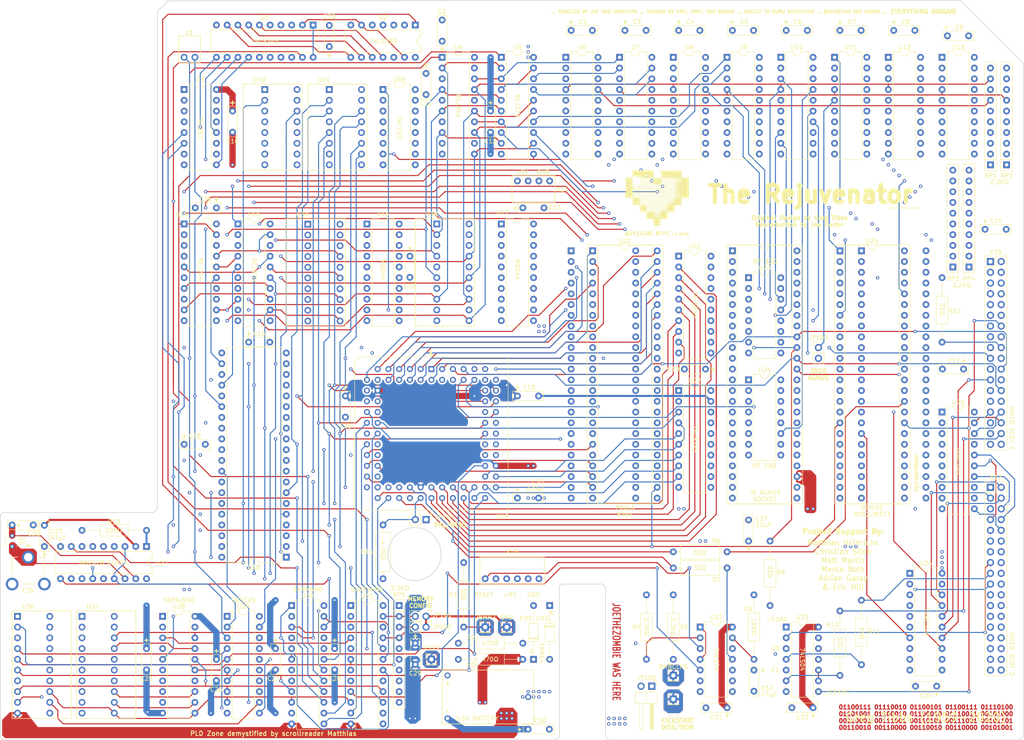
<source format=kicad_pcb>
(kicad_pcb (version 20171130) (host pcbnew "(5.1.10)-1")
  (layers (0 F.Cu signal) (1 In1.Cu signal) (2 In2.Cu signal) (31 B.Cu signal) (34 B.Paste user) (35 F.Paste user) (36 B.SilkS user) (37 F.SilkS user) (38 B.Mask user) (39 F.Mask user) (44 Edge.Cuts user))
  (net 0 "")
  (net 1 "Net-(C32-Pad1)")
  (net 2 GND)
  (net 3 "Net-(J17-Pad1)")
  (net 4 "Net-(J15-Pad1)")
  (net 5 "Net-(R1-Pad1)")
  (net 6 +5V)
  (net 7 "Net-(R5-Pad1)")
  (net 8 /~CDAC)
  (net 9 "Net-(R7-Pad1)")
  (net 10 "Net-(R7-Pad2)")
  (net 11 "Net-(R9-Pad2)")
  (net 12 /~CSYNC)
  (net 13 "Net-(R10-Pad1)")
  (net 14 /iCCK.OA)
  (net 15 "Net-(R11-Pad1)")
  (net 16 /iCCKQ.OA)
  (net 17 /~BURST)
  (net 18 /D0)
  (net 19 /D12)
  (net 20 /D10)
  (net 21 /D8)
  (net 22 /D6)
  (net 23 /D4)
  (net 24 /D14)
  (net 25 /~LPEN)
  (net 26 /D13)
  (net 27 /D11)
  (net 28 /D9)
  (net 29 /D7)
  (net 30 /D5)
  (net 31 /D3)
  (net 32 /D15)
  (net 33 /~HSYNC)
  (net 34 /~VSYNC)
  (net 35 /D1)
  (net 36 /~INT3)
  (net 37 /RGA7)
  (net 38 /RGA5)
  (net 39 /RGA3)
  (net 40 /D2)
  (net 41 /DMAL)
  (net 42 /RGA8)
  (net 43 /RGA6)
  (net 44 /RGA4)
  (net 45 /RGA2)
  (net 46 /RGA1)
  (net 47 /~INT6)
  (net 48 /RxD)
  (net 49 /TxD)
  (net 50 /~INT2)
  (net 51 /~DKWE)
  (net 52 /~IPL2)
  (net 53 /~DKWD)
  (net 54 /~IPL1)
  (net 55 /~DKRD)
  (net 56 /~IPL0)
  (net 57 /POT1Y)
  (net 58 /POT1X)
  (net 59 /~RESET.P)
  (net 60 /ANAGND)
  (net 61 /POT0Y)
  (net 62 /POT0X)
  (net 63 /AUDL)
  (net 64 /AUDR)
  (net 65 /CCKQ.P)
  (net 66 /CCK.P)
  (net 67 /B1)
  (net 68 /B2)
  (net 69 /B3)
  (net 70 /G0)
  (net 71 /G1)
  (net 72 /G2)
  (net 73 /G3)
  (net 74 /M1H)
  (net 75 /~CBL)
  (net 76 /M0H)
  (net 77 /~ZD)
  (net 78 /7M)
  (net 79 /~CAS)
  (net 80 /M0V)
  (net 81 /M1V)
  (net 82 /R0)
  (net 83 /R1)
  (net 84 /R3)
  (net 85 /B0)
  (net 86 /CCK.OA)
  (net 87 "Net-(U33-Pad10)")
  (net 88 /CCKQ.OA)
  (net 89 "Net-(C21-Pad1)")
  (net 90 /A18)
  (net 91 /A17)
  (net 92 "Net-(JP104-Pad2)")
  (net 93 "Net-(R13-Pad2)")
  (net 94 /A2)
  (net 95 /PD9)
  (net 96 /PD15)
  (net 97 /PD10)
  (net 98 /PD12)
  (net 99 /PD13)
  (net 100 /PD11)
  (net 101 /PD14)
  (net 102 /PD8)
  (net 103 /PD0)
  (net 104 /PD6)
  (net 105 /PD3)
  (net 106 /PD5)
  (net 107 /PD2)
  (net 108 /PD7)
  (net 109 /PD1)
  (net 110 /PD4)
  (net 111 /A8)
  (net 112 /A7)
  (net 113 /A6)
  (net 114 /A5)
  (net 115 /A4)
  (net 116 /A3)
  (net 117 /A1)
  (net 118 /~XOE)
  (net 119 /A16)
  (net 120 /A15)
  (net 121 /A14)
  (net 122 /A13)
  (net 123 /A12)
  (net 124 /A11)
  (net 125 /A10)
  (net 126 /A9)
  (net 127 /~BLS)
  (net 128 /~WE)
  (net 129 /~REGEN)
  (net 130 /~RAMEN)
  (net 131 /~RESET)
  (net 132 /~BLIT)
  (net 133 /~AS)
  (net 134 /DRA1)
  (net 135 /DRA3)
  (net 136 /DRA5)
  (net 137 /DRA7)
  (net 138 /~LDS)
  (net 139 /A20)
  (net 140 /DRA0)
  (net 141 /DRA2)
  (net 142 /DRA4)
  (net 143 /DRA6)
  (net 144 /DRA8)
  (net 145 /~UDS)
  (net 146 /~CASU)
  (net 147 /~RAS)
  (net 148 /A19)
  (net 149 /~CASL)
  (net 150 /DRA9)
  (net 151 "Net-(U21-Pad11)")
  (net 152 "Net-(U21-Pad12)")
  (net 153 "Net-(U21-Pad13)")
  (net 154 "Net-(U21-Pad14)")
  (net 155 "Net-(U21-Pad15)")
  (net 156 "Net-(U21-Pad16)")
  (net 157 "Net-(U21-Pad17)")
  (net 158 "Net-(U21-Pad18)")
  (net 159 "Net-(U22-Pad18)")
  (net 160 "Net-(U22-Pad17)")
  (net 161 "Net-(U22-Pad16)")
  (net 162 "Net-(U22-Pad15)")
  (net 163 "Net-(U22-Pad14)")
  (net 164 "Net-(U22-Pad13)")
  (net 165 "Net-(U22-Pad12)")
  (net 166 "Net-(U22-Pad11)")
  (net 167 /A23)
  (net 168 /~C1)
  (net 169 /A22)
  (net 170 /~VPA)
  (net 171 /A21)
  (net 172 /OVL)
  (net 173 /~RE)
  (net 174 /~OVR)
  (net 175 /~DTACK)
  (net 176 /XRDY)
  (net 177 /~C3)
  (net 178 /~RRW)
  (net 179 /LCEN)
  (net 180 /UCEN)
  (net 181 /~CDR)
  (net 182 /~CDW)
  (net 183 /X.~BURST)
  (net 184 /R2)
  (net 185 /X.~ZD)
  (net 186 /X.G3)
  (net 187 /X.G2)
  (net 188 /X.G1)
  (net 189 /X.G0)
  (net 190 /X.B3)
  (net 191 /X.B2)
  (net 192 /X.B1)
  (net 193 /X.B0)
  (net 194 /X.R3)
  (net 195 /X.R1)
  (net 196 /X.R0)
  (net 197 /MA9)
  (net 198 /MA4)
  (net 199 /MA5)
  (net 200 /~RWE)
  (net 201 /MA6)
  (net 202 /~RAS0X)
  (net 203 /MA7)
  (net 204 /MA8)
  (net 205 /MA0)
  (net 206 /MA1)
  (net 207 /~CASUX)
  (net 208 /MA2)
  (net 209 /MA3)
  (net 210 /~RAS1X)
  (net 211 /~CASLX)
  (net 212 "Net-(JP103-Pad2)")
  (net 213 /i~CDAC)
  (net 214 "Net-(CR1-Pad2)")
  (net 215 "Net-(R6-Pad1)")
  (net 216 "Net-(R12-Pad1)")
  (net 217 /X.R2)
  (net 218 /REJ.A5)
  (net 219 /REJ.A7)
  (net 220 /REJ.A2)
  (net 221 /REJ.A0)
  (net 222 /REJ.A6)
  (net 223 /REJ.A4)
  (net 224 /REJ.A1)
  (net 225 /REJ.A3)
  (net 226 "Net-(JP100-Pad2)")
  (net 227 /C4)
  (net 228 /XD1)
  (net 229 /XD7)
  (net 230 /XD2)
  (net 231 /XD4)
  (net 232 /XD5)
  (net 233 /XD3)
  (net 234 /XD6)
  (net 235 /XD0)
  (net 236 /XD14)
  (net 237 /XD8)
  (net 238 /XD13)
  (net 239 /XD11)
  (net 240 /XD10)
  (net 241 /XD12)
  (net 242 /XD9)
  (net 243 /XD15)
  (net 244 /iC4)
  (net 245 "Net-(C24-Pad2)")
  (net 246 /RA3)
  (net 247 /RA1)
  (net 248 /RA4)
  (net 249 /RA6)
  (net 250 /RA0)
  (net 251 /RA2)
  (net 252 /RA7)
  (net 253 /RA5)
  (net 254 /~ROM01)
  (net 255 /MCFG1)
  (net 256 /MCFG2)
  (net 257 /REJKICK)
  (net 258 /~DAE)
  (net 259 /~CNT)
  (net 260 /~CDWREJ)
  (net 261 /~CDRREJ)
  (net 262 /~PRW)
  (net 263 /~CLKW)
  (net 264 /~CLKR)
  (net 265 /~ROME)
  (net 266 /_REJ1)
  (net 267 /_REJ3)
  (net 268 /_REJ2)
  (net 269 /~RE~b)
  (net 270 /~RE~c)
  (net 271 /~CDW~b)
  (net 272 /~CDW~c)
  (net 273 /~CDW~d)
  (net 274 /~CDW~e)
  (net 275 "Net-(BT1-Pad1)")
  (net 276 "Net-(C23-Pad1)")
  (net 277 +12V)
  (net 278 /C4b)
  (module rejuvenator_positions:Untitled (layer F.Cu) (at 232.41 101.6)
    (fp_text reference G*** hide)
    (fp_text value LOGO hide)
  )
  (module MOLEX_4455:MOLEX_4455-10_W7.62mm[x2-R] (layer F.Cu) (at 96.52 199.39)
    (fp_text reference U37 (at 2.54 -2.33) (layer F.SilkS))
    (fp_text value PALEN)
    (pad 20 thru_hole oval (at 7.62 0) (size 1.6 1.6) (drill 0.9) (layers *.Cu *.Mask) (net 6 +5V))
    (pad 19 thru_hole oval (at 7.62 2.54) (size 1.6 1.6) (drill 0.9) (layers *.Cu *.Mask))
    (pad 18 thru_hole oval (at 7.62 5.08) (size 1.6 1.6) (drill 0.9) (layers *.Cu *.Mask) (net 127 /~BLS))
    (pad 17 thru_hole oval (at 7.62 7.62) (size 1.6 1.6) (drill 0.9) (layers *.Cu *.Mask) (net 175 /~DTACK))
    (pad ~RE thru_hole oval (at 7.62 10.16) (size 1.6 1.6) (drill 0.9) (layers *.Cu *.Mask))
    (pad ~RGAE thru_hole oval (at 7.62 12.7) (size 1.6 1.6) (drill 0.9) (layers *.Cu *.Mask))
    (pad ~DAE thru_hole oval (at 7.62 15.24) (size 1.6 1.6) (drill 0.9) (layers *.Cu *.Mask))
    (pad 13 thru_hole oval (at 7.62 17.78) (size 1.6 1.6) (drill 0.9) (layers *.Cu *.Mask) (net 265 /~ROME))
    (pad 12 thru_hole oval (at 7.62 20.32) (size 1.6 1.6) (drill 0.9) (layers *.Cu *.Mask) (net 170 /~VPA))
    (pad 11 thru_hole oval (at 7.62 22.86) (size 1.6 1.6) (drill 0.9) (layers *.Cu *.Mask) (net 168 /~C1))
    (pad "" np_thru_hole circle (at 11.43 22.86) (size 1.6 1.6) (drill 1.6) (layers *.Cu *.Mask))
    (pad "" np_thru_hole circle (at 11.43 20.32) (size 1.6 1.6) (drill 1.6) (layers *.Cu *.Mask))
    (pad "" np_thru_hole circle (at 11.43 17.78) (size 1.6 1.6) (drill 1.6) (layers *.Cu *.Mask))
    (pad "" np_thru_hole circle (at 11.43 15.24) (size 1.6 1.6) (drill 1.6) (layers *.Cu *.Mask))
    (pad "" np_thru_hole circle (at 11.43 12.7) (size 1.6 1.6) (drill 1.6) (layers *.Cu *.Mask))
    (pad "" np_thru_hole circle (at 11.43 10.16) (size 1.6 1.6) (drill 1.6) (layers *.Cu *.Mask))
    (pad "" np_thru_hole circle (at 11.43 7.62) (size 1.6 1.6) (drill 1.6) (layers *.Cu *.Mask))
    (pad "" np_thru_hole circle (at 11.43 5.08) (size 1.6 1.6) (drill 1.6) (layers *.Cu *.Mask))
    (pad "" np_thru_hole circle (at 11.43 2.54) (size 1.6 1.6) (drill 1.6) (layers *.Cu *.Mask))
    (pad "" np_thru_hole circle (at 11.43 0) (size 1.6 1.6) (drill 1.6) (layers *.Cu *.Mask))
    (pad "" np_thru_hole circle (at 3.81 0) (size 1.6 1.6) (drill 1.6) (layers *.Cu *.Mask))
    (pad 10 thru_hole oval (at 0 22.86) (size 1.6 1.6) (drill 0.9) (layers *.Cu *.Mask) (net 2 GND))
    (pad "" np_thru_hole oval (at 3.81 2.54) (size 1.6 1.6) (drill 1.6) (layers *.Cu *.Mask))
    (pad 9 thru_hole oval (at 0 20.32) (size 1.6 1.6) (drill 0.9) (layers *.Cu *.Mask) (net 177 /~C3))
    (pad "" np_thru_hole oval (at 3.81 5.08) (size 1.6 1.6) (drill 1.6) (layers *.Cu *.Mask))
    (pad 8 thru_hole oval (at 0 17.78) (size 1.6 1.6) (drill 0.9) (layers *.Cu *.Mask) (net 176 /XRDY))
    (pad "" np_thru_hole oval (at 3.81 7.62) (size 1.6 1.6) (drill 1.6) (layers *.Cu *.Mask))
    (pad 7 thru_hole oval (at 0 15.24) (size 1.6 1.6) (drill 0.9) (layers *.Cu *.Mask) (net 174 /~OVR))
    (pad "" np_thru_hole oval (at 3.81 10.16) (size 1.6 1.6) (drill 1.6) (layers *.Cu *.Mask))
    (pad 6 thru_hole oval (at 0 12.7) (size 1.6 1.6) (drill 0.9) (layers *.Cu *.Mask) (net 172 /OVL))
    (pad "" np_thru_hole oval (at 3.81 12.7) (size 1.6 1.6) (drill 1.6) (layers *.Cu *.Mask))
    (pad ~DBR thru_hole oval (at 0 10.16) (size 1.6 1.6) (drill 0.9) (layers *.Cu *.Mask))
    (pad "" np_thru_hole oval (at 3.81 15.24) (size 1.6 1.6) (drill 1.6) (layers *.Cu *.Mask))
    (pad 4 thru_hole oval (at 0 7.62) (size 1.6 1.6) (drill 0.9) (layers *.Cu *.Mask) (net 133 /~AS))
    (pad "" np_thru_hole oval (at 3.81 17.78) (size 1.6 1.6) (drill 1.6) (layers *.Cu *.Mask))
    (pad 3 thru_hole oval (at 0 5.08) (size 1.6 1.6) (drill 0.9) (layers *.Cu *.Mask) (net 171 /A21))
    (pad "" np_thru_hole oval (at 3.81 20.32) (size 1.6 1.6) (drill 1.6) (layers *.Cu *.Mask))
    (pad 2 thru_hole oval (at 0 2.54) (size 1.6 1.6) (drill 0.9) (layers *.Cu *.Mask) (net 169 /A22))
    (pad "" np_thru_hole oval (at 3.81 22.86) (size 1.6 1.6) (drill 1.6) (layers *.Cu *.Mask))
    (pad 1 thru_hole rect (at 0 0) (size 1.6 1.6) (drill 0.9) (layers *.Cu *.Mask) (net 167 /A23))
  )
  (module MOLEX_4455:MOLEX_4455-10_W7.62mm[x2-R] (layer F.Cu) (at 81.28 199.39)
    (fp_text reference U36 (at 2.54 -2.33) (layer F.SilkS))
    (fp_text value PALCAS)
    (pad 20 thru_hole oval (at 7.62 0) (size 1.6 1.6) (drill 0.9) (layers *.Cu *.Mask) (net 6 +5V))
    (pad ~PALOPE thru_hole oval (at 7.62 2.54) (size 1.6 1.6) (drill 0.9) (layers *.Cu *.Mask))
    (pad 18 thru_hole oval (at 7.62 5.08) (size 1.6 1.6) (drill 0.9) (layers *.Cu *.Mask) (net 182 /~CDW))
    (pad 17 thru_hole oval (at 7.62 7.62) (size 1.6 1.6) (drill 0.9) (layers *.Cu *.Mask) (net 181 /~CDR))
    (pad 16 thru_hole oval (at 7.62 10.16) (size 1.6 1.6) (drill 0.9) (layers *.Cu *.Mask) (net 180 /UCEN))
    (pad 15 thru_hole oval (at 7.62 12.7) (size 1.6 1.6) (drill 0.9) (layers *.Cu *.Mask) (net 179 /LCEN))
    (pad 14 thru_hole oval (at 7.62 15.24) (size 1.6 1.6) (drill 0.9) (layers *.Cu *.Mask) (net 178 /~RRW))
    (pad 13 thru_hole oval (at 7.62 17.78) (size 1.6 1.6) (drill 0.9) (layers *.Cu *.Mask) (net 168 /~C1))
    (pad 12 thru_hole oval (at 7.62 20.32) (size 1.6 1.6) (drill 0.9) (layers *.Cu *.Mask) (net 254 /~ROM01))
    (pad 11 thru_hole oval (at 7.62 22.86) (size 1.6 1.6) (drill 0.9) (layers *.Cu *.Mask) (net 6 +5V))
    (pad "" np_thru_hole circle (at 11.43 22.86) (size 1.6 1.6) (drill 1.6) (layers *.Cu *.Mask))
    (pad "" np_thru_hole circle (at 11.43 20.32) (size 1.6 1.6) (drill 1.6) (layers *.Cu *.Mask))
    (pad "" np_thru_hole circle (at 11.43 17.78) (size 1.6 1.6) (drill 1.6) (layers *.Cu *.Mask))
    (pad "" np_thru_hole circle (at 11.43 15.24) (size 1.6 1.6) (drill 1.6) (layers *.Cu *.Mask))
    (pad "" np_thru_hole circle (at 11.43 12.7) (size 1.6 1.6) (drill 1.6) (layers *.Cu *.Mask))
    (pad "" np_thru_hole circle (at 11.43 10.16) (size 1.6 1.6) (drill 1.6) (layers *.Cu *.Mask))
    (pad "" np_thru_hole circle (at 11.43 7.62) (size 1.6 1.6) (drill 1.6) (layers *.Cu *.Mask))
    (pad "" np_thru_hole circle (at 11.43 5.08) (size 1.6 1.6) (drill 1.6) (layers *.Cu *.Mask))
    (pad "" np_thru_hole circle (at 11.43 2.54) (size 1.6 1.6) (drill 1.6) (layers *.Cu *.Mask))
    (pad "" np_thru_hole circle (at 11.43 0) (size 1.6 1.6) (drill 1.6) (layers *.Cu *.Mask))
    (pad "" np_thru_hole circle (at 3.81 0) (size 1.7 1.7) (drill 1.7) (layers *.Cu *.Mask))
    (pad 10 thru_hole oval (at 0 22.86) (size 1.6 1.6) (drill 0.9) (layers *.Cu *.Mask) (net 2 GND))
    (pad "" np_thru_hole circle (at 3.81 2.54) (size 1.7 1.7) (drill 1.7) (layers *.Cu *.Mask))
    (pad 9 thru_hole oval (at 0 20.32) (size 1.6 1.6) (drill 0.9) (layers *.Cu *.Mask) (net 6 +5V))
    (pad "" np_thru_hole circle (at 3.81 5.08) (size 1.7 1.7) (drill 1.7) (layers *.Cu *.Mask))
    (pad 8 thru_hole oval (at 0 17.78) (size 1.6 1.6) (drill 0.9) (layers *.Cu *.Mask) (net 173 /~RE))
    (pad "" np_thru_hole circle (at 3.81 7.62) (size 1.7 1.7) (drill 1.7) (layers *.Cu *.Mask))
    (pad ~ROME thru_hole oval (at 0 15.24) (size 1.6 1.6) (drill 0.9) (layers *.Cu *.Mask))
    (pad "" np_thru_hole circle (at 3.81 10.16) (size 1.7 1.7) (drill 1.7) (layers *.Cu *.Mask))
    (pad 6 thru_hole oval (at 0 12.7) (size 1.6 1.6) (drill 0.9) (layers *.Cu *.Mask) (net 138 /~LDS))
    (pad "" np_thru_hole circle (at 3.81 12.7) (size 1.7 1.7) (drill 1.7) (layers *.Cu *.Mask))
    (pad 5 thru_hole oval (at 0 10.16) (size 1.6 1.6) (drill 0.9) (layers *.Cu *.Mask) (net 145 /~UDS))
    (pad "" np_thru_hole circle (at 3.81 15.24) (size 1.7 1.7) (drill 1.7) (layers *.Cu *.Mask))
    (pad 4 thru_hole oval (at 0 7.62) (size 1.6 1.6) (drill 0.9) (layers *.Cu *.Mask) (net 262 /~PRW))
    (pad "" np_thru_hole circle (at 3.81 17.78) (size 1.7 1.7) (drill 1.7) (layers *.Cu *.Mask))
    (pad 3 thru_hole oval (at 0 5.08) (size 1.6 1.6) (drill 0.9) (layers *.Cu *.Mask) (net 148 /A19))
    (pad "" np_thru_hole circle (at 3.81 20.32) (size 1.7 1.7) (drill 1.7) (layers *.Cu *.Mask))
    (pad 2 thru_hole oval (at 0 2.54) (size 1.6 1.6) (drill 0.9) (layers *.Cu *.Mask) (net 139 /A20))
    (pad "" np_thru_hole circle (at 3.81 22.86) (size 1.7 1.7) (drill 1.7) (layers *.Cu *.Mask))
    (pad ~ARW thru_hole rect (at 0 0) (size 1.6 1.6) (drill 0.9) (layers *.Cu *.Mask))
  )
  (module MOLEX_4455:variable_capacitor (layer F.Cu) (at 85.09 189.23)
    (fp_text reference C24 (at -1.27 4.064) (layer F.SilkS))
    (fp_text value VAR.C)
    (pad 1 thru_hole circle (at 2.54 2.54) (size 3 3) (drill 2) (layers *.Cu *.Mask) (net 2 GND))
    (pad 2 thru_hole circle (at -1.27 -3.81) (size 3 3) (drill 2) (layers *.Cu *.Mask) (net 245 "Net-(C24-Pad2)"))
    (pad 3 thru_hole circle (at -5.08 2.54) (size 3 3) (drill 2) (layers *.Cu *.Mask) (net 2 GND))
  )
  (module MOLEX_4455:48pin_blank_socket (layer F.Cu) (at 280.67 113.03)
    (fp_text reference U25B1 hide)
    (fp_text value 8362-Denise-Socket hide)
    (pad 1 thru_hole rect (at 0 0) (size 1.6 1.6) (drill 0.8) (layers *.Cu *.Mask))
    (pad 25 thru_hole oval (at 15.24 58.42) (size 1.6 1.6) (drill 0.8) (layers *.Cu *.Mask) (net 67 /B1))
    (pad 2 thru_hole oval (at 0 2.54) (size 1.6 1.6) (drill 0.8) (layers *.Cu *.Mask))
    (pad 26 thru_hole oval (at 15.24 55.88) (size 1.6 1.6) (drill 0.8) (layers *.Cu *.Mask) (net 68 /B2))
    (pad 3 thru_hole oval (at 0 5.08) (size 1.6 1.6) (drill 0.8) (layers *.Cu *.Mask))
    (pad 27 thru_hole oval (at 15.24 53.34) (size 1.6 1.6) (drill 0.8) (layers *.Cu *.Mask) (net 69 /B3))
    (pad 4 thru_hole oval (at 0 7.62) (size 1.6 1.6) (drill 0.8) (layers *.Cu *.Mask))
    (pad 28 thru_hole oval (at 15.24 50.8) (size 1.6 1.6) (drill 0.8) (layers *.Cu *.Mask) (net 70 /G0))
    (pad 5 thru_hole oval (at 0 10.16) (size 1.6 1.6) (drill 0.8) (layers *.Cu *.Mask))
    (pad 29 thru_hole oval (at 15.24 48.26) (size 1.6 1.6) (drill 0.8) (layers *.Cu *.Mask) (net 71 /G1))
    (pad 6 thru_hole oval (at 0 12.7) (size 1.6 1.6) (drill 0.8) (layers *.Cu *.Mask))
    (pad 30 thru_hole oval (at 15.24 45.72) (size 1.6 1.6) (drill 0.8) (layers *.Cu *.Mask) (net 72 /G2))
    (pad 7 thru_hole oval (at 0 15.24) (size 1.6 1.6) (drill 0.8) (layers *.Cu *.Mask))
    (pad 31 thru_hole oval (at 15.24 43.18) (size 1.6 1.6) (drill 0.8) (layers *.Cu *.Mask) (net 73 /G3))
    (pad 8 thru_hole oval (at 0 17.78) (size 1.6 1.6) (drill 0.8) (layers *.Cu *.Mask) (net 74 /M1H))
    (pad 32 thru_hole oval (at 15.24 40.64) (size 1.6 1.6) (drill 0.8) (layers *.Cu *.Mask))
    (pad 9 thru_hole oval (at 0 20.32) (size 1.6 1.6) (drill 0.8) (layers *.Cu *.Mask) (net 76 /M0H))
    (pad 33 thru_hole oval (at 15.24 38.1) (size 1.6 1.6) (drill 0.8) (layers *.Cu *.Mask) (net 77 /~ZD))
    (pad 10 thru_hole oval (at 0 22.86) (size 1.6 1.6) (drill 0.8) (layers *.Cu *.Mask))
    (pad 34 thru_hole oval (at 15.24 35.56) (size 1.6 1.6) (drill 0.8) (layers *.Cu *.Mask))
    (pad 11 thru_hole oval (at 0 25.4) (size 1.6 1.6) (drill 0.8) (layers *.Cu *.Mask))
    (pad 35 thru_hole oval (at 15.24 33.02) (size 1.6 1.6) (drill 0.8) (layers *.Cu *.Mask) (net 78 /7M))
    (pad 12 thru_hole oval (at 0 27.94) (size 1.6 1.6) (drill 0.8) (layers *.Cu *.Mask))
    (pad 36 thru_hole oval (at 15.24 30.48) (size 1.6 1.6) (drill 0.8) (layers *.Cu *.Mask) (net 79 /~CAS))
    (pad 13 thru_hole oval (at 0 30.48) (size 1.6 1.6) (drill 0.8) (layers *.Cu *.Mask))
    (pad 37 thru_hole oval (at 15.24 27.94) (size 1.6 1.6) (drill 0.8) (layers *.Cu *.Mask) (net 2 GND))
    (pad 14 thru_hole oval (at 0 33.02) (size 1.6 1.6) (drill 0.8) (layers *.Cu *.Mask))
    (pad 38 thru_hole oval (at 15.24 25.4) (size 1.6 1.6) (drill 0.8) (layers *.Cu *.Mask) (net 80 /M0V))
    (pad 15 thru_hole oval (at 0 35.56) (size 1.6 1.6) (drill 0.8) (layers *.Cu *.Mask))
    (pad 39 thru_hole oval (at 15.24 22.86) (size 1.6 1.6) (drill 0.8) (layers *.Cu *.Mask) (net 81 /M1V))
    (pad 16 thru_hole oval (at 0 38.1) (size 1.6 1.6) (drill 0.8) (layers *.Cu *.Mask))
    (pad 40 thru_hole oval (at 15.24 20.32) (size 1.6 1.6) (drill 0.8) (layers *.Cu *.Mask))
    (pad 17 thru_hole oval (at 0 40.64) (size 1.6 1.6) (drill 0.8) (layers *.Cu *.Mask))
    (pad 41 thru_hole oval (at 15.24 17.78) (size 1.6 1.6) (drill 0.8) (layers *.Cu *.Mask))
    (pad 18 thru_hole oval (at 0 43.18) (size 1.6 1.6) (drill 0.8) (layers *.Cu *.Mask) (net 17 /~BURST))
    (pad 42 thru_hole oval (at 15.24 15.24) (size 1.6 1.6) (drill 0.8) (layers *.Cu *.Mask))
    (pad 19 thru_hole oval (at 0 45.72) (size 1.6 1.6) (drill 0.8) (layers *.Cu *.Mask) (net 6 +5V))
    (pad 43 thru_hole oval (at 15.24 12.7) (size 1.6 1.6) (drill 0.8) (layers *.Cu *.Mask))
    (pad 20 thru_hole oval (at 0 48.26) (size 1.6 1.6) (drill 0.8) (layers *.Cu *.Mask) (net 82 /R0))
    (pad 44 thru_hole oval (at 15.24 10.16) (size 1.6 1.6) (drill 0.8) (layers *.Cu *.Mask))
    (pad 21 thru_hole oval (at 0 50.8) (size 1.6 1.6) (drill 0.8) (layers *.Cu *.Mask) (net 83 /R1))
    (pad 45 thru_hole oval (at 15.24 7.62) (size 1.6 1.6) (drill 0.8) (layers *.Cu *.Mask))
    (pad 22 thru_hole oval (at 0 53.34) (size 1.6 1.6) (drill 0.8) (layers *.Cu *.Mask) (net 184 /R2))
    (pad 46 thru_hole oval (at 15.24 5.08) (size 1.6 1.6) (drill 0.8) (layers *.Cu *.Mask))
    (pad 23 thru_hole oval (at 0 55.88) (size 1.6 1.6) (drill 0.8) (layers *.Cu *.Mask) (net 84 /R3))
    (pad 47 thru_hole oval (at 15.24 2.54) (size 1.6 1.6) (drill 0.8) (layers *.Cu *.Mask))
    (pad 24 thru_hole oval (at 0 58.42) (size 1.6 1.6) (drill 0.8) (layers *.Cu *.Mask) (net 85 /B0))
    (pad 48 thru_hole oval (at 15.24 0) (size 1.6 1.6) (drill 0.8) (layers *.Cu *.Mask))
  )
  (module MOLEX_4455:48pin_blank_socket (layer F.Cu) (at 212.09 113.03)
    (fp_text reference U20B1 hide)
    (fp_text value 8364-Paula-Socket hide)
    (pad 1 thru_hole rect (at 0 0) (size 1.6 1.6) (drill 0.8) (layers *.Cu *.Mask))
    (pad 25 thru_hole oval (at 15.24 58.42) (size 1.6 1.6) (drill 0.8) (layers *.Cu *.Mask))
    (pad 2 thru_hole oval (at 0 2.54) (size 1.6 1.6) (drill 0.8) (layers *.Cu *.Mask))
    (pad 26 thru_hole oval (at 15.24 55.88) (size 1.6 1.6) (drill 0.8) (layers *.Cu *.Mask))
    (pad 3 thru_hole oval (at 0 5.08) (size 1.6 1.6) (drill 0.8) (layers *.Cu *.Mask))
    (pad 27 thru_hole oval (at 15.24 53.34) (size 1.6 1.6) (drill 0.8) (layers *.Cu *.Mask) (net 6 +5V))
    (pad 4 thru_hole oval (at 0 7.62) (size 1.6 1.6) (drill 0.8) (layers *.Cu *.Mask))
    (pad 28 thru_hole oval (at 15.24 50.8) (size 1.6 1.6) (drill 0.8) (layers *.Cu *.Mask) (net 66 /CCK.P))
    (pad 5 thru_hole oval (at 0 10.16) (size 1.6 1.6) (drill 0.8) (layers *.Cu *.Mask))
    (pad 29 thru_hole oval (at 15.24 48.26) (size 1.6 1.6) (drill 0.8) (layers *.Cu *.Mask) (net 65 /CCKQ.P))
    (pad 6 thru_hole oval (at 0 12.7) (size 1.6 1.6) (drill 0.8) (layers *.Cu *.Mask))
    (pad 30 thru_hole oval (at 15.24 45.72) (size 1.6 1.6) (drill 0.8) (layers *.Cu *.Mask) (net 64 /AUDR))
    (pad 7 thru_hole oval (at 0 15.24) (size 1.6 1.6) (drill 0.8) (layers *.Cu *.Mask))
    (pad 31 thru_hole oval (at 15.24 43.18) (size 1.6 1.6) (drill 0.8) (layers *.Cu *.Mask) (net 63 /AUDL))
    (pad 8 thru_hole oval (at 0 17.78) (size 1.6 1.6) (drill 0.8) (layers *.Cu *.Mask) (net 2 GND))
    (pad 32 thru_hole oval (at 15.24 40.64) (size 1.6 1.6) (drill 0.8) (layers *.Cu *.Mask) (net 62 /POT0X))
    (pad 9 thru_hole oval (at 0 20.32) (size 1.6 1.6) (drill 0.8) (layers *.Cu *.Mask))
    (pad 33 thru_hole oval (at 15.24 38.1) (size 1.6 1.6) (drill 0.8) (layers *.Cu *.Mask) (net 61 /POT0Y))
    (pad 10 thru_hole oval (at 0 22.86) (size 1.6 1.6) (drill 0.8) (layers *.Cu *.Mask))
    (pad 34 thru_hole oval (at 15.24 35.56) (size 1.6 1.6) (drill 0.8) (layers *.Cu *.Mask) (net 60 /ANAGND))
    (pad 11 thru_hole oval (at 0 25.4) (size 1.6 1.6) (drill 0.8) (layers *.Cu *.Mask) (net 59 /~RESET.P))
    (pad 35 thru_hole oval (at 15.24 33.02) (size 1.6 1.6) (drill 0.8) (layers *.Cu *.Mask) (net 58 /POT1X))
    (pad 12 thru_hole oval (at 0 27.94) (size 1.6 1.6) (drill 0.8) (layers *.Cu *.Mask) (net 41 /DMAL))
    (pad 36 thru_hole oval (at 15.24 30.48) (size 1.6 1.6) (drill 0.8) (layers *.Cu *.Mask) (net 57 /POT1Y))
    (pad 13 thru_hole oval (at 0 30.48) (size 1.6 1.6) (drill 0.8) (layers *.Cu *.Mask) (net 56 /~IPL0))
    (pad 37 thru_hole oval (at 15.24 27.94) (size 1.6 1.6) (drill 0.8) (layers *.Cu *.Mask) (net 55 /~DKRD))
    (pad 14 thru_hole oval (at 0 33.02) (size 1.6 1.6) (drill 0.8) (layers *.Cu *.Mask) (net 54 /~IPL1))
    (pad 38 thru_hole oval (at 15.24 25.4) (size 1.6 1.6) (drill 0.8) (layers *.Cu *.Mask) (net 53 /~DKWD))
    (pad 15 thru_hole oval (at 0 35.56) (size 1.6 1.6) (drill 0.8) (layers *.Cu *.Mask) (net 52 /~IPL2))
    (pad 39 thru_hole oval (at 15.24 22.86) (size 1.6 1.6) (drill 0.8) (layers *.Cu *.Mask) (net 51 /~DKWE))
    (pad 16 thru_hole oval (at 0 38.1) (size 1.6 1.6) (drill 0.8) (layers *.Cu *.Mask) (net 50 /~INT2))
    (pad 40 thru_hole oval (at 15.24 20.32) (size 1.6 1.6) (drill 0.8) (layers *.Cu *.Mask) (net 49 /TxD))
    (pad 17 thru_hole oval (at 0 40.64) (size 1.6 1.6) (drill 0.8) (layers *.Cu *.Mask) (net 36 /~INT3))
    (pad 41 thru_hole oval (at 15.24 17.78) (size 1.6 1.6) (drill 0.8) (layers *.Cu *.Mask) (net 48 /RxD))
    (pad 18 thru_hole oval (at 0 43.18) (size 1.6 1.6) (drill 0.8) (layers *.Cu *.Mask) (net 47 /~INT6))
    (pad 42 thru_hole oval (at 15.24 15.24) (size 1.6 1.6) (drill 0.8) (layers *.Cu *.Mask))
    (pad 19 thru_hole oval (at 0 45.72) (size 1.6 1.6) (drill 0.8) (layers *.Cu *.Mask))
    (pad 43 thru_hole oval (at 15.24 12.7) (size 1.6 1.6) (drill 0.8) (layers *.Cu *.Mask))
    (pad 20 thru_hole oval (at 0 48.26) (size 1.6 1.6) (drill 0.8) (layers *.Cu *.Mask))
    (pad 44 thru_hole oval (at 15.24 10.16) (size 1.6 1.6) (drill 0.8) (layers *.Cu *.Mask))
    (pad 21 thru_hole oval (at 0 50.8) (size 1.6 1.6) (drill 0.8) (layers *.Cu *.Mask))
    (pad 45 thru_hole oval (at 15.24 7.62) (size 1.6 1.6) (drill 0.8) (layers *.Cu *.Mask))
    (pad 22 thru_hole oval (at 0 53.34) (size 1.6 1.6) (drill 0.8) (layers *.Cu *.Mask))
    (pad 46 thru_hole oval (at 15.24 5.08) (size 1.6 1.6) (drill 0.8) (layers *.Cu *.Mask))
    (pad 23 thru_hole oval (at 0 55.88) (size 1.6 1.6) (drill 0.8) (layers *.Cu *.Mask))
    (pad 47 thru_hole oval (at 15.24 2.54) (size 1.6 1.6) (drill 0.8) (layers *.Cu *.Mask))
    (pad 24 thru_hole oval (at 0 58.42) (size 1.6 1.6) (drill 0.8) (layers *.Cu *.Mask))
    (pad 48 thru_hole oval (at 15.24 0) (size 1.6 1.6) (drill 0.8) (layers *.Cu *.Mask))
  )
  (module Package_DIP:DIP-20_W7.62mm (layer F.Cu) (at 115.57 199.39)
    (fp_text reference U28 (at 3.81 -2.33) (layer F.SilkS))
    (fp_text value PAL16L8)
    (pad 1 thru_hole rect (at 0 0) (size 1.6 1.6) (drill 0.8) (layers *.Cu *.Mask) (net 167 /A23))
    (pad 11 thru_hole oval (at 7.62 22.86) (size 1.6 1.6) (drill 0.8) (layers *.Cu *.Mask) (net 168 /~C1))
    (pad 2 thru_hole oval (at 0 2.54) (size 1.6 1.6) (drill 0.8) (layers *.Cu *.Mask) (net 169 /A22))
    (pad 12 thru_hole oval (at 7.62 20.32) (size 1.6 1.6) (drill 0.8) (layers *.Cu *.Mask) (net 170 /~VPA))
    (pad 3 thru_hole oval (at 0 5.08) (size 1.6 1.6) (drill 0.8) (layers *.Cu *.Mask) (net 171 /A21))
    (pad 13 thru_hole oval (at 7.62 17.78) (size 1.6 1.6) (drill 0.8) (layers *.Cu *.Mask) (net 265 /~ROME))
    (pad 4 thru_hole oval (at 0 7.62) (size 1.6 1.6) (drill 0.8) (layers *.Cu *.Mask) (net 133 /~AS))
    (pad 14 thru_hole oval (at 7.62 15.24) (size 1.6 1.6) (drill 0.8) (layers *.Cu *.Mask) (net 148 /A19))
    (pad 5 thru_hole oval (at 0 10.16) (size 1.6 1.6) (drill 0.8) (layers *.Cu *.Mask) (net 266 /_REJ1))
    (pad 15 thru_hole oval (at 7.62 12.7) (size 1.6 1.6) (drill 0.8) (layers *.Cu *.Mask) (net 139 /A20))
    (pad 6 thru_hole oval (at 0 12.7) (size 1.6 1.6) (drill 0.8) (layers *.Cu *.Mask) (net 172 /OVL))
    (pad 16 thru_hole oval (at 7.62 10.16) (size 1.6 1.6) (drill 0.8) (layers *.Cu *.Mask) (net 173 /~RE))
    (pad 7 thru_hole oval (at 0 15.24) (size 1.6 1.6) (drill 0.8) (layers *.Cu *.Mask) (net 174 /~OVR))
    (pad 17 thru_hole oval (at 7.62 7.62) (size 1.6 1.6) (drill 0.8) (layers *.Cu *.Mask) (net 175 /~DTACK))
    (pad 8 thru_hole oval (at 0 17.78) (size 1.6 1.6) (drill 0.8) (layers *.Cu *.Mask) (net 176 /XRDY))
    (pad 18 thru_hole oval (at 7.62 5.08) (size 1.6 1.6) (drill 0.8) (layers *.Cu *.Mask) (net 127 /~BLS))
    (pad 9 thru_hole oval (at 0 20.32) (size 1.6 1.6) (drill 0.8) (layers *.Cu *.Mask) (net 177 /~C3))
    (pad 19 thru_hole oval (at 7.62 2.54) (size 1.6 1.6) (drill 0.8) (layers *.Cu *.Mask) (net 267 /_REJ3))
    (pad 10 thru_hole oval (at 0 22.86) (size 1.6 1.6) (drill 0.8) (layers *.Cu *.Mask) (net 2 GND))
    (pad 20 thru_hole oval (at 7.62 0) (size 1.6 1.6) (drill 0.8) (layers *.Cu *.Mask) (net 6 +5V))
  )
  (module MOLEX_4455:MOLEX_4455-6_W7.62mm (layer F.Cu) (at 204.47 186.69 270)
    (fp_text reference X15 (at -2.54 6.35) (layer F.SilkS))
    (fp_text value X15)
    (pad 1 thru_hole oval (at 3.81 0 270) (size 1.6 1.6) (drill 0.8) (layers *.Cu *.Mask) (net 2 GND))
    (pad 2 thru_hole oval (at 3.81 2.54 270) (size 1.6 1.6) (drill 0.8) (layers *.Cu *.Mask) (net 2 GND))
    (pad 3 thru_hole oval (at 3.81 5.08 270) (size 1.6 1.6) (drill 0.8) (layers *.Cu *.Mask) (net 6 +5V))
    (pad "" np_thru_hole oval (at 0 12.7 270) (size 1.6 1.6) (drill 1.6) (layers *.Cu *.Mask))
    (pad 4 thru_hole oval (at 3.81 7.62 270) (size 1.6 1.6) (drill 0.8) (layers *.Cu *.Mask) (net 6 +5V))
    (pad "" np_thru_hole oval (at 0 10.16 270) (size 1.6 1.6) (drill 1.6) (layers *.Cu *.Mask))
    (pad 5 thru_hole oval (at 3.81 10.16 270) (size 1.6 1.6) (drill 0.8) (layers *.Cu *.Mask))
    (pad "" np_thru_hole circle (at 0 7.62 270) (size 1.6 1.6) (drill 1.6) (layers *.Cu *.Mask))
    (pad 6 thru_hole oval (at 3.81 12.7 270) (size 1.6 1.6) (drill 0.8) (layers *.Cu *.Mask) (net 131 /~RESET))
    (pad "" np_thru_hole oval (at 0 5.08 270) (size 1.6 1.6) (drill 1.6) (layers *.Cu *.Mask))
    (pad "" np_thru_hole oval (at 0 2.54 270) (size 1.6 1.6) (drill 1.6) (layers *.Cu *.Mask))
    (pad "" np_thru_hole circle (at 0 0 270) (size 1.6 1.6) (drill 1.6) (layers *.Cu *.Mask))
  )
  (module Diode_THT:D_DO-35_SOD27_P12.70mm_Horizontal (layer F.Cu) (at 207.01 196.85 270)
    (fp_text reference CR2 (at 3.048 1.778) (layer F.SilkS))
    (fp_text value 1N914)
    (fp_text user K (at 1.778 -0.508) (layer F.SilkS))
    (pad 2 thru_hole oval (at 12.7 0 270) (size 1.6 1.6) (drill 0.8) (layers *.Cu *.Mask) (net 214 "Net-(CR1-Pad2)"))
    (pad 1 thru_hole rect (at 0 0 270) (size 1.6 1.6) (drill 0.8) (layers *.Cu *.Mask) (net 6 +5V))
  )
  (module Diode_THT:D_DO-35_SOD27_P12.70mm_Horizontal (layer F.Cu) (at 203.2 209.55 90)
    (fp_text reference CR1 (at 9.652 -1.778 180) (layer F.SilkS))
    (fp_text value 1N914)
    (fp_text user K (at 1.778 -0.508 180) (layer F.SilkS))
    (pad 2 thru_hole oval (at 12.7 0 90) (size 1.6 1.6) (drill 0.8) (layers *.Cu *.Mask) (net 214 "Net-(CR1-Pad2)"))
    (pad 1 thru_hole rect (at 0 0 90) (size 1.6 1.6) (drill 0.8) (layers *.Cu *.Mask) (net 276 "Net-(C23-Pad1)"))
  )
  (module Resistor_THT:R_Axial_DIN0309_L9.0mm_D3.2mm_P12.70mm_Horizontal (layer F.Cu) (at 236.22 184.15)
    (fp_text reference R6 (at 10.16 -2.54) (layer F.SilkS))
    (fp_text value 33)
    (pad 2 thru_hole oval (at 12.7 0) (size 1.6 1.6) (drill 0.8) (layers *.Cu *.Mask) (net 8 /~CDAC))
    (pad 1 thru_hole circle (at 0 0) (size 1.6 1.6) (drill 0.8) (layers *.Cu *.Mask) (net 215 "Net-(R6-Pad1)"))
  )
  (module Resistor_THT:R_Axial_DIN0309_L9.0mm_D3.2mm_P12.70mm_Horizontal (layer F.Cu) (at 236.22 187.96)
    (fp_text reference R7 (at 10.16 2.794) (layer F.SilkS))
    (fp_text value 33)
    (pad 2 thru_hole oval (at 12.7 0) (size 1.6 1.6) (drill 0.8) (layers *.Cu *.Mask) (net 10 "Net-(R7-Pad2)"))
    (pad 1 thru_hole circle (at 0 0) (size 1.6 1.6) (drill 0.8) (layers *.Cu *.Mask) (net 9 "Net-(R7-Pad1)"))
  )
  (module Capacitor_THT:C_Rect_L7.0mm_W2.0mm_P5.00mm (layer F.Cu) (at 254 181.61 90)
    (fp_text reference C37 (at 5.334 3.048 180) (layer F.SilkS))
    (fp_text value 22uF)
    (pad 1 thru_hole circle (at 0 0 90) (size 1.6 1.6) (drill 0.8) (layers *.Cu *.Mask) (net 6 +5V))
    (pad 2 thru_hole circle (at 5 0 90) (size 1.6 1.6) (drill 0.8) (layers *.Cu *.Mask) (net 2 GND))
  )
  (module Capacitor_THT:C_Rect_L7.0mm_W2.0mm_P5.00mm (layer F.Cu) (at 128.27 102.87 180)
    (fp_text reference C36 (at 2.54 2.032 180) (layer F.SilkS))
    (fp_text value .1uF)
    (pad 2 thru_hole circle (at 5 0 180) (size 1.6 1.6) (drill 0.8) (layers *.Cu *.Mask) (net 2 GND))
    (pad 1 thru_hole circle (at 0 0 180) (size 1.6 1.6) (drill 0.8) (layers *.Cu *.Mask) (net 6 +5V))
  )
  (module Capacitor_THT:C_Rect_L7.0mm_W2.0mm_P5.00mm (layer F.Cu) (at 298.45 215.9 180)
    (fp_text reference C34 (at 2.54 -2.25 180) (layer F.SilkS))
    (fp_text value .1uF)
    (pad 1 thru_hole circle (at 0 0 180) (size 1.6 1.6) (drill 0.8) (layers *.Cu *.Mask) (net 6 +5V))
    (pad 2 thru_hole circle (at 5 0 180) (size 1.6 1.6) (drill 0.8) (layers *.Cu *.Mask) (net 2 GND))
  )
  (module Capacitor_THT:C_Rect_L7.0mm_W2.0mm_P5.00mm (layer F.Cu) (at 269.24 220.98 180)
    (fp_text reference C33 (at 2.54 -2.286 180) (layer F.SilkS))
    (fp_text value .1uF)
    (pad 1 thru_hole circle (at 0 0 180) (size 1.6 1.6) (drill 0.8) (layers *.Cu *.Mask) (net 6 +5V))
    (pad 2 thru_hole circle (at 5 0 180) (size 1.6 1.6) (drill 0.8) (layers *.Cu *.Mask) (net 2 GND))
  )
  (module Capacitor_THT:C_Rect_L7.0mm_W2.0mm_P5.00mm (layer F.Cu) (at 248.92 220.98 180)
    (fp_text reference C31 (at 2.54 -2.25 180) (layer F.SilkS))
    (fp_text value .1uF)
    (pad 1 thru_hole circle (at 0 0 180) (size 1.6 1.6) (drill 0.8) (layers *.Cu *.Mask) (net 6 +5V))
    (pad 2 thru_hole circle (at 5 0 180) (size 1.6 1.6) (drill 0.8) (layers *.Cu *.Mask) (net 2 GND))
  )
  (module Capacitor_THT:C_Rect_L7.0mm_W2.0mm_P5.00mm (layer F.Cu) (at 201.93 226.06)
    (fp_text reference C30 (at 2.794 -2.032) (layer F.SilkS))
    (fp_text value 10uF)
    (pad 1 thru_hole circle (at 0 0) (size 1.6 1.6) (drill 0.8) (layers *.Cu *.Mask) (net 275 "Net-(BT1-Pad1)"))
    (pad 2 thru_hole circle (at 5 0) (size 1.6 1.6) (drill 0.8) (layers *.Cu *.Mask) (net 2 GND))
  )
  (module Capacitor_THT:C_Rect_L7.0mm_W2.0mm_P5.00mm (layer F.Cu) (at 175.26 205.74 270)
    (fp_text reference C29 (at 7.112 0) (layer F.SilkS))
    (fp_text value .1uF)
    (pad 1 thru_hole circle (at 0 0 270) (size 1.6 1.6) (drill 0.8) (layers *.Cu *.Mask) (net 6 +5V))
    (pad 2 thru_hole circle (at 5 0 270) (size 1.6 1.6) (drill 0.8) (layers *.Cu *.Mask) (net 2 GND))
  )
  (module Capacitor_THT:C_Rect_L7.0mm_W2.0mm_P5.00mm (layer F.Cu) (at 156.21 207.01 270)
    (fp_text reference C28 (at 7.112 0) (layer F.SilkS))
    (fp_text value .1uF)
    (pad 1 thru_hole circle (at 0 0 270) (size 1.6 1.6) (drill 0.8) (layers *.Cu *.Mask) (net 6 +5V))
    (pad 2 thru_hole circle (at 5 0 270) (size 1.6 1.6) (drill 0.8) (layers *.Cu *.Mask) (net 2 GND))
  )
  (module Capacitor_THT:C_Rect_L7.0mm_W2.0mm_P5.00mm (layer F.Cu) (at 142.24 207.01 270)
    (fp_text reference C27 (at 7.112 0.508) (layer F.SilkS))
    (fp_text value .1uF)
    (pad 1 thru_hole circle (at 0 0 270) (size 1.6 1.6) (drill 0.8) (layers *.Cu *.Mask) (net 6 +5V))
    (pad 2 thru_hole circle (at 5 0 270) (size 1.6 1.6) (drill 0.8) (layers *.Cu *.Mask) (net 2 GND))
  )
  (module Capacitor_THT:C_Rect_L7.0mm_W2.0mm_P5.00mm (layer F.Cu) (at 128.27 209.55 270)
    (fp_text reference C26 (at 7.112 0) (layer F.SilkS))
    (fp_text value .1uF)
    (pad 1 thru_hole circle (at 0 0 270) (size 1.6 1.6) (drill 0.8) (layers *.Cu *.Mask) (net 6 +5V))
    (pad 2 thru_hole circle (at 5 0 270) (size 1.6 1.6) (drill 0.8) (layers *.Cu *.Mask) (net 2 GND))
  )
  (module Capacitor_THT:C_Rect_L7.0mm_W2.0mm_P5.00mm (layer F.Cu) (at 111.76 207.01 270)
    (fp_text reference C25 (at 7.112 0) (layer F.SilkS))
    (fp_text value .1uF)
    (pad 1 thru_hole circle (at 0 0 270) (size 1.6 1.6) (drill 0.8) (layers *.Cu *.Mask) (net 6 +5V))
    (pad 2 thru_hole circle (at 5 0 270) (size 1.6 1.6) (drill 0.8) (layers *.Cu *.Mask) (net 2 GND))
  )
  (module Capacitor_THT:C_Rect_L7.0mm_W2.0mm_P5.00mm (layer F.Cu) (at 199.39 147.32)
    (fp_text reference C19 (at 2.794 -2.032) (layer F.SilkS))
    (fp_text value .1uF)
    (pad 1 thru_hole circle (at 0 0) (size 1.6 1.6) (drill 0.8) (layers *.Cu *.Mask) (net 6 +5V))
    (pad 2 thru_hole circle (at 5 0) (size 1.6 1.6) (drill 0.8) (layers *.Cu *.Mask) (net 2 GND))
  )
  (module Capacitor_THT:C_Rect_L7.0mm_W2.0mm_P5.00mm (layer F.Cu) (at 120.65 158.75)
    (fp_text reference C18 (at 2.54 -2.032) (layer F.SilkS))
    (fp_text value .1uF)
    (pad 1 thru_hole circle (at 0 0) (size 1.6 1.6) (drill 0.8) (layers *.Cu *.Mask) (net 6 +5V))
    (pad 2 thru_hole circle (at 5 0) (size 1.6 1.6) (drill 0.8) (layers *.Cu *.Mask) (net 2 GND))
  )
  (module Capacitor_THT:C_Rect_L7.0mm_W2.0mm_P5.00mm (layer F.Cu) (at 304.8 140.97 180)
    (fp_text reference C17 (at 2.286 2.032 180) (layer F.SilkS))
    (fp_text value .1uF)
    (pad 1 thru_hole circle (at 0 0 180) (size 1.6 1.6) (drill 0.8) (layers *.Cu *.Mask) (net 6 +5V))
    (pad 2 thru_hole circle (at 5 0 180) (size 1.6 1.6) (drill 0.8) (layers *.Cu *.Mask) (net 2 GND))
  )
  (module Capacitor_THT:C_Rect_L7.0mm_W2.0mm_P5.00mm (layer F.Cu) (at 132.08 80.01 270)
    (fp_text reference C16 (at 7.112 0) (layer F.SilkS))
    (fp_text value .1uF)
    (pad 1 thru_hole circle (at 0 0 270) (size 1.6 1.6) (drill 0.8) (layers *.Cu *.Mask) (net 6 +5V))
    (pad 2 thru_hole circle (at 5 0 270) (size 1.6 1.6) (drill 0.8) (layers *.Cu *.Mask) (net 2 GND))
  )
  (module Capacitor_THT:C_Rect_L7.0mm_W2.0mm_P5.00mm (layer F.Cu) (at 135.89 134.62)
    (fp_text reference C15 (at 2.54 -2.032) (layer F.SilkS))
    (fp_text value .1uF)
    (pad 1 thru_hole circle (at 0 0) (size 1.6 1.6) (drill 0.8) (layers *.Cu *.Mask) (net 6 +5V))
    (pad 2 thru_hole circle (at 5 0) (size 1.6 1.6) (drill 0.8) (layers *.Cu *.Mask) (net 2 GND))
  )
  (module Capacitor_THT:C_Rect_L7.0mm_W2.0mm_P5.00mm (layer F.Cu) (at 309.88 107.95)
    (fp_text reference C14 (at 2.54 -2.032) (layer F.SilkS))
    (fp_text value .1uF)
    (pad 1 thru_hole circle (at 0 0) (size 1.6 1.6) (drill 0.8) (layers *.Cu *.Mask) (net 6 +5V))
    (pad 2 thru_hole circle (at 5 0) (size 1.6 1.6) (drill 0.8) (layers *.Cu *.Mask) (net 2 GND))
  )
  (module Capacitor_THT:C_Rect_L7.0mm_W2.0mm_P5.00mm (layer F.Cu) (at 200.66 102.87)
    (fp_text reference C13 (at 7.62 0) (layer F.SilkS))
    (fp_text value .1uF)
    (pad 1 thru_hole circle (at 0 0) (size 1.6 1.6) (drill 0.8) (layers *.Cu *.Mask) (net 6 +5V))
    (pad 2 thru_hole circle (at 5 0) (size 1.6 1.6) (drill 0.8) (layers *.Cu *.Mask) (net 2 GND))
  )
  (module Capacitor_THT:C_Rect_L7.0mm_W2.0mm_P5.00mm (layer F.Cu) (at 193.04 80.01 270)
    (fp_text reference C12 (at 7.112 0) (layer F.SilkS))
    (fp_text value .1uF)
    (pad 1 thru_hole circle (at 0 0 270) (size 1.6 1.6) (drill 0.8) (layers *.Cu *.Mask) (net 6 +5V))
    (pad 2 thru_hole circle (at 5 0 270) (size 1.6 1.6) (drill 0.8) (layers *.Cu *.Mask) (net 2 GND))
  )
  (module Capacitor_THT:C_Rect_L7.0mm_W2.0mm_P5.00mm (layer F.Cu) (at 177.8 71.12 270)
    (fp_text reference C11 (at 7.112 0) (layer F.SilkS))
    (fp_text value .1uF)
    (pad 1 thru_hole circle (at 0 0 270) (size 1.6 1.6) (drill 0.8) (layers *.Cu *.Mask) (net 6 +5V))
    (pad 2 thru_hole circle (at 5 0 270) (size 1.6 1.6) (drill 0.8) (layers *.Cu *.Mask) (net 2 GND))
  )
  (module Capacitor_THT:C_Rect_L7.0mm_W2.0mm_P5.00mm (layer F.Cu) (at 243.84 140.97 180)
    (fp_text reference C10 (at 7.62 0 180) (layer F.SilkS))
    (fp_text value .1uF)
    (pad 1 thru_hole circle (at 0 0 180) (size 1.6 1.6) (drill 0.8) (layers *.Cu *.Mask) (net 6 +5V))
    (pad 2 thru_hole circle (at 5 0 180) (size 1.6 1.6) (drill 0.8) (layers *.Cu *.Mask) (net 2 GND))
  )
  (module Capacitor_THT:C_Rect_L7.0mm_W2.0mm_P5.00mm (layer F.Cu) (at 300.99 62.23)
    (fp_text reference C9 (at 2.794 -2.032) (layer F.SilkS))
    (fp_text value .1uF)
    (pad 1 thru_hole circle (at 0 0) (size 1.6 1.6) (drill 0.8) (layers *.Cu *.Mask) (net 6 +5V))
    (pad 2 thru_hole circle (at 5 0) (size 1.6 1.6) (drill 0.8) (layers *.Cu *.Mask) (net 2 GND))
  )
  (module Capacitor_THT:C_Rect_L7.0mm_W2.0mm_P5.00mm (layer F.Cu) (at 288.29 60.96)
    (fp_text reference C8 (at 2.794 -2.032) (layer F.SilkS))
    (fp_text value .1uF)
    (pad 1 thru_hole circle (at 0 0) (size 1.6 1.6) (drill 0.8) (layers *.Cu *.Mask) (net 6 +5V))
    (pad 2 thru_hole circle (at 5 0) (size 1.6 1.6) (drill 0.8) (layers *.Cu *.Mask) (net 2 GND))
  )
  (module Capacitor_THT:C_Rect_L7.0mm_W2.0mm_P5.00mm (layer F.Cu) (at 275.59 60.96)
    (fp_text reference C7 (at 2.794 -2.032) (layer F.SilkS))
    (fp_text value .1uF)
    (pad 1 thru_hole circle (at 0 0) (size 1.6 1.6) (drill 0.8) (layers *.Cu *.Mask) (net 6 +5V))
    (pad 2 thru_hole circle (at 5 0) (size 1.6 1.6) (drill 0.8) (layers *.Cu *.Mask) (net 2 GND))
  )
  (module Capacitor_THT:C_Rect_L7.0mm_W2.0mm_P5.00mm (layer F.Cu) (at 262.89 60.96)
    (fp_text reference C6 (at 2.794 -2.032) (layer F.SilkS))
    (fp_text value .1uF)
    (pad 1 thru_hole circle (at 0 0) (size 1.6 1.6) (drill 0.8) (layers *.Cu *.Mask) (net 6 +5V))
    (pad 2 thru_hole circle (at 5 0) (size 1.6 1.6) (drill 0.8) (layers *.Cu *.Mask) (net 2 GND))
  )
  (module Capacitor_THT:C_Rect_L7.0mm_W2.0mm_P5.00mm (layer F.Cu) (at 250.19 60.96)
    (fp_text reference C5 (at 2.794 -2.032) (layer F.SilkS))
    (fp_text value .1uF)
    (pad 1 thru_hole circle (at 0 0) (size 1.6 1.6) (drill 0.8) (layers *.Cu *.Mask) (net 6 +5V))
    (pad 2 thru_hole circle (at 5 0) (size 1.6 1.6) (drill 0.8) (layers *.Cu *.Mask) (net 2 GND))
  )
  (module Capacitor_THT:C_Rect_L7.0mm_W2.0mm_P5.00mm (layer F.Cu) (at 237.49 60.96)
    (fp_text reference C4 (at 2.794 -2.032) (layer F.SilkS))
    (fp_text value .1uF)
    (pad 1 thru_hole circle (at 0 0) (size 1.6 1.6) (drill 0.8) (layers *.Cu *.Mask) (net 6 +5V))
    (pad 2 thru_hole circle (at 5 0) (size 1.6 1.6) (drill 0.8) (layers *.Cu *.Mask) (net 2 GND))
  )
  (module Capacitor_THT:C_Rect_L7.0mm_W2.0mm_P5.00mm (layer F.Cu) (at 224.79 60.96)
    (fp_text reference C3 (at 2.794 -2.032) (layer F.SilkS))
    (fp_text value .1uF)
    (pad 1 thru_hole circle (at 0 0) (size 1.6 1.6) (drill 0.8) (layers *.Cu *.Mask) (net 6 +5V))
    (pad 2 thru_hole circle (at 5 0) (size 1.6 1.6) (drill 0.8) (layers *.Cu *.Mask) (net 2 GND))
  )
  (module Capacitor_THT:C_Rect_L7.0mm_W2.0mm_P5.00mm (layer F.Cu) (at 212.09 60.96)
    (fp_text reference C2 (at 2.794 -2.032) (layer F.SilkS))
    (fp_text value .1uF)
    (pad 1 thru_hole circle (at 0 0) (size 1.6 1.6) (drill 0.8) (layers *.Cu *.Mask) (net 6 +5V))
    (pad 2 thru_hole circle (at 5 0) (size 1.6 1.6) (drill 0.8) (layers *.Cu *.Mask) (net 2 GND))
  )
  (module Capacitor_THT:C_Rect_L7.0mm_W2.0mm_P5.00mm (layer F.Cu) (at 87.63 182.88 90)
    (fp_text reference C23 (at 3.556 2.794 180) (layer F.SilkS))
    (fp_text value 47uF)
    (pad 1 thru_hole circle (at 0 0 90) (size 1.6 1.6) (drill 0.8) (layers *.Cu *.Mask) (net 276 "Net-(C23-Pad1)"))
    (pad 2 thru_hole circle (at 5 0 90) (size 1.6 1.6) (drill 0.8) (layers *.Cu *.Mask) (net 2 GND))
  )
  (module Capacitor_THT:C_Rect_L7.0mm_W2.0mm_P5.00mm (layer F.Cu) (at 80.01 177.8)
    (fp_text reference C21 (at 5.08 2.032) (layer F.SilkS))
    (fp_text value 10uF)
    (pad 1 thru_hole circle (at 0 0) (size 1.6 1.6) (drill 0.8) (layers *.Cu *.Mask) (net 89 "Net-(C21-Pad1)"))
    (pad 2 thru_hole circle (at 5 0) (size 1.6 1.6) (drill 0.8) (layers *.Cu *.Mask) (net 2 GND))
  )
  (module Capacitor_THT:C_Rect_L7.0mm_W2.0mm_P5.00mm (layer F.Cu) (at 199.39 171.45)
    (fp_text reference C20 (at 4.826 -3.81) (layer F.SilkS))
    (fp_text value 22uF)
    (pad 1 thru_hole circle (at 0 0) (size 1.6 1.6) (drill 0.8) (layers *.Cu *.Mask) (net 6 +5V))
    (pad 2 thru_hole circle (at 5 0) (size 1.6 1.6) (drill 0.8) (layers *.Cu *.Mask) (net 2 GND))
  )
  (module Capacitor_THT:C_Rect_L7.0mm_W2.0mm_P5.00mm (layer F.Cu) (at 255.27 212.09 270)
    (fp_text reference C32 (at 4.318 -3.048) (layer F.SilkS))
    (fp_text value 22uF)
    (pad 1 thru_hole circle (at 0 0 270) (size 1.6 1.6) (drill 0.8) (layers *.Cu *.Mask) (net 1 "Net-(C32-Pad1)"))
    (pad 2 thru_hole circle (at 5 0 270) (size 1.6 1.6) (drill 0.8) (layers *.Cu *.Mask) (net 2 GND))
  )
  (module Connector_PinHeader_2.54mm:PinHeader_2x18_P2.54mm_Vertical (layer F.Cu) (at 311.15 168.91)
    (fp_text reference X17 (at 1.27 -2.33) (layer F.SilkS))
    (fp_text value "VideoSlot 2")
    (pad 1 thru_hole rect (at 0 0) (size 1.7 1.7) (drill 1) (layers *.Cu *.Mask) (net 2 GND))
    (pad 2 thru_hole oval (at 2.54 0) (size 1.7 1.7) (drill 1) (layers *.Cu *.Mask) (net 196 /X.R0))
    (pad 3 thru_hole oval (at 0 2.54) (size 1.7 1.7) (drill 1) (layers *.Cu *.Mask) (net 195 /X.R1))
    (pad 4 thru_hole oval (at 2.54 2.54) (size 1.7 1.7) (drill 1) (layers *.Cu *.Mask) (net 217 /X.R2))
    (pad 5 thru_hole oval (at 0 5.08) (size 1.7 1.7) (drill 1) (layers *.Cu *.Mask) (net 2 GND))
    (pad 6 thru_hole oval (at 2.54 5.08) (size 1.7 1.7) (drill 1) (layers *.Cu *.Mask) (net 189 /X.G0))
    (pad 7 thru_hole oval (at 0 7.62) (size 1.7 1.7) (drill 1) (layers *.Cu *.Mask) (net 188 /X.G1))
    (pad 8 thru_hole oval (at 2.54 7.62) (size 1.7 1.7) (drill 1) (layers *.Cu *.Mask) (net 187 /X.G2))
    (pad 9 thru_hole oval (at 0 10.16) (size 1.7 1.7) (drill 1) (layers *.Cu *.Mask) (net 2 GND))
    (pad 10 thru_hole oval (at 2.54 10.16) (size 1.7 1.7) (drill 1) (layers *.Cu *.Mask) (net 192 /X.B1))
    (pad 11 thru_hole oval (at 0 12.7) (size 1.7 1.7) (drill 1) (layers *.Cu *.Mask) (net 191 /X.B2))
    (pad 12 thru_hole oval (at 2.54 12.7) (size 1.7 1.7) (drill 1) (layers *.Cu *.Mask) (net 2 GND))
    (pad 13 thru_hole oval (at 0 15.24) (size 1.7 1.7) (drill 1) (layers *.Cu *.Mask))
    (pad 14 thru_hole oval (at 2.54 15.24) (size 1.7 1.7) (drill 1) (layers *.Cu *.Mask))
    (pad 15 thru_hole oval (at 0 17.78) (size 1.7 1.7) (drill 1) (layers *.Cu *.Mask) (net 213 /i~CDAC))
    (pad 16 thru_hole oval (at 2.54 17.78) (size 1.7 1.7) (drill 1) (layers *.Cu *.Mask))
    (pad 17 thru_hole oval (at 0 20.32) (size 1.7 1.7) (drill 1) (layers *.Cu *.Mask) (net 15 "Net-(R11-Pad1)"))
    (pad 18 thru_hole oval (at 2.54 20.32) (size 1.7 1.7) (drill 1) (layers *.Cu *.Mask))
    (pad 19 thru_hole oval (at 0 22.86) (size 1.7 1.7) (drill 1) (layers *.Cu *.Mask) (net 25 /~LPEN))
    (pad 20 thru_hole oval (at 2.54 22.86) (size 1.7 1.7) (drill 1) (layers *.Cu *.Mask))
    (pad 21 thru_hole oval (at 0 25.4) (size 1.7 1.7) (drill 1) (layers *.Cu *.Mask))
    (pad 22 thru_hole oval (at 2.54 25.4) (size 1.7 1.7) (drill 1) (layers *.Cu *.Mask) (net 2 GND))
    (pad 23 thru_hole oval (at 0 27.94) (size 1.7 1.7) (drill 1) (layers *.Cu *.Mask))
    (pad 24 thru_hole oval (at 2.54 27.94) (size 1.7 1.7) (drill 1) (layers *.Cu *.Mask))
    (pad 25 thru_hole oval (at 0 30.48) (size 1.7 1.7) (drill 1) (layers *.Cu *.Mask))
    (pad 26 thru_hole oval (at 2.54 30.48) (size 1.7 1.7) (drill 1) (layers *.Cu *.Mask))
    (pad 27 thru_hole oval (at 0 33.02) (size 1.7 1.7) (drill 1) (layers *.Cu *.Mask))
    (pad 28 thru_hole oval (at 2.54 33.02) (size 1.7 1.7) (drill 1) (layers *.Cu *.Mask))
    (pad 29 thru_hole oval (at 0 35.56) (size 1.7 1.7) (drill 1) (layers *.Cu *.Mask))
    (pad 30 thru_hole oval (at 2.54 35.56) (size 1.7 1.7) (drill 1) (layers *.Cu *.Mask))
    (pad 31 thru_hole oval (at 0 38.1) (size 1.7 1.7) (drill 1) (layers *.Cu *.Mask))
    (pad 32 thru_hole oval (at 2.54 38.1) (size 1.7 1.7) (drill 1) (layers *.Cu *.Mask) (net 2 GND))
    (pad 33 thru_hole oval (at 0 40.64) (size 1.7 1.7) (drill 1) (layers *.Cu *.Mask))
    (pad 34 thru_hole oval (at 2.54 40.64) (size 1.7 1.7) (drill 1) (layers *.Cu *.Mask) (net 2 GND))
    (pad 35 thru_hole oval (at 0 43.18) (size 1.7 1.7) (drill 1) (layers *.Cu *.Mask))
    (pad 36 thru_hole oval (at 2.54 43.18) (size 1.7 1.7) (drill 1) (layers *.Cu *.Mask) (net 2 GND))
  )
  (module Connector_PinHeader_2.54mm:PinHeader_2x18_P2.54mm_Vertical (layer F.Cu) (at 311.15 115.57)
    (fp_text reference X16 (at 1.27 -2.33) (layer F.SilkS))
    (fp_text value "VideoSlot 1")
    (pad 1 thru_hole rect (at 0 0) (size 1.7 1.7) (drill 1) (layers *.Cu *.Mask))
    (pad 2 thru_hole oval (at 2.54 0) (size 1.7 1.7) (drill 1) (layers *.Cu *.Mask))
    (pad 3 thru_hole oval (at 0 2.54) (size 1.7 1.7) (drill 1) (layers *.Cu *.Mask))
    (pad 4 thru_hole oval (at 2.54 2.54) (size 1.7 1.7) (drill 1) (layers *.Cu *.Mask))
    (pad 5 thru_hole oval (at 0 5.08) (size 1.7 1.7) (drill 1) (layers *.Cu *.Mask))
    (pad 6 thru_hole oval (at 2.54 5.08) (size 1.7 1.7) (drill 1) (layers *.Cu *.Mask) (net 6 +5V))
    (pad 7 thru_hole oval (at 0 7.62) (size 1.7 1.7) (drill 1) (layers *.Cu *.Mask))
    (pad 8 thru_hole oval (at 2.54 7.62) (size 1.7 1.7) (drill 1) (layers *.Cu *.Mask) (net 6 +5V))
    (pad 9 thru_hole oval (at 0 10.16) (size 1.7 1.7) (drill 1) (layers *.Cu *.Mask) (net 2 GND))
    (pad 10 thru_hole oval (at 2.54 10.16) (size 1.7 1.7) (drill 1) (layers *.Cu *.Mask))
    (pad 11 thru_hole oval (at 0 12.7) (size 1.7 1.7) (drill 1) (layers *.Cu *.Mask))
    (pad 12 thru_hole oval (at 2.54 12.7) (size 1.7 1.7) (drill 1) (layers *.Cu *.Mask) (net 2 GND))
    (pad 13 thru_hole oval (at 0 15.24) (size 1.7 1.7) (drill 1) (layers *.Cu *.Mask) (net 2 GND))
    (pad 14 thru_hole oval (at 2.54 15.24) (size 1.7 1.7) (drill 1) (layers *.Cu *.Mask) (net 75 /~CBL))
    (pad 15 thru_hole oval (at 0 17.78) (size 1.7 1.7) (drill 1) (layers *.Cu *.Mask))
    (pad 16 thru_hole oval (at 2.54 17.78) (size 1.7 1.7) (drill 1) (layers *.Cu *.Mask))
    (pad 17 thru_hole oval (at 0 20.32) (size 1.7 1.7) (drill 1) (layers *.Cu *.Mask) (net 2 GND))
    (pad 18 thru_hole oval (at 2.54 20.32) (size 1.7 1.7) (drill 1) (layers *.Cu *.Mask) (net 216 "Net-(R12-Pad1)"))
    (pad 19 thru_hole oval (at 0 22.86) (size 1.7 1.7) (drill 1) (layers *.Cu *.Mask) (net 244 /iC4))
    (pad 20 thru_hole oval (at 2.54 22.86) (size 1.7 1.7) (drill 1) (layers *.Cu *.Mask) (net 2 GND))
    (pad 21 thru_hole oval (at 0 25.4) (size 1.7 1.7) (drill 1) (layers *.Cu *.Mask) (net 2 GND))
    (pad 22 thru_hole oval (at 2.54 25.4) (size 1.7 1.7) (drill 1) (layers *.Cu *.Mask) (net 33 /~HSYNC))
    (pad 23 thru_hole oval (at 0 27.94) (size 1.7 1.7) (drill 1) (layers *.Cu *.Mask) (net 193 /X.B0))
    (pad 24 thru_hole oval (at 2.54 27.94) (size 1.7 1.7) (drill 1) (layers *.Cu *.Mask) (net 2 GND))
    (pad 25 thru_hole oval (at 0 30.48) (size 1.7 1.7) (drill 1) (layers *.Cu *.Mask) (net 190 /X.B3))
    (pad 26 thru_hole oval (at 2.54 30.48) (size 1.7 1.7) (drill 1) (layers *.Cu *.Mask) (net 34 /~VSYNC))
    (pad 27 thru_hole oval (at 0 33.02) (size 1.7 1.7) (drill 1) (layers *.Cu *.Mask) (net 186 /X.G3))
    (pad 28 thru_hole oval (at 2.54 33.02) (size 1.7 1.7) (drill 1) (layers *.Cu *.Mask))
    (pad 29 thru_hole oval (at 0 35.56) (size 1.7 1.7) (drill 1) (layers *.Cu *.Mask) (net 194 /X.R3))
    (pad 30 thru_hole oval (at 2.54 35.56) (size 1.7 1.7) (drill 1) (layers *.Cu *.Mask) (net 185 /X.~ZD))
    (pad 31 thru_hole oval (at 0 38.1) (size 1.7 1.7) (drill 1) (layers *.Cu *.Mask))
    (pad 32 thru_hole oval (at 2.54 38.1) (size 1.7 1.7) (drill 1) (layers *.Cu *.Mask) (net 2 GND))
    (pad 33 thru_hole oval (at 0 40.64) (size 1.7 1.7) (drill 1) (layers *.Cu *.Mask))
    (pad 34 thru_hole oval (at 2.54 40.64) (size 1.7 1.7) (drill 1) (layers *.Cu *.Mask) (net 13 "Net-(R10-Pad1)"))
    (pad 35 thru_hole oval (at 0 43.18) (size 1.7 1.7) (drill 1) (layers *.Cu *.Mask))
    (pad 36 thru_hole oval (at 2.54 43.18) (size 1.7 1.7) (drill 1) (layers *.Cu *.Mask))
  )
  (module Resistor_THT:R_Axial_DIN0207_L6.3mm_D2.5mm_P15.24mm_Horizontal (layer F.Cu) (at 186.69 186.69 270)
    (fp_text reference R1 (at 7.62 2.54) (layer F.SilkS))
    (fp_text value 47)
    (pad 1 thru_hole circle (at 0 0 270) (size 1.6 1.6) (drill 0.8) (layers *.Cu *.Mask) (net 5 "Net-(R1-Pad1)"))
    (pad 2 thru_hole oval (at 15.24 0 270) (size 1.6 1.6) (drill 0.8) (layers *.Cu *.Mask) (net 4 "Net-(J15-Pad1)"))
  )
  (module Resistor_THT:R_Axial_DIN0207_L6.3mm_D2.5mm_P15.24mm_Horizontal (layer F.Cu) (at 229.87 209.55 90)
    (fp_text reference R4 (at 7.62 -2.37 180) (layer F.SilkS))
    (fp_text value 3.3K)
    (pad 1 thru_hole circle (at 0 0 90) (size 1.6 1.6) (drill 0.8) (layers *.Cu *.Mask) (net 226 "Net-(JP100-Pad2)"))
    (pad 2 thru_hole oval (at 15.24 0 90) (size 1.6 1.6) (drill 0.8) (layers *.Cu *.Mask) (net 6 +5V))
  )
  (module Resistor_THT:R_Axial_DIN0207_L6.3mm_D2.5mm_P15.24mm_Horizontal (layer F.Cu) (at 236.22 209.55 90)
    (fp_text reference R5 (at 7.62 2.54 180) (layer F.SilkS))
    (fp_text value 3.3K)
    (pad 1 thru_hole circle (at 0 0 90) (size 1.6 1.6) (drill 0.8) (layers *.Cu *.Mask) (net 7 "Net-(R5-Pad1)"))
    (pad 2 thru_hole oval (at 15.24 0 90) (size 1.6 1.6) (drill 0.8) (layers *.Cu *.Mask) (net 6 +5V))
  )
  (module Resistor_THT:R_Axial_DIN0207_L6.3mm_D2.5mm_P15.24mm_Horizontal (layer F.Cu) (at 255.27 209.55 90)
    (fp_text reference R8 (at 11.811 -1.397 180) (layer F.SilkS))
    (fp_text value 10K)
    (pad 1 thru_hole circle (at 0 0 90) (size 1.6 1.6) (drill 0.8) (layers *.Cu *.Mask) (net 1 "Net-(C32-Pad1)"))
    (pad 2 thru_hole oval (at 15.24 0 90) (size 1.6 1.6) (drill 0.8) (layers *.Cu *.Mask) (net 6 +5V))
  )
  (module Resistor_THT:R_Axial_DIN0207_L6.3mm_D2.5mm_P15.24mm_Horizontal (layer F.Cu) (at 259.08 181.61 270)
    (fp_text reference R9 (at 7.366 -2.54) (layer F.SilkS))
    (fp_text value 33)
    (pad 1 thru_hole circle (at 0 0 270) (size 1.6 1.6) (drill 0.8) (layers *.Cu *.Mask) (net 12 /~CSYNC))
    (pad 2 thru_hole oval (at 15.24 0 270) (size 1.6 1.6) (drill 0.8) (layers *.Cu *.Mask) (net 11 "Net-(R9-Pad2)"))
  )
  (module Resistor_THT:R_Axial_DIN0207_L6.3mm_D2.5mm_P15.24mm_Horizontal (layer F.Cu) (at 275.59 198.12 270)
    (fp_text reference R10 (at 3.302 1.778) (layer F.SilkS))
    (fp_text value 33)
    (pad 1 thru_hole circle (at 0 0 270) (size 1.6 1.6) (drill 0.8) (layers *.Cu *.Mask) (net 13 "Net-(R10-Pad1)"))
    (pad 2 thru_hole oval (at 15.24 0 270) (size 1.6 1.6) (drill 0.8) (layers *.Cu *.Mask) (net 14 /iCCK.OA))
  )
  (module Resistor_THT:R_Axial_DIN0207_L6.3mm_D2.5mm_P15.24mm_Horizontal (layer F.Cu) (at 280.67 195.58 270)
    (fp_text reference R11 (at 7.366 -3.048) (layer F.SilkS))
    (fp_text value 33)
    (pad 1 thru_hole circle (at 0 0 270) (size 1.6 1.6) (drill 0.8) (layers *.Cu *.Mask) (net 15 "Net-(R11-Pad1)"))
    (pad 2 thru_hole oval (at 15.24 0 270) (size 1.6 1.6) (drill 0.8) (layers *.Cu *.Mask) (net 16 /iCCKQ.OA))
  )
  (module Resistor_THT:R_Axial_DIN0207_L6.3mm_D2.5mm_P15.24mm_Horizontal (layer F.Cu) (at 299.72 134.62 90)
    (fp_text reference R12 (at 7.366 3.048 180) (layer F.SilkS))
    (fp_text value 33)
    (pad 1 thru_hole circle (at 0 0 90) (size 1.6 1.6) (drill 0.8) (layers *.Cu *.Mask) (net 216 "Net-(R12-Pad1)"))
    (pad 2 thru_hole oval (at 15.24 0 90) (size 1.6 1.6) (drill 0.8) (layers *.Cu *.Mask) (net 183 /X.~BURST))
  )
  (module Package_DIP:DIP-20_W7.62mm (layer F.Cu) (at 195.58 67.31)
    (fp_text reference U5 (at 3.81 -2.33) (layer F.SilkS))
    (fp_text value 74LS373)
    (pad 1 thru_hole rect (at 0 0) (size 1.6 1.6) (drill 0.8) (layers *.Cu *.Mask) (net 261 /~CDRREJ))
    (pad 11 thru_hole oval (at 7.62 22.86) (size 1.6 1.6) (drill 0.8) (layers *.Cu *.Mask) (net 227 /C4))
    (pad 2 thru_hole oval (at 0 2.54) (size 1.6 1.6) (drill 0.8) (layers *.Cu *.Mask) (net 101 /PD14))
    (pad 12 thru_hole oval (at 7.62 20.32) (size 1.6 1.6) (drill 0.8) (layers *.Cu *.Mask) (net 102 /PD8))
    (pad 3 thru_hole oval (at 0 5.08) (size 1.6 1.6) (drill 0.8) (layers *.Cu *.Mask) (net 24 /D14))
    (pad 13 thru_hole oval (at 7.62 17.78) (size 1.6 1.6) (drill 0.8) (layers *.Cu *.Mask) (net 21 /D8))
    (pad 4 thru_hole oval (at 0 7.62) (size 1.6 1.6) (drill 0.8) (layers *.Cu *.Mask) (net 26 /D13))
    (pad 14 thru_hole oval (at 7.62 15.24) (size 1.6 1.6) (drill 0.8) (layers *.Cu *.Mask) (net 27 /D11))
    (pad 5 thru_hole oval (at 0 10.16) (size 1.6 1.6) (drill 0.8) (layers *.Cu *.Mask) (net 99 /PD13))
    (pad 15 thru_hole oval (at 7.62 12.7) (size 1.6 1.6) (drill 0.8) (layers *.Cu *.Mask) (net 100 /PD11))
    (pad 6 thru_hole oval (at 0 12.7) (size 1.6 1.6) (drill 0.8) (layers *.Cu *.Mask) (net 97 /PD10))
    (pad 16 thru_hole oval (at 7.62 10.16) (size 1.6 1.6) (drill 0.8) (layers *.Cu *.Mask) (net 98 /PD12))
    (pad 7 thru_hole oval (at 0 15.24) (size 1.6 1.6) (drill 0.8) (layers *.Cu *.Mask) (net 20 /D10))
    (pad 17 thru_hole oval (at 7.62 7.62) (size 1.6 1.6) (drill 0.8) (layers *.Cu *.Mask) (net 19 /D12))
    (pad 8 thru_hole oval (at 0 17.78) (size 1.6 1.6) (drill 0.8) (layers *.Cu *.Mask) (net 28 /D9))
    (pad 18 thru_hole oval (at 7.62 5.08) (size 1.6 1.6) (drill 0.8) (layers *.Cu *.Mask) (net 32 /D15))
    (pad 9 thru_hole oval (at 0 20.32) (size 1.6 1.6) (drill 0.8) (layers *.Cu *.Mask) (net 95 /PD9))
    (pad 19 thru_hole oval (at 7.62 2.54) (size 1.6 1.6) (drill 0.8) (layers *.Cu *.Mask) (net 96 /PD15))
    (pad 10 thru_hole oval (at 0 22.86) (size 1.6 1.6) (drill 0.8) (layers *.Cu *.Mask) (net 2 GND))
    (pad 20 thru_hole oval (at 7.62 0) (size 1.6 1.6) (drill 0.8) (layers *.Cu *.Mask) (net 6 +5V))
  )
  (module Package_DIP:DIP-20_W7.62mm (layer F.Cu) (at 210.82 67.31)
    (fp_text reference U6 (at 3.81 -2.33) (layer F.SilkS))
    (fp_text value V53C104)
    (pad 1 thru_hole rect (at 0 0) (size 1.6 1.6) (drill 0.8) (layers *.Cu *.Mask) (net 24 /D14))
    (pad 11 thru_hole oval (at 7.62 22.86) (size 1.6 1.6) (drill 0.8) (layers *.Cu *.Mask) (net 198 /MA4))
    (pad 2 thru_hole oval (at 0 2.54) (size 1.6 1.6) (drill 0.8) (layers *.Cu *.Mask) (net 32 /D15))
    (pad 12 thru_hole oval (at 7.62 20.32) (size 1.6 1.6) (drill 0.8) (layers *.Cu *.Mask) (net 199 /MA5))
    (pad 3 thru_hole oval (at 0 5.08) (size 1.6 1.6) (drill 0.8) (layers *.Cu *.Mask) (net 200 /~RWE))
    (pad 13 thru_hole oval (at 7.62 17.78) (size 1.6 1.6) (drill 0.8) (layers *.Cu *.Mask) (net 201 /MA6))
    (pad 4 thru_hole oval (at 0 7.62) (size 1.6 1.6) (drill 0.8) (layers *.Cu *.Mask) (net 202 /~RAS0X))
    (pad 14 thru_hole oval (at 7.62 15.24) (size 1.6 1.6) (drill 0.8) (layers *.Cu *.Mask) (net 203 /MA7))
    (pad 5 thru_hole oval (at 0 10.16) (size 1.6 1.6) (drill 0.8) (layers *.Cu *.Mask) (net 197 /MA9))
    (pad 15 thru_hole oval (at 7.62 12.7) (size 1.6 1.6) (drill 0.8) (layers *.Cu *.Mask) (net 204 /MA8))
    (pad 6 thru_hole oval (at 0 12.7) (size 1.6 1.6) (drill 0.8) (layers *.Cu *.Mask) (net 205 /MA0))
    (pad 16 thru_hole oval (at 7.62 10.16) (size 1.6 1.6) (drill 0.8) (layers *.Cu *.Mask) (net 2 GND))
    (pad 7 thru_hole oval (at 0 15.24) (size 1.6 1.6) (drill 0.8) (layers *.Cu *.Mask) (net 206 /MA1))
    (pad 17 thru_hole oval (at 7.62 7.62) (size 1.6 1.6) (drill 0.8) (layers *.Cu *.Mask) (net 207 /~CASUX))
    (pad 8 thru_hole oval (at 0 17.78) (size 1.6 1.6) (drill 0.8) (layers *.Cu *.Mask) (net 208 /MA2))
    (pad 18 thru_hole oval (at 7.62 5.08) (size 1.6 1.6) (drill 0.8) (layers *.Cu *.Mask) (net 19 /D12))
    (pad 9 thru_hole oval (at 0 20.32) (size 1.6 1.6) (drill 0.8) (layers *.Cu *.Mask) (net 209 /MA3))
    (pad 19 thru_hole oval (at 7.62 2.54) (size 1.6 1.6) (drill 0.8) (layers *.Cu *.Mask) (net 26 /D13))
    (pad 10 thru_hole oval (at 0 22.86) (size 1.6 1.6) (drill 0.8) (layers *.Cu *.Mask) (net 6 +5V))
    (pad 20 thru_hole oval (at 7.62 0) (size 1.6 1.6) (drill 0.8) (layers *.Cu *.Mask) (net 2 GND))
  )
  (module Package_DIP:DIP-20_W7.62mm (layer F.Cu) (at 223.52 67.31)
    (fp_text reference U7 (at 3.81 -2.33) (layer F.SilkS))
    (fp_text value V53C104)
    (pad 1 thru_hole rect (at 0 0) (size 1.6 1.6) (drill 0.8) (layers *.Cu *.Mask) (net 24 /D14))
    (pad 11 thru_hole oval (at 7.62 22.86) (size 1.6 1.6) (drill 0.8) (layers *.Cu *.Mask) (net 198 /MA4))
    (pad 2 thru_hole oval (at 0 2.54) (size 1.6 1.6) (drill 0.8) (layers *.Cu *.Mask) (net 32 /D15))
    (pad 12 thru_hole oval (at 7.62 20.32) (size 1.6 1.6) (drill 0.8) (layers *.Cu *.Mask) (net 199 /MA5))
    (pad 3 thru_hole oval (at 0 5.08) (size 1.6 1.6) (drill 0.8) (layers *.Cu *.Mask) (net 200 /~RWE))
    (pad 13 thru_hole oval (at 7.62 17.78) (size 1.6 1.6) (drill 0.8) (layers *.Cu *.Mask) (net 201 /MA6))
    (pad 4 thru_hole oval (at 0 7.62) (size 1.6 1.6) (drill 0.8) (layers *.Cu *.Mask) (net 210 /~RAS1X))
    (pad 14 thru_hole oval (at 7.62 15.24) (size 1.6 1.6) (drill 0.8) (layers *.Cu *.Mask) (net 203 /MA7))
    (pad 5 thru_hole oval (at 0 10.16) (size 1.6 1.6) (drill 0.8) (layers *.Cu *.Mask) (net 197 /MA9))
    (pad 15 thru_hole oval (at 7.62 12.7) (size 1.6 1.6) (drill 0.8) (layers *.Cu *.Mask) (net 204 /MA8))
    (pad 6 thru_hole oval (at 0 12.7) (size 1.6 1.6) (drill 0.8) (layers *.Cu *.Mask) (net 205 /MA0))
    (pad 16 thru_hole oval (at 7.62 10.16) (size 1.6 1.6) (drill 0.8) (layers *.Cu *.Mask) (net 2 GND))
    (pad 7 thru_hole oval (at 0 15.24) (size 1.6 1.6) (drill 0.8) (layers *.Cu *.Mask) (net 206 /MA1))
    (pad 17 thru_hole oval (at 7.62 7.62) (size 1.6 1.6) (drill 0.8) (layers *.Cu *.Mask) (net 207 /~CASUX))
    (pad 8 thru_hole oval (at 0 17.78) (size 1.6 1.6) (drill 0.8) (layers *.Cu *.Mask) (net 208 /MA2))
    (pad 18 thru_hole oval (at 7.62 5.08) (size 1.6 1.6) (drill 0.8) (layers *.Cu *.Mask) (net 19 /D12))
    (pad 9 thru_hole oval (at 0 20.32) (size 1.6 1.6) (drill 0.8) (layers *.Cu *.Mask) (net 209 /MA3))
    (pad 19 thru_hole oval (at 7.62 2.54) (size 1.6 1.6) (drill 0.8) (layers *.Cu *.Mask) (net 26 /D13))
    (pad 10 thru_hole oval (at 0 22.86) (size 1.6 1.6) (drill 0.8) (layers *.Cu *.Mask) (net 6 +5V))
    (pad 20 thru_hole oval (at 7.62 0) (size 1.6 1.6) (drill 0.8) (layers *.Cu *.Mask) (net 2 GND))
  )
  (module Package_DIP:DIP-20_W7.62mm (layer F.Cu) (at 236.22 67.31)
    (fp_text reference U8 (at 3.81 -2.33) (layer F.SilkS))
    (fp_text value V53C104)
    (pad 1 thru_hole rect (at 0 0) (size 1.6 1.6) (drill 0.8) (layers *.Cu *.Mask) (net 27 /D11))
    (pad 11 thru_hole oval (at 7.62 22.86) (size 1.6 1.6) (drill 0.8) (layers *.Cu *.Mask) (net 198 /MA4))
    (pad 2 thru_hole oval (at 0 2.54) (size 1.6 1.6) (drill 0.8) (layers *.Cu *.Mask) (net 20 /D10))
    (pad 12 thru_hole oval (at 7.62 20.32) (size 1.6 1.6) (drill 0.8) (layers *.Cu *.Mask) (net 199 /MA5))
    (pad 3 thru_hole oval (at 0 5.08) (size 1.6 1.6) (drill 0.8) (layers *.Cu *.Mask) (net 200 /~RWE))
    (pad 13 thru_hole oval (at 7.62 17.78) (size 1.6 1.6) (drill 0.8) (layers *.Cu *.Mask) (net 201 /MA6))
    (pad 4 thru_hole oval (at 0 7.62) (size 1.6 1.6) (drill 0.8) (layers *.Cu *.Mask) (net 202 /~RAS0X))
    (pad 14 thru_hole oval (at 7.62 15.24) (size 1.6 1.6) (drill 0.8) (layers *.Cu *.Mask) (net 203 /MA7))
    (pad 5 thru_hole oval (at 0 10.16) (size 1.6 1.6) (drill 0.8) (layers *.Cu *.Mask) (net 197 /MA9))
    (pad 15 thru_hole oval (at 7.62 12.7) (size 1.6 1.6) (drill 0.8) (layers *.Cu *.Mask) (net 204 /MA8))
    (pad 6 thru_hole oval (at 0 12.7) (size 1.6 1.6) (drill 0.8) (layers *.Cu *.Mask) (net 205 /MA0))
    (pad 16 thru_hole oval (at 7.62 10.16) (size 1.6 1.6) (drill 0.8) (layers *.Cu *.Mask) (net 2 GND))
    (pad 7 thru_hole oval (at 0 15.24) (size 1.6 1.6) (drill 0.8) (layers *.Cu *.Mask) (net 206 /MA1))
    (pad 17 thru_hole oval (at 7.62 7.62) (size 1.6 1.6) (drill 0.8) (layers *.Cu *.Mask) (net 207 /~CASUX))
    (pad 8 thru_hole oval (at 0 17.78) (size 1.6 1.6) (drill 0.8) (layers *.Cu *.Mask) (net 208 /MA2))
    (pad 18 thru_hole oval (at 7.62 5.08) (size 1.6 1.6) (drill 0.8) (layers *.Cu *.Mask) (net 28 /D9))
    (pad 9 thru_hole oval (at 0 20.32) (size 1.6 1.6) (drill 0.8) (layers *.Cu *.Mask) (net 209 /MA3))
    (pad 19 thru_hole oval (at 7.62 2.54) (size 1.6 1.6) (drill 0.8) (layers *.Cu *.Mask) (net 21 /D8))
    (pad 10 thru_hole oval (at 0 22.86) (size 1.6 1.6) (drill 0.8) (layers *.Cu *.Mask) (net 6 +5V))
    (pad 20 thru_hole oval (at 7.62 0) (size 1.6 1.6) (drill 0.8) (layers *.Cu *.Mask) (net 2 GND))
  )
  (module Package_DIP:DIP-20_W7.62mm (layer F.Cu) (at 248.92 67.31)
    (fp_text reference U9 (at 3.81 -2.33) (layer F.SilkS))
    (fp_text value V53C104)
    (pad 1 thru_hole rect (at 0 0) (size 1.6 1.6) (drill 0.8) (layers *.Cu *.Mask) (net 27 /D11))
    (pad 11 thru_hole oval (at 7.62 22.86) (size 1.6 1.6) (drill 0.8) (layers *.Cu *.Mask) (net 198 /MA4))
    (pad 2 thru_hole oval (at 0 2.54) (size 1.6 1.6) (drill 0.8) (layers *.Cu *.Mask) (net 20 /D10))
    (pad 12 thru_hole oval (at 7.62 20.32) (size 1.6 1.6) (drill 0.8) (layers *.Cu *.Mask) (net 199 /MA5))
    (pad 3 thru_hole oval (at 0 5.08) (size 1.6 1.6) (drill 0.8) (layers *.Cu *.Mask) (net 200 /~RWE))
    (pad 13 thru_hole oval (at 7.62 17.78) (size 1.6 1.6) (drill 0.8) (layers *.Cu *.Mask) (net 201 /MA6))
    (pad 4 thru_hole oval (at 0 7.62) (size 1.6 1.6) (drill 0.8) (layers *.Cu *.Mask) (net 210 /~RAS1X))
    (pad 14 thru_hole oval (at 7.62 15.24) (size 1.6 1.6) (drill 0.8) (layers *.Cu *.Mask) (net 203 /MA7))
    (pad 5 thru_hole oval (at 0 10.16) (size 1.6 1.6) (drill 0.8) (layers *.Cu *.Mask) (net 197 /MA9))
    (pad 15 thru_hole oval (at 7.62 12.7) (size 1.6 1.6) (drill 0.8) (layers *.Cu *.Mask) (net 204 /MA8))
    (pad 6 thru_hole oval (at 0 12.7) (size 1.6 1.6) (drill 0.8) (layers *.Cu *.Mask) (net 205 /MA0))
    (pad 16 thru_hole oval (at 7.62 10.16) (size 1.6 1.6) (drill 0.8) (layers *.Cu *.Mask) (net 2 GND))
    (pad 7 thru_hole oval (at 0 15.24) (size 1.6 1.6) (drill 0.8) (layers *.Cu *.Mask) (net 206 /MA1))
    (pad 17 thru_hole oval (at 7.62 7.62) (size 1.6 1.6) (drill 0.8) (layers *.Cu *.Mask) (net 207 /~CASUX))
    (pad 8 thru_hole oval (at 0 17.78) (size 1.6 1.6) (drill 0.8) (layers *.Cu *.Mask) (net 208 /MA2))
    (pad 18 thru_hole oval (at 7.62 5.08) (size 1.6 1.6) (drill 0.8) (layers *.Cu *.Mask) (net 28 /D9))
    (pad 9 thru_hole oval (at 0 20.32) (size 1.6 1.6) (drill 0.8) (layers *.Cu *.Mask) (net 209 /MA3))
    (pad 19 thru_hole oval (at 7.62 2.54) (size 1.6 1.6) (drill 0.8) (layers *.Cu *.Mask) (net 21 /D8))
    (pad 10 thru_hole oval (at 0 22.86) (size 1.6 1.6) (drill 0.8) (layers *.Cu *.Mask) (net 6 +5V))
    (pad 20 thru_hole oval (at 7.62 0) (size 1.6 1.6) (drill 0.8) (layers *.Cu *.Mask) (net 2 GND))
  )
  (module Package_DIP:DIP-20_W7.62mm (layer F.Cu) (at 261.62 67.31)
    (fp_text reference U10 (at 3.81 -2.33) (layer F.SilkS))
    (fp_text value V53C104)
    (pad 1 thru_hole rect (at 0 0) (size 1.6 1.6) (drill 0.8) (layers *.Cu *.Mask) (net 29 /D7))
    (pad 11 thru_hole oval (at 7.62 22.86) (size 1.6 1.6) (drill 0.8) (layers *.Cu *.Mask) (net 198 /MA4))
    (pad 2 thru_hole oval (at 0 2.54) (size 1.6 1.6) (drill 0.8) (layers *.Cu *.Mask) (net 22 /D6))
    (pad 12 thru_hole oval (at 7.62 20.32) (size 1.6 1.6) (drill 0.8) (layers *.Cu *.Mask) (net 199 /MA5))
    (pad 3 thru_hole oval (at 0 5.08) (size 1.6 1.6) (drill 0.8) (layers *.Cu *.Mask) (net 200 /~RWE))
    (pad 13 thru_hole oval (at 7.62 17.78) (size 1.6 1.6) (drill 0.8) (layers *.Cu *.Mask) (net 201 /MA6))
    (pad 4 thru_hole oval (at 0 7.62) (size 1.6 1.6) (drill 0.8) (layers *.Cu *.Mask) (net 202 /~RAS0X))
    (pad 14 thru_hole oval (at 7.62 15.24) (size 1.6 1.6) (drill 0.8) (layers *.Cu *.Mask) (net 203 /MA7))
    (pad 5 thru_hole oval (at 0 10.16) (size 1.6 1.6) (drill 0.8) (layers *.Cu *.Mask) (net 197 /MA9))
    (pad 15 thru_hole oval (at 7.62 12.7) (size 1.6 1.6) (drill 0.8) (layers *.Cu *.Mask) (net 204 /MA8))
    (pad 6 thru_hole oval (at 0 12.7) (size 1.6 1.6) (drill 0.8) (layers *.Cu *.Mask) (net 205 /MA0))
    (pad 16 thru_hole oval (at 7.62 10.16) (size 1.6 1.6) (drill 0.8) (layers *.Cu *.Mask) (net 2 GND))
    (pad 7 thru_hole oval (at 0 15.24) (size 1.6 1.6) (drill 0.8) (layers *.Cu *.Mask) (net 206 /MA1))
    (pad 17 thru_hole oval (at 7.62 7.62) (size 1.6 1.6) (drill 0.8) (layers *.Cu *.Mask) (net 211 /~CASLX))
    (pad 8 thru_hole oval (at 0 17.78) (size 1.6 1.6) (drill 0.8) (layers *.Cu *.Mask) (net 208 /MA2))
    (pad 18 thru_hole oval (at 7.62 5.08) (size 1.6 1.6) (drill 0.8) (layers *.Cu *.Mask) (net 23 /D4))
    (pad 9 thru_hole oval (at 0 20.32) (size 1.6 1.6) (drill 0.8) (layers *.Cu *.Mask) (net 209 /MA3))
    (pad 19 thru_hole oval (at 7.62 2.54) (size 1.6 1.6) (drill 0.8) (layers *.Cu *.Mask) (net 30 /D5))
    (pad 10 thru_hole oval (at 0 22.86) (size 1.6 1.6) (drill 0.8) (layers *.Cu *.Mask) (net 6 +5V))
    (pad 20 thru_hole oval (at 7.62 0) (size 1.6 1.6) (drill 0.8) (layers *.Cu *.Mask) (net 2 GND))
  )
  (module Package_DIP:DIP-20_W7.62mm (layer F.Cu) (at 274.32 67.31)
    (fp_text reference U11 (at 3.81 -2.33) (layer F.SilkS))
    (fp_text value V53C104)
    (pad 1 thru_hole rect (at 0 0) (size 1.6 1.6) (drill 0.8) (layers *.Cu *.Mask) (net 29 /D7))
    (pad 11 thru_hole oval (at 7.62 22.86) (size 1.6 1.6) (drill 0.8) (layers *.Cu *.Mask) (net 198 /MA4))
    (pad 2 thru_hole oval (at 0 2.54) (size 1.6 1.6) (drill 0.8) (layers *.Cu *.Mask) (net 22 /D6))
    (pad 12 thru_hole oval (at 7.62 20.32) (size 1.6 1.6) (drill 0.8) (layers *.Cu *.Mask) (net 199 /MA5))
    (pad 3 thru_hole oval (at 0 5.08) (size 1.6 1.6) (drill 0.8) (layers *.Cu *.Mask) (net 200 /~RWE))
    (pad 13 thru_hole oval (at 7.62 17.78) (size 1.6 1.6) (drill 0.8) (layers *.Cu *.Mask) (net 201 /MA6))
    (pad 4 thru_hole oval (at 0 7.62) (size 1.6 1.6) (drill 0.8) (layers *.Cu *.Mask) (net 210 /~RAS1X))
    (pad 14 thru_hole oval (at 7.62 15.24) (size 1.6 1.6) (drill 0.8) (layers *.Cu *.Mask) (net 203 /MA7))
    (pad 5 thru_hole oval (at 0 10.16) (size 1.6 1.6) (drill 0.8) (layers *.Cu *.Mask) (net 197 /MA9))
    (pad 15 thru_hole oval (at 7.62 12.7) (size 1.6 1.6) (drill 0.8) (layers *.Cu *.Mask) (net 204 /MA8))
    (pad 6 thru_hole oval (at 0 12.7) (size 1.6 1.6) (drill 0.8) (layers *.Cu *.Mask) (net 205 /MA0))
    (pad 16 thru_hole oval (at 7.62 10.16) (size 1.6 1.6) (drill 0.8) (layers *.Cu *.Mask) (net 2 GND))
    (pad 7 thru_hole oval (at 0 15.24) (size 1.6 1.6) (drill 0.8) (layers *.Cu *.Mask) (net 206 /MA1))
    (pad 17 thru_hole oval (at 7.62 7.62) (size 1.6 1.6) (drill 0.8) (layers *.Cu *.Mask) (net 211 /~CASLX))
    (pad 8 thru_hole oval (at 0 17.78) (size 1.6 1.6) (drill 0.8) (layers *.Cu *.Mask) (net 208 /MA2))
    (pad 18 thru_hole oval (at 7.62 5.08) (size 1.6 1.6) (drill 0.8) (layers *.Cu *.Mask) (net 23 /D4))
    (pad 9 thru_hole oval (at 0 20.32) (size 1.6 1.6) (drill 0.8) (layers *.Cu *.Mask) (net 209 /MA3))
    (pad 19 thru_hole oval (at 7.62 2.54) (size 1.6 1.6) (drill 0.8) (layers *.Cu *.Mask) (net 30 /D5))
    (pad 10 thru_hole oval (at 0 22.86) (size 1.6 1.6) (drill 0.8) (layers *.Cu *.Mask) (net 6 +5V))
    (pad 20 thru_hole oval (at 7.62 0) (size 1.6 1.6) (drill 0.8) (layers *.Cu *.Mask) (net 2 GND))
  )
  (module Package_DIP:DIP-20_W7.62mm (layer F.Cu) (at 287.02 67.31)
    (fp_text reference U12 (at 3.81 -2.33) (layer F.SilkS))
    (fp_text value V53C104)
    (pad 1 thru_hole rect (at 0 0) (size 1.6 1.6) (drill 0.8) (layers *.Cu *.Mask) (net 31 /D3))
    (pad 11 thru_hole oval (at 7.62 22.86) (size 1.6 1.6) (drill 0.8) (layers *.Cu *.Mask) (net 198 /MA4))
    (pad 2 thru_hole oval (at 0 2.54) (size 1.6 1.6) (drill 0.8) (layers *.Cu *.Mask) (net 40 /D2))
    (pad 12 thru_hole oval (at 7.62 20.32) (size 1.6 1.6) (drill 0.8) (layers *.Cu *.Mask) (net 199 /MA5))
    (pad 3 thru_hole oval (at 0 5.08) (size 1.6 1.6) (drill 0.8) (layers *.Cu *.Mask) (net 200 /~RWE))
    (pad 13 thru_hole oval (at 7.62 17.78) (size 1.6 1.6) (drill 0.8) (layers *.Cu *.Mask) (net 201 /MA6))
    (pad 4 thru_hole oval (at 0 7.62) (size 1.6 1.6) (drill 0.8) (layers *.Cu *.Mask) (net 202 /~RAS0X))
    (pad 14 thru_hole oval (at 7.62 15.24) (size 1.6 1.6) (drill 0.8) (layers *.Cu *.Mask) (net 203 /MA7))
    (pad 5 thru_hole oval (at 0 10.16) (size 1.6 1.6) (drill 0.8) (layers *.Cu *.Mask) (net 197 /MA9))
    (pad 15 thru_hole oval (at 7.62 12.7) (size 1.6 1.6) (drill 0.8) (layers *.Cu *.Mask) (net 204 /MA8))
    (pad 6 thru_hole oval (at 0 12.7) (size 1.6 1.6) (drill 0.8) (layers *.Cu *.Mask) (net 205 /MA0))
    (pad 16 thru_hole oval (at 7.62 10.16) (size 1.6 1.6) (drill 0.8) (layers *.Cu *.Mask) (net 2 GND))
    (pad 7 thru_hole oval (at 0 15.24) (size 1.6 1.6) (drill 0.8) (layers *.Cu *.Mask) (net 206 /MA1))
    (pad 17 thru_hole oval (at 7.62 7.62) (size 1.6 1.6) (drill 0.8) (layers *.Cu *.Mask) (net 211 /~CASLX))
    (pad 8 thru_hole oval (at 0 17.78) (size 1.6 1.6) (drill 0.8) (layers *.Cu *.Mask) (net 208 /MA2))
    (pad 18 thru_hole oval (at 7.62 5.08) (size 1.6 1.6) (drill 0.8) (layers *.Cu *.Mask) (net 18 /D0))
    (pad 9 thru_hole oval (at 0 20.32) (size 1.6 1.6) (drill 0.8) (layers *.Cu *.Mask) (net 209 /MA3))
    (pad 19 thru_hole oval (at 7.62 2.54) (size 1.6 1.6) (drill 0.8) (layers *.Cu *.Mask) (net 35 /D1))
    (pad 10 thru_hole oval (at 0 22.86) (size 1.6 1.6) (drill 0.8) (layers *.Cu *.Mask) (net 6 +5V))
    (pad 20 thru_hole oval (at 7.62 0) (size 1.6 1.6) (drill 0.8) (layers *.Cu *.Mask) (net 2 GND))
  )
  (module Package_DIP:DIP-20_W7.62mm (layer F.Cu) (at 299.72 67.31)
    (fp_text reference U13 (at 3.81 -2.33) (layer F.SilkS))
    (fp_text value V53C104)
    (pad 1 thru_hole rect (at 0 0) (size 1.6 1.6) (drill 0.8) (layers *.Cu *.Mask) (net 31 /D3))
    (pad 11 thru_hole oval (at 7.62 22.86) (size 1.6 1.6) (drill 0.8) (layers *.Cu *.Mask) (net 198 /MA4))
    (pad 2 thru_hole oval (at 0 2.54) (size 1.6 1.6) (drill 0.8) (layers *.Cu *.Mask) (net 40 /D2))
    (pad 12 thru_hole oval (at 7.62 20.32) (size 1.6 1.6) (drill 0.8) (layers *.Cu *.Mask) (net 199 /MA5))
    (pad 3 thru_hole oval (at 0 5.08) (size 1.6 1.6) (drill 0.8) (layers *.Cu *.Mask) (net 200 /~RWE))
    (pad 13 thru_hole oval (at 7.62 17.78) (size 1.6 1.6) (drill 0.8) (layers *.Cu *.Mask) (net 201 /MA6))
    (pad 4 thru_hole oval (at 0 7.62) (size 1.6 1.6) (drill 0.8) (layers *.Cu *.Mask) (net 210 /~RAS1X))
    (pad 14 thru_hole oval (at 7.62 15.24) (size 1.6 1.6) (drill 0.8) (layers *.Cu *.Mask) (net 203 /MA7))
    (pad 5 thru_hole oval (at 0 10.16) (size 1.6 1.6) (drill 0.8) (layers *.Cu *.Mask) (net 197 /MA9))
    (pad 15 thru_hole oval (at 7.62 12.7) (size 1.6 1.6) (drill 0.8) (layers *.Cu *.Mask) (net 204 /MA8))
    (pad 6 thru_hole oval (at 0 12.7) (size 1.6 1.6) (drill 0.8) (layers *.Cu *.Mask) (net 205 /MA0))
    (pad 16 thru_hole oval (at 7.62 10.16) (size 1.6 1.6) (drill 0.8) (layers *.Cu *.Mask) (net 2 GND))
    (pad 7 thru_hole oval (at 0 15.24) (size 1.6 1.6) (drill 0.8) (layers *.Cu *.Mask) (net 206 /MA1))
    (pad 17 thru_hole oval (at 7.62 7.62) (size 1.6 1.6) (drill 0.8) (layers *.Cu *.Mask) (net 211 /~CASLX))
    (pad 8 thru_hole oval (at 0 17.78) (size 1.6 1.6) (drill 0.8) (layers *.Cu *.Mask) (net 208 /MA2))
    (pad 18 thru_hole oval (at 7.62 5.08) (size 1.6 1.6) (drill 0.8) (layers *.Cu *.Mask) (net 18 /D0))
    (pad 9 thru_hole oval (at 0 20.32) (size 1.6 1.6) (drill 0.8) (layers *.Cu *.Mask) (net 209 /MA3))
    (pad 19 thru_hole oval (at 7.62 2.54) (size 1.6 1.6) (drill 0.8) (layers *.Cu *.Mask) (net 35 /D1))
    (pad 10 thru_hole oval (at 0 22.86) (size 1.6 1.6) (drill 0.8) (layers *.Cu *.Mask) (net 6 +5V))
    (pad 20 thru_hole oval (at 7.62 0) (size 1.6 1.6) (drill 0.8) (layers *.Cu *.Mask) (net 2 GND))
  )
  (module Package_DIP:DIP-40_W15.24mm (layer F.Cu) (at 144.78 185.42 180)
    (fp_text reference U18 (at 7.62 -2.33 180) (layer F.SilkS))
    (fp_text value 512K-ROM)
    (pad 1 thru_hole rect (at 0 0 180) (size 1.6 1.6) (drill 0.8) (layers *.Cu *.Mask) (net 90 /A18))
    (pad 21 thru_hole oval (at 15.24 48.26 180) (size 1.6 1.6) (drill 0.8) (layers *.Cu *.Mask) (net 6 +5V))
    (pad 2 thru_hole oval (at 0 2.54 180) (size 1.6 1.6) (drill 0.8) (layers *.Cu *.Mask) (net 111 /A8))
    (pad 22 thru_hole oval (at 15.24 45.72 180) (size 1.6 1.6) (drill 0.8) (layers *.Cu *.Mask) (net 110 /PD4))
    (pad 3 thru_hole oval (at 0 5.08 180) (size 1.6 1.6) (drill 0.8) (layers *.Cu *.Mask) (net 112 /A7))
    (pad 23 thru_hole oval (at 15.24 43.18 180) (size 1.6 1.6) (drill 0.8) (layers *.Cu *.Mask) (net 98 /PD12))
    (pad 4 thru_hole oval (at 0 7.62 180) (size 1.6 1.6) (drill 0.8) (layers *.Cu *.Mask) (net 113 /A6))
    (pad 24 thru_hole oval (at 15.24 40.64 180) (size 1.6 1.6) (drill 0.8) (layers *.Cu *.Mask) (net 106 /PD5))
    (pad 5 thru_hole oval (at 0 10.16 180) (size 1.6 1.6) (drill 0.8) (layers *.Cu *.Mask) (net 114 /A5))
    (pad 25 thru_hole oval (at 15.24 38.1 180) (size 1.6 1.6) (drill 0.8) (layers *.Cu *.Mask) (net 99 /PD13))
    (pad 6 thru_hole oval (at 0 12.7 180) (size 1.6 1.6) (drill 0.8) (layers *.Cu *.Mask) (net 115 /A4))
    (pad 26 thru_hole oval (at 15.24 35.56 180) (size 1.6 1.6) (drill 0.8) (layers *.Cu *.Mask) (net 104 /PD6))
    (pad 7 thru_hole oval (at 0 15.24 180) (size 1.6 1.6) (drill 0.8) (layers *.Cu *.Mask) (net 116 /A3))
    (pad 27 thru_hole oval (at 15.24 33.02 180) (size 1.6 1.6) (drill 0.8) (layers *.Cu *.Mask) (net 101 /PD14))
    (pad 8 thru_hole oval (at 0 17.78 180) (size 1.6 1.6) (drill 0.8) (layers *.Cu *.Mask) (net 94 /A2))
    (pad 28 thru_hole oval (at 15.24 30.48 180) (size 1.6 1.6) (drill 0.8) (layers *.Cu *.Mask) (net 108 /PD7))
    (pad 9 thru_hole oval (at 0 20.32 180) (size 1.6 1.6) (drill 0.8) (layers *.Cu *.Mask) (net 117 /A1))
    (pad 29 thru_hole oval (at 15.24 27.94 180) (size 1.6 1.6) (drill 0.8) (layers *.Cu *.Mask) (net 96 /PD15))
    (pad 10 thru_hole oval (at 0 22.86 180) (size 1.6 1.6) (drill 0.8) (layers *.Cu *.Mask) (net 2 GND))
    (pad 30 thru_hole oval (at 15.24 25.4 180) (size 1.6 1.6) (drill 0.8) (layers *.Cu *.Mask) (net 2 GND))
    (pad 11 thru_hole oval (at 0 25.4 180) (size 1.6 1.6) (drill 0.8) (layers *.Cu *.Mask) (net 2 GND))
    (pad 31 thru_hole oval (at 15.24 22.86 180) (size 1.6 1.6) (drill 0.8) (layers *.Cu *.Mask) (net 6 +5V))
    (pad 12 thru_hole oval (at 0 27.94 180) (size 1.6 1.6) (drill 0.8) (layers *.Cu *.Mask) (net 118 /~XOE))
    (pad 32 thru_hole oval (at 15.24 20.32 180) (size 1.6 1.6) (drill 0.8) (layers *.Cu *.Mask) (net 91 /A17))
    (pad 13 thru_hole oval (at 0 30.48 180) (size 1.6 1.6) (drill 0.8) (layers *.Cu *.Mask) (net 103 /PD0))
    (pad 33 thru_hole oval (at 15.24 17.78 180) (size 1.6 1.6) (drill 0.8) (layers *.Cu *.Mask) (net 119 /A16))
    (pad 14 thru_hole oval (at 0 33.02 180) (size 1.6 1.6) (drill 0.8) (layers *.Cu *.Mask) (net 102 /PD8))
    (pad 34 thru_hole oval (at 15.24 15.24 180) (size 1.6 1.6) (drill 0.8) (layers *.Cu *.Mask) (net 120 /A15))
    (pad 15 thru_hole oval (at 0 35.56 180) (size 1.6 1.6) (drill 0.8) (layers *.Cu *.Mask) (net 109 /PD1))
    (pad 35 thru_hole oval (at 15.24 12.7 180) (size 1.6 1.6) (drill 0.8) (layers *.Cu *.Mask) (net 121 /A14))
    (pad 16 thru_hole oval (at 0 38.1 180) (size 1.6 1.6) (drill 0.8) (layers *.Cu *.Mask) (net 95 /PD9))
    (pad 36 thru_hole oval (at 15.24 10.16 180) (size 1.6 1.6) (drill 0.8) (layers *.Cu *.Mask) (net 122 /A13))
    (pad 17 thru_hole oval (at 0 40.64 180) (size 1.6 1.6) (drill 0.8) (layers *.Cu *.Mask) (net 107 /PD2))
    (pad 37 thru_hole oval (at 15.24 7.62 180) (size 1.6 1.6) (drill 0.8) (layers *.Cu *.Mask) (net 123 /A12))
    (pad 18 thru_hole oval (at 0 43.18 180) (size 1.6 1.6) (drill 0.8) (layers *.Cu *.Mask) (net 97 /PD10))
    (pad 38 thru_hole oval (at 15.24 5.08 180) (size 1.6 1.6) (drill 0.8) (layers *.Cu *.Mask) (net 124 /A11))
    (pad 19 thru_hole oval (at 0 45.72 180) (size 1.6 1.6) (drill 0.8) (layers *.Cu *.Mask) (net 105 /PD3))
    (pad 39 thru_hole oval (at 15.24 2.54 180) (size 1.6 1.6) (drill 0.8) (layers *.Cu *.Mask) (net 125 /A10))
    (pad 20 thru_hole oval (at 0 48.26 180) (size 1.6 1.6) (drill 0.8) (layers *.Cu *.Mask) (net 100 /PD11))
    (pad 40 thru_hole oval (at 15.24 0 180) (size 1.6 1.6) (drill 0.8) (layers *.Cu *.Mask) (net 126 /A9))
  )
  (module Package_LCC:PLCC-84_THT-Socket (layer F.Cu) (at 179.07 140.97)
    (fp_text reference U19 (at 16.764 34.798) (layer F.SilkS))
    (fp_text value 8372-FatAgnus)
    (pad 72 thru_hole circle (at 15.24 5.08) (size 1.4224 1.4224) (drill 0.8) (layers *.Cu *.Mask) (net 122 /A13))
    (pad 70 thru_hole circle (at 15.24 7.62) (size 1.4224 1.4224) (drill 0.8) (layers *.Cu *.Mask) (net 124 /A11))
    (pad 68 thru_hole circle (at 15.24 10.16) (size 1.4224 1.4224) (drill 0.8) (layers *.Cu *.Mask) (net 126 /A9))
    (pad 66 thru_hole circle (at 15.24 12.7) (size 1.4224 1.4224) (drill 0.8) (layers *.Cu *.Mask) (net 112 /A7))
    (pad 64 thru_hole circle (at 15.24 15.24) (size 1.4224 1.4224) (drill 0.8) (layers *.Cu *.Mask) (net 114 /A5))
    (pad 62 thru_hole circle (at 15.24 17.78) (size 1.4224 1.4224) (drill 0.8) (layers *.Cu *.Mask) (net 116 /A3))
    (pad 60 thru_hole circle (at 15.24 20.32) (size 1.4224 1.4224) (drill 0.8) (layers *.Cu *.Mask) (net 117 /A1))
    (pad 58 thru_hole circle (at 15.24 22.86) (size 1.4224 1.4224) (drill 0.8) (layers *.Cu *.Mask) (net 2 GND))
    (pad 56 thru_hole circle (at 15.24 25.4) (size 1.4224 1.4224) (drill 0.8) (layers *.Cu *.Mask) (net 150 /DRA9))
    (pad 54 thru_hole circle (at 15.24 27.94) (size 1.4224 1.4224) (drill 0.8) (layers *.Cu *.Mask) (net 149 /~CASL))
    (pad 73 thru_hole circle (at 12.7 5.08) (size 1.4224 1.4224) (drill 0.8) (layers *.Cu *.Mask) (net 121 /A14))
    (pad 71 thru_hole circle (at 12.7 7.62) (size 1.4224 1.4224) (drill 0.8) (layers *.Cu *.Mask) (net 123 /A12))
    (pad 69 thru_hole circle (at 12.7 10.16) (size 1.4224 1.4224) (drill 0.8) (layers *.Cu *.Mask) (net 125 /A10))
    (pad 67 thru_hole circle (at 12.7 12.7) (size 1.4224 1.4224) (drill 0.8) (layers *.Cu *.Mask) (net 111 /A8))
    (pad 65 thru_hole circle (at 12.7 15.24) (size 1.4224 1.4224) (drill 0.8) (layers *.Cu *.Mask) (net 113 /A6))
    (pad 63 thru_hole circle (at 12.7 17.78) (size 1.4224 1.4224) (drill 0.8) (layers *.Cu *.Mask) (net 115 /A4))
    (pad 61 thru_hole circle (at 12.7 20.32) (size 1.4224 1.4224) (drill 0.8) (layers *.Cu *.Mask) (net 94 /A2))
    (pad 59 thru_hole circle (at 12.7 22.86) (size 1.4224 1.4224) (drill 0.8) (layers *.Cu *.Mask) (net 148 /A19))
    (pad 57 thru_hole circle (at 12.7 25.4) (size 1.4224 1.4224) (drill 0.8) (layers *.Cu *.Mask) (net 147 /~RAS))
    (pad 55 thru_hole circle (at 12.7 27.94) (size 1.4224 1.4224) (drill 0.8) (layers *.Cu *.Mask) (net 146 /~CASU))
    (pad 53 thru_hole circle (at 12.7 30.48) (size 1.4224 1.4224) (drill 0.8) (layers *.Cu *.Mask) (net 145 /~UDS))
    (pad 51 thru_hole circle (at 10.16 30.48) (size 1.4224 1.4224) (drill 0.8) (layers *.Cu *.Mask) (net 144 /DRA8))
    (pad 49 thru_hole circle (at 7.62 30.48) (size 1.4224 1.4224) (drill 0.8) (layers *.Cu *.Mask) (net 143 /DRA6))
    (pad 47 thru_hole circle (at 5.08 30.48) (size 1.4224 1.4224) (drill 0.8) (layers *.Cu *.Mask) (net 142 /DRA4))
    (pad 45 thru_hole circle (at 2.54 30.48) (size 1.4224 1.4224) (drill 0.8) (layers *.Cu *.Mask) (net 141 /DRA2))
    (pad 43 thru_hole circle (at 0 30.48) (size 1.4224 1.4224) (drill 0.8) (layers *.Cu *.Mask) (net 140 /DRA0))
    (pad 41 thru_hole circle (at -2.54 30.48) (size 1.4224 1.4224) (drill 0.8) (layers *.Cu *.Mask) (net 92 "Net-(JP104-Pad2)"))
    (pad 39 thru_hole circle (at -5.08 30.48) (size 1.4224 1.4224) (drill 0.8) (layers *.Cu *.Mask))
    (pad 37 thru_hole circle (at -7.62 30.48) (size 1.4224 1.4224) (drill 0.8) (layers *.Cu *.Mask) (net 215 "Net-(R6-Pad1)"))
    (pad 35 thru_hole circle (at -10.16 30.48) (size 1.4224 1.4224) (drill 0.8) (layers *.Cu *.Mask) (net 139 /A20))
    (pad 33 thru_hole circle (at -12.7 30.48) (size 1.4224 1.4224) (drill 0.8) (layers *.Cu *.Mask) (net 46 /RGA1))
    (pad 52 thru_hole circle (at 10.16 27.94) (size 1.4224 1.4224) (drill 0.8) (layers *.Cu *.Mask) (net 138 /~LDS))
    (pad 50 thru_hole circle (at 7.62 27.94) (size 1.4224 1.4224) (drill 0.8) (layers *.Cu *.Mask) (net 137 /DRA7))
    (pad 48 thru_hole circle (at 5.08 27.94) (size 1.4224 1.4224) (drill 0.8) (layers *.Cu *.Mask) (net 136 /DRA5))
    (pad 46 thru_hole circle (at 2.54 27.94) (size 1.4224 1.4224) (drill 0.8) (layers *.Cu *.Mask) (net 135 /DRA3))
    (pad 44 thru_hole circle (at 0 27.94) (size 1.4224 1.4224) (drill 0.8) (layers *.Cu *.Mask) (net 134 /DRA1))
    (pad 42 thru_hole circle (at -2.54 27.94) (size 1.4224 1.4224) (drill 0.8) (layers *.Cu *.Mask) (net 2 GND))
    (pad 40 thru_hole circle (at -5.08 27.94) (size 1.4224 1.4224) (drill 0.8) (layers *.Cu *.Mask) (net 9 "Net-(R7-Pad1)"))
    (pad 38 thru_hole circle (at -7.62 27.94) (size 1.4224 1.4224) (drill 0.8) (layers *.Cu *.Mask))
    (pad 36 thru_hole circle (at -10.16 27.94) (size 1.4224 1.4224) (drill 0.8) (layers *.Cu *.Mask) (net 6 +5V))
    (pad 34 thru_hole circle (at -12.7 27.94) (size 1.4224 1.4224) (drill 0.8) (layers *.Cu *.Mask) (net 5 "Net-(R1-Pad1)"))
    (pad 32 thru_hole circle (at -15.24 27.94) (size 1.4224 1.4224) (drill 0.8) (layers *.Cu *.Mask) (net 45 /RGA2))
    (pad 30 thru_hole circle (at -15.24 25.4) (size 1.4224 1.4224) (drill 0.8) (layers *.Cu *.Mask) (net 44 /RGA4))
    (pad 28 thru_hole circle (at -15.24 22.86) (size 1.4224 1.4224) (drill 0.8) (layers *.Cu *.Mask) (net 43 /RGA6))
    (pad 26 thru_hole circle (at -15.24 20.32) (size 1.4224 1.4224) (drill 0.8) (layers *.Cu *.Mask) (net 42 /RGA8))
    (pad 24 thru_hole circle (at -15.24 17.78) (size 1.4224 1.4224) (drill 0.8) (layers *.Cu *.Mask) (net 133 /~AS))
    (pad 22 thru_hole circle (at -15.24 15.24) (size 1.4224 1.4224) (drill 0.8) (layers *.Cu *.Mask) (net 262 /~PRW))
    (pad 20 thru_hole circle (at -15.24 12.7) (size 1.4224 1.4224) (drill 0.8) (layers *.Cu *.Mask) (net 132 /~BLIT))
    (pad 18 thru_hole circle (at -15.24 10.16) (size 1.4224 1.4224) (drill 0.8) (layers *.Cu *.Mask) (net 41 /DMAL))
    (pad 16 thru_hole circle (at -15.24 7.62) (size 1.4224 1.4224) (drill 0.8) (layers *.Cu *.Mask) (net 131 /~RESET))
    (pad 14 thru_hole circle (at -15.24 5.08) (size 1.4224 1.4224) (drill 0.8) (layers *.Cu *.Mask) (net 18 /D0))
    (pad 12 thru_hole circle (at -15.24 2.54) (size 1.4224 1.4224) (drill 0.8) (layers *.Cu *.Mask) (net 40 /D2))
    (pad 31 thru_hole circle (at -12.7 25.4) (size 1.4224 1.4224) (drill 0.8) (layers *.Cu *.Mask) (net 39 /RGA3))
    (pad 29 thru_hole circle (at -12.7 22.86) (size 1.4224 1.4224) (drill 0.8) (layers *.Cu *.Mask) (net 38 /RGA5))
    (pad 27 thru_hole circle (at -12.7 20.32) (size 1.4224 1.4224) (drill 0.8) (layers *.Cu *.Mask) (net 37 /RGA7))
    (pad 25 thru_hole circle (at -12.7 17.78) (size 1.4224 1.4224) (drill 0.8) (layers *.Cu *.Mask) (net 130 /~RAMEN))
    (pad 23 thru_hole circle (at -12.7 15.24) (size 1.4224 1.4224) (drill 0.8) (layers *.Cu *.Mask) (net 129 /~REGEN))
    (pad 21 thru_hole circle (at -12.7 12.7) (size 1.4224 1.4224) (drill 0.8) (layers *.Cu *.Mask) (net 128 /~WE))
    (pad 19 thru_hole circle (at -12.7 10.16) (size 1.4224 1.4224) (drill 0.8) (layers *.Cu *.Mask) (net 127 /~BLS))
    (pad 17 thru_hole circle (at -12.7 7.62) (size 1.4224 1.4224) (drill 0.8) (layers *.Cu *.Mask) (net 36 /~INT3))
    (pad 15 thru_hole circle (at -12.7 5.08) (size 1.4224 1.4224) (drill 0.8) (layers *.Cu *.Mask) (net 6 +5V))
    (pad 13 thru_hole circle (at -12.7 2.54) (size 1.4224 1.4224) (drill 0.8) (layers *.Cu *.Mask) (net 35 /D1))
    (pad 75 thru_hole circle (at 12.7 0) (size 1.4224 1.4224) (drill 0.8) (layers *.Cu *.Mask) (net 119 /A16))
    (pad 77 thru_hole circle (at 10.16 0) (size 1.4224 1.4224) (drill 0.8) (layers *.Cu *.Mask) (net 90 /A18))
    (pad 79 thru_hole circle (at 7.62 0) (size 1.4224 1.4224) (drill 0.8) (layers *.Cu *.Mask) (net 34 /~VSYNC))
    (pad 81 thru_hole circle (at 5.08 0) (size 1.4224 1.4224) (drill 0.8) (layers *.Cu *.Mask) (net 33 /~HSYNC))
    (pad 83 thru_hole circle (at 2.54 0) (size 1.4224 1.4224) (drill 0.8) (layers *.Cu *.Mask) (net 32 /D15))
    (pad 11 thru_hole circle (at -12.7 0) (size 1.4224 1.4224) (drill 0.8) (layers *.Cu *.Mask) (net 31 /D3))
    (pad 9 thru_hole circle (at -10.16 0) (size 1.4224 1.4224) (drill 0.8) (layers *.Cu *.Mask) (net 30 /D5))
    (pad 7 thru_hole circle (at -7.62 0) (size 1.4224 1.4224) (drill 0.8) (layers *.Cu *.Mask) (net 29 /D7))
    (pad 5 thru_hole circle (at -5.08 0) (size 1.4224 1.4224) (drill 0.8) (layers *.Cu *.Mask) (net 28 /D9))
    (pad 3 thru_hole circle (at -2.54 0) (size 1.4224 1.4224) (drill 0.8) (layers *.Cu *.Mask) (net 27 /D11))
    (pad 1 thru_hole rect (at 0 0) (size 1.4224 1.4224) (drill 0.8) (layers *.Cu *.Mask) (net 26 /D13))
    (pad 74 thru_hole circle (at 15.24 2.54) (size 1.4224 1.4224) (drill 0.8) (layers *.Cu *.Mask) (net 120 /A15))
    (pad 76 thru_hole circle (at 12.7 2.54) (size 1.4224 1.4224) (drill 0.8) (layers *.Cu *.Mask) (net 91 /A17))
    (pad 78 thru_hole circle (at 10.16 2.54) (size 1.4224 1.4224) (drill 0.8) (layers *.Cu *.Mask) (net 25 /~LPEN))
    (pad 80 thru_hole circle (at 7.62 2.54) (size 1.4224 1.4224) (drill 0.8) (layers *.Cu *.Mask) (net 12 /~CSYNC))
    (pad 82 thru_hole circle (at 5.08 2.54) (size 1.4224 1.4224) (drill 0.8) (layers *.Cu *.Mask) (net 2 GND))
    (pad 84 thru_hole circle (at 2.54 2.54) (size 1.4224 1.4224) (drill 0.8) (layers *.Cu *.Mask) (net 24 /D14))
    (pad 10 thru_hole circle (at -10.16 2.54) (size 1.4224 1.4224) (drill 0.8) (layers *.Cu *.Mask) (net 23 /D4))
    (pad 8 thru_hole circle (at -7.62 2.54) (size 1.4224 1.4224) (drill 0.8) (layers *.Cu *.Mask) (net 22 /D6))
    (pad 6 thru_hole circle (at -5.08 2.54) (size 1.4224 1.4224) (drill 0.8) (layers *.Cu *.Mask) (net 21 /D8))
    (pad 4 thru_hole circle (at -2.54 2.54) (size 1.4224 1.4224) (drill 0.8) (layers *.Cu *.Mask) (net 20 /D10))
    (pad 2 thru_hole circle (at 0 2.54) (size 1.4224 1.4224) (drill 0.8) (layers *.Cu *.Mask) (net 19 /D12))
  )
  (module Package_DIP:DIP-48_W15.24mm_Socket (layer F.Cu) (at 217.17 113.03)
    (fp_text reference U20 (at 7.62 -2.33) (layer F.SilkS))
    (fp_text value 8364-Paula)
    (pad 1 thru_hole rect (at 0 0) (size 1.6 1.6) (drill 0.8) (layers *.Cu *.Mask) (net 21 /D8))
    (pad 25 thru_hole oval (at 15.24 58.42) (size 1.6 1.6) (drill 0.8) (layers *.Cu *.Mask) (net 45 /RGA2))
    (pad 2 thru_hole oval (at 0 2.54) (size 1.6 1.6) (drill 0.8) (layers *.Cu *.Mask) (net 29 /D7))
    (pad 26 thru_hole oval (at 15.24 55.88) (size 1.6 1.6) (drill 0.8) (layers *.Cu *.Mask) (net 46 /RGA1))
    (pad 3 thru_hole oval (at 0 5.08) (size 1.6 1.6) (drill 0.8) (layers *.Cu *.Mask) (net 22 /D6))
    (pad 27 thru_hole oval (at 15.24 53.34) (size 1.6 1.6) (drill 0.8) (layers *.Cu *.Mask) (net 6 +5V))
    (pad 4 thru_hole oval (at 0 7.62) (size 1.6 1.6) (drill 0.8) (layers *.Cu *.Mask) (net 30 /D5))
    (pad 28 thru_hole oval (at 15.24 50.8) (size 1.6 1.6) (drill 0.8) (layers *.Cu *.Mask) (net 66 /CCK.P))
    (pad 5 thru_hole oval (at 0 10.16) (size 1.6 1.6) (drill 0.8) (layers *.Cu *.Mask) (net 23 /D4))
    (pad 29 thru_hole oval (at 15.24 48.26) (size 1.6 1.6) (drill 0.8) (layers *.Cu *.Mask) (net 65 /CCKQ.P))
    (pad 6 thru_hole oval (at 0 12.7) (size 1.6 1.6) (drill 0.8) (layers *.Cu *.Mask) (net 31 /D3))
    (pad 30 thru_hole oval (at 15.24 45.72) (size 1.6 1.6) (drill 0.8) (layers *.Cu *.Mask) (net 64 /AUDR))
    (pad 7 thru_hole oval (at 0 15.24) (size 1.6 1.6) (drill 0.8) (layers *.Cu *.Mask) (net 40 /D2))
    (pad 31 thru_hole oval (at 15.24 43.18) (size 1.6 1.6) (drill 0.8) (layers *.Cu *.Mask) (net 63 /AUDL))
    (pad 8 thru_hole oval (at 0 17.78) (size 1.6 1.6) (drill 0.8) (layers *.Cu *.Mask) (net 2 GND))
    (pad 32 thru_hole oval (at 15.24 40.64) (size 1.6 1.6) (drill 0.8) (layers *.Cu *.Mask) (net 62 /POT0X))
    (pad 9 thru_hole oval (at 0 20.32) (size 1.6 1.6) (drill 0.8) (layers *.Cu *.Mask) (net 35 /D1))
    (pad 33 thru_hole oval (at 15.24 38.1) (size 1.6 1.6) (drill 0.8) (layers *.Cu *.Mask) (net 61 /POT0Y))
    (pad 10 thru_hole oval (at 0 22.86) (size 1.6 1.6) (drill 0.8) (layers *.Cu *.Mask) (net 18 /D0))
    (pad 34 thru_hole oval (at 15.24 35.56) (size 1.6 1.6) (drill 0.8) (layers *.Cu *.Mask) (net 60 /ANAGND))
    (pad 11 thru_hole oval (at 0 25.4) (size 1.6 1.6) (drill 0.8) (layers *.Cu *.Mask) (net 59 /~RESET.P))
    (pad 35 thru_hole oval (at 15.24 33.02) (size 1.6 1.6) (drill 0.8) (layers *.Cu *.Mask) (net 58 /POT1X))
    (pad 12 thru_hole oval (at 0 27.94) (size 1.6 1.6) (drill 0.8) (layers *.Cu *.Mask) (net 41 /DMAL))
    (pad 36 thru_hole oval (at 15.24 30.48) (size 1.6 1.6) (drill 0.8) (layers *.Cu *.Mask) (net 57 /POT1Y))
    (pad 13 thru_hole oval (at 0 30.48) (size 1.6 1.6) (drill 0.8) (layers *.Cu *.Mask) (net 56 /~IPL0))
    (pad 37 thru_hole oval (at 15.24 27.94) (size 1.6 1.6) (drill 0.8) (layers *.Cu *.Mask) (net 55 /~DKRD))
    (pad 14 thru_hole oval (at 0 33.02) (size 1.6 1.6) (drill 0.8) (layers *.Cu *.Mask) (net 54 /~IPL1))
    (pad 38 thru_hole oval (at 15.24 25.4) (size 1.6 1.6) (drill 0.8) (layers *.Cu *.Mask) (net 53 /~DKWD))
    (pad 15 thru_hole oval (at 0 35.56) (size 1.6 1.6) (drill 0.8) (layers *.Cu *.Mask) (net 52 /~IPL2))
    (pad 39 thru_hole oval (at 15.24 22.86) (size 1.6 1.6) (drill 0.8) (layers *.Cu *.Mask) (net 51 /~DKWE))
    (pad 16 thru_hole oval (at 0 38.1) (size 1.6 1.6) (drill 0.8) (layers *.Cu *.Mask) (net 50 /~INT2))
    (pad 40 thru_hole oval (at 15.24 20.32) (size 1.6 1.6) (drill 0.8) (layers *.Cu *.Mask) (net 49 /TxD))
    (pad 17 thru_hole oval (at 0 40.64) (size 1.6 1.6) (drill 0.8) (layers *.Cu *.Mask) (net 36 /~INT3))
    (pad 41 thru_hole oval (at 15.24 17.78) (size 1.6 1.6) (drill 0.8) (layers *.Cu *.Mask) (net 48 /RxD))
    (pad 18 thru_hole oval (at 0 43.18) (size 1.6 1.6) (drill 0.8) (layers *.Cu *.Mask) (net 47 /~INT6))
    (pad 42 thru_hole oval (at 15.24 15.24) (size 1.6 1.6) (drill 0.8) (layers *.Cu *.Mask) (net 32 /D15))
    (pad 19 thru_hole oval (at 0 45.72) (size 1.6 1.6) (drill 0.8) (layers *.Cu *.Mask) (net 42 /RGA8))
    (pad 43 thru_hole oval (at 15.24 12.7) (size 1.6 1.6) (drill 0.8) (layers *.Cu *.Mask) (net 24 /D14))
    (pad 20 thru_hole oval (at 0 48.26) (size 1.6 1.6) (drill 0.8) (layers *.Cu *.Mask) (net 37 /RGA7))
    (pad 44 thru_hole oval (at 15.24 10.16) (size 1.6 1.6) (drill 0.8) (layers *.Cu *.Mask) (net 26 /D13))
    (pad 21 thru_hole oval (at 0 50.8) (size 1.6 1.6) (drill 0.8) (layers *.Cu *.Mask) (net 43 /RGA6))
    (pad 45 thru_hole oval (at 15.24 7.62) (size 1.6 1.6) (drill 0.8) (layers *.Cu *.Mask) (net 19 /D12))
    (pad 22 thru_hole oval (at 0 53.34) (size 1.6 1.6) (drill 0.8) (layers *.Cu *.Mask) (net 38 /RGA5))
    (pad 46 thru_hole oval (at 15.24 5.08) (size 1.6 1.6) (drill 0.8) (layers *.Cu *.Mask) (net 27 /D11))
    (pad 23 thru_hole oval (at 0 55.88) (size 1.6 1.6) (drill 0.8) (layers *.Cu *.Mask) (net 44 /RGA4))
    (pad 47 thru_hole oval (at 15.24 2.54) (size 1.6 1.6) (drill 0.8) (layers *.Cu *.Mask) (net 20 /D10))
    (pad 24 thru_hole oval (at 0 58.42) (size 1.6 1.6) (drill 0.8) (layers *.Cu *.Mask) (net 39 /RGA3))
    (pad 48 thru_hole oval (at 15.24 0) (size 1.6 1.6) (drill 0.8) (layers *.Cu *.Mask) (net 28 /D9))
  )
  (module Package_DIP:DIP-48_W15.24mm_Socket (layer F.Cu) (at 275.59 113.03)
    (fp_text reference U25 (at 7.62 -2.33) (layer F.SilkS))
    (fp_text value 8362-Denise)
    (pad 1 thru_hole rect (at 0 0) (size 1.6 1.6) (drill 0.8) (layers *.Cu *.Mask) (net 22 /D6))
    (pad 25 thru_hole oval (at 15.24 58.42) (size 1.6 1.6) (drill 0.8) (layers *.Cu *.Mask) (net 67 /B1))
    (pad 2 thru_hole oval (at 0 2.54) (size 1.6 1.6) (drill 0.8) (layers *.Cu *.Mask) (net 30 /D5))
    (pad 26 thru_hole oval (at 15.24 55.88) (size 1.6 1.6) (drill 0.8) (layers *.Cu *.Mask) (net 68 /B2))
    (pad 3 thru_hole oval (at 0 5.08) (size 1.6 1.6) (drill 0.8) (layers *.Cu *.Mask) (net 23 /D4))
    (pad 27 thru_hole oval (at 15.24 53.34) (size 1.6 1.6) (drill 0.8) (layers *.Cu *.Mask) (net 69 /B3))
    (pad 4 thru_hole oval (at 0 7.62) (size 1.6 1.6) (drill 0.8) (layers *.Cu *.Mask) (net 31 /D3))
    (pad 28 thru_hole oval (at 15.24 50.8) (size 1.6 1.6) (drill 0.8) (layers *.Cu *.Mask) (net 70 /G0))
    (pad 5 thru_hole oval (at 0 10.16) (size 1.6 1.6) (drill 0.8) (layers *.Cu *.Mask) (net 40 /D2))
    (pad 29 thru_hole oval (at 15.24 48.26) (size 1.6 1.6) (drill 0.8) (layers *.Cu *.Mask) (net 71 /G1))
    (pad 6 thru_hole oval (at 0 12.7) (size 1.6 1.6) (drill 0.8) (layers *.Cu *.Mask) (net 35 /D1))
    (pad 30 thru_hole oval (at 15.24 45.72) (size 1.6 1.6) (drill 0.8) (layers *.Cu *.Mask) (net 72 /G2))
    (pad 7 thru_hole oval (at 0 15.24) (size 1.6 1.6) (drill 0.8) (layers *.Cu *.Mask) (net 18 /D0))
    (pad 31 thru_hole oval (at 15.24 43.18) (size 1.6 1.6) (drill 0.8) (layers *.Cu *.Mask) (net 73 /G3))
    (pad 8 thru_hole oval (at 0 17.78) (size 1.6 1.6) (drill 0.8) (layers *.Cu *.Mask) (net 74 /M1H))
    (pad 32 thru_hole oval (at 15.24 40.64) (size 1.6 1.6) (drill 0.8) (layers *.Cu *.Mask) (net 75 /~CBL))
    (pad 9 thru_hole oval (at 0 20.32) (size 1.6 1.6) (drill 0.8) (layers *.Cu *.Mask) (net 76 /M0H))
    (pad 33 thru_hole oval (at 15.24 38.1) (size 1.6 1.6) (drill 0.8) (layers *.Cu *.Mask) (net 77 /~ZD))
    (pad 10 thru_hole oval (at 0 22.86) (size 1.6 1.6) (drill 0.8) (layers *.Cu *.Mask) (net 42 /RGA8))
    (pad 34 thru_hole oval (at 15.24 35.56) (size 1.6 1.6) (drill 0.8) (layers *.Cu *.Mask) (net 8 /~CDAC))
    (pad 11 thru_hole oval (at 0 25.4) (size 1.6 1.6) (drill 0.8) (layers *.Cu *.Mask) (net 37 /RGA7))
    (pad 35 thru_hole oval (at 15.24 33.02) (size 1.6 1.6) (drill 0.8) (layers *.Cu *.Mask) (net 78 /7M))
    (pad 12 thru_hole oval (at 0 27.94) (size 1.6 1.6) (drill 0.8) (layers *.Cu *.Mask) (net 43 /RGA6))
    (pad 36 thru_hole oval (at 15.24 30.48) (size 1.6 1.6) (drill 0.8) (layers *.Cu *.Mask) (net 79 /~CAS))
    (pad 13 thru_hole oval (at 0 30.48) (size 1.6 1.6) (drill 0.8) (layers *.Cu *.Mask) (net 38 /RGA5))
    (pad 37 thru_hole oval (at 15.24 27.94) (size 1.6 1.6) (drill 0.8) (layers *.Cu *.Mask) (net 2 GND))
    (pad 14 thru_hole oval (at 0 33.02) (size 1.6 1.6) (drill 0.8) (layers *.Cu *.Mask) (net 44 /RGA4))
    (pad 38 thru_hole oval (at 15.24 25.4) (size 1.6 1.6) (drill 0.8) (layers *.Cu *.Mask) (net 80 /M0V))
    (pad 15 thru_hole oval (at 0 35.56) (size 1.6 1.6) (drill 0.8) (layers *.Cu *.Mask) (net 39 /RGA3))
    (pad 39 thru_hole oval (at 15.24 22.86) (size 1.6 1.6) (drill 0.8) (layers *.Cu *.Mask) (net 81 /M1V))
    (pad 16 thru_hole oval (at 0 38.1) (size 1.6 1.6) (drill 0.8) (layers *.Cu *.Mask) (net 45 /RGA2))
    (pad 40 thru_hole oval (at 15.24 20.32) (size 1.6 1.6) (drill 0.8) (layers *.Cu *.Mask) (net 32 /D15))
    (pad 17 thru_hole oval (at 0 40.64) (size 1.6 1.6) (drill 0.8) (layers *.Cu *.Mask) (net 46 /RGA1))
    (pad 41 thru_hole oval (at 15.24 17.78) (size 1.6 1.6) (drill 0.8) (layers *.Cu *.Mask) (net 24 /D14))
    (pad 18 thru_hole oval (at 0 43.18) (size 1.6 1.6) (drill 0.8) (layers *.Cu *.Mask) (net 17 /~BURST))
    (pad 42 thru_hole oval (at 15.24 15.24) (size 1.6 1.6) (drill 0.8) (layers *.Cu *.Mask) (net 26 /D13))
    (pad 19 thru_hole oval (at 0 45.72) (size 1.6 1.6) (drill 0.8) (layers *.Cu *.Mask) (net 6 +5V))
    (pad 43 thru_hole oval (at 15.24 12.7) (size 1.6 1.6) (drill 0.8) (layers *.Cu *.Mask) (net 19 /D12))
    (pad 20 thru_hole oval (at 0 48.26) (size 1.6 1.6) (drill 0.8) (layers *.Cu *.Mask) (net 82 /R0))
    (pad 44 thru_hole oval (at 15.24 10.16) (size 1.6 1.6) (drill 0.8) (layers *.Cu *.Mask) (net 27 /D11))
    (pad 21 thru_hole oval (at 0 50.8) (size 1.6 1.6) (drill 0.8) (layers *.Cu *.Mask) (net 83 /R1))
    (pad 45 thru_hole oval (at 15.24 7.62) (size 1.6 1.6) (drill 0.8) (layers *.Cu *.Mask) (net 20 /D10))
    (pad 22 thru_hole oval (at 0 53.34) (size 1.6 1.6) (drill 0.8) (layers *.Cu *.Mask) (net 184 /R2))
    (pad 46 thru_hole oval (at 15.24 5.08) (size 1.6 1.6) (drill 0.8) (layers *.Cu *.Mask) (net 28 /D9))
    (pad 23 thru_hole oval (at 0 55.88) (size 1.6 1.6) (drill 0.8) (layers *.Cu *.Mask) (net 84 /R3))
    (pad 47 thru_hole oval (at 15.24 2.54) (size 1.6 1.6) (drill 0.8) (layers *.Cu *.Mask) (net 21 /D8))
    (pad 24 thru_hole oval (at 0 58.42) (size 1.6 1.6) (drill 0.8) (layers *.Cu *.Mask) (net 85 /B0))
    (pad 48 thru_hole oval (at 15.24 0) (size 1.6 1.6) (drill 0.8) (layers *.Cu *.Mask) (net 29 /D7))
  )
  (module Package_DIP:DIP-20_W7.62mm (layer F.Cu) (at 299.72 151.13)
    (fp_text reference U26 (at 3.81 -2.33) (layer F.SilkS))
    (fp_text value 74HC245)
    (pad 1 thru_hole rect (at 0 0) (size 1.6 1.6) (drill 0.8) (layers *.Cu *.Mask) (net 6 +5V))
    (pad 11 thru_hole oval (at 7.62 22.86) (size 1.6 1.6) (drill 0.8) (layers *.Cu *.Mask) (net 192 /X.B1))
    (pad 2 thru_hole oval (at 0 2.54) (size 1.6 1.6) (drill 0.8) (layers *.Cu *.Mask) (net 77 /~ZD))
    (pad 12 thru_hole oval (at 7.62 20.32) (size 1.6 1.6) (drill 0.8) (layers *.Cu *.Mask) (net 191 /X.B2))
    (pad 3 thru_hole oval (at 0 5.08) (size 1.6 1.6) (drill 0.8) (layers *.Cu *.Mask) (net 73 /G3))
    (pad 13 thru_hole oval (at 7.62 17.78) (size 1.6 1.6) (drill 0.8) (layers *.Cu *.Mask) (net 190 /X.B3))
    (pad 4 thru_hole oval (at 0 7.62) (size 1.6 1.6) (drill 0.8) (layers *.Cu *.Mask) (net 72 /G2))
    (pad 14 thru_hole oval (at 7.62 15.24) (size 1.6 1.6) (drill 0.8) (layers *.Cu *.Mask) (net 189 /X.G0))
    (pad 5 thru_hole oval (at 0 10.16) (size 1.6 1.6) (drill 0.8) (layers *.Cu *.Mask) (net 71 /G1))
    (pad 15 thru_hole oval (at 7.62 12.7) (size 1.6 1.6) (drill 0.8) (layers *.Cu *.Mask) (net 188 /X.G1))
    (pad 6 thru_hole oval (at 0 12.7) (size 1.6 1.6) (drill 0.8) (layers *.Cu *.Mask) (net 70 /G0))
    (pad 16 thru_hole oval (at 7.62 10.16) (size 1.6 1.6) (drill 0.8) (layers *.Cu *.Mask) (net 187 /X.G2))
    (pad 7 thru_hole oval (at 0 15.24) (size 1.6 1.6) (drill 0.8) (layers *.Cu *.Mask) (net 69 /B3))
    (pad 17 thru_hole oval (at 7.62 7.62) (size 1.6 1.6) (drill 0.8) (layers *.Cu *.Mask) (net 186 /X.G3))
    (pad 8 thru_hole oval (at 0 17.78) (size 1.6 1.6) (drill 0.8) (layers *.Cu *.Mask) (net 68 /B2))
    (pad 18 thru_hole oval (at 7.62 5.08) (size 1.6 1.6) (drill 0.8) (layers *.Cu *.Mask) (net 185 /X.~ZD))
    (pad 9 thru_hole oval (at 0 20.32) (size 1.6 1.6) (drill 0.8) (layers *.Cu *.Mask) (net 67 /B1))
    (pad 19 thru_hole oval (at 7.62 2.54) (size 1.6 1.6) (drill 0.8) (layers *.Cu *.Mask) (net 2 GND))
    (pad 10 thru_hole oval (at 0 22.86) (size 1.6 1.6) (drill 0.8) (layers *.Cu *.Mask) (net 2 GND))
    (pad 20 thru_hole oval (at 7.62 0) (size 1.6 1.6) (drill 0.8) (layers *.Cu *.Mask) (net 6 +5V))
  )
  (module Package_DIP:DIP-18_W7.62mm (layer F.Cu) (at 111.76 182.88 270)
    (fp_text reference U27 (at 4.064 -3.556) (layer F.SilkS))
    (fp_text value OKI6242B)
    (pad 1 thru_hole rect (at 0 0 270) (size 1.6 1.6) (drill 0.8) (layers *.Cu *.Mask) (net 93 "Net-(R13-Pad2)"))
    (pad 10 thru_hole oval (at 7.62 20.32 270) (size 1.6 1.6) (drill 0.8) (layers *.Cu *.Mask) (net 263 /~CLKW))
    (pad 2 thru_hole oval (at 0 2.54 270) (size 1.6 1.6) (drill 0.8) (layers *.Cu *.Mask) (net 2 GND))
    (pad 11 thru_hole oval (at 7.62 17.78 270) (size 1.6 1.6) (drill 0.8) (layers *.Cu *.Mask) (net 105 /PD3))
    (pad 3 thru_hole oval (at 0 5.08 270) (size 1.6 1.6) (drill 0.8) (layers *.Cu *.Mask) (net 131 /~RESET))
    (pad 12 thru_hole oval (at 7.62 15.24 270) (size 1.6 1.6) (drill 0.8) (layers *.Cu *.Mask) (net 107 /PD2))
    (pad 4 thru_hole oval (at 0 7.62 270) (size 1.6 1.6) (drill 0.8) (layers *.Cu *.Mask) (net 94 /A2))
    (pad 13 thru_hole oval (at 7.62 12.7 270) (size 1.6 1.6) (drill 0.8) (layers *.Cu *.Mask) (net 109 /PD1))
    (pad 5 thru_hole oval (at 0 10.16 270) (size 1.6 1.6) (drill 0.8) (layers *.Cu *.Mask) (net 116 /A3))
    (pad 14 thru_hole oval (at 7.62 10.16 270) (size 1.6 1.6) (drill 0.8) (layers *.Cu *.Mask) (net 103 /PD0))
    (pad 6 thru_hole oval (at 0 12.7 270) (size 1.6 1.6) (drill 0.8) (layers *.Cu *.Mask) (net 115 /A4))
    (pad 15 thru_hole oval (at 7.62 7.62 270) (size 1.6 1.6) (drill 0.8) (layers *.Cu *.Mask) (net 131 /~RESET))
    (pad 7 thru_hole oval (at 0 15.24 270) (size 1.6 1.6) (drill 0.8) (layers *.Cu *.Mask) (net 114 /A5))
    (pad 16 thru_hole oval (at 7.62 5.08 270) (size 1.6 1.6) (drill 0.8) (layers *.Cu *.Mask) (net 245 "Net-(C24-Pad2)"))
    (pad 8 thru_hole oval (at 0 17.78 270) (size 1.6 1.6) (drill 0.8) (layers *.Cu *.Mask) (net 264 /~CLKR))
    (pad 17 thru_hole oval (at 7.62 2.54 270) (size 1.6 1.6) (drill 0.8) (layers *.Cu *.Mask) (net 89 "Net-(C21-Pad1)"))
    (pad 9 thru_hole oval (at 0 20.32 270) (size 1.6 1.6) (drill 0.8) (layers *.Cu *.Mask) (net 2 GND))
    (pad 18 thru_hole oval (at 7.62 0 270) (size 1.6 1.6) (drill 0.8) (layers *.Cu *.Mask) (net 276 "Net-(C23-Pad1)"))
  )
  (module Package_DIP:DIP-20_W7.62mm (layer F.Cu) (at 130.81 199.39)
    (fp_text reference U29 (at 3.81 -2.33) (layer F.SilkS))
    (fp_text value PAL16L8)
    (pad 1 thru_hole rect (at 0 0) (size 1.6 1.6) (drill 0.8) (layers *.Cu *.Mask) (net 267 /_REJ3))
    (pad 11 thru_hole oval (at 7.62 22.86) (size 1.6 1.6) (drill 0.8) (layers *.Cu *.Mask) (net 133 /~AS))
    (pad 2 thru_hole oval (at 0 2.54) (size 1.6 1.6) (drill 0.8) (layers *.Cu *.Mask) (net 90 /A18))
    (pad 12 thru_hole oval (at 7.62 20.32) (size 1.6 1.6) (drill 0.8) (layers *.Cu *.Mask) (net 254 /~ROM01))
    (pad 3 thru_hole oval (at 0 5.08) (size 1.6 1.6) (drill 0.8) (layers *.Cu *.Mask) (net 131 /~RESET))
    (pad 13 thru_hole oval (at 7.62 17.78) (size 1.6 1.6) (drill 0.8) (layers *.Cu *.Mask))
    (pad 4 thru_hole oval (at 0 7.62) (size 1.6 1.6) (drill 0.8) (layers *.Cu *.Mask) (net 262 /~PRW))
    (pad 14 thru_hole oval (at 7.62 15.24) (size 1.6 1.6) (drill 0.8) (layers *.Cu *.Mask) (net 178 /~RRW))
    (pad 5 thru_hole oval (at 0 10.16) (size 1.6 1.6) (drill 0.8) (layers *.Cu *.Mask) (net 145 /~UDS))
    (pad 15 thru_hole oval (at 7.62 12.7) (size 1.6 1.6) (drill 0.8) (layers *.Cu *.Mask) (net 179 /LCEN))
    (pad 6 thru_hole oval (at 0 12.7) (size 1.6 1.6) (drill 0.8) (layers *.Cu *.Mask) (net 138 /~LDS))
    (pad 16 thru_hole oval (at 7.62 10.16) (size 1.6 1.6) (drill 0.8) (layers *.Cu *.Mask) (net 180 /UCEN))
    (pad 7 thru_hole oval (at 0 15.24) (size 1.6 1.6) (drill 0.8) (layers *.Cu *.Mask) (net 257 /REJKICK))
    (pad 17 thru_hole oval (at 7.62 7.62) (size 1.6 1.6) (drill 0.8) (layers *.Cu *.Mask) (net 181 /~CDR))
    (pad 8 thru_hole oval (at 0 17.78) (size 1.6 1.6) (drill 0.8) (layers *.Cu *.Mask) (net 173 /~RE))
    (pad 18 thru_hole oval (at 7.62 5.08) (size 1.6 1.6) (drill 0.8) (layers *.Cu *.Mask) (net 182 /~CDW))
    (pad 9 thru_hole oval (at 0 20.32) (size 1.6 1.6) (drill 0.8) (layers *.Cu *.Mask) (net 168 /~C1))
    (pad 19 thru_hole oval (at 7.62 2.54) (size 1.6 1.6) (drill 0.8) (layers *.Cu *.Mask) (net 118 /~XOE))
    (pad 10 thru_hole oval (at 0 22.86) (size 1.6 1.6) (drill 0.8) (layers *.Cu *.Mask) (net 2 GND))
    (pad 20 thru_hole oval (at 7.62 0) (size 1.6 1.6) (drill 0.8) (layers *.Cu *.Mask) (net 6 +5V))
  )
  (module Package_DIP:DIP-24_W7.62mm (layer F.Cu) (at 146.05 196.85)
    (fp_text reference U30 (at 3.81 -2.33) (layer F.SilkS))
    (fp_text value PAL20L8)
    (pad 1 thru_hole rect (at 0 0) (size 1.6 1.6) (drill 0.8) (layers *.Cu *.Mask) (net 175 /~DTACK))
    (pad 13 thru_hole oval (at 7.62 27.94) (size 1.6 1.6) (drill 0.8) (layers *.Cu *.Mask) (net 132 /~BLIT))
    (pad 2 thru_hole oval (at 0 2.54) (size 1.6 1.6) (drill 0.8) (layers *.Cu *.Mask) (net 130 /~RAMEN))
    (pad 14 thru_hole oval (at 7.62 25.4) (size 1.6 1.6) (drill 0.8) (layers *.Cu *.Mask) (net 262 /~PRW))
    (pad 3 thru_hole oval (at 0 5.08) (size 1.6 1.6) (drill 0.8) (layers *.Cu *.Mask) (net 268 /_REJ2))
    (pad 15 thru_hole oval (at 7.62 22.86) (size 1.6 1.6) (drill 0.8) (layers *.Cu *.Mask) (net 264 /~CLKR))
    (pad 4 thru_hole oval (at 0 7.62) (size 1.6 1.6) (drill 0.8) (layers *.Cu *.Mask) (net 258 /~DAE))
    (pad 16 thru_hole oval (at 7.62 20.32) (size 1.6 1.6) (drill 0.8) (layers *.Cu *.Mask) (net 261 /~CDRREJ))
    (pad 5 thru_hole oval (at 0 10.16) (size 1.6 1.6) (drill 0.8) (layers *.Cu *.Mask) (net 133 /~AS))
    (pad 17 thru_hole oval (at 7.62 17.78) (size 1.6 1.6) (drill 0.8) (layers *.Cu *.Mask) (net 260 /~CDWREJ))
    (pad 6 thru_hole oval (at 0 12.7) (size 1.6 1.6) (drill 0.8) (layers *.Cu *.Mask) (net 145 /~UDS))
    (pad 18 thru_hole oval (at 7.62 15.24) (size 1.6 1.6) (drill 0.8) (layers *.Cu *.Mask) (net 266 /_REJ1))
    (pad 7 thru_hole oval (at 0 15.24) (size 1.6 1.6) (drill 0.8) (layers *.Cu *.Mask) (net 172 /OVL))
    (pad 19 thru_hole oval (at 7.62 12.7) (size 1.6 1.6) (drill 0.8) (layers *.Cu *.Mask) (net 259 /~CNT))
    (pad 8 thru_hole oval (at 0 17.78) (size 1.6 1.6) (drill 0.8) (layers *.Cu *.Mask) (net 174 /~OVR))
    (pad 20 thru_hole oval (at 7.62 10.16) (size 1.6 1.6) (drill 0.8) (layers *.Cu *.Mask))
    (pad 9 thru_hole oval (at 0 20.32) (size 1.6 1.6) (drill 0.8) (layers *.Cu *.Mask) (net 138 /~LDS))
    (pad 21 thru_hole oval (at 7.62 7.62) (size 1.6 1.6) (drill 0.8) (layers *.Cu *.Mask))
    (pad 10 thru_hole oval (at 0 22.86) (size 1.6 1.6) (drill 0.8) (layers *.Cu *.Mask) (net 168 /~C1))
    (pad 22 thru_hole oval (at 7.62 5.08) (size 1.6 1.6) (drill 0.8) (layers *.Cu *.Mask) (net 263 /~CLKW))
    (pad 11 thru_hole oval (at 0 25.4) (size 1.6 1.6) (drill 0.8) (layers *.Cu *.Mask) (net 177 /~C3))
    (pad 23 thru_hole oval (at 7.62 2.54) (size 1.6 1.6) (drill 0.8) (layers *.Cu *.Mask) (net 129 /~REGEN))
    (pad 12 thru_hole oval (at 0 27.94) (size 1.6 1.6) (drill 0.8) (layers *.Cu *.Mask) (net 2 GND))
    (pad 24 thru_hole oval (at 7.62 0) (size 1.6 1.6) (drill 0.8) (layers *.Cu *.Mask) (net 6 +5V))
  )
  (module Package_DIP:DIP-24_W7.62mm (layer F.Cu) (at 160.02 196.85)
    (fp_text reference U31 (at 3.81 -2.33) (layer F.SilkS))
    (fp_text value PAL20L8)
    (pad 1 thru_hole rect (at 0 0) (size 1.6 1.6) (drill 0.8) (layers *.Cu *.Mask) (net 256 /MCFG2))
    (pad 13 thru_hole oval (at 7.62 27.94) (size 1.6 1.6) (drill 0.8) (layers *.Cu *.Mask) (net 91 /A17))
    (pad 2 thru_hole oval (at 0 2.54) (size 1.6 1.6) (drill 0.8) (layers *.Cu *.Mask) (net 167 /A23))
    (pad 14 thru_hole oval (at 7.62 25.4) (size 1.6 1.6) (drill 0.8) (layers *.Cu *.Mask) (net 177 /~C3))
    (pad 3 thru_hole oval (at 0 5.08) (size 1.6 1.6) (drill 0.8) (layers *.Cu *.Mask) (net 169 /A22))
    (pad 15 thru_hole oval (at 7.62 22.86) (size 1.6 1.6) (drill 0.8) (layers *.Cu *.Mask) (net 268 /_REJ2))
    (pad 4 thru_hole oval (at 0 7.62) (size 1.6 1.6) (drill 0.8) (layers *.Cu *.Mask) (net 171 /A21))
    (pad 16 thru_hole oval (at 7.62 20.32) (size 1.6 1.6) (drill 0.8) (layers *.Cu *.Mask) (net 173 /~RE))
    (pad 5 thru_hole oval (at 0 10.16) (size 1.6 1.6) (drill 0.8) (layers *.Cu *.Mask) (net 133 /~AS))
    (pad 17 thru_hole oval (at 7.62 17.78) (size 1.6 1.6) (drill 0.8) (layers *.Cu *.Mask))
    (pad 6 thru_hole oval (at 0 12.7) (size 1.6 1.6) (drill 0.8) (layers *.Cu *.Mask) (net 139 /A20))
    (pad 18 thru_hole oval (at 7.62 15.24) (size 1.6 1.6) (drill 0.8) (layers *.Cu *.Mask) (net 175 /~DTACK))
    (pad 7 thru_hole oval (at 0 15.24) (size 1.6 1.6) (drill 0.8) (layers *.Cu *.Mask) (net 172 /OVL))
    (pad 19 thru_hole oval (at 7.62 12.7) (size 1.6 1.6) (drill 0.8) (layers *.Cu *.Mask) (net 129 /~REGEN))
    (pad 8 thru_hole oval (at 0 17.78) (size 1.6 1.6) (drill 0.8) (layers *.Cu *.Mask) (net 174 /~OVR))
    (pad 20 thru_hole oval (at 7.62 10.16) (size 1.6 1.6) (drill 0.8) (layers *.Cu *.Mask) (net 258 /~DAE))
    (pad 9 thru_hole oval (at 0 20.32) (size 1.6 1.6) (drill 0.8) (layers *.Cu *.Mask) (net 148 /A19))
    (pad 21 thru_hole oval (at 7.62 7.62) (size 1.6 1.6) (drill 0.8) (layers *.Cu *.Mask) (net 257 /REJKICK))
    (pad 10 thru_hole oval (at 0 22.86) (size 1.6 1.6) (drill 0.8) (layers *.Cu *.Mask) (net 168 /~C1))
    (pad 22 thru_hole oval (at 7.62 5.08) (size 1.6 1.6) (drill 0.8) (layers *.Cu *.Mask) (net 130 /~RAMEN))
    (pad 11 thru_hole oval (at 0 25.4) (size 1.6 1.6) (drill 0.8) (layers *.Cu *.Mask) (net 90 /A18))
    (pad 23 thru_hole oval (at 7.62 2.54) (size 1.6 1.6) (drill 0.8) (layers *.Cu *.Mask) (net 255 /MCFG1))
    (pad 12 thru_hole oval (at 0 27.94) (size 1.6 1.6) (drill 0.8) (layers *.Cu *.Mask) (net 2 GND))
    (pad 24 thru_hole oval (at 7.62 0) (size 1.6 1.6) (drill 0.8) (layers *.Cu *.Mask) (net 6 +5V))
  )
  (module Package_DIP:DIP-14_W7.62mm (layer F.Cu) (at 242.57 201.93)
    (fp_text reference U32 (at 3.81 -2.33) (layer F.SilkS))
    (fp_text value 74LS74)
    (pad 1 thru_hole rect (at 0 0) (size 1.6 1.6) (drill 0.8) (layers *.Cu *.Mask) (net 7 "Net-(R5-Pad1)"))
    (pad 8 thru_hole oval (at 7.62 15.24) (size 1.6 1.6) (drill 0.8) (layers *.Cu *.Mask))
    (pad 2 thru_hole oval (at 0 2.54) (size 1.6 1.6) (drill 0.8) (layers *.Cu *.Mask) (net 226 "Net-(JP100-Pad2)"))
    (pad 9 thru_hole oval (at 7.62 12.7) (size 1.6 1.6) (drill 0.8) (layers *.Cu *.Mask) (net 3 "Net-(J17-Pad1)"))
    (pad 3 thru_hole oval (at 0 5.08) (size 1.6 1.6) (drill 0.8) (layers *.Cu *.Mask) (net 131 /~RESET))
    (pad 10 thru_hole oval (at 7.62 10.16) (size 1.6 1.6) (drill 0.8) (layers *.Cu *.Mask) (net 7 "Net-(R5-Pad1)"))
    (pad 4 thru_hole oval (at 0 7.62) (size 1.6 1.6) (drill 0.8) (layers *.Cu *.Mask) (net 7 "Net-(R5-Pad1)"))
    (pad 11 thru_hole oval (at 7.62 7.62) (size 1.6 1.6) (drill 0.8) (layers *.Cu *.Mask) (net 10 "Net-(R7-Pad2)"))
    (pad 5 thru_hole oval (at 0 10.16) (size 1.6 1.6) (drill 0.8) (layers *.Cu *.Mask) (net 257 /REJKICK))
    (pad 12 thru_hole oval (at 7.62 5.08) (size 1.6 1.6) (drill 0.8) (layers *.Cu *.Mask) (net 7 "Net-(R5-Pad1)"))
    (pad 6 thru_hole oval (at 0 12.7) (size 1.6 1.6) (drill 0.8) (layers *.Cu *.Mask))
    (pad 13 thru_hole oval (at 7.62 2.54) (size 1.6 1.6) (drill 0.8) (layers *.Cu *.Mask) (net 1 "Net-(C32-Pad1)"))
    (pad 7 thru_hole oval (at 0 15.24) (size 1.6 1.6) (drill 0.8) (layers *.Cu *.Mask) (net 2 GND))
    (pad 14 thru_hole oval (at 7.62 0) (size 1.6 1.6) (drill 0.8) (layers *.Cu *.Mask) (net 6 +5V))
  )
  (module Package_DIP:DIP-14_W7.62mm (layer F.Cu) (at 262.89 201.93)
    (fp_text reference U33 (at 3.81 -2.33) (layer F.SilkS))
    (fp_text value 74LS04)
    (pad 1 thru_hole rect (at 0 0) (size 1.6 1.6) (drill 0.8) (layers *.Cu *.Mask) (net 8 /~CDAC))
    (pad 8 thru_hole oval (at 7.62 15.24) (size 1.6 1.6) (drill 0.8) (layers *.Cu *.Mask) (net 75 /~CBL))
    (pad 2 thru_hole oval (at 0 2.54) (size 1.6 1.6) (drill 0.8) (layers *.Cu *.Mask) (net 213 /i~CDAC))
    (pad 9 thru_hole oval (at 7.62 12.7) (size 1.6 1.6) (drill 0.8) (layers *.Cu *.Mask) (net 87 "Net-(U33-Pad10)"))
    (pad 3 thru_hole oval (at 0 5.08) (size 1.6 1.6) (drill 0.8) (layers *.Cu *.Mask) (net 88 /CCKQ.OA))
    (pad 10 thru_hole oval (at 7.62 10.16) (size 1.6 1.6) (drill 0.8) (layers *.Cu *.Mask) (net 87 "Net-(U33-Pad10)"))
    (pad 4 thru_hole oval (at 0 7.62) (size 1.6 1.6) (drill 0.8) (layers *.Cu *.Mask) (net 16 /iCCKQ.OA))
    (pad 11 thru_hole oval (at 7.62 7.62) (size 1.6 1.6) (drill 0.8) (layers *.Cu *.Mask) (net 11 "Net-(R9-Pad2)"))
    (pad 5 thru_hole oval (at 0 10.16) (size 1.6 1.6) (drill 0.8) (layers *.Cu *.Mask) (net 86 /CCK.OA))
    (pad 12 thru_hole oval (at 7.62 5.08) (size 1.6 1.6) (drill 0.8) (layers *.Cu *.Mask) (net 244 /iC4))
    (pad 6 thru_hole oval (at 0 12.7) (size 1.6 1.6) (drill 0.8) (layers *.Cu *.Mask) (net 14 /iCCK.OA))
    (pad 13 thru_hole oval (at 7.62 2.54) (size 1.6 1.6) (drill 0.8) (layers *.Cu *.Mask) (net 227 /C4))
    (pad 7 thru_hole oval (at 0 15.24) (size 1.6 1.6) (drill 0.8) (layers *.Cu *.Mask) (net 2 GND))
    (pad 14 thru_hole oval (at 7.62 0) (size 1.6 1.6) (drill 0.8) (layers *.Cu *.Mask) (net 6 +5V))
  )
  (module Package_DIP:DIP-20_W7.62mm (layer F.Cu) (at 292.1 189.23)
    (fp_text reference U34 (at 3.81 -2.33) (layer F.SilkS))
    (fp_text value 74HC245)
    (pad 1 thru_hole rect (at 0 0) (size 1.6 1.6) (drill 0.8) (layers *.Cu *.Mask) (net 6 +5V))
    (pad 11 thru_hole oval (at 7.62 22.86) (size 1.6 1.6) (drill 0.8) (layers *.Cu *.Mask))
    (pad 2 thru_hole oval (at 0 2.54) (size 1.6 1.6) (drill 0.8) (layers *.Cu *.Mask) (net 82 /R0))
    (pad 12 thru_hole oval (at 7.62 20.32) (size 1.6 1.6) (drill 0.8) (layers *.Cu *.Mask))
    (pad 3 thru_hole oval (at 0 5.08) (size 1.6 1.6) (drill 0.8) (layers *.Cu *.Mask) (net 83 /R1))
    (pad 13 thru_hole oval (at 7.62 17.78) (size 1.6 1.6) (drill 0.8) (layers *.Cu *.Mask) (net 183 /X.~BURST))
    (pad 4 thru_hole oval (at 0 7.62) (size 1.6 1.6) (drill 0.8) (layers *.Cu *.Mask) (net 184 /R2))
    (pad 14 thru_hole oval (at 7.62 15.24) (size 1.6 1.6) (drill 0.8) (layers *.Cu *.Mask) (net 193 /X.B0))
    (pad 5 thru_hole oval (at 0 10.16) (size 1.6 1.6) (drill 0.8) (layers *.Cu *.Mask) (net 84 /R3))
    (pad 15 thru_hole oval (at 7.62 12.7) (size 1.6 1.6) (drill 0.8) (layers *.Cu *.Mask) (net 194 /X.R3))
    (pad 6 thru_hole oval (at 0 12.7) (size 1.6 1.6) (drill 0.8) (layers *.Cu *.Mask) (net 85 /B0))
    (pad 16 thru_hole oval (at 7.62 10.16) (size 1.6 1.6) (drill 0.8) (layers *.Cu *.Mask) (net 217 /X.R2))
    (pad 7 thru_hole oval (at 0 15.24) (size 1.6 1.6) (drill 0.8) (layers *.Cu *.Mask) (net 17 /~BURST))
    (pad 17 thru_hole oval (at 7.62 7.62) (size 1.6 1.6) (drill 0.8) (layers *.Cu *.Mask) (net 195 /X.R1))
    (pad 8 thru_hole oval (at 0 17.78) (size 1.6 1.6) (drill 0.8) (layers *.Cu *.Mask))
    (pad 18 thru_hole oval (at 7.62 5.08) (size 1.6 1.6) (drill 0.8) (layers *.Cu *.Mask) (net 196 /X.R0))
    (pad 9 thru_hole oval (at 0 20.32) (size 1.6 1.6) (drill 0.8) (layers *.Cu *.Mask))
    (pad 19 thru_hole oval (at 7.62 2.54) (size 1.6 1.6) (drill 0.8) (layers *.Cu *.Mask) (net 2 GND))
    (pad 10 thru_hole oval (at 0 22.86) (size 1.6 1.6) (drill 0.8) (layers *.Cu *.Mask) (net 2 GND))
    (pad 20 thru_hole oval (at 7.62 0) (size 1.6 1.6) (drill 0.8) (layers *.Cu *.Mask) (net 6 +5V))
  )
  (module Package_DIP:DIP-48_W15.24mm_Socket (layer F.Cu) (at 250.19 113.03)
    (fp_text reference U19B1 hide)
    (fp_text value 8361-Agnus-Socket)
    (pad 1 thru_hole rect (at 0 0) (size 1.6 1.6) (drill 0.8) (layers *.Cu *.Mask))
    (pad 25 thru_hole oval (at 15.24 58.42) (size 1.6 1.6) (drill 0.8) (layers *.Cu *.Mask) (net 86 /CCK.OA))
    (pad 2 thru_hole oval (at 0 2.54) (size 1.6 1.6) (drill 0.8) (layers *.Cu *.Mask))
    (pad 26 thru_hole oval (at 15.24 55.88) (size 1.6 1.6) (drill 0.8) (layers *.Cu *.Mask) (net 88 /CCKQ.OA))
    (pad 3 thru_hole oval (at 0 5.08) (size 1.6 1.6) (drill 0.8) (layers *.Cu *.Mask))
    (pad 27 thru_hole oval (at 15.24 53.34) (size 1.6 1.6) (drill 0.8) (layers *.Cu *.Mask) (net 2 GND))
    (pad 4 thru_hole oval (at 0 7.62) (size 1.6 1.6) (drill 0.8) (layers *.Cu *.Mask))
    (pad 28 thru_hole oval (at 15.24 50.8) (size 1.6 1.6) (drill 0.8) (layers *.Cu *.Mask))
    (pad 5 thru_hole oval (at 0 10.16) (size 1.6 1.6) (drill 0.8) (layers *.Cu *.Mask))
    (pad 29 thru_hole oval (at 15.24 48.26) (size 1.6 1.6) (drill 0.8) (layers *.Cu *.Mask))
    (pad 6 thru_hole oval (at 0 12.7) (size 1.6 1.6) (drill 0.8) (layers *.Cu *.Mask))
    (pad 30 thru_hole oval (at 15.24 45.72) (size 1.6 1.6) (drill 0.8) (layers *.Cu *.Mask))
    (pad 7 thru_hole oval (at 0 15.24) (size 1.6 1.6) (drill 0.8) (layers *.Cu *.Mask))
    (pad 31 thru_hole oval (at 15.24 43.18) (size 1.6 1.6) (drill 0.8) (layers *.Cu *.Mask))
    (pad 8 thru_hole oval (at 0 17.78) (size 1.6 1.6) (drill 0.8) (layers *.Cu *.Mask))
    (pad 32 thru_hole oval (at 15.24 40.64) (size 1.6 1.6) (drill 0.8) (layers *.Cu *.Mask))
    (pad 9 thru_hole oval (at 0 20.32) (size 1.6 1.6) (drill 0.8) (layers *.Cu *.Mask))
    (pad 33 thru_hole oval (at 15.24 38.1) (size 1.6 1.6) (drill 0.8) (layers *.Cu *.Mask))
    (pad 10 thru_hole oval (at 0 22.86) (size 1.6 1.6) (drill 0.8) (layers *.Cu *.Mask) (net 6 +5V))
    (pad 34 thru_hole oval (at 15.24 35.56) (size 1.6 1.6) (drill 0.8) (layers *.Cu *.Mask))
    (pad 11 thru_hole oval (at 0 25.4) (size 1.6 1.6) (drill 0.8) (layers *.Cu *.Mask))
    (pad 35 thru_hole oval (at 15.24 33.02) (size 1.6 1.6) (drill 0.8) (layers *.Cu *.Mask))
    (pad 12 thru_hole oval (at 0 27.94) (size 1.6 1.6) (drill 0.8) (layers *.Cu *.Mask))
    (pad 36 thru_hole oval (at 15.24 30.48) (size 1.6 1.6) (drill 0.8) (layers *.Cu *.Mask))
    (pad 13 thru_hole oval (at 0 30.48) (size 1.6 1.6) (drill 0.8) (layers *.Cu *.Mask))
    (pad 37 thru_hole oval (at 15.24 27.94) (size 1.6 1.6) (drill 0.8) (layers *.Cu *.Mask) (net 25 /~LPEN))
    (pad 14 thru_hole oval (at 0 33.02) (size 1.6 1.6) (drill 0.8) (layers *.Cu *.Mask))
    (pad 38 thru_hole oval (at 15.24 25.4) (size 1.6 1.6) (drill 0.8) (layers *.Cu *.Mask) (net 34 /~VSYNC))
    (pad 15 thru_hole oval (at 0 35.56) (size 1.6 1.6) (drill 0.8) (layers *.Cu *.Mask))
    (pad 39 thru_hole oval (at 15.24 22.86) (size 1.6 1.6) (drill 0.8) (layers *.Cu *.Mask) (net 12 /~CSYNC))
    (pad 16 thru_hole oval (at 0 38.1) (size 1.6 1.6) (drill 0.8) (layers *.Cu *.Mask))
    (pad 40 thru_hole oval (at 15.24 20.32) (size 1.6 1.6) (drill 0.8) (layers *.Cu *.Mask) (net 33 /~HSYNC))
    (pad 17 thru_hole oval (at 0 40.64) (size 1.6 1.6) (drill 0.8) (layers *.Cu *.Mask))
    (pad 41 thru_hole oval (at 15.24 17.78) (size 1.6 1.6) (drill 0.8) (layers *.Cu *.Mask))
    (pad 18 thru_hole oval (at 0 43.18) (size 1.6 1.6) (drill 0.8) (layers *.Cu *.Mask))
    (pad 42 thru_hole oval (at 15.24 15.24) (size 1.6 1.6) (drill 0.8) (layers *.Cu *.Mask))
    (pad 19 thru_hole oval (at 0 45.72) (size 1.6 1.6) (drill 0.8) (layers *.Cu *.Mask))
    (pad 43 thru_hole oval (at 15.24 12.7) (size 1.6 1.6) (drill 0.8) (layers *.Cu *.Mask))
    (pad 20 thru_hole oval (at 0 48.26) (size 1.6 1.6) (drill 0.8) (layers *.Cu *.Mask))
    (pad 44 thru_hole oval (at 15.24 10.16) (size 1.6 1.6) (drill 0.8) (layers *.Cu *.Mask))
    (pad 21 thru_hole oval (at 0 50.8) (size 1.6 1.6) (drill 0.8) (layers *.Cu *.Mask))
    (pad 45 thru_hole oval (at 15.24 7.62) (size 1.6 1.6) (drill 0.8) (layers *.Cu *.Mask))
    (pad 22 thru_hole oval (at 0 53.34) (size 1.6 1.6) (drill 0.8) (layers *.Cu *.Mask))
    (pad 46 thru_hole oval (at 15.24 5.08) (size 1.6 1.6) (drill 0.8) (layers *.Cu *.Mask))
    (pad 23 thru_hole oval (at 0 55.88) (size 1.6 1.6) (drill 0.8) (layers *.Cu *.Mask))
    (pad 47 thru_hole oval (at 15.24 2.54) (size 1.6 1.6) (drill 0.8) (layers *.Cu *.Mask))
    (pad 24 thru_hole oval (at 0 58.42) (size 1.6 1.6) (drill 0.8) (layers *.Cu *.Mask))
    (pad 48 thru_hole oval (at 15.24 0) (size 1.6 1.6) (drill 0.8) (layers *.Cu *.Mask))
  )
  (module Resistor_THT:R_Axial_DIN0207_L6.3mm_D2.5mm_P15.24mm_Horizontal (layer F.Cu) (at 96.52 179.07)
    (fp_text reference R13 (at 7.62 -2.032) (layer F.SilkS))
    (fp_text value 10K)
    (pad 1 thru_hole circle (at 0 0) (size 1.6 1.6) (drill 0.8) (layers *.Cu *.Mask) (net 6 +5V))
    (pad 2 thru_hole oval (at 15.24 0) (size 1.6 1.6) (drill 0.8) (layers *.Cu *.Mask) (net 93 "Net-(R13-Pad2)"))
  )
  (module Resistor_THT:R_Array_SIP10 (layer F.Cu) (at 171.45 196.85 270)
    (fp_text reference RP5 (at -2.54 0) (layer F.SilkS))
    (fp_text value RP)
    (pad 1 thru_hole rect (at 0 0 270) (size 1.6 1.6) (drill 0.8) (layers *.Cu *.Mask) (net 6 +5V))
    (pad 2 thru_hole oval (at 2.54 0 270) (size 1.6 1.6) (drill 0.8) (layers *.Cu *.Mask) (net 255 /MCFG1))
    (pad 3 thru_hole oval (at 5.08 0 270) (size 1.6 1.6) (drill 0.8) (layers *.Cu *.Mask) (net 256 /MCFG2))
    (pad 4 thru_hole oval (at 7.62 0 270) (size 1.6 1.6) (drill 0.8) (layers *.Cu *.Mask) (net 257 /REJKICK))
    (pad 5 thru_hole oval (at 10.16 0 270) (size 1.6 1.6) (drill 0.8) (layers *.Cu *.Mask))
    (pad 6 thru_hole oval (at 12.7 0 270) (size 1.6 1.6) (drill 0.8) (layers *.Cu *.Mask))
    (pad 7 thru_hole oval (at 15.24 0 270) (size 1.6 1.6) (drill 0.8) (layers *.Cu *.Mask))
    (pad 8 thru_hole oval (at 17.78 0 270) (size 1.6 1.6) (drill 0.8) (layers *.Cu *.Mask))
    (pad 9 thru_hole oval (at 20.32 0 270) (size 1.6 1.6) (drill 0.8) (layers *.Cu *.Mask))
    (pad 10 thru_hole oval (at 22.86 0 270) (size 1.6 1.6) (drill 0.8) (layers *.Cu *.Mask))
  )
  (module Package_DIP:DIP-20_W7.62mm (layer F.Cu) (at 151.13 59.69 270)
    (fp_text reference U1 (at -1.778 11.43) (layer F.SilkS))
    (fp_text value 74LS245)
    (pad 1 thru_hole rect (at 0 0 270) (size 1.6 1.6) (drill 0.8) (layers *.Cu *.Mask) (net 6 +5V))
    (pad 11 thru_hole oval (at 7.62 22.86 270) (size 1.6 1.6) (drill 0.8) (layers *.Cu *.Mask) (net 246 /RA3))
    (pad 2 thru_hole oval (at 0 2.54 270) (size 1.6 1.6) (drill 0.8) (layers *.Cu *.Mask) (net 218 /REJ.A5))
    (pad 12 thru_hole oval (at 7.62 20.32 270) (size 1.6 1.6) (drill 0.8) (layers *.Cu *.Mask) (net 247 /RA1))
    (pad 3 thru_hole oval (at 0 5.08 270) (size 1.6 1.6) (drill 0.8) (layers *.Cu *.Mask) (net 219 /REJ.A7))
    (pad 13 thru_hole oval (at 7.62 17.78 270) (size 1.6 1.6) (drill 0.8) (layers *.Cu *.Mask) (net 248 /RA4))
    (pad 4 thru_hole oval (at 0 7.62 270) (size 1.6 1.6) (drill 0.8) (layers *.Cu *.Mask) (net 220 /REJ.A2))
    (pad 14 thru_hole oval (at 7.62 15.24 270) (size 1.6 1.6) (drill 0.8) (layers *.Cu *.Mask) (net 249 /RA6))
    (pad 5 thru_hole oval (at 0 10.16 270) (size 1.6 1.6) (drill 0.8) (layers *.Cu *.Mask) (net 221 /REJ.A0))
    (pad 15 thru_hole oval (at 7.62 12.7 270) (size 1.6 1.6) (drill 0.8) (layers *.Cu *.Mask) (net 250 /RA0))
    (pad 6 thru_hole oval (at 0 12.7 270) (size 1.6 1.6) (drill 0.8) (layers *.Cu *.Mask) (net 222 /REJ.A6))
    (pad 16 thru_hole oval (at 7.62 10.16 270) (size 1.6 1.6) (drill 0.8) (layers *.Cu *.Mask) (net 251 /RA2))
    (pad 7 thru_hole oval (at 0 15.24 270) (size 1.6 1.6) (drill 0.8) (layers *.Cu *.Mask) (net 223 /REJ.A4))
    (pad 17 thru_hole oval (at 7.62 7.62 270) (size 1.6 1.6) (drill 0.8) (layers *.Cu *.Mask) (net 252 /RA7))
    (pad 8 thru_hole oval (at 0 17.78 270) (size 1.6 1.6) (drill 0.8) (layers *.Cu *.Mask) (net 224 /REJ.A1))
    (pad 18 thru_hole oval (at 7.62 5.08 270) (size 1.6 1.6) (drill 0.8) (layers *.Cu *.Mask) (net 253 /RA5))
    (pad 9 thru_hole oval (at 0 20.32 270) (size 1.6 1.6) (drill 0.8) (layers *.Cu *.Mask) (net 225 /REJ.A3))
    (pad 19 thru_hole oval (at 7.62 2.54 270) (size 1.6 1.6) (drill 0.8) (layers *.Cu *.Mask) (net 258 /~DAE))
    (pad 10 thru_hole oval (at 0 22.86 270) (size 1.6 1.6) (drill 0.8) (layers *.Cu *.Mask) (net 2 GND))
    (pad 20 thru_hole oval (at 7.62 0 270) (size 1.6 1.6) (drill 0.8) (layers *.Cu *.Mask) (net 6 +5V))
  )
  (module Package_DIP:DIP-14_W7.62mm (layer F.Cu) (at 175.26 59.69 270)
    (fp_text reference U2 (at -1.778 7.62) (layer F.SilkS))
    (fp_text value 74LS393-U2)
    (pad 1 thru_hole rect (at 0 0 270) (size 1.6 1.6) (drill 0.8) (layers *.Cu *.Mask) (net 259 /~CNT))
    (pad 8 thru_hole oval (at 7.62 15.24 270) (size 1.6 1.6) (drill 0.8) (layers *.Cu *.Mask) (net 225 /REJ.A3))
    (pad 2 thru_hole oval (at 0 2.54 270) (size 1.6 1.6) (drill 0.8) (layers *.Cu *.Mask) (net 2 GND))
    (pad 9 thru_hole oval (at 7.62 12.7 270) (size 1.6 1.6) (drill 0.8) (layers *.Cu *.Mask) (net 224 /REJ.A1))
    (pad 3 thru_hole oval (at 0 5.08 270) (size 1.6 1.6) (drill 0.8) (layers *.Cu *.Mask) (net 221 /REJ.A0))
    (pad 10 thru_hole oval (at 7.62 10.16 270) (size 1.6 1.6) (drill 0.8) (layers *.Cu *.Mask) (net 223 /REJ.A4))
    (pad 4 thru_hole oval (at 0 7.62 270) (size 1.6 1.6) (drill 0.8) (layers *.Cu *.Mask) (net 220 /REJ.A2))
    (pad 11 thru_hole oval (at 7.62 7.62 270) (size 1.6 1.6) (drill 0.8) (layers *.Cu *.Mask) (net 222 /REJ.A6))
    (pad 5 thru_hole oval (at 0 10.16 270) (size 1.6 1.6) (drill 0.8) (layers *.Cu *.Mask) (net 219 /REJ.A7))
    (pad 12 thru_hole oval (at 7.62 5.08 270) (size 1.6 1.6) (drill 0.8) (layers *.Cu *.Mask) (net 2 GND))
    (pad 6 thru_hole oval (at 0 12.7 270) (size 1.6 1.6) (drill 0.8) (layers *.Cu *.Mask) (net 218 /REJ.A5))
    (pad 13 thru_hole oval (at 7.62 2.54 270) (size 1.6 1.6) (drill 0.8) (layers *.Cu *.Mask) (net 218 /REJ.A5))
    (pad 7 thru_hole oval (at 0 15.24 270) (size 1.6 1.6) (drill 0.8) (layers *.Cu *.Mask) (net 2 GND))
    (pad 14 thru_hole oval (at 7.62 0 270) (size 1.6 1.6) (drill 0.8) (layers *.Cu *.Mask) (net 6 +5V))
  )
  (module Package_DIP:DIP-16_W7.62mm (layer F.Cu) (at 120.65 74.93)
    (fp_text reference U3 (at 3.81 -2.33) (layer F.SilkS))
    (fp_text value 74F257)
    (pad 1 thru_hole rect (at 0 0) (size 1.6 1.6) (drill 0.8) (layers *.Cu *.Mask) (net 278 /C4b))
    (pad 9 thru_hole oval (at 7.62 17.78) (size 1.6 1.6) (drill 0.8) (layers *.Cu *.Mask) (net 249 /RA6))
    (pad 2 thru_hole oval (at 0 2.54) (size 1.6 1.6) (drill 0.8) (layers *.Cu *.Mask) (net 115 /A4))
    (pad 10 thru_hole oval (at 7.62 15.24) (size 1.6 1.6) (drill 0.8) (layers *.Cu *.Mask) (net 120 /A15))
    (pad 3 thru_hole oval (at 0 5.08) (size 1.6 1.6) (drill 0.8) (layers *.Cu *.Mask) (net 123 /A12))
    (pad 11 thru_hole oval (at 7.62 12.7) (size 1.6 1.6) (drill 0.8) (layers *.Cu *.Mask) (net 112 /A7))
    (pad 4 thru_hole oval (at 0 7.62) (size 1.6 1.6) (drill 0.8) (layers *.Cu *.Mask) (net 246 /RA3))
    (pad 12 thru_hole oval (at 7.62 10.16) (size 1.6 1.6) (drill 0.8) (layers *.Cu *.Mask) (net 248 /RA4))
    (pad 5 thru_hole oval (at 0 10.16) (size 1.6 1.6) (drill 0.8) (layers *.Cu *.Mask) (net 94 /A2))
    (pad 13 thru_hole oval (at 7.62 7.62) (size 1.6 1.6) (drill 0.8) (layers *.Cu *.Mask) (net 122 /A13))
    (pad 6 thru_hole oval (at 0 12.7) (size 1.6 1.6) (drill 0.8) (layers *.Cu *.Mask) (net 125 /A10))
    (pad 14 thru_hole oval (at 7.62 5.08) (size 1.6 1.6) (drill 0.8) (layers *.Cu *.Mask) (net 114 /A5))
    (pad 7 thru_hole oval (at 0 15.24) (size 1.6 1.6) (drill 0.8) (layers *.Cu *.Mask) (net 247 /RA1))
    (pad 15 thru_hole oval (at 7.62 2.54) (size 1.6 1.6) (drill 0.8) (layers *.Cu *.Mask) (net 269 /~RE~b))
    (pad 8 thru_hole oval (at 0 17.78) (size 1.6 1.6) (drill 0.8) (layers *.Cu *.Mask) (net 2 GND))
    (pad 16 thru_hole oval (at 7.62 0) (size 1.6 1.6) (drill 0.8) (layers *.Cu *.Mask) (net 6 +5V))
  )
  (module Package_DIP:DIP-20_W7.62mm (layer F.Cu) (at 181.61 67.31)
    (fp_text reference U4 (at 3.81 -2.33) (layer F.SilkS))
    (fp_text value 74LS244-U16,U17)
    (pad 1 thru_hole rect (at 0 0) (size 1.6 1.6) (drill 0.8) (layers *.Cu *.Mask) (net 260 /~CDWREJ))
    (pad 11 thru_hole oval (at 7.62 22.86) (size 1.6 1.6) (drill 0.8) (layers *.Cu *.Mask) (net 102 /PD8))
    (pad 2 thru_hole oval (at 0 2.54) (size 1.6 1.6) (drill 0.8) (layers *.Cu *.Mask) (net 101 /PD14))
    (pad 12 thru_hole oval (at 7.62 20.32) (size 1.6 1.6) (drill 0.8) (layers *.Cu *.Mask) (net 28 /D9))
    (pad 3 thru_hole oval (at 0 5.08) (size 1.6 1.6) (drill 0.8) (layers *.Cu *.Mask) (net 32 /D15))
    (pad 13 thru_hole oval (at 7.62 17.78) (size 1.6 1.6) (drill 0.8) (layers *.Cu *.Mask) (net 100 /PD11))
    (pad 4 thru_hole oval (at 0 7.62) (size 1.6 1.6) (drill 0.8) (layers *.Cu *.Mask) (net 99 /PD13))
    (pad 14 thru_hole oval (at 7.62 15.24) (size 1.6 1.6) (drill 0.8) (layers *.Cu *.Mask) (net 20 /D10))
    (pad 5 thru_hole oval (at 0 10.16) (size 1.6 1.6) (drill 0.8) (layers *.Cu *.Mask) (net 19 /D12))
    (pad 15 thru_hole oval (at 7.62 12.7) (size 1.6 1.6) (drill 0.8) (layers *.Cu *.Mask) (net 98 /PD12))
    (pad 6 thru_hole oval (at 0 12.7) (size 1.6 1.6) (drill 0.8) (layers *.Cu *.Mask) (net 97 /PD10))
    (pad 16 thru_hole oval (at 7.62 10.16) (size 1.6 1.6) (drill 0.8) (layers *.Cu *.Mask) (net 26 /D13))
    (pad 7 thru_hole oval (at 0 15.24) (size 1.6 1.6) (drill 0.8) (layers *.Cu *.Mask) (net 27 /D11))
    (pad 17 thru_hole oval (at 7.62 7.62) (size 1.6 1.6) (drill 0.8) (layers *.Cu *.Mask) (net 96 /PD15))
    (pad 8 thru_hole oval (at 0 17.78) (size 1.6 1.6) (drill 0.8) (layers *.Cu *.Mask) (net 95 /PD9))
    (pad 18 thru_hole oval (at 7.62 5.08) (size 1.6 1.6) (drill 0.8) (layers *.Cu *.Mask) (net 24 /D14))
    (pad 9 thru_hole oval (at 0 20.32) (size 1.6 1.6) (drill 0.8) (layers *.Cu *.Mask) (net 21 /D8))
    (pad 19 thru_hole oval (at 7.62 2.54) (size 1.6 1.6) (drill 0.8) (layers *.Cu *.Mask) (net 260 /~CDWREJ))
    (pad 10 thru_hole oval (at 0 22.86) (size 1.6 1.6) (drill 0.8) (layers *.Cu *.Mask) (net 2 GND))
    (pad 20 thru_hole oval (at 7.62 0) (size 1.6 1.6) (drill 0.8) (layers *.Cu *.Mask) (net 6 +5V))
  )
  (module Package_DIP:DIP-20_W7.62mm (layer F.Cu) (at 120.65 106.68)
    (fp_text reference U14 (at -0.508 -2.286) (layer F.SilkS))
    (fp_text value 74LS244-U16,U17)
    (pad 20 thru_hole oval (at 7.62 0) (size 1.6 1.6) (drill 0.8) (layers *.Cu *.Mask) (net 6 +5V))
    (pad 10 thru_hole oval (at 0 22.86) (size 1.6 1.6) (drill 0.8) (layers *.Cu *.Mask) (net 2 GND))
    (pad 19 thru_hole oval (at 7.62 2.54) (size 1.6 1.6) (drill 0.8) (layers *.Cu *.Mask) (net 260 /~CDWREJ))
    (pad 9 thru_hole oval (at 0 20.32) (size 1.6 1.6) (drill 0.8) (layers *.Cu *.Mask) (net 18 /D0))
    (pad 18 thru_hole oval (at 7.62 5.08) (size 1.6 1.6) (drill 0.8) (layers *.Cu *.Mask) (net 22 /D6))
    (pad 8 thru_hole oval (at 0 17.78) (size 1.6 1.6) (drill 0.8) (layers *.Cu *.Mask) (net 109 /PD1))
    (pad 17 thru_hole oval (at 7.62 7.62) (size 1.6 1.6) (drill 0.8) (layers *.Cu *.Mask) (net 108 /PD7))
    (pad 7 thru_hole oval (at 0 15.24) (size 1.6 1.6) (drill 0.8) (layers *.Cu *.Mask) (net 31 /D3))
    (pad 16 thru_hole oval (at 7.62 10.16) (size 1.6 1.6) (drill 0.8) (layers *.Cu *.Mask) (net 30 /D5))
    (pad 6 thru_hole oval (at 0 12.7) (size 1.6 1.6) (drill 0.8) (layers *.Cu *.Mask) (net 107 /PD2))
    (pad 15 thru_hole oval (at 7.62 12.7) (size 1.6 1.6) (drill 0.8) (layers *.Cu *.Mask) (net 110 /PD4))
    (pad 5 thru_hole oval (at 0 10.16) (size 1.6 1.6) (drill 0.8) (layers *.Cu *.Mask) (net 23 /D4))
    (pad 14 thru_hole oval (at 7.62 15.24) (size 1.6 1.6) (drill 0.8) (layers *.Cu *.Mask) (net 40 /D2))
    (pad 4 thru_hole oval (at 0 7.62) (size 1.6 1.6) (drill 0.8) (layers *.Cu *.Mask) (net 106 /PD5))
    (pad 13 thru_hole oval (at 7.62 17.78) (size 1.6 1.6) (drill 0.8) (layers *.Cu *.Mask) (net 105 /PD3))
    (pad 3 thru_hole oval (at 0 5.08) (size 1.6 1.6) (drill 0.8) (layers *.Cu *.Mask) (net 29 /D7))
    (pad 12 thru_hole oval (at 7.62 20.32) (size 1.6 1.6) (drill 0.8) (layers *.Cu *.Mask) (net 35 /D1))
    (pad 2 thru_hole oval (at 0 2.54) (size 1.6 1.6) (drill 0.8) (layers *.Cu *.Mask) (net 104 /PD6))
    (pad 11 thru_hole oval (at 7.62 22.86) (size 1.6 1.6) (drill 0.8) (layers *.Cu *.Mask) (net 103 /PD0))
    (pad 1 thru_hole rect (at 0 0) (size 1.6 1.6) (drill 0.8) (layers *.Cu *.Mask) (net 260 /~CDWREJ))
  )
  (module Package_DIP:DIP-20_W7.62mm (layer F.Cu) (at 133.35 106.68)
    (fp_text reference U15 (at 3.81 -2.33) (layer F.SilkS))
    (fp_text value 74LS373)
    (pad 1 thru_hole rect (at 0 0) (size 1.6 1.6) (drill 0.8) (layers *.Cu *.Mask) (net 261 /~CDRREJ))
    (pad 11 thru_hole oval (at 7.62 22.86) (size 1.6 1.6) (drill 0.8) (layers *.Cu *.Mask) (net 227 /C4))
    (pad 2 thru_hole oval (at 0 2.54) (size 1.6 1.6) (drill 0.8) (layers *.Cu *.Mask) (net 104 /PD6))
    (pad 12 thru_hole oval (at 7.62 20.32) (size 1.6 1.6) (drill 0.8) (layers *.Cu *.Mask) (net 103 /PD0))
    (pad 3 thru_hole oval (at 0 5.08) (size 1.6 1.6) (drill 0.8) (layers *.Cu *.Mask) (net 22 /D6))
    (pad 13 thru_hole oval (at 7.62 17.78) (size 1.6 1.6) (drill 0.8) (layers *.Cu *.Mask) (net 18 /D0))
    (pad 4 thru_hole oval (at 0 7.62) (size 1.6 1.6) (drill 0.8) (layers *.Cu *.Mask) (net 30 /D5))
    (pad 14 thru_hole oval (at 7.62 15.24) (size 1.6 1.6) (drill 0.8) (layers *.Cu *.Mask) (net 31 /D3))
    (pad 5 thru_hole oval (at 0 10.16) (size 1.6 1.6) (drill 0.8) (layers *.Cu *.Mask) (net 106 /PD5))
    (pad 15 thru_hole oval (at 7.62 12.7) (size 1.6 1.6) (drill 0.8) (layers *.Cu *.Mask) (net 105 /PD3))
    (pad 6 thru_hole oval (at 0 12.7) (size 1.6 1.6) (drill 0.8) (layers *.Cu *.Mask) (net 107 /PD2))
    (pad 16 thru_hole oval (at 7.62 10.16) (size 1.6 1.6) (drill 0.8) (layers *.Cu *.Mask) (net 110 /PD4))
    (pad 7 thru_hole oval (at 0 15.24) (size 1.6 1.6) (drill 0.8) (layers *.Cu *.Mask) (net 40 /D2))
    (pad 17 thru_hole oval (at 7.62 7.62) (size 1.6 1.6) (drill 0.8) (layers *.Cu *.Mask) (net 23 /D4))
    (pad 8 thru_hole oval (at 0 17.78) (size 1.6 1.6) (drill 0.8) (layers *.Cu *.Mask) (net 35 /D1))
    (pad 18 thru_hole oval (at 7.62 5.08) (size 1.6 1.6) (drill 0.8) (layers *.Cu *.Mask) (net 29 /D7))
    (pad 9 thru_hole oval (at 0 20.32) (size 1.6 1.6) (drill 0.8) (layers *.Cu *.Mask) (net 109 /PD1))
    (pad 19 thru_hole oval (at 7.62 2.54) (size 1.6 1.6) (drill 0.8) (layers *.Cu *.Mask) (net 108 /PD7))
    (pad 10 thru_hole oval (at 0 22.86) (size 1.6 1.6) (drill 0.8) (layers *.Cu *.Mask) (net 2 GND))
    (pad 20 thru_hole oval (at 7.62 0) (size 1.6 1.6) (drill 0.8) (layers *.Cu *.Mask) (net 6 +5V))
  )
  (module Package_DIP:DIP-20_W7.62mm (layer F.Cu) (at 163.83 106.68)
    (fp_text reference U16 (at 3.81 -2.33) (layer F.SilkS))
    (fp_text value 74LS244-U16,U17)
    (pad 1 thru_hole rect (at 0 0) (size 1.6 1.6) (drill 0.8) (layers *.Cu *.Mask) (net 271 /~CDW~b))
    (pad 11 thru_hole oval (at 7.62 22.86) (size 1.6 1.6) (drill 0.8) (layers *.Cu *.Mask) (net 103 /PD0))
    (pad 2 thru_hole oval (at 0 2.54) (size 1.6 1.6) (drill 0.8) (layers *.Cu *.Mask) (net 104 /PD6))
    (pad 12 thru_hole oval (at 7.62 20.32) (size 1.6 1.6) (drill 0.8) (layers *.Cu *.Mask) (net 228 /XD1))
    (pad 3 thru_hole oval (at 0 5.08) (size 1.6 1.6) (drill 0.8) (layers *.Cu *.Mask) (net 229 /XD7))
    (pad 13 thru_hole oval (at 7.62 17.78) (size 1.6 1.6) (drill 0.8) (layers *.Cu *.Mask) (net 105 /PD3))
    (pad 4 thru_hole oval (at 0 7.62) (size 1.6 1.6) (drill 0.8) (layers *.Cu *.Mask) (net 106 /PD5))
    (pad 14 thru_hole oval (at 7.62 15.24) (size 1.6 1.6) (drill 0.8) (layers *.Cu *.Mask) (net 230 /XD2))
    (pad 5 thru_hole oval (at 0 10.16) (size 1.6 1.6) (drill 0.8) (layers *.Cu *.Mask) (net 231 /XD4))
    (pad 15 thru_hole oval (at 7.62 12.7) (size 1.6 1.6) (drill 0.8) (layers *.Cu *.Mask) (net 110 /PD4))
    (pad 6 thru_hole oval (at 0 12.7) (size 1.6 1.6) (drill 0.8) (layers *.Cu *.Mask) (net 107 /PD2))
    (pad 16 thru_hole oval (at 7.62 10.16) (size 1.6 1.6) (drill 0.8) (layers *.Cu *.Mask) (net 232 /XD5))
    (pad 7 thru_hole oval (at 0 15.24) (size 1.6 1.6) (drill 0.8) (layers *.Cu *.Mask) (net 233 /XD3))
    (pad 17 thru_hole oval (at 7.62 7.62) (size 1.6 1.6) (drill 0.8) (layers *.Cu *.Mask) (net 108 /PD7))
    (pad 8 thru_hole oval (at 0 17.78) (size 1.6 1.6) (drill 0.8) (layers *.Cu *.Mask) (net 109 /PD1))
    (pad 18 thru_hole oval (at 7.62 5.08) (size 1.6 1.6) (drill 0.8) (layers *.Cu *.Mask) (net 234 /XD6))
    (pad 9 thru_hole oval (at 0 20.32) (size 1.6 1.6) (drill 0.8) (layers *.Cu *.Mask) (net 235 /XD0))
    (pad 19 thru_hole oval (at 7.62 2.54) (size 1.6 1.6) (drill 0.8) (layers *.Cu *.Mask) (net 272 /~CDW~c))
    (pad 10 thru_hole oval (at 0 22.86) (size 1.6 1.6) (drill 0.8) (layers *.Cu *.Mask) (net 2 GND))
    (pad 20 thru_hole oval (at 7.62 0) (size 1.6 1.6) (drill 0.8) (layers *.Cu *.Mask) (net 6 +5V))
  )
  (module Package_DIP:DIP-20_W7.62mm (layer F.Cu) (at 195.58 106.68)
    (fp_text reference U17 (at 0.254 -2.794) (layer F.SilkS))
    (fp_text value 74LS244-U16,U17)
    (pad 1 thru_hole rect (at 0 0) (size 1.6 1.6) (drill 0.8) (layers *.Cu *.Mask) (net 273 /~CDW~d))
    (pad 11 thru_hole oval (at 7.62 22.86) (size 1.6 1.6) (drill 0.8) (layers *.Cu *.Mask) (net 96 /PD15))
    (pad 2 thru_hole oval (at 0 2.54) (size 1.6 1.6) (drill 0.8) (layers *.Cu *.Mask) (net 95 /PD9))
    (pad 12 thru_hole oval (at 7.62 20.32) (size 1.6 1.6) (drill 0.8) (layers *.Cu *.Mask) (net 236 /XD14))
    (pad 3 thru_hole oval (at 0 5.08) (size 1.6 1.6) (drill 0.8) (layers *.Cu *.Mask) (net 237 /XD8))
    (pad 13 thru_hole oval (at 7.62 17.78) (size 1.6 1.6) (drill 0.8) (layers *.Cu *.Mask) (net 98 /PD12))
    (pad 4 thru_hole oval (at 0 7.62) (size 1.6 1.6) (drill 0.8) (layers *.Cu *.Mask) (net 97 /PD10))
    (pad 14 thru_hole oval (at 7.62 15.24) (size 1.6 1.6) (drill 0.8) (layers *.Cu *.Mask) (net 238 /XD13))
    (pad 5 thru_hole oval (at 0 10.16) (size 1.6 1.6) (drill 0.8) (layers *.Cu *.Mask) (net 239 /XD11))
    (pad 15 thru_hole oval (at 7.62 12.7) (size 1.6 1.6) (drill 0.8) (layers *.Cu *.Mask) (net 100 /PD11))
    (pad 6 thru_hole oval (at 0 12.7) (size 1.6 1.6) (drill 0.8) (layers *.Cu *.Mask) (net 99 /PD13))
    (pad 16 thru_hole oval (at 7.62 10.16) (size 1.6 1.6) (drill 0.8) (layers *.Cu *.Mask) (net 240 /XD10))
    (pad 7 thru_hole oval (at 0 15.24) (size 1.6 1.6) (drill 0.8) (layers *.Cu *.Mask) (net 241 /XD12))
    (pad 17 thru_hole oval (at 7.62 7.62) (size 1.6 1.6) (drill 0.8) (layers *.Cu *.Mask) (net 102 /PD8))
    (pad 8 thru_hole oval (at 0 17.78) (size 1.6 1.6) (drill 0.8) (layers *.Cu *.Mask) (net 101 /PD14))
    (pad 18 thru_hole oval (at 7.62 5.08) (size 1.6 1.6) (drill 0.8) (layers *.Cu *.Mask) (net 242 /XD9))
    (pad 9 thru_hole oval (at 0 20.32) (size 1.6 1.6) (drill 0.8) (layers *.Cu *.Mask) (net 243 /XD15))
    (pad 19 thru_hole oval (at 7.62 2.54) (size 1.6 1.6) (drill 0.8) (layers *.Cu *.Mask) (net 274 /~CDW~e))
    (pad 10 thru_hole oval (at 0 22.86) (size 1.6 1.6) (drill 0.8) (layers *.Cu *.Mask) (net 2 GND))
    (pad 20 thru_hole oval (at 7.62 0) (size 1.6 1.6) (drill 0.8) (layers *.Cu *.Mask) (net 6 +5V))
  )
  (module Package_DIP:DIP-20_W7.62mm (layer F.Cu) (at 237.49 114.3)
    (fp_text reference U21 (at 3.81 -2.33) (layer F.SilkS))
    (fp_text value 74LS245)
    (pad 1 thru_hole rect (at 0 0) (size 1.6 1.6) (drill 0.8) (layers *.Cu *.Mask) (net 6 +5V))
    (pad 11 thru_hole oval (at 7.62 22.86) (size 1.6 1.6) (drill 0.8) (layers *.Cu *.Mask) (net 151 "Net-(U21-Pad11)"))
    (pad 2 thru_hole oval (at 0 2.54) (size 1.6 1.6) (drill 0.8) (layers *.Cu *.Mask) (net 140 /DRA0))
    (pad 12 thru_hole oval (at 7.62 20.32) (size 1.6 1.6) (drill 0.8) (layers *.Cu *.Mask) (net 152 "Net-(U21-Pad12)"))
    (pad 3 thru_hole oval (at 0 5.08) (size 1.6 1.6) (drill 0.8) (layers *.Cu *.Mask) (net 134 /DRA1))
    (pad 13 thru_hole oval (at 7.62 17.78) (size 1.6 1.6) (drill 0.8) (layers *.Cu *.Mask) (net 153 "Net-(U21-Pad13)"))
    (pad 4 thru_hole oval (at 0 7.62) (size 1.6 1.6) (drill 0.8) (layers *.Cu *.Mask) (net 141 /DRA2))
    (pad 14 thru_hole oval (at 7.62 15.24) (size 1.6 1.6) (drill 0.8) (layers *.Cu *.Mask) (net 154 "Net-(U21-Pad14)"))
    (pad 5 thru_hole oval (at 0 10.16) (size 1.6 1.6) (drill 0.8) (layers *.Cu *.Mask) (net 135 /DRA3))
    (pad 15 thru_hole oval (at 7.62 12.7) (size 1.6 1.6) (drill 0.8) (layers *.Cu *.Mask) (net 155 "Net-(U21-Pad15)"))
    (pad 6 thru_hole oval (at 0 12.7) (size 1.6 1.6) (drill 0.8) (layers *.Cu *.Mask) (net 142 /DRA4))
    (pad 16 thru_hole oval (at 7.62 10.16) (size 1.6 1.6) (drill 0.8) (layers *.Cu *.Mask) (net 156 "Net-(U21-Pad16)"))
    (pad 7 thru_hole oval (at 0 15.24) (size 1.6 1.6) (drill 0.8) (layers *.Cu *.Mask) (net 137 /DRA7))
    (pad 17 thru_hole oval (at 7.62 7.62) (size 1.6 1.6) (drill 0.8) (layers *.Cu *.Mask) (net 157 "Net-(U21-Pad17)"))
    (pad 8 thru_hole oval (at 0 17.78) (size 1.6 1.6) (drill 0.8) (layers *.Cu *.Mask) (net 143 /DRA6))
    (pad 18 thru_hole oval (at 7.62 5.08) (size 1.6 1.6) (drill 0.8) (layers *.Cu *.Mask) (net 158 "Net-(U21-Pad18)"))
    (pad 9 thru_hole oval (at 0 20.32) (size 1.6 1.6) (drill 0.8) (layers *.Cu *.Mask) (net 136 /DRA5))
    (pad 19 thru_hole oval (at 7.62 2.54) (size 1.6 1.6) (drill 0.8) (layers *.Cu *.Mask) (net 2 GND))
    (pad 10 thru_hole oval (at 0 22.86) (size 1.6 1.6) (drill 0.8) (layers *.Cu *.Mask) (net 2 GND))
    (pad 20 thru_hole oval (at 7.62 0) (size 1.6 1.6) (drill 0.8) (layers *.Cu *.Mask) (net 6 +5V))
  )
  (module Package_DIP:DIP-20_W7.62mm (layer F.Cu) (at 237.49 146.05)
    (fp_text reference U22 (at 3.81 -2.33) (layer F.SilkS))
    (fp_text value 74LS245)
    (pad 1 thru_hole rect (at 0 0) (size 1.6 1.6) (drill 0.8) (layers *.Cu *.Mask) (net 6 +5V))
    (pad 11 thru_hole oval (at 7.62 22.86) (size 1.6 1.6) (drill 0.8) (layers *.Cu *.Mask) (net 166 "Net-(U22-Pad11)"))
    (pad 2 thru_hole oval (at 0 2.54) (size 1.6 1.6) (drill 0.8) (layers *.Cu *.Mask))
    (pad 12 thru_hole oval (at 7.62 20.32) (size 1.6 1.6) (drill 0.8) (layers *.Cu *.Mask) (net 165 "Net-(U22-Pad12)"))
    (pad 3 thru_hole oval (at 0 5.08) (size 1.6 1.6) (drill 0.8) (layers *.Cu *.Mask) (net 128 /~WE))
    (pad 13 thru_hole oval (at 7.62 17.78) (size 1.6 1.6) (drill 0.8) (layers *.Cu *.Mask) (net 164 "Net-(U22-Pad13)"))
    (pad 4 thru_hole oval (at 0 7.62) (size 1.6 1.6) (drill 0.8) (layers *.Cu *.Mask) (net 150 /DRA9))
    (pad 14 thru_hole oval (at 7.62 15.24) (size 1.6 1.6) (drill 0.8) (layers *.Cu *.Mask) (net 163 "Net-(U22-Pad14)"))
    (pad 5 thru_hole oval (at 0 10.16) (size 1.6 1.6) (drill 0.8) (layers *.Cu *.Mask) (net 147 /~RAS))
    (pad 15 thru_hole oval (at 7.62 12.7) (size 1.6 1.6) (drill 0.8) (layers *.Cu *.Mask) (net 162 "Net-(U22-Pad15)"))
    (pad 6 thru_hole oval (at 0 12.7) (size 1.6 1.6) (drill 0.8) (layers *.Cu *.Mask) (net 150 /DRA9))
    (pad 16 thru_hole oval (at 7.62 10.16) (size 1.6 1.6) (drill 0.8) (layers *.Cu *.Mask) (net 161 "Net-(U22-Pad16)"))
    (pad 7 thru_hole oval (at 0 15.24) (size 1.6 1.6) (drill 0.8) (layers *.Cu *.Mask) (net 149 /~CASL))
    (pad 17 thru_hole oval (at 7.62 7.62) (size 1.6 1.6) (drill 0.8) (layers *.Cu *.Mask) (net 160 "Net-(U22-Pad17)"))
    (pad 8 thru_hole oval (at 0 17.78) (size 1.6 1.6) (drill 0.8) (layers *.Cu *.Mask) (net 146 /~CASU))
    (pad 18 thru_hole oval (at 7.62 5.08) (size 1.6 1.6) (drill 0.8) (layers *.Cu *.Mask) (net 159 "Net-(U22-Pad18)"))
    (pad 9 thru_hole oval (at 0 20.32) (size 1.6 1.6) (drill 0.8) (layers *.Cu *.Mask) (net 144 /DRA8))
    (pad 19 thru_hole oval (at 7.62 2.54) (size 1.6 1.6) (drill 0.8) (layers *.Cu *.Mask) (net 2 GND))
    (pad 10 thru_hole oval (at 0 22.86) (size 1.6 1.6) (drill 0.8) (layers *.Cu *.Mask) (net 2 GND))
    (pad 20 thru_hole oval (at 7.62 0) (size 1.6 1.6) (drill 0.8) (layers *.Cu *.Mask) (net 6 +5V))
  )
  (module Package_DIP:DIP-16_W7.62mm (layer F.Cu) (at 254 119.38)
    (fp_text reference U23 (at 3.81 -2.33) (layer F.SilkS))
    (fp_text value RP)
    (pad 1 thru_hole rect (at 0 0) (size 1.6 1.6) (drill 0.8) (layers *.Cu *.Mask) (net 158 "Net-(U21-Pad18)"))
    (pad 9 thru_hole oval (at 7.62 17.78) (size 1.6 1.6) (drill 0.8) (layers *.Cu *.Mask) (net 199 /MA5))
    (pad 2 thru_hole oval (at 0 2.54) (size 1.6 1.6) (drill 0.8) (layers *.Cu *.Mask) (net 157 "Net-(U21-Pad17)"))
    (pad 10 thru_hole oval (at 7.62 15.24) (size 1.6 1.6) (drill 0.8) (layers *.Cu *.Mask) (net 201 /MA6))
    (pad 3 thru_hole oval (at 0 5.08) (size 1.6 1.6) (drill 0.8) (layers *.Cu *.Mask) (net 156 "Net-(U21-Pad16)"))
    (pad 11 thru_hole oval (at 7.62 12.7) (size 1.6 1.6) (drill 0.8) (layers *.Cu *.Mask) (net 203 /MA7))
    (pad 4 thru_hole oval (at 0 7.62) (size 1.6 1.6) (drill 0.8) (layers *.Cu *.Mask) (net 155 "Net-(U21-Pad15)"))
    (pad 12 thru_hole oval (at 7.62 10.16) (size 1.6 1.6) (drill 0.8) (layers *.Cu *.Mask) (net 198 /MA4))
    (pad 5 thru_hole oval (at 0 10.16) (size 1.6 1.6) (drill 0.8) (layers *.Cu *.Mask) (net 154 "Net-(U21-Pad14)"))
    (pad 13 thru_hole oval (at 7.62 7.62) (size 1.6 1.6) (drill 0.8) (layers *.Cu *.Mask) (net 209 /MA3))
    (pad 6 thru_hole oval (at 0 12.7) (size 1.6 1.6) (drill 0.8) (layers *.Cu *.Mask) (net 153 "Net-(U21-Pad13)"))
    (pad 14 thru_hole oval (at 7.62 5.08) (size 1.6 1.6) (drill 0.8) (layers *.Cu *.Mask) (net 208 /MA2))
    (pad 7 thru_hole oval (at 0 15.24) (size 1.6 1.6) (drill 0.8) (layers *.Cu *.Mask) (net 152 "Net-(U21-Pad12)"))
    (pad 15 thru_hole oval (at 7.62 2.54) (size 1.6 1.6) (drill 0.8) (layers *.Cu *.Mask) (net 206 /MA1))
    (pad 8 thru_hole oval (at 0 17.78) (size 1.6 1.6) (drill 0.8) (layers *.Cu *.Mask) (net 151 "Net-(U21-Pad11)"))
    (pad 16 thru_hole oval (at 7.62 0) (size 1.6 1.6) (drill 0.8) (layers *.Cu *.Mask) (net 205 /MA0))
  )
  (module Package_DIP:DIP-16_W7.62mm (layer F.Cu) (at 254 143.51)
    (fp_text reference U24 (at 3.81 -2.33) (layer F.SilkS))
    (fp_text value RP)
    (pad 1 thru_hole rect (at 0 0) (size 1.6 1.6) (drill 0.8) (layers *.Cu *.Mask) (net 159 "Net-(U22-Pad18)"))
    (pad 9 thru_hole oval (at 7.62 17.78) (size 1.6 1.6) (drill 0.8) (layers *.Cu *.Mask) (net 204 /MA8))
    (pad 2 thru_hole oval (at 0 2.54) (size 1.6 1.6) (drill 0.8) (layers *.Cu *.Mask) (net 160 "Net-(U22-Pad17)"))
    (pad 10 thru_hole oval (at 7.62 15.24) (size 1.6 1.6) (drill 0.8) (layers *.Cu *.Mask) (net 207 /~CASUX))
    (pad 3 thru_hole oval (at 0 5.08) (size 1.6 1.6) (drill 0.8) (layers *.Cu *.Mask) (net 161 "Net-(U22-Pad16)"))
    (pad 11 thru_hole oval (at 7.62 12.7) (size 1.6 1.6) (drill 0.8) (layers *.Cu *.Mask) (net 211 /~CASLX))
    (pad 4 thru_hole oval (at 0 7.62) (size 1.6 1.6) (drill 0.8) (layers *.Cu *.Mask) (net 162 "Net-(U22-Pad15)"))
    (pad 12 thru_hole oval (at 7.62 10.16) (size 1.6 1.6) (drill 0.8) (layers *.Cu *.Mask) (net 210 /~RAS1X))
    (pad 5 thru_hole oval (at 0 10.16) (size 1.6 1.6) (drill 0.8) (layers *.Cu *.Mask) (net 163 "Net-(U22-Pad14)"))
    (pad 13 thru_hole oval (at 7.62 7.62) (size 1.6 1.6) (drill 0.8) (layers *.Cu *.Mask) (net 202 /~RAS0X))
    (pad 6 thru_hole oval (at 0 12.7) (size 1.6 1.6) (drill 0.8) (layers *.Cu *.Mask) (net 164 "Net-(U22-Pad13)"))
    (pad 14 thru_hole oval (at 7.62 5.08) (size 1.6 1.6) (drill 0.8) (layers *.Cu *.Mask) (net 212 "Net-(JP103-Pad2)"))
    (pad 7 thru_hole oval (at 0 15.24) (size 1.6 1.6) (drill 0.8) (layers *.Cu *.Mask) (net 165 "Net-(U22-Pad12)"))
    (pad 15 thru_hole oval (at 7.62 2.54) (size 1.6 1.6) (drill 0.8) (layers *.Cu *.Mask) (net 200 /~RWE))
    (pad 8 thru_hole oval (at 0 17.78) (size 1.6 1.6) (drill 0.8) (layers *.Cu *.Mask) (net 166 "Net-(U22-Pad11)"))
    (pad 16 thru_hole oval (at 7.62 0) (size 1.6 1.6) (drill 0.8) (layers *.Cu *.Mask))
  )
  (module Package_DIP:DIP-16_W7.62mm (layer F.Cu) (at 167.64 74.93)
    (fp_text reference U35 (at 3.81 -2.33) (layer F.SilkS))
    (fp_text value 74F257)
    (pad 1 thru_hole rect (at 0 0) (size 1.6 1.6) (drill 0.8) (layers *.Cu *.Mask) (net 227 /C4))
    (pad 9 thru_hole oval (at 7.62 17.78) (size 1.6 1.6) (drill 0.8) (layers *.Cu *.Mask) (net 252 /RA7))
    (pad 2 thru_hole oval (at 0 2.54) (size 1.6 1.6) (drill 0.8) (layers *.Cu *.Mask) (net 116 /A3))
    (pad 10 thru_hole oval (at 7.62 15.24) (size 1.6 1.6) (drill 0.8) (layers *.Cu *.Mask) (net 119 /A16))
    (pad 3 thru_hole oval (at 0 5.08) (size 1.6 1.6) (drill 0.8) (layers *.Cu *.Mask) (net 124 /A11))
    (pad 11 thru_hole oval (at 7.62 12.7) (size 1.6 1.6) (drill 0.8) (layers *.Cu *.Mask) (net 111 /A8))
    (pad 4 thru_hole oval (at 0 7.62) (size 1.6 1.6) (drill 0.8) (layers *.Cu *.Mask) (net 251 /RA2))
    (pad 12 thru_hole oval (at 7.62 10.16) (size 1.6 1.6) (drill 0.8) (layers *.Cu *.Mask) (net 253 /RA5))
    (pad 5 thru_hole oval (at 0 10.16) (size 1.6 1.6) (drill 0.8) (layers *.Cu *.Mask) (net 117 /A1))
    (pad 13 thru_hole oval (at 7.62 7.62) (size 1.6 1.6) (drill 0.8) (layers *.Cu *.Mask) (net 121 /A14))
    (pad 6 thru_hole oval (at 0 12.7) (size 1.6 1.6) (drill 0.8) (layers *.Cu *.Mask) (net 126 /A9))
    (pad 14 thru_hole oval (at 7.62 5.08) (size 1.6 1.6) (drill 0.8) (layers *.Cu *.Mask) (net 113 /A6))
    (pad 7 thru_hole oval (at 0 15.24) (size 1.6 1.6) (drill 0.8) (layers *.Cu *.Mask) (net 250 /RA0))
    (pad 15 thru_hole oval (at 7.62 2.54) (size 1.6 1.6) (drill 0.8) (layers *.Cu *.Mask) (net 270 /~RE~c))
    (pad 8 thru_hole oval (at 0 17.78) (size 1.6 1.6) (drill 0.8) (layers *.Cu *.Mask) (net 2 GND))
    (pad 16 thru_hole oval (at 7.62 0) (size 1.6 1.6) (drill 0.8) (layers *.Cu *.Mask) (net 6 +5V))
  )
  (module Resistor_THT:R_Array_SIP10 (layer F.Cu) (at 311.15 92.71 90)
    (fp_text reference RP1 (at -2.54 0 180) (layer F.SilkS))
    (fp_text value RP)
    (pad 1 thru_hole rect (at 0 0 90) (size 1.6 1.6) (drill 0.8) (layers *.Cu *.Mask) (net 6 +5V))
    (pad 2 thru_hole oval (at 2.54 0 90) (size 1.6 1.6) (drill 0.8) (layers *.Cu *.Mask) (net 198 /MA4))
    (pad 3 thru_hole oval (at 5.08 0 90) (size 1.6 1.6) (drill 0.8) (layers *.Cu *.Mask) (net 199 /MA5))
    (pad 4 thru_hole oval (at 7.62 0 90) (size 1.6 1.6) (drill 0.8) (layers *.Cu *.Mask) (net 201 /MA6))
    (pad 5 thru_hole oval (at 10.16 0 90) (size 1.6 1.6) (drill 0.8) (layers *.Cu *.Mask) (net 203 /MA7))
    (pad 6 thru_hole oval (at 12.7 0 90) (size 1.6 1.6) (drill 0.8) (layers *.Cu *.Mask) (net 204 /MA8))
    (pad 7 thru_hole oval (at 15.24 0 90) (size 1.6 1.6) (drill 0.8) (layers *.Cu *.Mask) (net 207 /~CASUX))
    (pad 8 thru_hole oval (at 17.78 0 90) (size 1.6 1.6) (drill 0.8) (layers *.Cu *.Mask) (net 211 /~CASLX))
    (pad 9 thru_hole oval (at 20.32 0 90) (size 1.6 1.6) (drill 0.8) (layers *.Cu *.Mask) (net 202 /~RAS0X))
    (pad 10 thru_hole oval (at 22.86 0 90) (size 1.6 1.6) (drill 0.8) (layers *.Cu *.Mask))
  )
  (module Resistor_THT:R_Array_SIP10 (layer F.Cu) (at 314.96 92.71 90)
    (fp_text reference RP2 (at -2.54 0 180) (layer F.SilkS))
    (fp_text value RP)
    (pad 1 thru_hole rect (at 0 0 90) (size 1.6 1.6) (drill 0.8) (layers *.Cu *.Mask) (net 6 +5V))
    (pad 2 thru_hole oval (at 2.54 0 90) (size 1.6 1.6) (drill 0.8) (layers *.Cu *.Mask) (net 209 /MA3))
    (pad 3 thru_hole oval (at 5.08 0 90) (size 1.6 1.6) (drill 0.8) (layers *.Cu *.Mask) (net 208 /MA2))
    (pad 4 thru_hole oval (at 7.62 0 90) (size 1.6 1.6) (drill 0.8) (layers *.Cu *.Mask) (net 206 /MA1))
    (pad 5 thru_hole oval (at 10.16 0 90) (size 1.6 1.6) (drill 0.8) (layers *.Cu *.Mask) (net 205 /MA0))
    (pad 6 thru_hole oval (at 12.7 0 90) (size 1.6 1.6) (drill 0.8) (layers *.Cu *.Mask) (net 197 /MA9))
    (pad 7 thru_hole oval (at 15.24 0 90) (size 1.6 1.6) (drill 0.8) (layers *.Cu *.Mask) (net 210 /~RAS1X))
    (pad 8 thru_hole oval (at 17.78 0 90) (size 1.6 1.6) (drill 0.8) (layers *.Cu *.Mask) (net 200 /~RWE))
    (pad 9 thru_hole oval (at 20.32 0 90) (size 1.6 1.6) (drill 0.8) (layers *.Cu *.Mask))
    (pad 10 thru_hole oval (at 22.86 0 90) (size 1.6 1.6) (drill 0.8) (layers *.Cu *.Mask))
  )
  (module Resistor_THT:R_Array_SIP10 (layer F.Cu) (at 302.26 116.84 90)
    (fp_text reference RP3 (at -2.794 0 180) (layer F.SilkS))
    (fp_text value RP)
    (pad 1 thru_hole rect (at 0 0 90) (size 1.6 1.6) (drill 0.8) (layers *.Cu *.Mask) (net 6 +5V))
    (pad 2 thru_hole oval (at 2.54 0 90) (size 1.6 1.6) (drill 0.8) (layers *.Cu *.Mask) (net 6 +5V))
    (pad 3 thru_hole oval (at 5.08 0 90) (size 1.6 1.6) (drill 0.8) (layers *.Cu *.Mask) (net 18 /D0))
    (pad 4 thru_hole oval (at 7.62 0 90) (size 1.6 1.6) (drill 0.8) (layers *.Cu *.Mask) (net 40 /D2))
    (pad 5 thru_hole oval (at 10.16 0 90) (size 1.6 1.6) (drill 0.8) (layers *.Cu *.Mask) (net 23 /D4))
    (pad 6 thru_hole oval (at 12.7 0 90) (size 1.6 1.6) (drill 0.8) (layers *.Cu *.Mask) (net 22 /D6))
    (pad 7 thru_hole oval (at 15.24 0 90) (size 1.6 1.6) (drill 0.8) (layers *.Cu *.Mask) (net 21 /D8))
    (pad 8 thru_hole oval (at 17.78 0 90) (size 1.6 1.6) (drill 0.8) (layers *.Cu *.Mask) (net 20 /D10))
    (pad 9 thru_hole oval (at 20.32 0 90) (size 1.6 1.6) (drill 0.8) (layers *.Cu *.Mask) (net 19 /D12))
    (pad 10 thru_hole oval (at 22.86 0 90) (size 1.6 1.6) (drill 0.8) (layers *.Cu *.Mask) (net 24 /D14))
  )
  (module Resistor_THT:R_Array_SIP10 (layer F.Cu) (at 306.07 116.84 90)
    (fp_text reference RP4 (at -2.794 0 180) (layer F.SilkS))
    (fp_text value RP)
    (pad 1 thru_hole rect (at 0 0 90) (size 1.6 1.6) (drill 0.8) (layers *.Cu *.Mask) (net 6 +5V))
    (pad 2 thru_hole oval (at 2.54 0 90) (size 1.6 1.6) (drill 0.8) (layers *.Cu *.Mask) (net 6 +5V))
    (pad 3 thru_hole oval (at 5.08 0 90) (size 1.6 1.6) (drill 0.8) (layers *.Cu *.Mask) (net 35 /D1))
    (pad 4 thru_hole oval (at 7.62 0 90) (size 1.6 1.6) (drill 0.8) (layers *.Cu *.Mask) (net 31 /D3))
    (pad 5 thru_hole oval (at 10.16 0 90) (size 1.6 1.6) (drill 0.8) (layers *.Cu *.Mask) (net 30 /D5))
    (pad 6 thru_hole oval (at 12.7 0 90) (size 1.6 1.6) (drill 0.8) (layers *.Cu *.Mask) (net 29 /D7))
    (pad 7 thru_hole oval (at 15.24 0 90) (size 1.6 1.6) (drill 0.8) (layers *.Cu *.Mask) (net 28 /D9))
    (pad 8 thru_hole oval (at 17.78 0 90) (size 1.6 1.6) (drill 0.8) (layers *.Cu *.Mask) (net 27 /D11))
    (pad 9 thru_hole oval (at 20.32 0 90) (size 1.6 1.6) (drill 0.8) (layers *.Cu *.Mask) (net 26 /D13))
    (pad 10 thru_hole oval (at 22.86 0 90) (size 1.6 1.6) (drill 0.8) (layers *.Cu *.Mask) (net 32 /D15))
  )
  (module Resistor_THT:R_Axial_DIN0207_L6.3mm_D2.5mm_P15.24mm_Horizontal (layer F.Cu) (at 200.66 205.74 180)
    (fp_text reference R2 (at 12.192 1.27 180) (layer F.SilkS))
    (fp_text value 470)
    (pad 2 thru_hole oval (at 15.24 0 180) (size 1.6 1.6) (drill 0.8) (layers *.Cu *.Mask) (net 277 +12V))
    (pad 1 thru_hole circle (at 0 0 180) (size 1.6 1.6) (drill 0.8) (layers *.Cu *.Mask) (net 214 "Net-(CR1-Pad2)"))
  )
  (module Resistor_THT:R_Axial_DIN0207_L6.3mm_D2.5mm_P15.24mm_Horizontal (layer F.Cu) (at 200.66 209.55 180)
    (fp_text reference R3 (at 12.192 -1.27 180) (layer F.SilkS))
    (fp_text value 470)
    (pad 1 thru_hole circle (at 0 0 180) (size 1.6 1.6) (drill 0.8) (layers *.Cu *.Mask) (net 276 "Net-(C23-Pad1)"))
    (pad 2 thru_hole oval (at 15.24 0 180) (size 1.6 1.6) (drill 0.8) (layers *.Cu *.Mask) (net 275 "Net-(BT1-Pad1)"))
  )
  (module Connector_PinHeader_2.54mm:PinHeader_1x02_P2.54mm_Vertical (layer F.Cu) (at 177.8 199.39 270)
    (fp_text reference JP101 (at -0.254 -3.81) (layer F.SilkS))
    (fp_text value MEM_CONFIG)
    (pad 2 thru_hole oval (at 0 2.54 270) (size 1.7 1.7) (drill 1) (layers *.Cu *.Mask) (net 255 /MCFG1))
    (pad 1 thru_hole oval (at 0 0 270) (size 1.7 1.7) (drill 1) (layers *.Cu *.Mask) (net 2 GND))
  )
  (module Connector_PinHeader_2.54mm:PinHeader_1x02_P2.54mm_Vertical (layer F.Cu) (at 177.8 201.93 270)
    (fp_text reference JP102 (at 0 -3.81) (layer F.SilkS))
    (fp_text value JUMPERS)
    (pad 1 thru_hole oval (at 0 0 270) (size 1.7 1.7) (drill 1) (layers *.Cu *.Mask) (net 2 GND))
    (pad 2 thru_hole oval (at 0 2.54 270) (size 1.7 1.7) (drill 1) (layers *.Cu *.Mask) (net 256 /MCFG2))
  )
  (module Connector_PinHeader_2.54mm:PinHeader_1x02_P2.54mm_Vertical (layer F.Cu) (at 270.51 135.89)
    (fp_text reference JP103 (at 0 -2.33) (layer F.SilkS))
    (fp_text value 2MEG_AGNUS)
    (pad 2 thru_hole oval (at 0 2.54) (size 1.7 1.7) (drill 1) (layers *.Cu *.Mask) (net 212 "Net-(JP103-Pad2)"))
    (pad 1 thru_hole oval (at 0 0) (size 1.7 1.7) (drill 1) (layers *.Cu *.Mask) (net 197 /MA9))
  )
  (module Connector_PinHeader_2.54mm:PinHeader_1x02_P2.54mm_Vertical (layer F.Cu) (at 177.8 176.53 270)
    (fp_text reference JP104 (at -0.635 -4.445) (layer F.SilkS))
    (fp_text value PAL/NTSC)
    (pad 2 thru_hole oval (at 0 2.54 270) (size 1.7 1.7) (drill 1) (layers *.Cu *.Mask) (net 92 "Net-(JP104-Pad2)"))
    (pad 1 thru_hole rect (at 0 0 270) (size 1.7 1.7) (drill 1) (layers *.Cu *.Mask) (net 2 GND))
  )
  (module Connector_PinHeader_2.54mm:PinHeader_1x01_P2.54mm_Vertical (layer F.Cu) (at 236.22 213.36)
    (fp_text reference J17 hide)
    (fp_text value RMBCLKS)
    (pad 1 thru_hole rect (at 0 0) (size 1.7 1.7) (drill 1) (layers *.Cu *.Mask) (net 3 "Net-(J17-Pad1)"))
  )
  (module Capacitor_THT:C_Rect_L7.0mm_W2.0mm_P5.00mm (layer F.Cu) (at 154.94 64.77 90)
    (fp_text reference C35 (at 7.112 0 180) (layer F.SilkS))
    (fp_text value .1uF)
    (pad 1 thru_hole circle (at 0 0 90) (size 1.6 1.6) (drill 0.8) (layers *.Cu *.Mask) (net 6 +5V))
    (pad 2 thru_hole circle (at 5 0 90) (size 1.6 1.6) (drill 0.8) (layers *.Cu *.Mask) (net 2 GND))
  )
  (module MOLEX_4455:MOLEX_4455-2_W7.62mm (layer F.Cu) (at 123.19 63.5 270)
    (fp_text reference X1 (at -2.032 1.27) (layer F.SilkS))
    (fp_text value X1)
    (pad 1 thru_hole oval (at 3.81 0 270) (size 1.6 1.6) (drill 0.9) (layers *.Cu *.Mask) (net 91 /A17))
    (pad "" np_thru_hole oval (at 0 2.54 270) (size 1.6 1.6) (drill 1.6) (layers *.Cu *.Mask))
    (pad 2 thru_hole oval (at 3.81 2.54 270) (size 1.6 1.6) (drill 0.9) (layers *.Cu *.Mask) (net 90 /A18))
    (pad "" np_thru_hole oval (at 0 0 270) (size 1.6 1.6) (drill 1.6) (layers *.Cu *.Mask))
  )
  (module MOLEX_4455:MOLEX_4455-4_W7.62mm (layer F.Cu) (at 199.39 100.33 90)
    (fp_text reference X14 (at 1.778 10.668 180) (layer F.SilkS))
    (fp_text value X14)
    (pad 1 thru_hole oval (at 3.81 0 90) (size 1.6 1.6) (drill 0.8) (layers *.Cu *.Mask) (net 6 +5V))
    (pad 2 thru_hole oval (at 3.81 2.54 90) (size 1.6 1.6) (drill 0.8) (layers *.Cu *.Mask) (net 6 +5V))
    (pad 3 thru_hole oval (at 3.81 5.08 90) (size 1.6 1.6) (drill 0.8) (layers *.Cu *.Mask) (net 2 GND))
    (pad 4 thru_hole oval (at 3.81 7.62 90) (size 1.6 1.6) (drill 0.8) (layers *.Cu *.Mask) (net 2 GND))
    (pad "" np_thru_hole oval (at 0 7.62 90) (size 1.6 1.6) (drill 1.6) (layers *.Cu *.Mask))
    (pad "" np_thru_hole oval (at 0 5.08 90) (size 1.6 1.6) (drill 1.6) (layers *.Cu *.Mask))
    (pad "" np_thru_hole oval (at 0 2.54 90) (size 1.6 1.6) (drill 1.6) (layers *.Cu *.Mask))
    (pad "" np_thru_hole circle (at 0 0 90) (size 1.6 1.6) (drill 1.6) (layers *.Cu *.Mask))
  )
  (module Connector_PinHeader_2.54mm:PinHeader_1x02_P2.54mm_Horizontal (layer F.Cu) (at 231.14 215.9 270)
    (fp_text reference JP100 (at -2.032 1.27) (layer F.SilkS))
    (fp_text value "KICKSTART ENABLE")
    (pad 1 thru_hole rect (at 0 0 270) (size 1.7 1.7) (drill 1) (layers *.Cu *.Mask) (net 2 GND))
    (pad 2 thru_hole oval (at 0 2.54 270) (size 1.7 1.7) (drill 1) (layers *.Cu *.Mask) (net 226 "Net-(JP100-Pad2)"))
  )
  (module Capacitor_THT:C_Rect_L7.0mm_W2.0mm_P5.00mm (layer F.Cu) (at 181.61 63.5 90)
    (fp_text reference C1 (at 7.112 0 180) (layer F.SilkS))
    (fp_text value .1uF)
    (pad 1 thru_hole circle (at 0 0 90) (size 1.6 1.6) (drill 0.8) (layers *.Cu *.Mask) (net 6 +5V))
    (pad 2 thru_hole circle (at 5 0 90) (size 1.6 1.6) (drill 0.8) (layers *.Cu *.Mask) (net 2 GND))
  )
  (module Capacitor_THT:C_Rect_L7.0mm_W2.0mm_P5.00mm (layer F.Cu) (at 158.75 147.32 270)
    (fp_text reference C38 (at 7.112 0) (layer F.SilkS))
    (fp_text value .1uF)
    (pad 1 thru_hole circle (at 0 0 270) (size 1.6 1.6) (drill 0.8) (layers *.Cu *.Mask) (net 6 +5V))
    (pad 2 thru_hole circle (at 5 0 270) (size 1.6 1.6) (drill 0.8) (layers *.Cu *.Mask) (net 2 GND))
  )
  (module "MOLEX_4455:3.6V Varta" (layer F.Cu) (at 177.8 212.09)
    (fp_text reference BT1 hide)
    (fp_text value 3.6V_Varta)
    (fp_text user - (at 22.606 5.08) (layer F.SilkS))
    (fp_text user + (at 5.08 9.652) (layer F.SilkS))
    (pad 3 thru_hole circle (at 24.13 6.35) (size 1.4224 1.4224) (drill 0.8) (layers *.Cu *.Mask) (net 2 GND))
    (pad 2 thru_hole circle (at 5.08 11.43) (size 1.4224 1.4224) (drill 0.8) (layers *.Cu *.Mask) (net 275 "Net-(BT1-Pad1)"))
    (pad 1 thru_hole circle (at 5.08 1.27) (size 1.4224 1.4224) (drill 0.8) (layers *.Cu *.Mask) (net 275 "Net-(BT1-Pad1)"))
  )
  (module Capacitor_THT:C_Rect_L7.0mm_W2.0mm_P5.00mm (layer F.Cu) (at 173.99 114.3 270)
    (fp_text reference C39 (at 7.112 0) (layer F.SilkS))
    (fp_text value .1uF)
    (pad 1 thru_hole circle (at 0 0 270) (size 1.6 1.6) (drill 0.8) (layers *.Cu *.Mask) (net 6 +5V))
    (pad 2 thru_hole circle (at 5 0 270) (size 1.6 1.6) (drill 0.8) (layers *.Cu *.Mask) (net 2 GND))
  )
  (module Connector_PinHeader_2.54mm:PinHeader_1x01_P2.54mm_Vertical (layer F.Cu) (at 191.77 201.93)
    (fp_text reference J15 hide)
    (fp_text value 28M)
    (pad 1 thru_hole rect (at 0 0) (size 1.7 1.7) (drill 1) (layers *.Cu *.Mask) (net 4 "Net-(J15-Pad1)"))
  )
  (module Connector_PinHeader_2.54mm:PinHeader_1x01_P2.54mm_Vertical (layer F.Cu) (at 196.85 201.93)
    (fp_text reference J18 hide)
    (fp_text value GND)
    (pad 1 thru_hole rect (at 0 0) (size 1.7 1.7) (drill 1) (layers *.Cu *.Mask) (net 2 GND))
  )
  (module Connector_PinHeader_2.54mm:PinHeader_1x01_P2.54mm_Vertical (layer F.Cu) (at 179.07 209.55)
    (fp_text reference J19 hide)
    (fp_text value +12X)
    (pad 1 thru_hole rect (at 0 0) (size 1.7 1.7) (drill 1) (layers *.Cu *.Mask) (net 277 +12V))
  )
  (module Connector_PinHeader_2.54mm:PinHeader_1x01_P2.54mm_Vertical (layer F.Cu) (at 236.22 218.948)
    (fp_text reference J1 hide)
    (fp_text value GND hide)
    (pad 1 thru_hole rect (at 0 0) (size 1.7 1.7) (drill 1) (layers *.Cu *.Mask) (net 2 GND))
  )
  (module Crystal:Crystal_AT310_D3.0mm_L10.0mm_Vertical (layer F.Cu) (at 80.01 182.88 90)
    (fp_text reference Y1 (at 1.27 2.54 90) (layer F.SilkS))
    (fp_text value Crystal)
    (pad 1 thru_hole circle (at 0 0 90) (size 1 1) (drill 0.5) (layers *.Cu *.Mask) (net 245 "Net-(C24-Pad2)"))
    (pad 2 thru_hole circle (at 2.54 0 90) (size 1 1) (drill 0.5) (layers *.Cu *.Mask) (net 89 "Net-(C21-Pad1)"))
  )
  (module Resistor_THT:R_Axial_DIN0309_L9.0mm_D3.2mm_P12.70mm_Horizontal (layer F.Cu) (at 167.64 177.8 270)
    (fp_text reference R14 (at 6.35 3.81) (layer F.SilkS))
    (fp_text value 4.7K)
    (pad 1 thru_hole circle (at 0 0 270) (size 1.6 1.6) (drill 0.8) (layers *.Cu *.Mask) (net 92 "Net-(JP104-Pad2)"))
    (pad 2 thru_hole oval (at 12.7 0 270) (size 1.6 1.6) (drill 0.8) (layers *.Cu *.Mask) (net 6 +5V))
  )
  (module MOLEX_4455:MOLEX_4455-10_W7.62mm[x2] (layer F.Cu) (at 146.05 106.755001)
    (fp_text reference U38 (at 2.54 -2.33) (layer F.SilkS))
    (fp_text value U3I)
    (pad 20 thru_hole oval (at 11.43 0) (size 1.6 1.6) (drill 0.9) (layers *.Cu *.Mask) (net 6 +5V))
    (pad 19 thru_hole oval (at 11.43 2.54) (size 1.6 1.6) (drill 0.9) (layers *.Cu *.Mask) (net 272 /~CDW~c))
    (pad 18 thru_hole oval (at 11.43 5.08) (size 1.6 1.6) (drill 0.9) (layers *.Cu *.Mask) (net 234 /XD6))
    (pad 17 thru_hole oval (at 11.43 7.62) (size 1.6 1.6) (drill 0.9) (layers *.Cu *.Mask) (net 108 /PD7))
    (pad 16 thru_hole oval (at 11.43 10.16) (size 1.6 1.6) (drill 0.9) (layers *.Cu *.Mask) (net 232 /XD5))
    (pad 15 thru_hole oval (at 11.43 12.7) (size 1.6 1.6) (drill 0.9) (layers *.Cu *.Mask) (net 110 /PD4))
    (pad 14 thru_hole oval (at 11.43 15.24) (size 1.6 1.6) (drill 0.9) (layers *.Cu *.Mask) (net 230 /XD2))
    (pad 13 thru_hole oval (at 11.43 17.78) (size 1.6 1.6) (drill 0.9) (layers *.Cu *.Mask) (net 105 /PD3))
    (pad 12 thru_hole oval (at 11.43 20.32) (size 1.6 1.6) (drill 0.9) (layers *.Cu *.Mask) (net 228 /XD1))
    (pad 11 thru_hole oval (at 11.43 22.86) (size 1.6 1.6) (drill 0.9) (layers *.Cu *.Mask) (net 103 /PD0))
    (pad "" np_thru_hole circle (at 7.62 22.86) (size 1.6 1.6) (drill 1.6) (layers *.Cu *.Mask))
    (pad "" np_thru_hole circle (at 7.62 20.32) (size 1.6 1.6) (drill 1.6) (layers *.Cu *.Mask))
    (pad "" np_thru_hole circle (at 7.62 17.78) (size 1.6 1.6) (drill 1.6) (layers *.Cu *.Mask))
    (pad "" np_thru_hole circle (at 7.62 15.24) (size 1.6 1.6) (drill 1.6) (layers *.Cu *.Mask))
    (pad "" np_thru_hole circle (at 7.62 12.7) (size 1.6 1.6) (drill 1.6) (layers *.Cu *.Mask))
    (pad "" np_thru_hole circle (at 7.62 10.16) (size 1.6 1.6) (drill 1.6) (layers *.Cu *.Mask))
    (pad "" np_thru_hole circle (at 7.62 7.62) (size 1.6 1.6) (drill 1.6) (layers *.Cu *.Mask))
    (pad "" np_thru_hole circle (at 7.62 5.08) (size 1.6 1.6) (drill 1.6) (layers *.Cu *.Mask))
    (pad "" np_thru_hole circle (at 7.62 2.54) (size 1.6 1.6) (drill 1.6) (layers *.Cu *.Mask))
    (pad "" np_thru_hole circle (at 7.62 0) (size 1.6 1.6) (drill 1.6) (layers *.Cu *.Mask))
    (pad "" np_thru_hole circle (at 0 0) (size 1.6 1.6) (drill 1.6) (layers *.Cu *.Mask))
    (pad 10 thru_hole oval (at 3.81 22.86) (size 1.6 1.6) (drill 0.9) (layers *.Cu *.Mask) (net 2 GND))
    (pad "" np_thru_hole oval (at 0 2.54) (size 1.6 1.6) (drill 1.6) (layers *.Cu *.Mask))
    (pad 9 thru_hole oval (at 3.81 20.32) (size 1.6 1.6) (drill 0.9) (layers *.Cu *.Mask) (net 235 /XD0))
    (pad "" np_thru_hole oval (at 0 5.08) (size 1.6 1.6) (drill 1.6) (layers *.Cu *.Mask))
    (pad 8 thru_hole oval (at 3.81 17.78) (size 1.6 1.6) (drill 0.9) (layers *.Cu *.Mask) (net 109 /PD1))
    (pad "" np_thru_hole oval (at 0 7.62) (size 1.6 1.6) (drill 1.6) (layers *.Cu *.Mask))
    (pad 7 thru_hole oval (at 3.81 15.24) (size 1.6 1.6) (drill 0.9) (layers *.Cu *.Mask) (net 233 /XD3))
    (pad "" np_thru_hole oval (at 0 10.16) (size 1.6 1.6) (drill 1.6) (layers *.Cu *.Mask))
    (pad 6 thru_hole oval (at 3.81 12.7) (size 1.6 1.6) (drill 0.9) (layers *.Cu *.Mask) (net 107 /PD2))
    (pad "" np_thru_hole oval (at 0 12.7) (size 1.6 1.6) (drill 1.6) (layers *.Cu *.Mask))
    (pad 5 thru_hole oval (at 3.81 10.16) (size 1.6 1.6) (drill 0.9) (layers *.Cu *.Mask) (net 231 /XD4))
    (pad "" np_thru_hole oval (at 0 15.24) (size 1.6 1.6) (drill 1.6) (layers *.Cu *.Mask))
    (pad 4 thru_hole oval (at 3.81 7.62) (size 1.6 1.6) (drill 0.9) (layers *.Cu *.Mask) (net 106 /PD5))
    (pad "" np_thru_hole oval (at 0 17.78) (size 1.6 1.6) (drill 1.6) (layers *.Cu *.Mask))
    (pad 3 thru_hole oval (at 3.81 5.08) (size 1.6 1.6) (drill 0.9) (layers *.Cu *.Mask) (net 229 /XD7))
    (pad "" np_thru_hole oval (at 0 20.32) (size 1.6 1.6) (drill 1.6) (layers *.Cu *.Mask))
    (pad 2 thru_hole oval (at 3.81 2.54) (size 1.6 1.6) (drill 0.9) (layers *.Cu *.Mask) (net 104 /PD6))
    (pad "" np_thru_hole oval (at 0 22.86) (size 1.6 1.6) (drill 1.6) (layers *.Cu *.Mask))
    (pad 1 thru_hole rect (at 3.81 0) (size 1.6 1.6) (drill 0.9) (layers *.Cu *.Mask) (net 271 /~CDW~b))
  )
  (module MOLEX_4455:MOLEX_4455-10_W7.62mm[x2] (layer F.Cu) (at 176.53 106.68)
    (fp_text reference U39 (at 2.54 -2.33) (layer F.SilkS))
    (fp_text value U3G)
    (pad 1 thru_hole rect (at 3.81 0) (size 1.6 1.6) (drill 0.9) (layers *.Cu *.Mask) (net 273 /~CDW~d))
    (pad "" np_thru_hole oval (at 0 22.86) (size 1.6 1.6) (drill 1.6) (layers *.Cu *.Mask))
    (pad 2 thru_hole oval (at 3.81 2.54) (size 1.6 1.6) (drill 0.9) (layers *.Cu *.Mask) (net 95 /PD9))
    (pad "" np_thru_hole oval (at 0 20.32) (size 1.6 1.6) (drill 1.6) (layers *.Cu *.Mask))
    (pad 3 thru_hole oval (at 3.81 5.08) (size 1.6 1.6) (drill 0.9) (layers *.Cu *.Mask) (net 237 /XD8))
    (pad "" np_thru_hole oval (at 0 17.78) (size 1.6 1.6) (drill 1.6) (layers *.Cu *.Mask))
    (pad 4 thru_hole oval (at 3.81 7.62) (size 1.6 1.6) (drill 0.9) (layers *.Cu *.Mask) (net 97 /PD10))
    (pad "" np_thru_hole oval (at 0 15.24) (size 1.6 1.6) (drill 1.6) (layers *.Cu *.Mask))
    (pad 5 thru_hole oval (at 3.81 10.16) (size 1.6 1.6) (drill 0.9) (layers *.Cu *.Mask) (net 239 /XD11))
    (pad "" np_thru_hole oval (at 0 12.7) (size 1.6 1.6) (drill 1.6) (layers *.Cu *.Mask))
    (pad 6 thru_hole oval (at 3.81 12.7) (size 1.6 1.6) (drill 0.9) (layers *.Cu *.Mask) (net 99 /PD13))
    (pad "" np_thru_hole oval (at 0 10.16) (size 1.6 1.6) (drill 1.6) (layers *.Cu *.Mask))
    (pad 7 thru_hole oval (at 3.81 15.24) (size 1.6 1.6) (drill 0.9) (layers *.Cu *.Mask) (net 241 /XD12))
    (pad "" np_thru_hole oval (at 0 7.62) (size 1.6 1.6) (drill 1.6) (layers *.Cu *.Mask))
    (pad 8 thru_hole oval (at 3.81 17.78) (size 1.6 1.6) (drill 0.9) (layers *.Cu *.Mask) (net 101 /PD14))
    (pad "" np_thru_hole oval (at 0 5.08) (size 1.6 1.6) (drill 1.6) (layers *.Cu *.Mask))
    (pad 9 thru_hole oval (at 3.81 20.32) (size 1.6 1.6) (drill 0.9) (layers *.Cu *.Mask) (net 243 /XD15))
    (pad "" np_thru_hole oval (at 0 2.54) (size 1.6 1.6) (drill 1.6) (layers *.Cu *.Mask))
    (pad 10 thru_hole oval (at 3.81 22.86) (size 1.6 1.6) (drill 0.9) (layers *.Cu *.Mask) (net 2 GND))
    (pad "" np_thru_hole circle (at 0 0) (size 1.6 1.6) (drill 1.6) (layers *.Cu *.Mask))
    (pad "" np_thru_hole circle (at 7.62 0) (size 1.6 1.6) (drill 1.6) (layers *.Cu *.Mask))
    (pad "" np_thru_hole circle (at 7.62 2.54) (size 1.6 1.6) (drill 1.6) (layers *.Cu *.Mask))
    (pad "" np_thru_hole circle (at 7.62 5.08) (size 1.6 1.6) (drill 1.6) (layers *.Cu *.Mask))
    (pad "" np_thru_hole circle (at 7.62 7.62) (size 1.6 1.6) (drill 1.6) (layers *.Cu *.Mask))
    (pad "" np_thru_hole circle (at 7.62 10.16) (size 1.6 1.6) (drill 1.6) (layers *.Cu *.Mask))
    (pad "" np_thru_hole circle (at 7.62 12.7) (size 1.6 1.6) (drill 1.6) (layers *.Cu *.Mask))
    (pad "" np_thru_hole circle (at 7.62 15.24) (size 1.6 1.6) (drill 1.6) (layers *.Cu *.Mask))
    (pad "" np_thru_hole circle (at 7.62 17.78) (size 1.6 1.6) (drill 1.6) (layers *.Cu *.Mask))
    (pad "" np_thru_hole circle (at 7.62 20.32) (size 1.6 1.6) (drill 1.6) (layers *.Cu *.Mask))
    (pad "" np_thru_hole circle (at 7.62 22.86) (size 1.6 1.6) (drill 1.6) (layers *.Cu *.Mask))
    (pad 11 thru_hole oval (at 11.43 22.86) (size 1.6 1.6) (drill 0.9) (layers *.Cu *.Mask) (net 96 /PD15))
    (pad 12 thru_hole oval (at 11.43 20.32) (size 1.6 1.6) (drill 0.9) (layers *.Cu *.Mask) (net 236 /XD14))
    (pad 13 thru_hole oval (at 11.43 17.78) (size 1.6 1.6) (drill 0.9) (layers *.Cu *.Mask) (net 98 /PD12))
    (pad 14 thru_hole oval (at 11.43 15.24) (size 1.6 1.6) (drill 0.9) (layers *.Cu *.Mask) (net 238 /XD13))
    (pad 15 thru_hole oval (at 11.43 12.7) (size 1.6 1.6) (drill 0.9) (layers *.Cu *.Mask) (net 100 /PD11))
    (pad 16 thru_hole oval (at 11.43 10.16) (size 1.6 1.6) (drill 0.9) (layers *.Cu *.Mask) (net 240 /XD10))
    (pad 17 thru_hole oval (at 11.43 7.62) (size 1.6 1.6) (drill 0.9) (layers *.Cu *.Mask) (net 102 /PD8))
    (pad 18 thru_hole oval (at 11.43 5.08) (size 1.6 1.6) (drill 0.9) (layers *.Cu *.Mask) (net 242 /XD9))
    (pad 19 thru_hole oval (at 11.43 2.54) (size 1.6 1.6) (drill 0.9) (layers *.Cu *.Mask) (net 274 /~CDW~e))
    (pad 20 thru_hole oval (at 11.43 0) (size 1.6 1.6) (drill 0.9) (layers *.Cu *.Mask) (net 6 +5V))
  )
  (module MOLEX_4455:MOLEX_4455-8_W7.62mm[x2] (layer F.Cu) (at 135.89 74.93)
    (fp_text reference U40 (at 2.54 -2.33) (layer F.SilkS))
    (fp_text value U2J)
    (pad 16 thru_hole oval (at 11.43 0) (size 1.6 1.6) (drill 0.9) (layers *.Cu *.Mask) (net 6 +5V))
    (pad 15 thru_hole oval (at 11.43 2.54) (size 1.6 1.6) (drill 0.9) (layers *.Cu *.Mask) (net 269 /~RE~b))
    (pad 14 thru_hole oval (at 11.43 5.08) (size 1.6 1.6) (drill 0.9) (layers *.Cu *.Mask) (net 114 /A5))
    (pad 13 thru_hole oval (at 11.43 7.62) (size 1.6 1.6) (drill 0.9) (layers *.Cu *.Mask) (net 122 /A13))
    (pad 12 thru_hole oval (at 11.43 10.16) (size 1.6 1.6) (drill 0.9) (layers *.Cu *.Mask) (net 248 /RA4))
    (pad 11 thru_hole oval (at 11.43 12.7) (size 1.6 1.6) (drill 0.9) (layers *.Cu *.Mask) (net 112 /A7))
    (pad 10 thru_hole oval (at 11.43 15.24) (size 1.6 1.6) (drill 0.9) (layers *.Cu *.Mask) (net 120 /A15))
    (pad 9 thru_hole oval (at 11.43 17.78) (size 1.6 1.6) (drill 0.9) (layers *.Cu *.Mask) (net 249 /RA6))
    (pad "" np_thru_hole circle (at 7.62 17.78) (size 1.6 1.6) (drill 1.6) (layers *.Cu *.Mask))
    (pad "" np_thru_hole circle (at 7.62 15.24) (size 1.6 1.6) (drill 1.6) (layers *.Cu *.Mask))
    (pad "" np_thru_hole circle (at 7.62 12.7) (size 1.6 1.6) (drill 1.6) (layers *.Cu *.Mask))
    (pad "" np_thru_hole circle (at 7.62 10.16) (size 1.6 1.6) (drill 1.6) (layers *.Cu *.Mask))
    (pad "" np_thru_hole circle (at 7.62 7.62) (size 1.6 1.6) (drill 1.6) (layers *.Cu *.Mask))
    (pad "" np_thru_hole circle (at 7.62 5.08) (size 1.6 1.6) (drill 1.6) (layers *.Cu *.Mask))
    (pad "" np_thru_hole circle (at 7.62 2.54) (size 1.6 1.6) (drill 1.6) (layers *.Cu *.Mask))
    (pad "" np_thru_hole circle (at 7.62 0) (size 1.6 1.6) (drill 1.6) (layers *.Cu *.Mask))
    (pad "" np_thru_hole circle (at 0 0) (size 1.6 1.6) (drill 1.6) (layers *.Cu *.Mask))
    (pad 8 thru_hole oval (at 3.81 17.78) (size 1.6 1.6) (drill 0.9) (layers *.Cu *.Mask) (net 2 GND))
    (pad "" np_thru_hole oval (at 0 2.54) (size 1.6 1.6) (drill 1.6) (layers *.Cu *.Mask))
    (pad 7 thru_hole oval (at 3.81 15.24) (size 1.6 1.6) (drill 0.9) (layers *.Cu *.Mask) (net 247 /RA1))
    (pad "" np_thru_hole oval (at 0 5.08) (size 1.6 1.6) (drill 1.6) (layers *.Cu *.Mask))
    (pad 6 thru_hole oval (at 3.81 12.7) (size 1.6 1.6) (drill 0.9) (layers *.Cu *.Mask) (net 125 /A10))
    (pad "" np_thru_hole oval (at 0 7.62) (size 1.6 1.6) (drill 1.6) (layers *.Cu *.Mask))
    (pad 5 thru_hole oval (at 3.81 10.16) (size 1.6 1.6) (drill 0.9) (layers *.Cu *.Mask) (net 94 /A2))
    (pad "" np_thru_hole oval (at 0 10.16) (size 1.6 1.6) (drill 1.6) (layers *.Cu *.Mask))
    (pad 4 thru_hole oval (at 3.81 7.62) (size 1.6 1.6) (drill 0.9) (layers *.Cu *.Mask) (net 246 /RA3))
    (pad "" np_thru_hole oval (at 0 12.7) (size 1.6 1.6) (drill 1.6) (layers *.Cu *.Mask))
    (pad 3 thru_hole oval (at 3.81 5.08) (size 1.6 1.6) (drill 0.9) (layers *.Cu *.Mask) (net 123 /A12))
    (pad "" np_thru_hole oval (at 0 15.24) (size 1.6 1.6) (drill 1.6) (layers *.Cu *.Mask))
    (pad 2 thru_hole oval (at 3.81 2.54) (size 1.6 1.6) (drill 0.9) (layers *.Cu *.Mask) (net 115 /A4))
    (pad "" np_thru_hole oval (at 0 17.78) (size 1.6 1.6) (drill 1.6) (layers *.Cu *.Mask))
    (pad 1 thru_hole rect (at 3.81 0) (size 1.6 1.6) (drill 0.9) (layers *.Cu *.Mask) (net 278 /C4b))
  )
  (module MOLEX_4455:MOLEX_4455-8_W7.62mm[x2] (layer F.Cu) (at 151.13 74.93)
    (fp_text reference U41 (at 2.54 -2.33) (layer F.SilkS))
    (fp_text value U2I)
    (pad 1 thru_hole rect (at 3.81 0) (size 1.6 1.6) (drill 0.9) (layers *.Cu *.Mask) (net 227 /C4))
    (pad "" np_thru_hole oval (at 0 17.78) (size 1.6 1.6) (drill 1.6) (layers *.Cu *.Mask))
    (pad 2 thru_hole oval (at 3.81 2.54) (size 1.6 1.6) (drill 0.9) (layers *.Cu *.Mask) (net 116 /A3))
    (pad "" np_thru_hole oval (at 0 15.24) (size 1.6 1.6) (drill 1.6) (layers *.Cu *.Mask))
    (pad 3 thru_hole oval (at 3.81 5.08) (size 1.6 1.6) (drill 0.9) (layers *.Cu *.Mask) (net 124 /A11))
    (pad "" np_thru_hole oval (at 0 12.7) (size 1.6 1.6) (drill 1.6) (layers *.Cu *.Mask))
    (pad 4 thru_hole oval (at 3.81 7.62) (size 1.6 1.6) (drill 0.9) (layers *.Cu *.Mask) (net 251 /RA2))
    (pad "" np_thru_hole oval (at 0 10.16) (size 1.6 1.6) (drill 1.6) (layers *.Cu *.Mask))
    (pad 5 thru_hole oval (at 3.81 10.16) (size 1.6 1.6) (drill 0.9) (layers *.Cu *.Mask) (net 117 /A1))
    (pad "" np_thru_hole oval (at 0 7.62) (size 1.6 1.6) (drill 1.6) (layers *.Cu *.Mask))
    (pad 6 thru_hole oval (at 3.81 12.7) (size 1.6 1.6) (drill 0.9) (layers *.Cu *.Mask) (net 126 /A9))
    (pad "" np_thru_hole oval (at 0 5.08) (size 1.6 1.6) (drill 1.6) (layers *.Cu *.Mask))
    (pad 7 thru_hole oval (at 3.81 15.24) (size 1.6 1.6) (drill 0.9) (layers *.Cu *.Mask) (net 250 /RA0))
    (pad "" np_thru_hole oval (at 0 2.54) (size 1.6 1.6) (drill 1.6) (layers *.Cu *.Mask))
    (pad 8 thru_hole oval (at 3.81 17.78) (size 1.6 1.6) (drill 0.9) (layers *.Cu *.Mask) (net 2 GND))
    (pad "" np_thru_hole circle (at 0 0) (size 1.6 1.6) (drill 1.6) (layers *.Cu *.Mask))
    (pad "" np_thru_hole circle (at 7.62 0) (size 1.6 1.6) (drill 1.6) (layers *.Cu *.Mask))
    (pad "" np_thru_hole circle (at 7.62 2.54) (size 1.6 1.6) (drill 1.6) (layers *.Cu *.Mask))
    (pad "" np_thru_hole circle (at 7.62 5.08) (size 1.6 1.6) (drill 1.6) (layers *.Cu *.Mask))
    (pad "" np_thru_hole circle (at 7.62 7.62) (size 1.6 1.6) (drill 1.6) (layers *.Cu *.Mask))
    (pad "" np_thru_hole circle (at 7.62 10.16) (size 1.6 1.6) (drill 1.6) (layers *.Cu *.Mask))
    (pad "" np_thru_hole circle (at 7.62 12.7) (size 1.6 1.6) (drill 1.6) (layers *.Cu *.Mask))
    (pad "" np_thru_hole circle (at 7.62 15.24) (size 1.6 1.6) (drill 1.6) (layers *.Cu *.Mask))
    (pad "" np_thru_hole circle (at 7.62 17.78) (size 1.6 1.6) (drill 1.6) (layers *.Cu *.Mask))
    (pad 9 thru_hole oval (at 11.43 17.78) (size 1.6 1.6) (drill 0.9) (layers *.Cu *.Mask) (net 252 /RA7))
    (pad 10 thru_hole oval (at 11.43 15.24) (size 1.6 1.6) (drill 0.9) (layers *.Cu *.Mask) (net 119 /A16))
    (pad 11 thru_hole oval (at 11.43 12.7) (size 1.6 1.6) (drill 0.9) (layers *.Cu *.Mask) (net 111 /A8))
    (pad 12 thru_hole oval (at 11.43 10.16) (size 1.6 1.6) (drill 0.9) (layers *.Cu *.Mask) (net 253 /RA5))
    (pad 13 thru_hole oval (at 11.43 7.62) (size 1.6 1.6) (drill 0.9) (layers *.Cu *.Mask) (net 121 /A14))
    (pad 14 thru_hole oval (at 11.43 5.08) (size 1.6 1.6) (drill 0.9) (layers *.Cu *.Mask) (net 113 /A6))
    (pad 15 thru_hole oval (at 11.43 2.54) (size 1.6 1.6) (drill 0.9) (layers *.Cu *.Mask) (net 270 /~RE~c))
    (pad 16 thru_hole oval (at 11.43 0) (size 1.6 1.6) (drill 0.9) (layers *.Cu *.Mask) (net 6 +5V))
  )
  (gr_text "Matthias Heinrichs\nChristian Stich\nMatt Martin\nMarco Both\nAdrian Garay\n& Eric Hill" (at 276.352 187.198) (layer F.SilkS) (effects (font (size 1.3 1.2) (thickness 0.2))))
  (gr_text "Project Support By:" (at 276.352 179.324) (layer F.SilkS) (effects (font (size 1.3 1.3) (thickness 0.3))))
  (gr_text "Greg Tibbs (1959-2020)" (at 295.91 223.266) (layer F.SilkS) (effects (font (size 2 2) (thickness 0.3))))
  (gr_text "01100111 01110010 01100101 01100111 01110100\n01101001 01100010 01100010 01110011 00101000\n00110001 00111001 00110101 00111001 00101101\n00110010 00110000 00110010 00110000 00101001" (at 295.91 223.266) (layer F.Cu) (effects (font (size 1 1) (thickness 0.25))))
  (gr_text "PLD Zone demystified by scrollreader Matthias" (at 141.732 227.076) (layer F.SilkS) (effects (font (size 1.1 1.1) (thickness 0.2))))
  (gr_line (start 304.038 53.848) (end 319.024 68.834) (layer Edge.Cuts) (width 0.15))
  (gr_text C1 (at 260.35 212.09) (layer F.SilkS) (effects (font (size 1 1))))
  (gr_text C3 (at 260.35 207.01) (layer F.SilkS) (effects (font (size 1 1))))
  (gr_text /CDAC (at 260.858 200.152) (layer F.SilkS) (effects (font (size 1 1))))
  (gr_text /CSYNC (at 274.955 217.297) (layer F.SilkS) (effects (font (size 1 1))))
  (gr_line (start 220.218 192.532) (end 220.218 227.838) (layer Edge.Cuts) (width 0.15))
  (gr_line (start 209.296 227.838) (end 209.296 192.278) (layer Edge.Cuts) (width 0.15))
  (gr_text "EVERYTHING AMIGA!!!" (at 295.275 56.515) (layer F.SilkS) (effects (font (size 1 1) (thickness 0.25))))
  (gr_text "p r o t o t y p e" (at 290.83 102.87) (layer F.SilkS) (effects (font (size 0.5 0.5) (thickness 0.125))))
  (gr_text "The Rejuvenator" (at 268.605 99.695) (layer F.SilkS) (effects (font (size 4 4) (thickness 1))))
  (gr_text "Original Design by Greg Tibbs\nReproduction by Joe Carter" (at 266.065 106.045) (layer F.SilkS) (effects (font (size 1 1) (thickness 0.25))))
  (gr_text "4.7KΩ " (at 167.64 184.15 270) (layer F.SilkS) (effects (font (size 1 1))))
  (gr_text 1N914 (at 205.105 208.026 270) (layer F.SilkS) (effects (font (size 1 1))))
  (gr_text "VIDEO SLOT 2" (at 316.23 208.28 270) (layer F.SilkS) (effects (font (size 1 1))))
  (gr_text "VIDEO SLOT 1" (at 316.23 154.94 270) (layer F.SilkS) (effects (font (size 1 1))))
  (gr_text GND (at 205.486 94.488) (layer F.SilkS) (effects (font (size 1 1))))
  (gr_text +5V (at 200.406 94.488) (layer F.SilkS) (effects (font (size 1 1))))
  (gr_text GND (at 203.2 194.31) (layer F.SilkS) (effects (font (size 1 1))))
  (gr_text +5V (at 197.612 194.31) (layer F.SilkS) (effects (font (size 1 1))))
  (gr_text RESET (at 191.516 194.31) (layer F.SilkS) (effects (font (size 1 1))))
  (gr_text 74LS74 (at 246.38 209.55 270) (layer F.SilkS) (effects (font (size 1 1))))
  (gr_text 74LS04 (at 266.7 209.55 270) (layer F.SilkS) (effects (font (size 1 1))))
  (gr_text 74HC245 (at 295.91 200.66 270) (layer F.SilkS) (effects (font (size 1 1))))
  (gr_text 74HC245 (at 303.53 162.56 270) (layer F.SilkS) (effects (font (size 1 1))))
  (gr_text 74LS245 (at 241.3 157.48 270) (layer F.SilkS) (effects (font (size 1 1))))
  (gr_text 74LS245 (at 241.3 125.73 270) (layer F.SilkS) (effects (font (size 1 1))))
  (gr_text 74LS393 (at 167.64 63.5) (layer F.SilkS) (effects (font (size 1 1))))
  (gr_text 74LS245 (at 139.7 63.5) (layer F.SilkS) (effects (font (size 1 1))))
  (gr_text 74F257 (at 124.46 83.82 270) (layer F.SilkS) (effects (font (size 1 1))))
  (gr_text 74F257 (at 171.45 83.82 270) (layer F.SilkS) (effects (font (size 1 1))))
  (gr_text REJ244 (at 185.42 78.74 270) (layer F.SilkS) (effects (font (size 1 1))))
  (gr_text "REJ373\n" (at 199.39 78.74 270) (layer F.SilkS) (effects (font (size 1 1))))
  (gr_text MB244 (at 199.39 117.475 270) (layer F.SilkS) (effects (font (size 1 1))))
  (gr_text MB244 (at 167.64 117.475 270) (layer F.SilkS) (effects (font (size 1 1))))
  (gr_text REJ373 (at 137.16 117.475 270) (layer F.SilkS) (effects (font (size 1 1))))
  (gr_text REJ244 (at 124.46 117.475 270) (layer F.SilkS) (effects (font (size 1 1))))
  (gr_text "3.6V BATTERY" (at 189.865 223.52) (layer F.SilkS) (effects (font (size 1 1))))
  (gr_text "M6242B CLOCK" (at 101.6 186.69) (layer F.SilkS) (effects (font (size 1 1))))
  (gr_text 47µF (at 258.826 217.932) (layer F.SilkS) (effects (font (size 1 1))))
  (gr_text 220µF (at 203.708 169.164) (layer F.SilkS) (effects (font (size 1 1))))
  (gr_text 22µF (at 257.556 177.8) (layer F.SilkS) (effects (font (size 1 1))))
  (gr_text 47µF (at 90.932 180.848) (layer F.SilkS) (effects (font (size 1 1))))
  (gr_text SXRFSH90 (at 163.83 193.04) (layer F.SilkS) (effects (font (size 1 1))))
  (gr_text "33Ω " (at 299.72 127.254 270) (layer F.SilkS) (effects (font (size 1 1))))
  (gr_text "3.3KΩ " (at 171.958 192.786) (layer F.SilkS) (effects (font (size 1 1))))
  (gr_text "10KΩ " (at 104.394 179.07) (layer F.SilkS) (effects (font (size 1 1))))
  (gr_text "470Ω " (at 193.294 209.55) (layer F.SilkS) (effects (font (size 1 1))))
  (gr_text "470Ω " (at 193.294 205.74) (layer F.SilkS) (effects (font (size 1 1))))
  (gr_text "33Ω " (at 186.69 194.564 -90) (layer F.SilkS) (effects (font (size 1 1))))
  (gr_text "3.3KΩ " (at 229.87 202.184 270) (layer F.SilkS) (effects (font (size 1 1))))
  (gr_text "3.3KΩ " (at 236.22 202.184 270) (layer F.SilkS) (effects (font (size 1 1))))
  (gr_text "33Ω " (at 242.824 187.96) (layer F.SilkS) (effects (font (size 1 1))))
  (gr_text "33Ω " (at 242.824 184.404) (layer F.SilkS) (effects (font (size 1 1))))
  (gr_text "10KΩ " (at 255.27 202.184 270) (layer F.SilkS) (effects (font (size 1 1))))
  (gr_text "33Ω " (at 259.08 189.23 270) (layer F.SilkS) (effects (font (size 1 1))))
  (gr_text "33Ω " (at 275.59 205.994 270) (layer F.SilkS) (effects (font (size 1 1))))
  (gr_text "33Ω " (at 280.67 203.708 270) (layer F.SilkS) (effects (font (size 1 1))))
  (gr_text "2.2KΩ " (at 304.8 121.158) (layer F.SilkS) (effects (font (size 1 1))))
  (gr_text "2.2KΩ " (at 313.69 96.774) (layer F.SilkS) (effects (font (size 1 1))))
  (gr_text SXRMN90 (at 149.86 193.04) (layer F.SilkS) (effects (font (size 1 1))))
  (gr_text "SBGCAS\n" (at 134.62 195.58) (layer F.SilkS) (effects (font (size 1 1))))
  (gr_text "SBPALN90\n" (at 119.38 195.58) (layer F.SilkS) (effects (font (size 1 1))))
  (gr_text "JOETHEZOMBIE WAS HERE" (at 222.758 207.772 -90) (layer F.Cu) (effects (font (size 1.7 1.2) (thickness 0.25))))
  (gr_text RMBCLKS (at 236.22 211.328) (layer F.SilkS) (effects (font (size 1 1))))
  (gr_text GND (at 196.85 199.644) (layer F.SilkS) (effects (font (size 1 1))))
  (gr_text 28MHZ (at 191.77 199.644) (layer F.SilkS) (effects (font (size 1 1))))
  (gr_text +12V (at 179.07 206.756) (layer F.SilkS) (effects (font (size 1 1))))
  (gr_text "DENISE\n8362/8373" (at 283.21 174.498) (layer F.SilkS) (effects (font (size 1 1))))
  (gr_text "PAULA\n8364\n" (at 224.79 174.498) (layer F.SilkS) (effects (font (size 1 1))))
  (gr_text "RP 33Ω " (at 258.064 163.83) (layer F.SilkS) (effects (font (size 1 1))))
  (gr_text "RP 33Ω " (at 258.318 115.57) (layer F.SilkS) (effects (font (size 1 1))))
  (gr_text 1 (at 179.07 137.414) (layer F.SilkS) (effects (font (size 1 1) (thickness 0.25))))
  (gr_text "TO AGNUS\nSOCKET" (at 257.81 170.942) (layer F.SilkS) (effects (font (size 1 1))))
  (gr_text "… CRACKED BY JOE AND CHRISTIAN … TRAINED BY ERIC, MATT, AND ADRIAN … GREETZ TO GURU MEDITATION … BOATOFCAR AND AARON …" (at 247.015 56.515) (layer F.SilkS) (effects (font (size 0.75 0.75) (thickness 0.1875))))
  (gr_text AMIGALOVE.COM (at 293.624 165.608 270) (layer F.SilkS) (effects (font (size 0.75 0.75) (thickness 0.1875))))
  (gr_text "2MEG\nAGNUS" (at 270.51 142.24) (layer F.SilkS) (effects (font (size 1 1) (thickness 0.25))))
  (gr_text "MEMORY\nCONFIG" (at 176.53 196.088) (layer F.SilkS) (effects (font (size 1 1) (thickness 0.25))))
  (gr_text "KICKSTART\nDISK/ROM" (at 237.236 224.79) (layer F.SilkS) (effects (font (size 1 1) (thickness 0.25))))
  (gr_text PAL/NTSC (at 183.515 177.8) (layer F.SilkS) (effects (font (size 1 1) (thickness 0.25))))
  (gr_text + (at 199.898 226.06) (layer F.SilkS) (effects (font (size 1 1) (thickness 0.25))))
  (gr_text + (at 182.88 215.138) (layer F.SilkS) (effects (font (size 1 1) (thickness 0.25))))
  (gr_text + (at 248.92 222.758) (layer F.SilkS) (effects (font (size 1 1) (thickness 0.25))))
  (gr_text + (at 257.302 212.09) (layer F.SilkS) (effects (font (size 1 1) (thickness 0.25))))
  (gr_text + (at 269.24 222.758) (layer F.SilkS) (effects (font (size 1 1) (thickness 0.25))))
  (gr_text + (at 298.45 217.678) (layer F.SilkS) (effects (font (size 1 1) (thickness 0.25))))
  (gr_text + (at 304.8 138.938) (layer F.SilkS) (effects (font (size 1 1) (thickness 0.25))))
  (gr_text + (at 309.88 105.918) (layer F.SilkS) (effects (font (size 1 1) (thickness 0.25))))
  (gr_text + (at 212.09 58.928) (layer F.SilkS) (effects (font (size 1 1) (thickness 0.25))))
  (gr_text + (at 224.79 58.928) (layer F.SilkS) (effects (font (size 1 1) (thickness 0.25))))
  (gr_text + (at 237.49 58.928) (layer F.SilkS) (effects (font (size 1 1) (thickness 0.25))))
  (gr_text + (at 250.19 58.928) (layer F.SilkS) (effects (font (size 1 1) (thickness 0.25))))
  (gr_text + (at 262.89 58.928) (layer F.SilkS) (effects (font (size 1 1) (thickness 0.25))))
  (gr_text + (at 275.59 58.928) (layer F.SilkS) (effects (font (size 1 1) (thickness 0.25))))
  (gr_text + (at 288.29 58.928) (layer F.SilkS) (effects (font (size 1 1) (thickness 0.25))))
  (gr_text + (at 300.736 60.198) (layer F.SilkS) (effects (font (size 1 1) (thickness 0.25))))
  (gr_text + (at 181.61 65.278) (layer F.SilkS) (effects (font (size 1 1) (thickness 0.25))))
  (gr_text + (at 177.8 69.088) (layer F.SilkS) (effects (font (size 1 1) (thickness 0.25))))
  (gr_text + (at 193.04 77.978) (layer F.SilkS) (effects (font (size 1 1) (thickness 0.25))))
  (gr_text + (at 158.75 145.288) (layer F.SilkS) (effects (font (size 1 1) (thickness 0.25))))
  (gr_text + (at 173.99 112.268) (layer F.SilkS) (effects (font (size 1 1) (thickness 0.25))))
  (gr_text + (at 120.65 156.718) (layer F.SilkS) (effects (font (size 1 1) (thickness 0.25))))
  (gr_text + (at 198.882 102.87) (layer F.SilkS) (effects (font (size 1 1) (thickness 0.25))))
  (gr_text + (at 199.39 169.418) (layer F.SilkS) (effects (font (size 1 1) (thickness 0.25))))
  (gr_text + (at 199.39 145.288) (layer F.SilkS) (effects (font (size 1 1) (thickness 0.25))))
  (gr_text + (at 245.618 140.97) (layer F.SilkS) (effects (font (size 1 1) (thickness 0.25))))
  (gr_text + (at 254 183.388) (layer F.SilkS) (effects (font (size 1 1) (thickness 0.25))))
  (gr_text + (at 175.26 203.962) (layer F.SilkS) (effects (font (size 1 1) (thickness 0.25))))
  (gr_text + (at 83.82 182.626) (layer F.SilkS) (effects (font (size 1 1) (thickness 0.25))))
  (gr_text + (at 87.63 184.658) (layer F.SilkS) (effects (font (size 1 1) (thickness 0.25))))
  (gr_text "+\n" (at 81.534 177.8) (layer F.SilkS) (effects (font (size 1 1) (thickness 0.25))))
  (gr_text + (at 111.76 204.978) (layer F.SilkS) (effects (font (size 1 1) (thickness 0.25))))
  (gr_text + (at 128.27 207.518) (layer F.SilkS) (effects (font (size 1 1) (thickness 0.25))))
  (gr_text + (at 156.21 204.978) (layer F.SilkS) (effects (font (size 1 1) (thickness 0.25))))
  (gr_text + (at 142.24 204.978) (layer F.SilkS) (effects (font (size 1 1) (thickness 0.25))))
  (gr_text + (at 154.94 66.802) (layer F.SilkS) (effects (font (size 1.25 1.25) (thickness 0.25))))
  (gr_text + (at 132.08 77.978) (layer F.SilkS) (effects (font (size 1.25 1.25) (thickness 0.25))))
  (gr_text + (at 135.89 132.588) (layer F.SilkS) (effects (font (size 1.25 1.25) (thickness 0.25))))
  (gr_text + (at 128.27 100.838) (layer F.SilkS) (effects (font (size 1.2 1.2) (thickness 0.25))))
  (gr_line (start 318.135 228.6) (end 319.024 227.711) (layer Edge.Cuts) (width 0.15))
  (gr_line (start 220.218 227.838) (end 220.98 228.6) (layer Edge.Cuts) (width 0.15))
  (gr_line (start 219.456 191.77) (end 220.218 192.532) (layer Edge.Cuts) (width 0.15))
  (gr_line (start 209.804 191.77) (end 219.456 191.77) (layer Edge.Cuts) (width 0.15))
  (gr_line (start 208.534 228.6) (end 209.296 227.838) (layer Edge.Cuts) (width 0.15))
  (gr_line (start 77.216 227.965) (end 77.851 228.6) (layer Edge.Cuts) (width 0.15))
  (gr_line (start 77.851 174.879) (end 77.216 175.514) (layer Edge.Cuts) (width 0.15))
  (gr_line (start 114.3 173.99) (end 113.411 174.879) (layer Edge.Cuts) (width 0.15))
  (gr_line (start 116.84 53.975) (end 114.3 56.515) (layer Edge.Cuts) (width 0.15))
  (gr_circle (center 175.09422 184.658) (end 180.55522 187.721883) (layer Edge.Cuts) (width 0.15))
  (gr_line (start 77.216 175.514) (end 77.216 227.965) (layer Edge.Cuts) (width 0.15))
  (gr_line (start 113.411 174.879) (end 77.851 174.879) (layer Edge.Cuts) (width 0.15))
  (gr_line (start 114.3 56.515) (end 114.3 173.99) (layer Edge.Cuts) (width 0.15))
  (gr_line (start 304.038 53.848) (end 116.84 53.975) (layer Edge.Cuts) (width 0.15))
  (gr_line (start 319.024 227.711) (end 319.024 68.834) (layer Edge.Cuts) (width 0.15))
  (gr_line (start 220.98 228.6) (end 318.135 228.6) (layer Edge.Cuts) (width 0.15))
  (gr_line (start 209.296 192.278) (end 209.804 191.77) (layer Edge.Cuts) (width 0.15))
  (gr_line (start 77.851 228.6) (end 208.534 228.6) (layer Edge.Cuts) (width 0.15))
  (segment (start 255.27 209.55) (end 250.19 204.47) (width 0.25) (layer F.Cu) (net 1))
  (via (at 203.2 163.83) (size 0.8) (drill 0.4) (layers F.Cu B.Cu) (net 2))
  (segment (start 177.8 201.93) (end 177.8 199.39) (width 0.5) (layer F.Cu) (net 2))
  (segment (start 177.8 199.39) (end 194.31 199.39) (width 0.5) (layer F.Cu) (net 2))
  (segment (start 245.11 148.59) (end 243.84 147.32) (width 0.5) (layer B.Cu) (net 2))
  (via (at 201.93 163.83) (size 0.8) (drill 0.4) (layers F.Cu B.Cu) (net 2))
  (segment (start 194.31 163.83) (end 201.93 163.83) (width 1.5) (layer F.Cu) (net 2))
  (segment (start 307.34 153.67) (end 308.61 152.4) (width 0.25) (layer F.Cu) (net 2))
  (segment (start 312.42 152.4) (end 313.69 153.67) (width 0.25) (layer F.Cu) (net 2))
  (segment (start 308.61 152.4) (end 312.42 152.4) (width 0.25) (layer F.Cu) (net 2))
  (via (at 156.21 219.71) (size 0.8) (drill 0.4) (layers F.Cu B.Cu) (net 2))
  (segment (start 156.21 212.01) (end 156.21 219.71) (width 1.5) (layer B.Cu) (net 2))
  (segment (start 142.24 212.01) (end 140.97 213.28) (width 1.5) (layer B.Cu) (net 2))
  (via (at 142.24 222.25) (size 0.8) (drill 0.4) (layers F.Cu B.Cu) (net 2))
  (segment (start 140.97 220.98) (end 142.24 222.25) (width 1.5) (layer B.Cu) (net 2))
  (segment (start 140.97 213.28) (end 140.97 220.98) (width 1.5) (layer B.Cu) (net 2))
  (segment (start 243.84 147.32) (end 204.39 147.32) (width 0.5) (layer B.Cu) (net 2))
  (via (at 112.014 221.996) (size 0.8) (drill 0.4) (layers F.Cu B.Cu) (net 2))
  (segment (start 111.76 221.615) (end 112.395 222.25) (width 1.5) (layer B.Cu) (net 2))
  (segment (start 111.76 212.01) (end 111.76 221.615) (width 1.5) (layer B.Cu) (net 2))
  (segment (start 112.395 222.25) (end 115.57 222.25) (width 1.5) (layer B.Cu) (net 2))
  (segment (start 203.2 163.83) (end 201.93 163.83) (width 1.5) (layer F.Cu) (net 2))
  (segment (start 128.27 214.55) (end 128.27 215.9) (width 1.5) (layer B.Cu) (net 2))
  (via (at 127 222.25) (size 0.8) (drill 0.4) (layers F.Cu B.Cu) (net 2))
  (segment (start 127 217.17) (end 127 222.25) (width 1.5) (layer B.Cu) (net 2))
  (segment (start 128.27 215.9) (end 127 217.17) (width 1.5) (layer B.Cu) (net 2))
  (via (at 220.98 223.52) (size 0.8) (drill 0.4) (layers F.Cu B.Cu) (net 2))
  (via (at 220.98 224.79) (size 0.8) (drill 0.4) (layers F.Cu B.Cu) (net 2))
  (via (at 222.25 224.79) (size 0.8) (drill 0.4) (layers F.Cu B.Cu) (net 2))
  (via (at 223.52 224.79) (size 0.8) (drill 0.4) (layers F.Cu B.Cu) (net 2))
  (via (at 224.79 224.79) (size 0.8) (drill 0.4) (layers F.Cu B.Cu) (net 2))
  (via (at 224.79 223.52) (size 0.8) (drill 0.4) (layers F.Cu B.Cu) (net 2))
  (via (at 223.52 223.52) (size 0.8) (drill 0.4) (layers F.Cu B.Cu) (net 2))
  (via (at 222.25 223.52) (size 0.8) (drill 0.4) (layers F.Cu B.Cu) (net 2))
  (via (at 200.66 218.44) (size 0.8) (drill 0.4) (layers F.Cu B.Cu) (net 2))
  (via (at 201.93 217.17) (size 0.8) (drill 0.4) (layers F.Cu B.Cu) (net 2))
  (via (at 203.2 217.17) (size 0.8) (drill 0.4) (layers F.Cu B.Cu) (net 2))
  (via (at 204.47 217.17) (size 0.8) (drill 0.4) (layers F.Cu B.Cu) (net 2))
  (via (at 205.74 217.17) (size 0.8) (drill 0.4) (layers F.Cu B.Cu) (net 2))
  (via (at 207.01 217.17) (size 0.8) (drill 0.4) (layers F.Cu B.Cu) (net 2))
  (via (at 204.47 218.44) (size 0.8) (drill 0.4) (layers F.Cu B.Cu) (net 2))
  (via (at 203.2 218.44) (size 0.8) (drill 0.4) (layers F.Cu B.Cu) (net 2))
  (via (at 201.93 171.45) (size 0.8) (drill 0.4) (layers F.Cu B.Cu) (net 2))
  (via (at 203.2 171.45) (size 0.8) (drill 0.4) (layers F.Cu B.Cu) (net 2))
  (via (at 205.74 171.45) (size 0.8) (drill 0.4) (layers F.Cu B.Cu) (net 2))
  (via (at 204.47 130.81) (size 0.8) (drill 0.4) (layers F.Cu B.Cu) (net 2))
  (via (at 205.74 130.81) (size 0.8) (drill 0.4) (layers F.Cu B.Cu) (net 2))
  (via (at 205.74 132.08) (size 0.8) (drill 0.4) (layers F.Cu B.Cu) (net 2))
  (via (at 204.47 132.08) (size 0.8) (drill 0.4) (layers F.Cu B.Cu) (net 2))
  (via (at 195.58 223.52) (size 0.8) (drill 0.4) (layers F.Cu B.Cu) (net 2))
  (via (at 196.85 223.52) (size 0.8) (drill 0.4) (layers F.Cu B.Cu) (net 2))
  (via (at 198.12 223.52) (size 0.8) (drill 0.4) (layers F.Cu B.Cu) (net 2))
  (via (at 198.12 222.25) (size 0.8) (drill 0.4) (layers F.Cu B.Cu) (net 2))
  (via (at 196.85 222.25) (size 0.8) (drill 0.4) (layers F.Cu B.Cu) (net 2))
  (via (at 195.58 222.25) (size 0.8) (drill 0.4) (layers F.Cu B.Cu) (net 2))
  (via (at 237.49 173.99) (size 0.8) (drill 0.4) (layers F.Cu B.Cu) (net 2))
  (via (at 238.76 173.99) (size 0.8) (drill 0.4) (layers F.Cu B.Cu) (net 2))
  (via (at 293.37 173.99) (size 0.8) (drill 0.4) (layers F.Cu B.Cu) (net 2))
  (via (at 269.24 173.99) (size 0.8) (drill 0.4) (layers F.Cu B.Cu) (net 2))
  (via (at 267.97 173.99) (size 0.8) (drill 0.4) (layers F.Cu B.Cu) (net 2))
  (segment (start 265.43 167.50137) (end 265.56863 167.64) (width 0.4) (layer F.Cu) (net 2))
  (segment (start 265.43 166.37) (end 265.43 167.50137) (width 0.4) (layer F.Cu) (net 2))
  (segment (start 265.56863 167.64) (end 266.7 167.64) (width 0.4) (layer F.Cu) (net 2))
  (segment (start 265.43 165.735) (end 265.43 165.495002) (width 0.4) (layer F.Cu) (net 2))
  (segment (start 265.43 166.37) (end 265.43 165.735) (width 0.25) (layer F.Cu) (net 2))
  (segment (start 265.43 166.37) (end 265.43 165.354) (width 0.25) (layer F.Cu) (net 2))
  (segment (start 265.43 165.354) (end 265.684 165.1) (width 0.4) (layer F.Cu) (net 2))
  (segment (start 265.684 165.1) (end 266.446 165.1) (width 0.4) (layer F.Cu) (net 2))
  (via (at 132.08 92.71) (size 0.8) (drill 0.4) (layers F.Cu B.Cu) (net 2))
  (segment (start 132.08 85.01) (end 132.08 92.71) (width 1.5) (layer F.Cu) (net 2))
  (segment (start 196.85 201.93) (end 196.85 200.406) (width 0.25) (layer F.Cu) (net 2))
  (segment (start 196.85 200.406) (end 195.326 200.406) (width 0.25) (layer F.Cu) (net 2))
  (segment (start 194.31 199.39) (end 195.326 200.406) (width 0.5) (layer F.Cu) (net 2))
  (via (at 173.99 223.52) (size 0.8) (drill 0.4) (layers F.Cu B.Cu) (net 2))
  (via (at 175.26 223.52) (size 0.8) (drill 0.4) (layers F.Cu B.Cu) (net 2))
  (via (at 193.04 90.17) (size 0.8) (drill 0.4) (layers F.Cu B.Cu) (net 2))
  (segment (start 193.04 85.01) (end 193.04 90.17) (width 1.5) (layer B.Cu) (net 2))
  (segment (start 194.31 163.83) (end 193.04 162.56) (width 0.5) (layer B.Cu) (net 2))
  (segment (start 182.88 162.56) (end 193.04 162.56) (width 0.5) (layer B.Cu) (net 2))
  (segment (start 176.53 168.91) (end 182.88 162.56) (width 0.5) (layer B.Cu) (net 2))
  (segment (start 87.63 177.88) (end 88.9 176.61) (width 0.5) (layer F.Cu) (net 2))
  (segment (start 88.9 176.61) (end 102.95 176.61) (width 0.5) (layer F.Cu) (net 2))
  (segment (start 102.95 176.61) (end 104.22 177.88) (width 0.5) (layer F.Cu) (net 2))
  (segment (start 109.22 182.88) (end 104.22 177.88) (width 0.5) (layer F.Cu) (net 2))
  (segment (start 191.77 201.93) (end 186.69 201.93) (width 0.25) (layer F.Cu) (net 4))
  (via (at 175.26 195.58) (size 0.8) (drill 0.4) (layers F.Cu B.Cu) (net 6))
  (via (at 175.26 204.47) (size 0.8) (drill 0.4) (layers F.Cu B.Cu) (net 6))
  (via (at 196.85 144.78) (size 0.8) (drill 0.4) (layers F.Cu B.Cu) (net 6))
  (segment (start 151.13 59.69) (end 151.13 67.31) (width 0.25) (layer B.Cu) (net 6))
  (segment (start 269.24 220.98) (end 266.7 218.44) (width 1.5) (layer F.Cu) (net 6))
  (segment (start 266.7 218.44) (end 266.7 203.2) (width 1.5) (layer F.Cu) (net 6))
  (segment (start 266.7 203.2) (end 267.97 201.93) (width 1.5) (layer F.Cu) (net 6))
  (segment (start 267.97 201.93) (end 270.51 201.93) (width 1.5) (layer F.Cu) (net 6))
  (segment (start 250.19 201.93) (end 248.92 201.93) (width 1.5) (layer F.Cu) (net 6))
  (segment (start 248.92 201.93) (end 247.65 203.2) (width 1.5) (layer F.Cu) (net 6))
  (segment (start 247.65 219.71) (end 248.92 220.98) (width 1.5) (layer F.Cu) (net 6))
  (segment (start 247.65 203.2) (end 247.65 219.71) (width 1.5) (layer F.Cu) (net 6))
  (via (at 86.995 218.44) (size 0.8) (drill 0.4) (layers F.Cu B.Cu) (net 6))
  (via (at 120.65 162.56) (size 0.8) (drill 0.4) (layers F.Cu B.Cu) (net 6))
  (via (at 156.21 195.58) (size 0.8) (drill 0.4) (layers F.Cu B.Cu) (net 6))
  (segment (start 156.21 207.01) (end 156.21 195.58) (width 1.5) (layer B.Cu) (net 6))
  (segment (start 166.37 146.05) (end 167.64 146.05) (width 1.5) (layer F.Cu) (net 6))
  (via (at 189.23 147.32) (size 0.8) (drill 0.4) (layers F.Cu B.Cu) (net 6))
  (segment (start 168.91 147.32) (end 189.23 147.32) (width 1.5) (layer F.Cu) (net 6))
  (segment (start 167.64 146.05) (end 168.91 147.32) (width 1.5) (layer F.Cu) (net 6))
  (via (at 111.76 196.85) (size 0.8) (drill 0.4) (layers F.Cu B.Cu) (net 6))
  (segment (start 111.76 207.01) (end 111.76 196.85) (width 1.5) (layer B.Cu) (net 6))
  (segment (start 123.19 199.39) (end 124.46 199.39) (width 1.5) (layer B.Cu) (net 6))
  (segment (start 128.27 203.2) (end 128.27 209.55) (width 1.5) (layer B.Cu) (net 6))
  (segment (start 124.46 199.39) (end 128.27 203.2) (width 1.5) (layer B.Cu) (net 6))
  (segment (start 142.24 207.01) (end 140.97 205.74) (width 1.5) (layer B.Cu) (net 6))
  (segment (start 140.97 205.74) (end 140.97 196.85) (width 1.5) (layer B.Cu) (net 6))
  (via (at 142.24 195.58) (size 0.8) (drill 0.4) (layers F.Cu B.Cu) (net 6))
  (segment (start 140.97 196.85) (end 142.24 195.58) (width 1.5) (layer B.Cu) (net 6))
  (via (at 120.65 193.04) (size 0.8) (drill 0.4) (layers F.Cu B.Cu) (net 6))
  (via (at 121.92 193.04) (size 0.8) (drill 0.4) (layers F.Cu B.Cu) (net 6))
  (via (at 120.65 135.89) (size 0.8) (drill 0.4) (layers F.Cu B.Cu) (net 6))
  (via (at 276.86 182.88) (size 0.8) (drill 0.4) (layers F.Cu B.Cu) (net 6))
  (via (at 278.13 182.88) (size 0.8) (drill 0.4) (layers F.Cu B.Cu) (net 6))
  (via (at 279.4 182.88) (size 0.8) (drill 0.4) (layers F.Cu B.Cu) (net 6))
  (via (at 299.72 187.96) (size 0.8) (drill 0.4) (layers F.Cu B.Cu) (net 6))
  (via (at 299.72 186.69) (size 0.8) (drill 0.4) (layers F.Cu B.Cu) (net 6))
  (via (at 299.72 185.42) (size 0.8) (drill 0.4) (layers F.Cu B.Cu) (net 6))
  (via (at 299.72 184.15) (size 0.8) (drill 0.4) (layers F.Cu B.Cu) (net 6))
  (segment (start 130.81 74.93) (end 128.27 74.93) (width 1.5) (layer F.Cu) (net 6))
  (segment (start 132.08 76.2) (end 130.81 74.93) (width 1.5) (layer F.Cu) (net 6))
  (segment (start 132.08 80.01) (end 132.08 76.2) (width 1.5) (layer F.Cu) (net 6))
  (via (at 201.93 67.31) (size 0.8) (drill 0.4) (layers F.Cu B.Cu) (net 6))
  (via (at 201.93 66.04) (size 0.8) (drill 0.4) (layers F.Cu B.Cu) (net 6))
  (via (at 201.93 64.77) (size 0.8) (drill 0.4) (layers F.Cu B.Cu) (net 6))
  (via (at 242.57 181.61) (size 0.8) (drill 0.4) (layers F.Cu B.Cu) (net 6))
  (via (at 243.84 181.61) (size 0.8) (drill 0.4) (layers F.Cu B.Cu) (net 6))
  (via (at 193.04 67.31) (size 0.8) (drill 0.4) (layers F.Cu B.Cu) (net 6))
  (segment (start 193.04 80.01) (end 193.04 67.31) (width 1.5) (layer B.Cu) (net 6))
  (segment (start 81.28 219.71) (end 82.55 218.44) (width 0.25) (layer F.Cu) (net 6))
  (segment (start 82.55 218.44) (end 86.995 218.44) (width 0.25) (layer F.Cu) (net 6))
  (via (at 121.92 170.18) (size 0.8) (drill 0.4) (layers F.Cu B.Cu) (net 6))
  (segment (start 242.57 209.55) (end 243.84 208.28) (width 0.25) (layer F.Cu) (net 7))
  (segment (start 242.57 201.93) (end 243.84 203.2) (width 0.25) (layer F.Cu) (net 7))
  (segment (start 243.84 208.28) (end 243.84 203.2) (width 0.25) (layer F.Cu) (net 7))
  (segment (start 248.92 184.15) (end 269.24 184.15) (width 0.25) (layer F.Cu) (net 8))
  (segment (start 269.24 184.15) (end 276.86 176.53) (width 0.25) (layer F.Cu) (net 8))
  (segment (start 276.86 176.53) (end 276.86 152.4) (width 0.25) (layer F.Cu) (net 8))
  (segment (start 276.86 152.4) (end 279.4 149.86) (width 0.25) (layer F.Cu) (net 8))
  (segment (start 289.56 149.86) (end 290.83 148.59) (width 0.25) (layer F.Cu) (net 8))
  (segment (start 279.4 149.86) (end 289.56 149.86) (width 0.25) (layer F.Cu) (net 8))
  (via (at 184.15 181.61) (size 0.8) (drill 0.4) (layers F.Cu B.Cu) (net 9))
  (segment (start 187.96 185.42) (end 184.15 181.61) (width 0.25) (layer F.Cu) (net 9))
  (segment (start 233.68 185.42) (end 187.96 185.42) (width 0.25) (layer F.Cu) (net 9))
  (segment (start 236.22 187.96) (end 233.68 185.42) (width 0.25) (layer F.Cu) (net 9))
  (segment (start 175.26 170.18) (end 177.165 170.18) (width 0.25) (layer B.Cu) (net 9))
  (segment (start 173.99 168.91) (end 175.26 170.18) (width 0.25) (layer B.Cu) (net 9))
  (segment (start 177.165 170.18) (end 177.8 170.815) (width 0.25) (layer B.Cu) (net 9))
  (segment (start 177.8 170.815) (end 177.8 172.72) (width 0.25) (layer B.Cu) (net 9))
  (segment (start 177.8 172.72) (end 184.15 179.07) (width 0.25) (layer B.Cu) (net 9))
  (segment (start 184.15 179.07) (end 184.15 181.61) (width 0.25) (layer B.Cu) (net 9))
  (segment (start 248.92 208.28) (end 250.19 209.55) (width 0.25) (layer B.Cu) (net 10))
  (segment (start 248.92 187.96) (end 248.92 208.28) (width 0.25) (layer B.Cu) (net 10))
  (via (at 260.35 208.28) (size 0.8) (drill 0.4) (layers F.Cu B.Cu) (net 11))
  (via (at 255.27 149.86) (size 0.8) (drill 0.4) (layers F.Cu B.Cu) (net 12))
  (via (at 255.27 135.89) (size 0.8) (drill 0.4) (layers F.Cu B.Cu) (net 12))
  (segment (start 255.27 135.89) (end 265.43 135.89) (width 0.25) (layer B.Cu) (net 12))
  (segment (start 259.08 181.61) (end 264.16 176.53) (width 0.25) (layer F.Cu) (net 12))
  (segment (start 264.16 176.53) (end 264.16 137.16) (width 0.25) (layer F.Cu) (net 12))
  (segment (start 264.16 137.16) (end 265.43 135.89) (width 0.25) (layer F.Cu) (net 12))
  (segment (start 237.094998 149.86) (end 255.27 149.86) (width 0.25) (layer B.Cu) (net 12))
  (segment (start 234.554998 152.4) (end 237.094998 149.86) (width 0.25) (layer B.Cu) (net 12))
  (segment (start 185.42 149.86) (end 187.96 152.4) (width 0.25) (layer B.Cu) (net 12))
  (segment (start 187.96 152.4) (end 234.554998 152.4) (width 0.25) (layer B.Cu) (net 12))
  (segment (start 185.42 144.78) (end 185.42 149.86) (width 0.25) (layer B.Cu) (net 12))
  (segment (start 186.69 143.51) (end 185.42 144.78) (width 0.25) (layer B.Cu) (net 12))
  (via (at 304.8 198.12) (size 0.8) (drill 0.4) (layers F.Cu B.Cu) (net 13))
  (segment (start 275.59 198.12) (end 304.8 198.12) (width 0.25) (layer B.Cu) (net 13))
  (via (at 304.8 157.48) (size 0.8) (drill 0.4) (layers F.Cu B.Cu) (net 13))
  (segment (start 304.8 198.12) (end 304.8 157.48) (width 0.25) (layer F.Cu) (net 13))
  (segment (start 304.8 157.48) (end 312.42 157.48) (width 0.25) (layer B.Cu) (net 13))
  (segment (start 312.42 157.48) (end 313.69 156.21) (width 0.25) (layer B.Cu) (net 13))
  (segment (start 262.89 214.63) (end 264.16 213.36) (width 0.25) (layer B.Cu) (net 14))
  (segment (start 264.16 213.36) (end 275.59 213.36) (width 0.25) (layer B.Cu) (net 14))
  (segment (start 280.67 195.58) (end 285.75 195.58) (width 0.25) (layer B.Cu) (net 15))
  (segment (start 285.75 195.58) (end 290.83 190.5) (width 0.25) (layer B.Cu) (net 15))
  (segment (start 290.83 190.5) (end 309.88 190.5) (width 0.25) (layer B.Cu) (net 15))
  (segment (start 309.88 190.5) (end 311.15 189.23) (width 0.25) (layer B.Cu) (net 15))
  (segment (start 280.67 210.82) (end 278.13 208.28) (width 0.25) (layer B.Cu) (net 16))
  (segment (start 278.13 208.28) (end 264.16 208.28) (width 0.25) (layer B.Cu) (net 16))
  (segment (start 264.16 208.28) (end 262.89 209.55) (width 0.25) (layer B.Cu) (net 16))
  (segment (start 292.1 204.47) (end 281.94 194.31) (width 0.25) (layer F.Cu) (net 17))
  (segment (start 281.94 194.31) (end 281.94 157.48) (width 0.25) (layer F.Cu) (net 17))
  (segment (start 281.94 157.48) (end 280.67 156.21) (width 0.25) (layer F.Cu) (net 17))
  (via (at 297.18 110.49) (size 0.8) (drill 0.4) (layers F.Cu B.Cu) (net 18))
  (via (at 276.86 110.49) (size 0.8) (drill 0.4) (layers F.Cu B.Cu) (net 18))
  (via (at 214.63 110.49) (size 0.8) (drill 0.4) (layers F.Cu B.Cu) (net 18))
  (segment (start 276.86 110.49) (end 276.86 127) (width 0.25) (layer B.Cu) (net 18))
  (segment (start 276.86 127) (end 275.59 128.27) (width 0.25) (layer B.Cu) (net 18))
  (via (at 120.65 104.14) (size 0.8) (drill 0.4) (layers F.Cu B.Cu) (net 18))
  (via (at 162.56 135.89) (size 0.8) (drill 0.4) (layers F.Cu B.Cu) (net 18))
  (segment (start 140.97 124.46) (end 139.7 123.19) (width 0.25) (layer F.Cu) (net 18))
  (segment (start 124.46 123.19) (end 120.65 127) (width 0.25) (layer F.Cu) (net 18))
  (segment (start 139.7 123.19) (end 124.46 123.19) (width 0.25) (layer F.Cu) (net 18))
  (segment (start 209.55 105.41) (end 214.63 110.49) (width 0.25) (layer F.Cu) (net 18))
  (segment (start 180.975 105.41) (end 209.55 105.41) (width 0.25) (layer F.Cu) (net 18))
  (segment (start 179.705 104.14) (end 180.975 105.41) (width 0.25) (layer F.Cu) (net 18))
  (segment (start 120.65 104.14) (end 179.705 104.14) (width 0.25) (layer F.Cu) (net 18))
  (via (at 229.87 95.25) (size 0.8) (drill 0.4) (layers F.Cu B.Cu) (net 19))
  (segment (start 231.14 72.39) (end 227.33 76.2) (width 0.25) (layer B.Cu) (net 19))
  (segment (start 227.33 76.2) (end 204.47 76.2) (width 0.25) (layer B.Cu) (net 19))
  (segment (start 204.47 76.2) (end 203.2 74.93) (width 0.25) (layer B.Cu) (net 19))
  (via (at 289.56 95.25) (size 0.8) (drill 0.4) (layers F.Cu B.Cu) (net 19))
  (segment (start 228.6 139.7) (end 229.87 138.43) (width 0.25) (layer B.Cu) (net 19))
  (segment (start 180.34 140.335) (end 180.975 139.7) (width 0.25) (layer B.Cu) (net 19))
  (segment (start 229.87 138.43) (end 229.87 123.19) (width 0.25) (layer B.Cu) (net 19))
  (segment (start 180.975 139.7) (end 228.6 139.7) (width 0.25) (layer B.Cu) (net 19))
  (segment (start 229.87 123.19) (end 232.41 120.65) (width 0.25) (layer B.Cu) (net 19))
  (segment (start 180.34 142.24) (end 180.34 140.335) (width 0.25) (layer B.Cu) (net 19))
  (segment (start 179.07 143.51) (end 180.34 142.24) (width 0.25) (layer B.Cu) (net 19))
  (segment (start 195.58 82.55) (end 189.23 82.55) (width 0.25) (layer F.Cu) (net 20))
  (via (at 294.64 97.79) (size 0.8) (drill 0.4) (layers F.Cu B.Cu) (net 20))
  (via (at 247.65 97.79) (size 0.8) (drill 0.4) (layers F.Cu B.Cu) (net 20))
  (via (at 233.68 97.79) (size 0.8) (drill 0.4) (layers F.Cu B.Cu) (net 20))
  (segment (start 228.6 136.525) (end 228.6 119.38) (width 0.25) (layer B.Cu) (net 20))
  (segment (start 210.82 137.16) (end 227.965 137.16) (width 0.25) (layer B.Cu) (net 20))
  (segment (start 176.53 143.51) (end 177.8 142.24) (width 0.25) (layer B.Cu) (net 20))
  (segment (start 177.8 139.7) (end 179.07 138.43) (width 0.25) (layer B.Cu) (net 20))
  (segment (start 228.6 119.38) (end 232.41 115.57) (width 0.25) (layer B.Cu) (net 20))
  (segment (start 177.8 142.24) (end 177.8 139.7) (width 0.25) (layer B.Cu) (net 20))
  (segment (start 209.55 138.43) (end 210.82 137.16) (width 0.25) (layer B.Cu) (net 20))
  (segment (start 227.965 137.16) (end 228.6 136.525) (width 0.25) (layer B.Cu) (net 20))
  (segment (start 179.07 138.43) (end 209.55 138.43) (width 0.25) (layer B.Cu) (net 20))
  (segment (start 196.85 83.82) (end 195.58 82.55) (width 0.25) (layer B.Cu) (net 20))
  (segment (start 241.3 80.01) (end 237.49 83.82) (width 0.25) (layer B.Cu) (net 20))
  (segment (start 241.3 74.93) (end 241.3 80.01) (width 0.25) (layer B.Cu) (net 20))
  (segment (start 242.57 73.66) (end 241.3 74.93) (width 0.25) (layer B.Cu) (net 20))
  (segment (start 245.11 73.66) (end 242.57 73.66) (width 0.25) (layer B.Cu) (net 20))
  (segment (start 237.49 83.82) (end 196.85 83.82) (width 0.25) (layer B.Cu) (net 20))
  (segment (start 248.92 69.85) (end 245.11 73.66) (width 0.25) (layer B.Cu) (net 20))
  (via (at 292.1 100.33) (size 0.8) (drill 0.4) (layers F.Cu B.Cu) (net 21))
  (via (at 254 100.33) (size 0.8) (drill 0.4) (layers F.Cu B.Cu) (net 21))
  (via (at 217.17 97.79) (size 0.8) (drill 0.4) (layers F.Cu B.Cu) (net 21))
  (segment (start 215.9 97.79) (end 203.2 85.09) (width 0.25) (layer B.Cu) (net 21))
  (segment (start 217.17 97.79) (end 215.9 97.79) (width 0.25) (layer B.Cu) (net 21))
  (segment (start 215.9 114.3) (end 217.17 113.03) (width 0.25) (layer B.Cu) (net 21))
  (segment (start 213.36 134.62) (end 215.9 132.08) (width 0.25) (layer B.Cu) (net 21))
  (segment (start 210.82 134.62) (end 213.36 134.62) (width 0.25) (layer B.Cu) (net 21))
  (segment (start 208.28 137.16) (end 210.82 134.62) (width 0.25) (layer B.Cu) (net 21))
  (segment (start 215.9 132.08) (end 215.9 114.3) (width 0.25) (layer B.Cu) (net 21))
  (segment (start 175.26 142.24) (end 175.26 139.7) (width 0.25) (layer B.Cu) (net 21))
  (segment (start 177.8 137.16) (end 208.28 137.16) (width 0.25) (layer B.Cu) (net 21))
  (segment (start 175.26 139.7) (end 177.8 137.16) (width 0.25) (layer B.Cu) (net 21))
  (segment (start 173.99 143.51) (end 175.26 142.24) (width 0.25) (layer B.Cu) (net 21))
  (via (at 213.36 116.84) (size 0.8) (drill 0.4) (layers F.Cu B.Cu) (net 22))
  (segment (start 275.59 113.03) (end 273.05 110.49) (width 0.25) (layer B.Cu) (net 22))
  (via (at 273.05 102.87) (size 0.8) (drill 0.4) (layers F.Cu B.Cu) (net 22))
  (segment (start 273.05 110.49) (end 273.05 102.87) (width 0.25) (layer B.Cu) (net 22))
  (via (at 219.71 102.87) (size 0.8) (drill 0.4) (layers F.Cu B.Cu) (net 22))
  (via (at 133.35 96.52) (size 0.8) (drill 0.4) (layers F.Cu B.Cu) (net 22))
  (segment (start 218.44 102.87) (end 219.71 102.87) (width 0.25) (layer F.Cu) (net 22))
  (segment (start 179.705 93.98) (end 209.55 93.98) (width 0.25) (layer F.Cu) (net 22))
  (segment (start 209.55 93.98) (end 218.44 102.87) (width 0.25) (layer F.Cu) (net 22))
  (segment (start 177.165 96.52) (end 179.705 93.98) (width 0.25) (layer F.Cu) (net 22))
  (segment (start 133.35 96.52) (end 177.165 96.52) (width 0.25) (layer F.Cu) (net 22))
  (segment (start 214.63 118.11) (end 213.36 116.84) (width 0.25) (layer B.Cu) (net 22))
  (segment (start 214.63 130.81) (end 214.63 118.11) (width 0.25) (layer B.Cu) (net 22))
  (segment (start 210.82 132.08) (end 213.36 132.08) (width 0.25) (layer B.Cu) (net 22))
  (segment (start 171.45 143.51) (end 172.72 142.24) (width 0.25) (layer B.Cu) (net 22))
  (segment (start 207.01 135.89) (end 210.82 132.08) (width 0.25) (layer B.Cu) (net 22))
  (segment (start 172.72 142.24) (end 172.72 139.7) (width 0.25) (layer B.Cu) (net 22))
  (segment (start 176.53 135.89) (end 207.01 135.89) (width 0.25) (layer B.Cu) (net 22))
  (segment (start 213.36 132.08) (end 214.63 130.81) (width 0.25) (layer B.Cu) (net 22))
  (segment (start 172.72 139.7) (end 176.53 135.89) (width 0.25) (layer B.Cu) (net 22))
  (via (at 213.36 119.38) (size 0.8) (drill 0.4) (layers F.Cu B.Cu) (net 23))
  (via (at 138.43 116.84) (size 0.8) (drill 0.4) (layers F.Cu B.Cu) (net 23))
  (segment (start 140.97 114.3) (end 138.43 116.84) (width 0.25) (layer B.Cu) (net 23))
  (via (at 222.25 105.41) (size 0.8) (drill 0.4) (layers F.Cu B.Cu) (net 23))
  (via (at 279.4 105.41) (size 0.8) (drill 0.4) (layers F.Cu B.Cu) (net 23))
  (segment (start 120.65 116.84) (end 121.92 118.11) (width 0.25) (layer F.Cu) (net 23))
  (segment (start 137.16 118.11) (end 138.43 116.84) (width 0.25) (layer F.Cu) (net 23))
  (segment (start 121.92 118.11) (end 137.16 118.11) (width 0.25) (layer F.Cu) (net 23))
  (via (at 125.73 99.06) (size 0.8) (drill 0.4) (layers F.Cu B.Cu) (net 23))
  (segment (start 213.36 128.665002) (end 213.36 119.38) (width 0.25) (layer B.Cu) (net 23))
  (segment (start 210.82 129.54) (end 212.485002 129.54) (width 0.25) (layer B.Cu) (net 23))
  (segment (start 212.485002 129.54) (end 213.36 128.665002) (width 0.25) (layer B.Cu) (net 23))
  (segment (start 205.74 134.62) (end 210.82 129.54) (width 0.25) (layer B.Cu) (net 23))
  (segment (start 175.26 134.62) (end 205.74 134.62) (width 0.25) (layer B.Cu) (net 23))
  (segment (start 170.18 142.24) (end 170.18 139.7) (width 0.25) (layer B.Cu) (net 23))
  (segment (start 170.18 139.7) (end 175.26 134.62) (width 0.25) (layer B.Cu) (net 23))
  (segment (start 168.91 143.51) (end 170.18 142.24) (width 0.25) (layer B.Cu) (net 23))
  (segment (start 218.44 105.41) (end 222.25 105.41) (width 0.25) (layer F.Cu) (net 23))
  (segment (start 179.705 99.06) (end 180.975 97.79) (width 0.25) (layer F.Cu) (net 23))
  (segment (start 210.82 97.79) (end 218.44 105.41) (width 0.25) (layer F.Cu) (net 23))
  (segment (start 180.975 97.79) (end 210.82 97.79) (width 0.25) (layer F.Cu) (net 23))
  (segment (start 125.73 99.06) (end 179.705 99.06) (width 0.25) (layer F.Cu) (net 23))
  (via (at 232.41 92.71) (size 0.8) (drill 0.4) (layers F.Cu B.Cu) (net 24))
  (via (at 194.31 140.97) (size 0.8) (drill 0.4) (layers F.Cu B.Cu) (net 24))
  (segment (start 195.58 72.39) (end 199.39 68.58) (width 0.25) (layer B.Cu) (net 24))
  (segment (start 199.39 68.58) (end 222.25 68.58) (width 0.25) (layer B.Cu) (net 24))
  (segment (start 222.25 68.58) (end 223.52 67.31) (width 0.25) (layer B.Cu) (net 24))
  (via (at 287.02 92.71) (size 0.8) (drill 0.4) (layers F.Cu B.Cu) (net 24))
  (via (at 220.98 92.71) (size 0.8) (drill 0.4) (layers F.Cu B.Cu) (net 24))
  (segment (start 189.23 72.39) (end 195.58 72.39) (width 0.25) (layer F.Cu) (net 24))
  (segment (start 231.14 127) (end 232.41 125.73) (width 0.25) (layer B.Cu) (net 24))
  (segment (start 209.55 140.97) (end 210.82 142.24) (width 0.25) (layer B.Cu) (net 24))
  (segment (start 231.14 139.7) (end 231.14 127) (width 0.25) (layer B.Cu) (net 24))
  (segment (start 210.82 142.24) (end 228.6 142.24) (width 0.25) (layer B.Cu) (net 24))
  (segment (start 228.6 142.24) (end 231.14 139.7) (width 0.25) (layer B.Cu) (net 24))
  (segment (start 194.31 140.97) (end 209.55 140.97) (width 0.25) (layer B.Cu) (net 24))
  (segment (start 311.15 191.77) (end 309.88 193.04) (width 0.25) (layer B.Cu) (net 25))
  (via (at 293.37 193.04) (size 0.8) (drill 0.4) (layers F.Cu B.Cu) (net 25))
  (segment (start 309.88 193.04) (end 293.37 193.04) (width 0.25) (layer B.Cu) (net 25))
  (via (at 289.56 142.24) (size 0.8) (drill 0.4) (layers F.Cu B.Cu) (net 25))
  (segment (start 289.56 142.24) (end 266.7 142.24) (width 0.25) (layer F.Cu) (net 25))
  (segment (start 266.7 142.24) (end 265.43 140.97) (width 0.25) (layer F.Cu) (net 25))
  (via (at 218.44 149.86) (size 0.8) (drill 0.4) (layers F.Cu B.Cu) (net 25))
  (segment (start 187.325 145.415) (end 189.23 143.51) (width 0.25) (layer B.Cu) (net 25))
  (segment (start 187.325 148.59) (end 188.595 149.86) (width 0.25) (layer B.Cu) (net 25))
  (segment (start 218.44 149.86) (end 188.595 149.86) (width 0.25) (layer B.Cu) (net 25))
  (segment (start 187.325 145.415) (end 187.325 148.59) (width 0.25) (layer B.Cu) (net 25))
  (segment (start 209.55 138.43) (end 181.61 138.43) (width 0.25) (layer F.Cu) (net 26))
  (segment (start 229.87 135.89) (end 228.6 137.16) (width 0.25) (layer F.Cu) (net 26))
  (segment (start 229.87 125.73) (end 229.87 135.89) (width 0.25) (layer F.Cu) (net 26))
  (segment (start 210.82 137.16) (end 209.55 138.43) (width 0.25) (layer F.Cu) (net 26))
  (segment (start 228.6 137.16) (end 210.82 137.16) (width 0.25) (layer F.Cu) (net 26))
  (segment (start 181.61 138.43) (end 179.07 140.97) (width 0.25) (layer F.Cu) (net 26))
  (segment (start 232.41 123.19) (end 229.87 125.73) (width 0.25) (layer F.Cu) (net 26))
  (via (at 228.6 93.98) (size 0.8) (drill 0.4) (layers F.Cu B.Cu) (net 26))
  (segment (start 231.14 69.85) (end 227.33 73.66) (width 0.25) (layer B.Cu) (net 26))
  (segment (start 227.33 73.66) (end 196.85 73.66) (width 0.25) (layer B.Cu) (net 26))
  (segment (start 196.85 73.66) (end 195.58 74.93) (width 0.25) (layer B.Cu) (net 26))
  (via (at 288.29 93.98) (size 0.8) (drill 0.4) (layers F.Cu B.Cu) (net 26))
  (via (at 231.14 96.52) (size 0.8) (drill 0.4) (layers F.Cu B.Cu) (net 27))
  (via (at 246.38 96.52) (size 0.8) (drill 0.4) (layers F.Cu B.Cu) (net 27))
  (via (at 290.83 96.52) (size 0.8) (drill 0.4) (layers F.Cu B.Cu) (net 27))
  (segment (start 290.83 96.52) (end 289.56 97.79) (width 0.25) (layer B.Cu) (net 27))
  (segment (start 289.56 97.79) (end 289.56 121.92) (width 0.25) (layer B.Cu) (net 27))
  (segment (start 289.56 121.92) (end 290.83 123.19) (width 0.25) (layer B.Cu) (net 27))
  (segment (start 204.47 81.28) (end 203.2 82.55) (width 0.25) (layer B.Cu) (net 27))
  (segment (start 237.49 81.28) (end 204.47 81.28) (width 0.25) (layer B.Cu) (net 27))
  (segment (start 240.03 78.74) (end 237.49 81.28) (width 0.25) (layer B.Cu) (net 27))
  (segment (start 242.57 71.12) (end 240.03 73.66) (width 0.25) (layer B.Cu) (net 27))
  (segment (start 245.11 71.12) (end 242.57 71.12) (width 0.25) (layer B.Cu) (net 27))
  (segment (start 240.03 73.66) (end 240.03 78.74) (width 0.25) (layer B.Cu) (net 27))
  (segment (start 248.92 67.31) (end 245.11 71.12) (width 0.25) (layer B.Cu) (net 27))
  (segment (start 228.6 121.92) (end 232.41 118.11) (width 0.25) (layer F.Cu) (net 27))
  (segment (start 176.53 140.97) (end 180.34 137.16) (width 0.25) (layer F.Cu) (net 27))
  (segment (start 210.82 134.62) (end 227.965 134.62) (width 0.25) (layer F.Cu) (net 27))
  (segment (start 228.6 133.985) (end 228.6 121.92) (width 0.25) (layer F.Cu) (net 27))
  (segment (start 208.28 137.16) (end 210.82 134.62) (width 0.25) (layer F.Cu) (net 27))
  (segment (start 227.965 134.62) (end 228.6 133.985) (width 0.25) (layer F.Cu) (net 27))
  (segment (start 180.34 137.16) (end 208.28 137.16) (width 0.25) (layer F.Cu) (net 27))
  (via (at 293.37 99.06) (size 0.8) (drill 0.4) (layers F.Cu B.Cu) (net 28))
  (via (at 255.27 99.06) (size 0.8) (drill 0.4) (layers F.Cu B.Cu) (net 28))
  (via (at 232.41 99.06) (size 0.8) (drill 0.4) (layers F.Cu B.Cu) (net 28))
  (segment (start 214.63 99.06) (end 232.41 99.06) (width 0.25) (layer B.Cu) (net 28))
  (segment (start 195.58 85.09) (end 199.39 88.9) (width 0.25) (layer B.Cu) (net 28))
  (segment (start 199.39 88.9) (end 204.47 88.9) (width 0.25) (layer B.Cu) (net 28))
  (segment (start 204.47 88.9) (end 214.63 99.06) (width 0.25) (layer B.Cu) (net 28))
  (segment (start 226.695 114.3) (end 231.14 114.3) (width 0.25) (layer F.Cu) (net 28))
  (segment (start 219.71 121.285) (end 226.695 114.3) (width 0.25) (layer F.Cu) (net 28))
  (segment (start 207.01 135.89) (end 210.82 132.08) (width 0.25) (layer F.Cu) (net 28))
  (segment (start 231.14 114.3) (end 232.41 113.03) (width 0.25) (layer F.Cu) (net 28))
  (segment (start 179.07 135.89) (end 207.01 135.89) (width 0.25) (layer F.Cu) (net 28))
  (segment (start 173.99 140.97) (end 179.07 135.89) (width 0.25) (layer F.Cu) (net 28))
  (segment (start 217.805 132.08) (end 219.71 130.175) (width 0.25) (layer F.Cu) (net 28))
  (segment (start 219.71 130.175) (end 219.71 121.285) (width 0.25) (layer F.Cu) (net 28))
  (segment (start 210.82 132.08) (end 217.805 132.08) (width 0.25) (layer F.Cu) (net 28))
  (via (at 290.83 101.6) (size 0.8) (drill 0.4) (layers F.Cu B.Cu) (net 29))
  (via (at 275.59 101.6) (size 0.8) (drill 0.4) (layers F.Cu B.Cu) (net 29))
  (segment (start 275.59 101.6) (end 275.59 68.58) (width 0.25) (layer B.Cu) (net 29))
  (segment (start 275.59 68.58) (end 274.32 67.31) (width 0.25) (layer B.Cu) (net 29))
  (via (at 218.44 101.6) (size 0.8) (drill 0.4) (layers F.Cu B.Cu) (net 29))
  (via (at 120.65 99.06) (size 0.8) (drill 0.4) (layers F.Cu B.Cu) (net 29))
  (segment (start 218.44 116.84) (end 217.17 115.57) (width 0.25) (layer F.Cu) (net 29))
  (segment (start 206.614998 134.62) (end 211.694998 129.54) (width 0.25) (layer F.Cu) (net 29))
  (segment (start 177.8 134.62) (end 206.614998 134.62) (width 0.25) (layer F.Cu) (net 29))
  (segment (start 171.45 140.97) (end 177.8 134.62) (width 0.25) (layer F.Cu) (net 29))
  (segment (start 218.44 128.905) (end 218.44 116.84) (width 0.25) (layer F.Cu) (net 29))
  (segment (start 217.805 129.54) (end 218.44 128.905) (width 0.25) (layer F.Cu) (net 29))
  (segment (start 211.694998 129.54) (end 217.805 129.54) (width 0.25) (layer F.Cu) (net 29))
  (segment (start 209.55 92.71) (end 218.44 101.6) (width 0.25) (layer F.Cu) (net 29))
  (segment (start 178.435 92.71) (end 209.55 92.71) (width 0.25) (layer F.Cu) (net 29))
  (segment (start 175.895 95.25) (end 178.435 92.71) (width 0.25) (layer F.Cu) (net 29))
  (segment (start 124.46 95.25) (end 175.895 95.25) (width 0.25) (layer F.Cu) (net 29))
  (segment (start 120.65 99.06) (end 124.46 95.25) (width 0.25) (layer F.Cu) (net 29))
  (segment (start 168.91 140.97) (end 176.53 133.35) (width 0.25) (layer F.Cu) (net 30))
  (segment (start 176.53 133.35) (end 205.74 133.35) (width 0.25) (layer F.Cu) (net 30))
  (segment (start 205.74 133.35) (end 207.01 132.08) (width 0.25) (layer F.Cu) (net 30))
  (segment (start 207.01 132.08) (end 207.01 128.27) (width 0.25) (layer F.Cu) (net 30))
  (segment (start 207.01 128.27) (end 210.82 124.46) (width 0.25) (layer F.Cu) (net 30))
  (segment (start 213.36 124.46) (end 217.17 120.65) (width 0.25) (layer F.Cu) (net 30))
  (segment (start 210.82 124.46) (end 213.36 124.46) (width 0.25) (layer F.Cu) (net 30))
  (via (at 135.89 97.79) (size 0.8) (drill 0.4) (layers F.Cu B.Cu) (net 30))
  (via (at 220.98 104.14) (size 0.8) (drill 0.4) (layers F.Cu B.Cu) (net 30))
  (via (at 278.13 104.14) (size 0.8) (drill 0.4) (layers F.Cu B.Cu) (net 30))
  (segment (start 130.81 116.84) (end 133.35 114.3) (width 0.25) (layer F.Cu) (net 30))
  (segment (start 128.27 116.84) (end 130.81 116.84) (width 0.25) (layer F.Cu) (net 30))
  (segment (start 218.44 104.14) (end 220.98 104.14) (width 0.25) (layer F.Cu) (net 30))
  (segment (start 209.55 95.25) (end 218.44 104.14) (width 0.25) (layer F.Cu) (net 30))
  (segment (start 180.975 95.25) (end 209.55 95.25) (width 0.25) (layer F.Cu) (net 30))
  (segment (start 178.435 97.79) (end 180.975 95.25) (width 0.25) (layer F.Cu) (net 30))
  (segment (start 135.89 97.79) (end 178.435 97.79) (width 0.25) (layer F.Cu) (net 30))
  (segment (start 166.37 140.97) (end 175.26 132.08) (width 0.25) (layer F.Cu) (net 31))
  (segment (start 175.26 132.08) (end 198.12 132.08) (width 0.25) (layer F.Cu) (net 31))
  (segment (start 198.12 132.08) (end 201.93 128.27) (width 0.25) (layer F.Cu) (net 31))
  (segment (start 201.93 128.27) (end 204.47 128.27) (width 0.25) (layer F.Cu) (net 31))
  (via (at 210.82 121.92) (size 0.8) (drill 0.4) (layers F.Cu B.Cu) (net 31))
  (segment (start 204.47 128.27) (end 210.82 121.92) (width 0.25) (layer F.Cu) (net 31))
  (via (at 125.73 102.87) (size 0.8) (drill 0.4) (layers F.Cu B.Cu) (net 31))
  (via (at 223.52 106.68) (size 0.8) (drill 0.4) (layers F.Cu B.Cu) (net 31))
  (via (at 283.21 106.68) (size 0.8) (drill 0.4) (layers F.Cu B.Cu) (net 31))
  (segment (start 120.65 121.92) (end 121.92 120.65) (width 0.25) (layer F.Cu) (net 31))
  (segment (start 139.7 120.65) (end 140.97 121.92) (width 0.25) (layer F.Cu) (net 31))
  (segment (start 121.92 120.65) (end 139.7 120.65) (width 0.25) (layer F.Cu) (net 31))
  (segment (start 210.82 99.06) (end 218.44 106.68) (width 0.25) (layer F.Cu) (net 31))
  (segment (start 125.73 101.6) (end 127 100.33) (width 0.25) (layer F.Cu) (net 31))
  (segment (start 180.975 100.33) (end 182.245 99.06) (width 0.25) (layer F.Cu) (net 31))
  (segment (start 127 100.33) (end 180.975 100.33) (width 0.25) (layer F.Cu) (net 31))
  (segment (start 182.245 99.06) (end 210.82 99.06) (width 0.25) (layer F.Cu) (net 31))
  (segment (start 218.44 106.68) (end 223.52 106.68) (width 0.25) (layer F.Cu) (net 31))
  (segment (start 125.73 102.87) (end 125.73 101.6) (width 0.25) (layer F.Cu) (net 31))
  (segment (start 232.41 128.27) (end 231.14 129.54) (width 0.25) (layer F.Cu) (net 32))
  (segment (start 231.14 129.54) (end 231.14 137.16) (width 0.25) (layer F.Cu) (net 32))
  (segment (start 231.14 137.16) (end 228.6 139.7) (width 0.25) (layer F.Cu) (net 32))
  (segment (start 182.88 139.7) (end 181.61 140.97) (width 0.25) (layer F.Cu) (net 32))
  (segment (start 228.6 139.7) (end 182.88 139.7) (width 0.25) (layer F.Cu) (net 32))
  (via (at 233.68 91.44) (size 0.8) (drill 0.4) (layers F.Cu B.Cu) (net 32))
  (segment (start 203.2 72.39) (end 204.47 71.12) (width 0.25) (layer B.Cu) (net 32))
  (segment (start 204.47 71.12) (end 222.25 71.12) (width 0.25) (layer B.Cu) (net 32))
  (segment (start 222.25 71.12) (end 223.52 69.85) (width 0.25) (layer B.Cu) (net 32))
  (via (at 285.75 91.44) (size 0.8) (drill 0.4) (layers F.Cu B.Cu) (net 32))
  (via (at 222.25 91.44) (size 0.8) (drill 0.4) (layers F.Cu B.Cu) (net 32))
  (segment (start 184.15 140.97) (end 185.42 142.24) (width 0.25) (layer F.Cu) (net 33))
  (segment (start 185.42 142.24) (end 228.6 142.24) (width 0.25) (layer F.Cu) (net 33))
  (via (at 233.68 139.7) (size 0.8) (drill 0.4) (layers F.Cu B.Cu) (net 33))
  (segment (start 231.14 139.7) (end 233.68 139.7) (width 0.25) (layer F.Cu) (net 33))
  (segment (start 228.6 142.24) (end 231.14 139.7) (width 0.25) (layer F.Cu) (net 33))
  (segment (start 253.604998 133.35) (end 265.43 133.35) (width 0.25) (layer B.Cu) (net 33))
  (segment (start 252.479997 134.475001) (end 253.604998 133.35) (width 0.25) (layer B.Cu) (net 33))
  (segment (start 249.460001 134.475001) (end 252.479997 134.475001) (width 0.25) (layer B.Cu) (net 33))
  (segment (start 244.235002 139.7) (end 249.460001 134.475001) (width 0.25) (layer B.Cu) (net 33))
  (segment (start 233.68 139.7) (end 244.235002 139.7) (width 0.25) (layer B.Cu) (net 33))
  (segment (start 313.69 140.97) (end 314.96 139.7) (width 0.25) (layer B.Cu) (net 33))
  (segment (start 314.96 132.880998) (end 314.159002 132.08) (width 0.25) (layer B.Cu) (net 33))
  (segment (start 314.96 139.7) (end 314.96 132.880998) (width 0.25) (layer B.Cu) (net 33))
  (segment (start 314.159002 132.08) (end 293.37 132.08) (width 0.25) (layer B.Cu) (net 33))
  (via (at 293.37 132.08) (size 0.8) (drill 0.4) (layers F.Cu B.Cu) (net 33))
  (segment (start 293.37 132.08) (end 266.7 132.08) (width 0.25) (layer F.Cu) (net 33))
  (segment (start 266.7 132.08) (end 265.43 133.35) (width 0.25) (layer F.Cu) (net 33))
  (segment (start 265.43 138.43) (end 266.7 139.7) (width 0.25) (layer F.Cu) (net 34))
  (via (at 289.56 139.7) (size 0.8) (drill 0.4) (layers F.Cu B.Cu) (net 34))
  (segment (start 266.7 139.7) (end 289.56 139.7) (width 0.25) (layer F.Cu) (net 34))
  (segment (start 311.619002 139.7) (end 312.42 140.500998) (width 0.25) (layer B.Cu) (net 34))
  (segment (start 289.56 139.7) (end 311.619002 139.7) (width 0.25) (layer B.Cu) (net 34))
  (segment (start 312.42 144.78) (end 313.69 146.05) (width 0.25) (layer B.Cu) (net 34))
  (segment (start 312.42 140.500998) (end 312.42 144.78) (width 0.25) (layer B.Cu) (net 34))
  (segment (start 187.96 142.24) (end 186.69 140.97) (width 0.25) (layer B.Cu) (net 34))
  (segment (start 208.28 142.24) (end 187.96 142.24) (width 0.25) (layer B.Cu) (net 34))
  (segment (start 210.82 144.78) (end 208.28 142.24) (width 0.25) (layer B.Cu) (net 34))
  (segment (start 257.81 144.78) (end 210.82 144.78) (width 0.25) (layer B.Cu) (net 34))
  (segment (start 264.16 138.43) (end 257.81 144.78) (width 0.25) (layer B.Cu) (net 34))
  (segment (start 265.43 138.43) (end 264.16 138.43) (width 0.25) (layer B.Cu) (net 34))
  (via (at 295.91 109.22) (size 0.8) (drill 0.4) (layers F.Cu B.Cu) (net 35))
  (via (at 130.81 127) (size 0.8) (drill 0.4) (layers F.Cu B.Cu) (net 35))
  (segment (start 128.27 127) (end 130.81 127) (width 0.25) (layer F.Cu) (net 35))
  (segment (start 130.81 127) (end 133.35 124.46) (width 0.25) (layer F.Cu) (net 35))
  (via (at 219.71 138.43) (size 0.8) (drill 0.4) (layers F.Cu B.Cu) (net 35))
  (via (at 215.9 109.22) (size 0.8) (drill 0.4) (layers F.Cu B.Cu) (net 35))
  (via (at 165.1 137.16) (size 0.8) (drill 0.4) (layers F.Cu B.Cu) (net 35))
  (via (at 274.32 109.22) (size 0.8) (drill 0.4) (layers F.Cu B.Cu) (net 35))
  (via (at 130.81 102.87) (size 0.8) (drill 0.4) (layers F.Cu B.Cu) (net 35))
  (segment (start 210.82 104.14) (end 215.9 109.22) (width 0.25) (layer F.Cu) (net 35))
  (segment (start 182.245 104.14) (end 210.82 104.14) (width 0.25) (layer F.Cu) (net 35))
  (segment (start 180.975 102.87) (end 182.245 104.14) (width 0.25) (layer F.Cu) (net 35))
  (segment (start 130.81 102.87) (end 180.975 102.87) (width 0.25) (layer F.Cu) (net 35))
  (segment (start 217.17 166.37) (end 215.9 165.1) (width 0.25) (layer F.Cu) (net 38))
  (segment (start 215.9 165.1) (end 167.64 165.1) (width 0.25) (layer F.Cu) (net 38))
  (segment (start 167.64 165.1) (end 166.37 163.83) (width 0.25) (layer F.Cu) (net 38))
  (via (at 210.82 127) (size 0.8) (drill 0.4) (layers F.Cu B.Cu) (net 40))
  (via (at 137.16 101.6) (size 0.8) (drill 0.4) (layers F.Cu B.Cu) (net 40))
  (via (at 224.79 107.95) (size 0.8) (drill 0.4) (layers F.Cu B.Cu) (net 40))
  (via (at 284.48 107.95) (size 0.8) (drill 0.4) (layers F.Cu B.Cu) (net 40))
  (segment (start 207.01 130.81) (end 210.82 127) (width 0.25) (layer B.Cu) (net 40))
  (segment (start 207.01 132.08) (end 207.01 130.81) (width 0.25) (layer B.Cu) (net 40))
  (segment (start 163.83 143.51) (end 163.83 141.732) (width 0.25) (layer B.Cu) (net 40))
  (segment (start 205.74 133.35) (end 207.01 132.08) (width 0.25) (layer B.Cu) (net 40))
  (segment (start 172.212 133.35) (end 205.74 133.35) (width 0.25) (layer B.Cu) (net 40))
  (segment (start 163.83 141.732) (end 172.212 133.35) (width 0.25) (layer B.Cu) (net 40))
  (segment (start 218.44 107.95) (end 224.79 107.95) (width 0.25) (layer F.Cu) (net 40))
  (segment (start 212.09 101.6) (end 218.44 107.95) (width 0.25) (layer F.Cu) (net 40))
  (segment (start 137.16 101.6) (end 212.09 101.6) (width 0.25) (layer F.Cu) (net 40))
  (via (at 209.55 157.48) (size 0.8) (drill 0.4) (layers F.Cu B.Cu) (net 41))
  (segment (start 169.545 157.48) (end 209.55 157.48) (width 0.25) (layer B.Cu) (net 41))
  (segment (start 167.014578 154.949578) (end 169.545 157.48) (width 0.25) (layer B.Cu) (net 41))
  (segment (start 165.1 152.4) (end 165.1 154.178) (width 0.25) (layer B.Cu) (net 41))
  (segment (start 165.871578 154.949578) (end 167.014578 154.949578) (width 0.25) (layer B.Cu) (net 41))
  (segment (start 165.1 154.178) (end 165.871578 154.949578) (width 0.25) (layer B.Cu) (net 41))
  (segment (start 163.83 151.13) (end 165.1 152.4) (width 0.25) (layer B.Cu) (net 41))
  (segment (start 217.17 158.75) (end 215.9 160.02) (width 0.25) (layer F.Cu) (net 42))
  (segment (start 215.9 160.02) (end 165.1 160.02) (width 0.25) (layer F.Cu) (net 42))
  (segment (start 165.1 160.02) (end 163.83 161.29) (width 0.25) (layer F.Cu) (net 42))
  (segment (start 217.17 163.83) (end 215.9 162.56) (width 0.25) (layer F.Cu) (net 43))
  (segment (start 215.9 162.56) (end 165.1 162.56) (width 0.25) (layer F.Cu) (net 43))
  (segment (start 165.1 162.56) (end 163.83 163.83) (width 0.25) (layer F.Cu) (net 43))
  (segment (start 217.17 168.91) (end 215.9 167.64) (width 0.25) (layer F.Cu) (net 44))
  (segment (start 215.9 167.64) (end 165.1 167.64) (width 0.25) (layer F.Cu) (net 44))
  (segment (start 165.1 167.64) (end 163.83 166.37) (width 0.25) (layer F.Cu) (net 44))
  (via (at 231.14 182.88) (size 0.8) (drill 0.4) (layers F.Cu B.Cu) (net 46))
  (segment (start 231.14 170.18) (end 231.14 182.88) (width 0.25) (layer B.Cu) (net 46))
  (segment (start 232.41 168.91) (end 231.14 170.18) (width 0.25) (layer B.Cu) (net 46))
  (segment (start 274.32 154.94) (end 275.59 153.67) (width 0.25) (layer F.Cu) (net 46))
  (segment (start 274.32 176.53) (end 274.32 154.94) (width 0.25) (layer F.Cu) (net 46))
  (segment (start 267.97 182.88) (end 274.32 176.53) (width 0.25) (layer F.Cu) (net 46))
  (segment (start 231.14 182.88) (end 267.97 182.88) (width 0.25) (layer F.Cu) (net 46))
  (segment (start 177.8 170.688) (end 177.8 172.72) (width 0.25) (layer F.Cu) (net 46))
  (segment (start 187.96 182.88) (end 231.14 182.88) (width 0.25) (layer F.Cu) (net 46))
  (segment (start 177.8 172.72) (end 187.96 182.88) (width 0.25) (layer F.Cu) (net 46))
  (segment (start 167.64 170.18) (end 177.292 170.18) (width 0.25) (layer F.Cu) (net 46))
  (segment (start 177.292 170.18) (end 177.8 170.688) (width 0.25) (layer F.Cu) (net 46))
  (segment (start 166.37 171.45) (end 167.64 170.18) (width 0.25) (layer F.Cu) (net 46))
  (via (at 306.07 217.17) (size 0.8) (drill 0.4) (layers F.Cu B.Cu) (net 75))
  (segment (start 270.51 217.17) (end 306.07 217.17) (width 0.25) (layer B.Cu) (net 75))
  (via (at 306.07 154.94) (size 0.8) (drill 0.4) (layers F.Cu B.Cu) (net 75))
  (segment (start 306.07 217.17) (end 306.07 154.94) (width 0.25) (layer F.Cu) (net 75))
  (segment (start 306.07 154.94) (end 292.1 154.94) (width 0.25) (layer B.Cu) (net 75))
  (segment (start 292.1 154.94) (end 290.83 153.67) (width 0.25) (layer B.Cu) (net 75))
  (segment (start 306.07 154.94) (end 306.07 147.32) (width 0.25) (layer F.Cu) (net 75))
  (via (at 307.34 129.54) (size 0.8) (drill 0.4) (layers F.Cu B.Cu) (net 75))
  (segment (start 307.34 146.05) (end 307.34 129.54) (width 0.25) (layer F.Cu) (net 75))
  (segment (start 306.07 147.32) (end 307.34 146.05) (width 0.25) (layer F.Cu) (net 75))
  (segment (start 312.42 129.54) (end 313.69 130.81) (width 0.25) (layer B.Cu) (net 75))
  (segment (start 307.34 129.54) (end 312.42 129.54) (width 0.25) (layer B.Cu) (net 75))
  (segment (start 270.51 214.63) (end 270.51 212.09) (width 0.25) (layer F.Cu) (net 87))
  (segment (start 86.755002 180.34) (end 91.44 185.024998) (width 0.25) (layer F.Cu) (net 89))
  (segment (start 80.01 180.34) (end 86.755002 180.34) (width 0.25) (layer F.Cu) (net 89))
  (segment (start 91.44 185.024998) (end 103.744998 185.024998) (width 0.25) (layer F.Cu) (net 89))
  (segment (start 103.744998 185.024998) (end 109.22 190.5) (width 0.25) (layer F.Cu) (net 89))
  (segment (start 80.01 180.34) (end 80.01 177.8) (width 1.5) (layer F.Cu) (net 89))
  (segment (start 160.02 222.25) (end 161.29 220.98) (width 0.25) (layer B.Cu) (net 90))
  (segment (start 161.29 220.98) (end 161.29 193.04) (width 0.25) (layer B.Cu) (net 90))
  (segment (start 161.29 193.04) (end 160.02 191.77) (width 0.25) (layer B.Cu) (net 90))
  (via (at 160.02 187.96) (size 0.8) (drill 0.4) (layers F.Cu B.Cu) (net 90))
  (segment (start 160.02 191.77) (end 160.02 187.96) (width 0.25) (layer B.Cu) (net 90))
  (via (at 123.19 184.15) (size 0.8) (drill 0.4) (layers F.Cu B.Cu) (net 90))
  (segment (start 123.19 184.15) (end 123.19 167.64) (width 0.25) (layer B.Cu) (net 90))
  (segment (start 123.19 167.64) (end 121.92 166.37) (width 0.25) (layer B.Cu) (net 90))
  (via (at 121.92 138.43) (size 0.8) (drill 0.4) (layers F.Cu B.Cu) (net 90))
  (segment (start 121.92 166.37) (end 121.92 138.43) (width 0.25) (layer B.Cu) (net 90))
  (segment (start 121.92 68.58) (end 120.65 67.31) (width 0.25) (layer B.Cu) (net 90))
  (segment (start 123.19 186.69) (end 123.19 184.15) (width 0.25) (layer B.Cu) (net 90))
  (segment (start 121.92 138.43) (end 121.92 68.58) (width 0.25) (layer B.Cu) (net 90))
  (segment (start 132.715 200.025) (end 132.715 196.215) (width 0.25) (layer B.Cu) (net 90))
  (segment (start 130.81 201.93) (end 132.715 200.025) (width 0.25) (layer B.Cu) (net 90))
  (segment (start 132.715 196.215) (end 123.19 186.69) (width 0.25) (layer B.Cu) (net 90))
  (via (at 123.19 147.32) (size 0.8) (drill 0.4) (layers F.Cu B.Cu) (net 91))
  (via (at 123.19 165.1) (size 0.8) (drill 0.4) (layers F.Cu B.Cu) (net 91))
  (segment (start 123.19 147.32) (end 123.19 165.1) (width 0.25) (layer B.Cu) (net 91))
  (via (at 135.89 219.71) (size 0.8) (drill 0.4) (layers F.Cu B.Cu) (net 91))
  (segment (start 130.81 166.37) (end 129.54 165.1) (width 0.25) (layer B.Cu) (net 91))
  (segment (start 135.89 197.485) (end 130.81 192.405) (width 0.25) (layer B.Cu) (net 91))
  (segment (start 130.81 192.405) (end 130.81 166.37) (width 0.25) (layer B.Cu) (net 91))
  (segment (start 135.89 219.71) (end 135.89 197.485) (width 0.25) (layer B.Cu) (net 91))
  (segment (start 124.7648 104.4702) (end 123.19 106.045) (width 0.25) (layer B.Cu) (net 91))
  (segment (start 124.7648 100.6348) (end 124.7648 104.4702) (width 0.25) (layer B.Cu) (net 91))
  (segment (start 123.19 99.06) (end 124.7648 100.6348) (width 0.25) (layer B.Cu) (net 91))
  (segment (start 123.19 106.045) (end 123.19 147.32) (width 0.25) (layer B.Cu) (net 91))
  (segment (start 123.19 67.31) (end 123.19 99.06) (width 0.25) (layer B.Cu) (net 91))
  (segment (start 175.26 172.72) (end 176.53 171.45) (width 0.25) (layer B.Cu) (net 92))
  (segment (start 175.26 176.53) (end 175.26 172.72) (width 0.25) (layer B.Cu) (net 92))
  (segment (start 168.91 176.53) (end 167.64 177.8) (width 0.25) (layer B.Cu) (net 92))
  (segment (start 175.26 176.53) (end 168.91 176.53) (width 0.25) (layer B.Cu) (net 92))
  (segment (start 111.76 182.88) (end 111.76 179.07) (width 0.5) (layer B.Cu) (net 93))
  (segment (start 120.65 85.09) (end 115.57 90.17) (width 0.25) (layer B.Cu) (net 94))
  (segment (start 115.57 90.17) (end 115.57 135.89) (width 0.25) (layer B.Cu) (net 94))
  (segment (start 115.57 135.89) (end 119.38 139.7) (width 0.25) (layer B.Cu) (net 94))
  (segment (start 119.38 139.7) (end 119.38 148.59) (width 0.25) (layer B.Cu) (net 94))
  (segment (start 119.38 148.59) (end 118.11 149.86) (width 0.25) (layer B.Cu) (net 94))
  (via (at 118.11 166.37) (size 0.8) (drill 0.4) (layers F.Cu B.Cu) (net 94))
  (segment (start 118.11 149.86) (end 118.11 166.37) (width 0.25) (layer B.Cu) (net 94))
  (segment (start 118.11 166.37) (end 118.11 176.53) (width 0.25) (layer B.Cu) (net 94))
  (segment (start 118.11 176.53) (end 116.84 177.8) (width 0.25) (layer B.Cu) (net 94))
  (via (at 116.84 184.15) (size 0.8) (drill 0.4) (layers F.Cu B.Cu) (net 94))
  (segment (start 116.84 177.8) (end 116.84 184.15) (width 0.25) (layer B.Cu) (net 94))
  (segment (start 195.58 87.63) (end 194.31 86.36) (width 0.25) (layer F.Cu) (net 95))
  (segment (start 194.31 86.36) (end 182.88 86.36) (width 0.25) (layer F.Cu) (net 95))
  (segment (start 182.88 86.36) (end 181.61 85.09) (width 0.25) (layer F.Cu) (net 95))
  (segment (start 181.61 85.09) (end 180.34 86.36) (width 0.25) (layer B.Cu) (net 95))
  (segment (start 180.34 86.36) (end 180.34 104.14) (width 0.25) (layer B.Cu) (net 95))
  (segment (start 180.34 104.14) (end 181.61 105.41) (width 0.25) (layer B.Cu) (net 95))
  (segment (start 181.61 105.41) (end 181.61 107.95) (width 0.25) (layer B.Cu) (net 95))
  (segment (start 181.61 107.95) (end 180.34 109.22) (width 0.25) (layer B.Cu) (net 95))
  (via (at 138.43 106.68) (size 0.8) (drill 0.4) (layers F.Cu B.Cu) (net 95))
  (segment (start 139.7 105.41) (end 177.165 105.41) (width 0.25) (layer F.Cu) (net 95))
  (segment (start 138.43 106.68) (end 139.7 105.41) (width 0.25) (layer F.Cu) (net 95))
  (segment (start 179.07 107.95) (end 180.34 109.22) (width 0.25) (layer F.Cu) (net 95))
  (segment (start 179.07 107.315) (end 179.07 107.95) (width 0.25) (layer F.Cu) (net 95))
  (segment (start 177.165 105.41) (end 179.07 107.315) (width 0.25) (layer F.Cu) (net 95))
  (segment (start 203.2 69.85) (end 199.39 73.66) (width 0.25) (layer F.Cu) (net 96))
  (segment (start 199.39 73.66) (end 190.5 73.66) (width 0.25) (layer F.Cu) (net 96))
  (segment (start 190.5 73.66) (end 189.23 74.93) (width 0.25) (layer F.Cu) (net 96))
  (segment (start 189.23 74.93) (end 191.77 77.47) (width 0.25) (layer B.Cu) (net 96))
  (segment (start 191.77 77.47) (end 191.77 125.73) (width 0.25) (layer B.Cu) (net 96))
  (segment (start 191.77 125.73) (end 187.96 129.54) (width 0.25) (layer B.Cu) (net 96))
  (segment (start 163.434998 128.27) (end 160.02 131.684998) (width 0.25) (layer F.Cu) (net 96))
  (segment (start 186.69 128.27) (end 163.434998 128.27) (width 0.25) (layer F.Cu) (net 96))
  (segment (start 187.96 129.54) (end 186.69 128.27) (width 0.25) (layer F.Cu) (net 96))
  (via (at 138.43 129.54) (size 0.8) (drill 0.4) (layers F.Cu B.Cu) (net 96))
  (segment (start 140.574998 131.684998) (end 138.43 129.54) (width 0.25) (layer F.Cu) (net 96))
  (segment (start 160.02 131.684998) (end 140.574998 131.684998) (width 0.25) (layer F.Cu) (net 96))
  (segment (start 181.61 80.01) (end 179.07 82.55) (width 0.25) (layer B.Cu) (net 97))
  (segment (start 179.07 82.55) (end 179.07 113.03) (width 0.25) (layer B.Cu) (net 97))
  (segment (start 179.07 113.03) (end 180.34 114.3) (width 0.25) (layer B.Cu) (net 97))
  (via (at 142.24 110.49) (size 0.8) (drill 0.4) (layers F.Cu B.Cu) (net 97))
  (segment (start 181.61 80.01) (end 182.88 78.74) (width 0.25) (layer F.Cu) (net 97))
  (segment (start 182.88 78.74) (end 194.31 78.74) (width 0.25) (layer F.Cu) (net 97))
  (segment (start 194.31 78.74) (end 195.58 80.01) (width 0.25) (layer F.Cu) (net 97))
  (segment (start 161.29 113.03) (end 179.07 113.03) (width 0.25) (layer F.Cu) (net 97))
  (segment (start 179.07 113.03) (end 180.34 114.3) (width 0.25) (layer F.Cu) (net 97))
  (segment (start 158.75 110.49) (end 161.29 113.03) (width 0.25) (layer F.Cu) (net 97))
  (segment (start 142.24 110.49) (end 158.75 110.49) (width 0.25) (layer F.Cu) (net 97))
  (segment (start 199.39 81.28) (end 203.2 77.47) (width 0.25) (layer F.Cu) (net 98))
  (segment (start 190.5 81.28) (end 199.39 81.28) (width 0.25) (layer F.Cu) (net 98))
  (segment (start 189.23 80.01) (end 190.5 81.28) (width 0.25) (layer F.Cu) (net 98))
  (segment (start 189.23 80.01) (end 186.69 82.55) (width 0.25) (layer B.Cu) (net 98))
  (segment (start 186.69 123.19) (end 187.96 124.46) (width 0.25) (layer B.Cu) (net 98))
  (segment (start 186.69 82.55) (end 186.69 123.19) (width 0.25) (layer B.Cu) (net 98))
  (via (at 130.81 129.54) (size 0.8) (drill 0.4) (layers F.Cu B.Cu) (net 98))
  (segment (start 130.81 129.54) (end 132.08 128.27) (width 0.25) (layer F.Cu) (net 98))
  (segment (start 142.24 128.27) (end 144.78 130.81) (width 0.25) (layer F.Cu) (net 98))
  (segment (start 132.08 128.27) (end 142.24 128.27) (width 0.25) (layer F.Cu) (net 98))
  (segment (start 163.434998 125.73) (end 158.354998 130.81) (width 0.25) (layer F.Cu) (net 98))
  (segment (start 186.69 125.73) (end 163.434998 125.73) (width 0.25) (layer F.Cu) (net 98))
  (segment (start 144.78 130.81) (end 157.48 130.81) (width 0.25) (layer F.Cu) (net 98))
  (segment (start 187.96 124.46) (end 186.69 125.73) (width 0.25) (layer F.Cu) (net 98))
  (segment (start 158.354998 130.81) (end 157.48 130.81) (width 0.25) (layer F.Cu) (net 98))
  (segment (start 157.48 130.81) (end 157.875002 130.81) (width 0.25) (layer F.Cu) (net 98))
  (segment (start 195.58 77.47) (end 194.31 76.2) (width 0.25) (layer F.Cu) (net 99))
  (segment (start 194.31 76.2) (end 182.88 76.2) (width 0.25) (layer F.Cu) (net 99))
  (segment (start 182.88 76.2) (end 181.61 74.93) (width 0.25) (layer F.Cu) (net 99))
  (segment (start 181.61 74.93) (end 177.8 78.74) (width 0.25) (layer B.Cu) (net 99))
  (via (at 177.8 107.95) (size 0.8) (drill 0.4) (layers F.Cu B.Cu) (net 99))
  (segment (start 177.8 78.74) (end 177.8 107.95) (width 0.25) (layer B.Cu) (net 99))
  (segment (start 177.8 107.95) (end 177.8 116.84) (width 0.25) (layer B.Cu) (net 99))
  (segment (start 177.8 116.84) (end 180.34 119.38) (width 0.25) (layer B.Cu) (net 99))
  (via (at 130.81 109.22) (size 0.8) (drill 0.4) (layers F.Cu B.Cu) (net 99))
  (segment (start 132.08 107.95) (end 130.81 109.22) (width 0.25) (layer F.Cu) (net 99))
  (segment (start 177.8 107.95) (end 132.08 107.95) (width 0.25) (layer F.Cu) (net 99))
  (segment (start 189.23 85.09) (end 190.5 83.82) (width 0.25) (layer F.Cu) (net 100))
  (segment (start 199.39 83.82) (end 203.2 80.01) (width 0.25) (layer F.Cu) (net 100))
  (segment (start 190.5 83.82) (end 199.39 83.82) (width 0.25) (layer F.Cu) (net 100))
  (segment (start 187.96 119.38) (end 190.5 116.84) (width 0.25) (layer B.Cu) (net 100))
  (segment (start 190.5 116.84) (end 190.5 86.36) (width 0.25) (layer B.Cu) (net 100))
  (segment (start 190.5 86.36) (end 189.23 85.09) (width 0.25) (layer B.Cu) (net 100))
  (segment (start 187.96 119.38) (end 186.69 120.65) (width 0.25) (layer F.Cu) (net 100))
  (via (at 143.51 119.38) (size 0.8) (drill 0.4) (layers F.Cu B.Cu) (net 100))
  (segment (start 144.78 120.65) (end 143.51 119.38) (width 0.25) (layer F.Cu) (net 100))
  (segment (start 186.69 120.65) (end 144.78 120.65) (width 0.25) (layer F.Cu) (net 100))
  (segment (start 195.58 69.85) (end 194.31 68.58) (width 0.25) (layer F.Cu) (net 101))
  (segment (start 194.31 68.58) (end 182.88 68.58) (width 0.25) (layer F.Cu) (net 101))
  (segment (start 182.88 68.58) (end 181.61 69.85) (width 0.25) (layer F.Cu) (net 101))
  (segment (start 180.34 124.46) (end 182.88 121.92) (width 0.25) (layer B.Cu) (net 101))
  (segment (start 182.88 121.92) (end 182.88 71.12) (width 0.25) (layer B.Cu) (net 101))
  (segment (start 182.88 71.12) (end 181.61 69.85) (width 0.25) (layer B.Cu) (net 101))
  (via (at 135.89 124.46) (size 0.8) (drill 0.4) (layers F.Cu B.Cu) (net 101))
  (segment (start 180.34 124.46) (end 179.07 123.19) (width 0.25) (layer F.Cu) (net 101))
  (segment (start 179.07 123.19) (end 161.29 123.19) (width 0.25) (layer F.Cu) (net 101))
  (segment (start 161.29 123.19) (end 158.75 125.73) (width 0.25) (layer F.Cu) (net 101))
  (segment (start 137.16 125.73) (end 135.89 124.46) (width 0.25) (layer F.Cu) (net 101))
  (segment (start 158.75 125.73) (end 137.16 125.73) (width 0.25) (layer F.Cu) (net 101))
  (segment (start 189.23 90.17) (end 190.5 88.9) (width 0.25) (layer F.Cu) (net 102))
  (segment (start 190.5 88.9) (end 201.93 88.9) (width 0.25) (layer F.Cu) (net 102))
  (segment (start 201.93 88.9) (end 203.2 87.63) (width 0.25) (layer F.Cu) (net 102))
  (segment (start 187.96 114.3) (end 189.23 113.03) (width 0.25) (layer B.Cu) (net 102))
  (segment (start 189.23 113.03) (end 189.23 90.17) (width 0.25) (layer B.Cu) (net 102))
  (segment (start 187.96 114.3) (end 186.69 115.57) (width 0.25) (layer F.Cu) (net 102))
  (via (at 143.51 114.3) (size 0.8) (drill 0.4) (layers F.Cu B.Cu) (net 102))
  (segment (start 144.78 115.57) (end 143.51 114.3) (width 0.25) (layer F.Cu) (net 102))
  (segment (start 186.69 115.57) (end 144.78 115.57) (width 0.25) (layer F.Cu) (net 102))
  (via (at 139.7 154.94) (size 0.8) (drill 0.4) (layers F.Cu B.Cu) (net 103))
  (segment (start 139.7 128.27) (end 139.7 154.94) (width 0.25) (layer B.Cu) (net 103))
  (segment (start 140.97 127) (end 139.7 128.27) (width 0.25) (layer B.Cu) (net 103))
  (via (at 139.7 190.5) (size 0.8) (drill 0.4) (layers F.Cu B.Cu) (net 103))
  (segment (start 139.7 154.94) (end 139.7 190.5) (width 0.25) (layer B.Cu) (net 103))
  (segment (start 157.48 129.54) (end 156.21 128.27) (width 0.25) (layer F.Cu) (net 103))
  (segment (start 156.21 128.27) (end 144.78 128.27) (width 0.25) (layer F.Cu) (net 103))
  (segment (start 144.78 128.27) (end 143.51 127) (width 0.25) (layer F.Cu) (net 103))
  (segment (start 143.51 127) (end 140.97 127) (width 0.25) (layer F.Cu) (net 103))
  (segment (start 129.54 149.86) (end 125.73 146.05) (width 0.25) (layer B.Cu) (net 104))
  (via (at 125.73 107.95) (size 0.8) (drill 0.4) (layers F.Cu B.Cu) (net 104))
  (segment (start 125.73 146.05) (end 125.73 107.95) (width 0.25) (layer B.Cu) (net 104))
  (via (at 140.97 189.23) (size 0.8) (drill 0.4) (layers F.Cu B.Cu) (net 105))
  (segment (start 140.97 189.23) (end 140.97 156.21) (width 0.25) (layer B.Cu) (net 105))
  (segment (start 140.97 156.21) (end 142.24 154.94) (width 0.25) (layer B.Cu) (net 105))
  (via (at 142.24 139.7) (size 0.8) (drill 0.4) (layers F.Cu B.Cu) (net 105))
  (segment (start 142.24 154.94) (end 142.24 139.7) (width 0.25) (layer B.Cu) (net 105))
  (via (at 142.24 123.19) (size 0.8) (drill 0.4) (layers F.Cu B.Cu) (net 105))
  (segment (start 142.24 139.7) (end 142.24 123.19) (width 0.25) (layer B.Cu) (net 105))
  (segment (start 142.24 120.65) (end 140.97 119.38) (width 0.25) (layer B.Cu) (net 105))
  (segment (start 142.24 123.19) (end 142.24 120.65) (width 0.25) (layer B.Cu) (net 105))
  (segment (start 142.24 123.19) (end 156.21 123.19) (width 0.25) (layer F.Cu) (net 105))
  (segment (start 156.21 123.19) (end 157.48 124.46) (width 0.25) (layer F.Cu) (net 105))
  (segment (start 129.54 144.78) (end 132.08 142.24) (width 0.25) (layer B.Cu) (net 106))
  (segment (start 132.08 142.24) (end 132.08 118.11) (width 0.25) (layer B.Cu) (net 106))
  (segment (start 132.08 118.11) (end 133.35 116.84) (width 0.25) (layer B.Cu) (net 106))
  (via (at 137.16 144.78) (size 0.8) (drill 0.4) (layers F.Cu B.Cu) (net 107))
  (via (at 137.16 119.38) (size 0.8) (drill 0.4) (layers F.Cu B.Cu) (net 107))
  (segment (start 137.16 144.78) (end 137.16 119.38) (width 0.25) (layer B.Cu) (net 107))
  (via (at 137.16 189.23) (size 0.8) (drill 0.4) (layers F.Cu B.Cu) (net 107))
  (segment (start 137.16 144.78) (end 137.16 189.23) (width 0.25) (layer B.Cu) (net 107))
  (segment (start 140.97 109.22) (end 139.7 109.22) (width 0.25) (layer B.Cu) (net 108))
  (via (at 138.43 113.03) (size 0.8) (drill 0.4) (layers F.Cu B.Cu) (net 108))
  (segment (start 138.43 110.49) (end 138.43 113.03) (width 0.25) (layer B.Cu) (net 108))
  (segment (start 139.7 109.22) (end 138.43 110.49) (width 0.25) (layer B.Cu) (net 108))
  (segment (start 157.48 114.3) (end 156.21 113.03) (width 0.25) (layer F.Cu) (net 108))
  (segment (start 156.21 113.03) (end 138.43 113.03) (width 0.25) (layer F.Cu) (net 108))
  (segment (start 138.43 113.03) (end 129.54 113.03) (width 0.25) (layer F.Cu) (net 108))
  (segment (start 129.54 113.03) (end 128.27 114.3) (width 0.25) (layer F.Cu) (net 108))
  (via (at 135.89 149.86) (size 0.8) (drill 0.4) (layers F.Cu B.Cu) (net 109))
  (via (at 135.89 139.7) (size 0.8) (drill 0.4) (layers F.Cu B.Cu) (net 109))
  (segment (start 135.89 149.86) (end 135.89 139.7) (width 0.25) (layer B.Cu) (net 109))
  (via (at 135.89 127) (size 0.8) (drill 0.4) (layers F.Cu B.Cu) (net 109))
  (via (at 135.89 187.96) (size 0.8) (drill 0.4) (layers F.Cu B.Cu) (net 109))
  (segment (start 135.89 149.86) (end 135.89 187.96) (width 0.25) (layer B.Cu) (net 109))
  (via (at 99.06 187.96) (size 0.8) (drill 0.4) (layers F.Cu B.Cu) (net 109))
  (segment (start 99.06 187.96) (end 99.06 190.5) (width 0.25) (layer B.Cu) (net 109))
  (segment (start 129.54 139.7) (end 127 137.16) (width 0.25) (layer B.Cu) (net 110))
  (segment (start 127 137.16) (end 127 120.65) (width 0.25) (layer B.Cu) (net 110))
  (segment (start 127 120.65) (end 128.27 119.38) (width 0.25) (layer B.Cu) (net 110))
  (segment (start 157.48 119.38) (end 156.21 118.11) (width 0.25) (layer F.Cu) (net 110))
  (segment (start 142.24 118.11) (end 140.97 116.84) (width 0.25) (layer F.Cu) (net 110))
  (segment (start 156.21 118.11) (end 142.24 118.11) (width 0.25) (layer F.Cu) (net 110))
  (segment (start 191.77 153.67) (end 190.5 154.94) (width 0.25) (layer F.Cu) (net 111))
  (segment (start 190.5 154.94) (end 158.75 154.94) (width 0.25) (layer F.Cu) (net 111))
  (via (at 157.48 156.21) (size 0.8) (drill 0.4) (layers F.Cu B.Cu) (net 111))
  (segment (start 158.75 154.94) (end 157.48 156.21) (width 0.25) (layer F.Cu) (net 111))
  (via (at 157.48 182.88) (size 0.8) (drill 0.4) (layers F.Cu B.Cu) (net 111))
  (segment (start 157.48 156.21) (end 157.48 182.88) (width 0.25) (layer B.Cu) (net 111))
  (segment (start 157.48 134.62) (end 160.02 132.08) (width 0.25) (layer B.Cu) (net 111))
  (segment (start 160.02 90.17) (end 162.56 87.63) (width 0.25) (layer B.Cu) (net 111))
  (segment (start 160.02 132.08) (end 160.02 90.17) (width 0.25) (layer B.Cu) (net 111))
  (segment (start 157.48 154.94) (end 156.21 153.67) (width 0.25) (layer B.Cu) (net 111))
  (segment (start 157.48 156.21) (end 157.48 154.94) (width 0.25) (layer B.Cu) (net 111))
  (segment (start 156.21 153.67) (end 156.21 146.05) (width 0.25) (layer B.Cu) (net 111))
  (segment (start 156.21 146.05) (end 157.48 144.78) (width 0.25) (layer B.Cu) (net 111))
  (segment (start 157.48 144.78) (end 157.48 134.62) (width 0.25) (layer B.Cu) (net 111))
  (via (at 125.73 153.67) (size 0.8) (drill 0.4) (layers F.Cu B.Cu) (net 112))
  (via (at 124.46 179.07) (size 0.8) (drill 0.4) (layers F.Cu B.Cu) (net 112))
  (via (at 154.94 156.21) (size 0.8) (drill 0.4) (layers F.Cu B.Cu) (net 113))
  (segment (start 154.94 156.21) (end 156.21 157.48) (width 0.25) (layer F.Cu) (net 113))
  (segment (start 190.5 157.48) (end 191.77 156.21) (width 0.25) (layer F.Cu) (net 113))
  (segment (start 156.21 157.48) (end 190.5 157.48) (width 0.25) (layer F.Cu) (net 113))
  (via (at 154.94 177.8) (size 0.8) (drill 0.4) (layers F.Cu B.Cu) (net 113))
  (segment (start 154.94 156.21) (end 154.94 177.8) (width 0.25) (layer B.Cu) (net 113))
  (segment (start 153.67 154.94) (end 154.94 156.21) (width 0.25) (layer B.Cu) (net 113))
  (segment (start 153.67 134.62) (end 153.67 154.94) (width 0.25) (layer B.Cu) (net 113))
  (segment (start 154.94 133.35) (end 153.67 134.62) (width 0.25) (layer B.Cu) (net 113))
  (segment (start 156.21 83.185) (end 156.21 97.79) (width 0.25) (layer B.Cu) (net 113))
  (segment (start 156.21 97.79) (end 154.94 99.06) (width 0.25) (layer B.Cu) (net 113))
  (segment (start 161.29 81.28) (end 158.115 81.28) (width 0.25) (layer B.Cu) (net 113))
  (segment (start 154.94 99.06) (end 154.94 133.35) (width 0.25) (layer B.Cu) (net 113))
  (segment (start 158.115 81.28) (end 156.21 83.185) (width 0.25) (layer B.Cu) (net 113))
  (segment (start 162.56 80.01) (end 161.29 81.28) (width 0.25) (layer B.Cu) (net 113))
  (segment (start 147.32 80.01) (end 144.78 82.55) (width 0.25) (layer B.Cu) (net 114))
  (segment (start 144.78 82.55) (end 144.78 132.08) (width 0.25) (layer B.Cu) (net 114))
  (segment (start 144.78 132.08) (end 143.51 133.35) (width 0.25) (layer B.Cu) (net 114))
  (via (at 143.51 156.21) (size 0.8) (drill 0.4) (layers F.Cu B.Cu) (net 114))
  (segment (start 143.51 133.35) (end 143.51 156.21) (width 0.25) (layer B.Cu) (net 114))
  (via (at 143.51 184.15) (size 0.8) (drill 0.4) (layers F.Cu B.Cu) (net 114))
  (segment (start 143.51 175.26) (end 144.78 175.26) (width 0.25) (layer B.Cu) (net 114))
  (segment (start 143.51 156.21) (end 143.51 175.26) (width 0.25) (layer B.Cu) (net 114))
  (segment (start 143.51 175.26) (end 143.51 184.15) (width 0.25) (layer B.Cu) (net 114))
  (via (at 134.62 172.72) (size 0.8) (drill 0.4) (layers F.Cu B.Cu) (net 115))
  (via (at 134.62 186.69) (size 0.8) (drill 0.4) (layers F.Cu B.Cu) (net 115))
  (segment (start 134.62 172.72) (end 134.62 186.69) (width 0.25) (layer B.Cu) (net 115))
  (via (at 153.67 172.72) (size 0.8) (drill 0.4) (layers F.Cu B.Cu) (net 115))
  (via (at 153.67 160.02) (size 0.8) (drill 0.4) (layers F.Cu B.Cu) (net 115))
  (segment (start 153.67 172.72) (end 153.67 160.02) (width 0.25) (layer B.Cu) (net 115))
  (segment (start 139.7 77.47) (end 138.43 78.74) (width 0.25) (layer B.Cu) (net 115))
  (segment (start 138.43 78.74) (end 135.255 78.74) (width 0.25) (layer B.Cu) (net 115))
  (segment (start 134.62 79.375) (end 134.62 172.72) (width 0.25) (layer B.Cu) (net 115))
  (segment (start 135.255 78.74) (end 134.62 79.375) (width 0.25) (layer B.Cu) (net 115))
  (via (at 127 185.42) (size 0.8) (drill 0.4) (layers F.Cu B.Cu) (net 116))
  (via (at 127 170.18) (size 0.8) (drill 0.4) (layers F.Cu B.Cu) (net 116))
  (segment (start 127 185.42) (end 127 170.18) (width 0.25) (layer B.Cu) (net 116))
  (segment (start 144.78 170.18) (end 147.32 167.64) (width 0.25) (layer B.Cu) (net 116))
  (via (at 147.32 158.75) (size 0.8) (drill 0.4) (layers F.Cu B.Cu) (net 116))
  (segment (start 147.32 167.64) (end 147.32 158.75) (width 0.25) (layer B.Cu) (net 116))
  (segment (start 148.59 80.645) (end 148.59 101.6) (width 0.25) (layer B.Cu) (net 116))
  (segment (start 150.495 78.74) (end 148.59 80.645) (width 0.25) (layer B.Cu) (net 116))
  (segment (start 148.59 101.6) (end 147.32 102.87) (width 0.25) (layer B.Cu) (net 116))
  (segment (start 153.67 78.74) (end 150.495 78.74) (width 0.25) (layer B.Cu) (net 116))
  (segment (start 154.94 77.47) (end 153.67 78.74) (width 0.25) (layer B.Cu) (net 116))
  (segment (start 147.32 158.75) (end 146.05 157.48) (width 0.25) (layer B.Cu) (net 116))
  (segment (start 146.05 157.48) (end 146.05 133.35) (width 0.25) (layer B.Cu) (net 116))
  (segment (start 146.05 133.35) (end 147.32 132.08) (width 0.25) (layer B.Cu) (net 116))
  (segment (start 147.32 102.87) (end 147.32 132.08) (width 0.25) (layer B.Cu) (net 116))
  (via (at 151.13 165.1) (size 0.8) (drill 0.4) (layers F.Cu B.Cu) (net 117))
  (segment (start 151.13 101.6) (end 151.13 165.1) (width 0.25) (layer B.Cu) (net 117))
  (segment (start 152.4 100.33) (end 151.13 101.6) (width 0.25) (layer B.Cu) (net 117))
  (segment (start 152.4 87.63) (end 152.4 100.33) (width 0.25) (layer B.Cu) (net 117))
  (segment (start 154.94 85.09) (end 152.4 87.63) (width 0.25) (layer B.Cu) (net 117))
  (segment (start 138.43 201.93) (end 139.7 200.66) (width 0.25) (layer B.Cu) (net 118))
  (segment (start 139.7 200.66) (end 139.7 193.04) (width 0.25) (layer B.Cu) (net 118))
  (segment (start 139.7 193.04) (end 142.24 190.5) (width 0.25) (layer B.Cu) (net 118))
  (via (at 142.24 157.48) (size 0.8) (drill 0.4) (layers F.Cu B.Cu) (net 118))
  (segment (start 142.24 173.99) (end 142.24 157.48) (width 0.25) (layer B.Cu) (net 118))
  (segment (start 142.24 190.5) (end 142.24 173.99) (width 0.25) (layer B.Cu) (net 118))
  (segment (start 142.24 175.26) (end 142.24 173.99) (width 0.25) (layer B.Cu) (net 118))
  (segment (start 162.56 90.17) (end 161.29 91.44) (width 0.25) (layer B.Cu) (net 119))
  (segment (start 161.29 91.44) (end 161.29 133.35) (width 0.25) (layer B.Cu) (net 119))
  (segment (start 161.29 133.35) (end 158.75 135.89) (width 0.25) (layer B.Cu) (net 119))
  (via (at 158.75 138.43) (size 0.8) (drill 0.4) (layers F.Cu B.Cu) (net 119))
  (segment (start 158.75 135.89) (end 158.75 138.43) (width 0.25) (layer B.Cu) (net 119))
  (via (at 158.75 168.91) (size 0.8) (drill 0.4) (layers F.Cu B.Cu) (net 119))
  (segment (start 158.75 154.94) (end 157.48 153.67) (width 0.25) (layer B.Cu) (net 119))
  (segment (start 158.75 154.94) (end 158.75 168.91) (width 0.25) (layer B.Cu) (net 119))
  (segment (start 157.48 153.67) (end 157.48 146.05) (width 0.25) (layer B.Cu) (net 119))
  (segment (start 157.48 146.05) (end 158.75 144.78) (width 0.25) (layer B.Cu) (net 119))
  (segment (start 158.75 138.43) (end 158.75 144.78) (width 0.25) (layer B.Cu) (net 119))
  (via (at 127 143.51) (size 0.8) (drill 0.4) (layers F.Cu B.Cu) (net 120))
  (via (at 156.21 144.78) (size 0.8) (drill 0.4) (layers F.Cu B.Cu) (net 121))
  (via (at 156.21 172.72) (size 0.8) (drill 0.4) (layers F.Cu B.Cu) (net 121))
  (segment (start 156.21 154.94) (end 154.94 153.67) (width 0.25) (layer B.Cu) (net 121))
  (segment (start 156.21 154.94) (end 156.21 172.72) (width 0.25) (layer B.Cu) (net 121))
  (segment (start 154.94 153.67) (end 154.94 146.05) (width 0.25) (layer B.Cu) (net 121))
  (segment (start 154.94 146.05) (end 156.21 144.78) (width 0.25) (layer B.Cu) (net 121))
  (segment (start 170.18 146.05) (end 191.77 146.05) (width 0.25) (layer F.Cu) (net 121))
  (segment (start 168.91 144.78) (end 170.18 146.05) (width 0.25) (layer F.Cu) (net 121))
  (segment (start 156.21 144.78) (end 168.91 144.78) (width 0.25) (layer F.Cu) (net 121))
  (segment (start 157.48 97.79) (end 156.21 99.06) (width 0.25) (layer B.Cu) (net 121))
  (segment (start 158.115 83.82) (end 157.48 84.455) (width 0.25) (layer B.Cu) (net 121))
  (segment (start 156.21 99.06) (end 156.21 144.78) (width 0.25) (layer B.Cu) (net 121))
  (segment (start 157.48 84.455) (end 157.48 97.79) (width 0.25) (layer B.Cu) (net 121))
  (segment (start 161.29 83.82) (end 158.115 83.82) (width 0.25) (layer B.Cu) (net 121))
  (segment (start 162.56 82.55) (end 161.29 83.82) (width 0.25) (layer B.Cu) (net 121))
  (via (at 160.02 140.97) (size 0.8) (drill 0.4) (layers F.Cu B.Cu) (net 122))
  (via (at 160.02 161.29) (size 0.8) (drill 0.4) (layers F.Cu B.Cu) (net 122))
  (via (at 124.46 161.29) (size 0.8) (drill 0.4) (layers F.Cu B.Cu) (net 122))
  (via (at 124.46 175.26) (size 0.8) (drill 0.4) (layers F.Cu B.Cu) (net 122))
  (segment (start 170.942 144.78) (end 193.04 144.78) (width 0.25) (layer F.Cu) (net 122))
  (segment (start 170.18 142.748) (end 170.18 144.018) (width 0.25) (layer F.Cu) (net 122))
  (segment (start 193.04 144.78) (end 194.31 146.05) (width 0.25) (layer F.Cu) (net 122))
  (segment (start 161.29 142.24) (end 169.672 142.24) (width 0.25) (layer F.Cu) (net 122))
  (segment (start 170.18 144.018) (end 170.942 144.78) (width 0.25) (layer F.Cu) (net 122))
  (segment (start 169.672 142.24) (end 170.18 142.748) (width 0.25) (layer F.Cu) (net 122))
  (segment (start 160.02 140.97) (end 161.29 142.24) (width 0.25) (layer F.Cu) (net 122))
  (via (at 118.11 148.59) (size 0.8) (drill 0.4) (layers F.Cu B.Cu) (net 123))
  (via (at 118.11 177.8) (size 0.8) (drill 0.4) (layers F.Cu B.Cu) (net 123))
  (via (at 154.94 144.78) (size 0.8) (drill 0.4) (layers F.Cu B.Cu) (net 123))
  (segment (start 166.633578 147.32) (end 167.903578 148.59) (width 0.25) (layer F.Cu) (net 123))
  (segment (start 161.29 147.32) (end 166.633578 147.32) (width 0.25) (layer F.Cu) (net 123))
  (segment (start 167.903578 148.59) (end 191.77 148.59) (width 0.25) (layer F.Cu) (net 123))
  (segment (start 161.29 147.32) (end 160.02 146.05) (width 0.25) (layer F.Cu) (net 123))
  (segment (start 156.21 146.05) (end 154.94 144.78) (width 0.25) (layer F.Cu) (net 123))
  (segment (start 160.02 146.05) (end 156.21 146.05) (width 0.25) (layer F.Cu) (net 123))
  (segment (start 194.31 148.59) (end 193.04 149.86) (width 0.25) (layer F.Cu) (net 124))
  (segment (start 193.04 149.86) (end 149.86 149.86) (width 0.25) (layer F.Cu) (net 124))
  (via (at 147.32 147.32) (size 0.8) (drill 0.4) (layers F.Cu B.Cu) (net 124))
  (segment (start 149.86 149.86) (end 147.32 147.32) (width 0.25) (layer F.Cu) (net 124))
  (segment (start 147.32 147.32) (end 148.59 147.32) (width 0.25) (layer B.Cu) (net 124))
  (via (at 148.59 181.61) (size 0.8) (drill 0.4) (layers F.Cu B.Cu) (net 124))
  (segment (start 148.59 147.32) (end 148.59 181.61) (width 0.25) (layer B.Cu) (net 124))
  (segment (start 150.495 81.28) (end 149.86 81.915) (width 0.25) (layer B.Cu) (net 124))
  (segment (start 153.67 81.28) (end 150.495 81.28) (width 0.25) (layer B.Cu) (net 124))
  (segment (start 148.59 102.87) (end 148.59 147.32) (width 0.25) (layer B.Cu) (net 124))
  (segment (start 149.86 101.6) (end 148.59 102.87) (width 0.25) (layer B.Cu) (net 124))
  (segment (start 154.94 80.01) (end 153.67 81.28) (width 0.25) (layer B.Cu) (net 124))
  (segment (start 149.86 81.915) (end 149.86 101.6) (width 0.25) (layer B.Cu) (net 124))
  (segment (start 120.65 87.63) (end 116.84 91.44) (width 0.25) (layer B.Cu) (net 125))
  (segment (start 116.84 91.44) (end 116.84 134.62) (width 0.25) (layer B.Cu) (net 125))
  (segment (start 116.84 134.62) (end 120.65 138.43) (width 0.25) (layer B.Cu) (net 125))
  (segment (start 120.65 138.43) (end 120.65 149.86) (width 0.25) (layer B.Cu) (net 125))
  (via (at 119.38 151.13) (size 0.8) (drill 0.4) (layers F.Cu B.Cu) (net 125))
  (segment (start 120.65 149.86) (end 119.38 151.13) (width 0.25) (layer B.Cu) (net 125))
  (segment (start 119.38 151.13) (end 119.38 181.61) (width 0.25) (layer B.Cu) (net 125))
  (via (at 118.11 182.88) (size 0.8) (drill 0.4) (layers F.Cu B.Cu) (net 125))
  (segment (start 119.38 181.61) (end 118.11 182.88) (width 0.25) (layer B.Cu) (net 125))
  (segment (start 194.31 151.13) (end 193.04 152.4) (width 0.25) (layer F.Cu) (net 126))
  (via (at 152.4 153.67) (size 0.8) (drill 0.4) (layers F.Cu B.Cu) (net 126))
  (via (at 152.4 186.69) (size 0.8) (drill 0.4) (layers F.Cu B.Cu) (net 126))
  (segment (start 152.4 153.67) (end 152.4 186.69) (width 0.25) (layer B.Cu) (net 126))
  (segment (start 152.4 101.6) (end 152.4 153.67) (width 0.25) (layer B.Cu) (net 126))
  (segment (start 153.67 100.33) (end 152.4 101.6) (width 0.25) (layer B.Cu) (net 126))
  (segment (start 153.67 88.9) (end 153.67 100.33) (width 0.25) (layer B.Cu) (net 126))
  (segment (start 154.94 87.63) (end 153.67 88.9) (width 0.25) (layer B.Cu) (net 126))
  (segment (start 152.4 153.67) (end 161.29 153.67) (width 0.25) (layer F.Cu) (net 126))
  (segment (start 161.29 153.67) (end 162.56 152.4) (width 0.25) (layer F.Cu) (net 126))
  (segment (start 193.04 152.4) (end 162.56 152.4) (width 0.25) (layer F.Cu) (net 126))
  (via (at 151.13 167.64) (size 0.8) (drill 0.4) (layers F.Cu B.Cu) (net 127))
  (via (at 151.13 204.47) (size 0.8) (drill 0.4) (layers F.Cu B.Cu) (net 127))
  (segment (start 151.13 167.64) (end 151.13 204.47) (width 0.25) (layer B.Cu) (net 127))
  (segment (start 105.41 203.2) (end 104.14 204.47) (width 0.25) (layer F.Cu) (net 127))
  (segment (start 148.59 204.47) (end 147.32 203.2) (width 0.25) (layer F.Cu) (net 127))
  (segment (start 151.13 204.47) (end 148.59 204.47) (width 0.25) (layer F.Cu) (net 127))
  (segment (start 123.19 204.47) (end 123.19 203.2) (width 0.25) (layer F.Cu) (net 127))
  (segment (start 123.19 203.2) (end 105.41 203.2) (width 0.25) (layer F.Cu) (net 127))
  (segment (start 147.32 203.2) (end 123.19 203.2) (width 0.25) (layer F.Cu) (net 127))
  (segment (start 237.49 151.13) (end 233.68 154.94) (width 0.25) (layer B.Cu) (net 128))
  (segment (start 166.37 153.67) (end 167.64 153.67) (width 0.25) (layer B.Cu) (net 128))
  (segment (start 167.64 153.67) (end 168.91 154.94) (width 0.25) (layer B.Cu) (net 128))
  (segment (start 233.68 154.94) (end 168.91 154.94) (width 0.25) (layer B.Cu) (net 128))
  (segment (start 166.37 156.21) (end 165.1 157.48) (width 0.25) (layer B.Cu) (net 129))
  (segment (start 165.1 157.48) (end 165.1 191.77) (width 0.25) (layer B.Cu) (net 129))
  (segment (start 165.1 191.77) (end 168.91 195.58) (width 0.25) (layer B.Cu) (net 129))
  (via (at 168.91 203.2) (size 0.8) (drill 0.4) (layers F.Cu B.Cu) (net 129))
  (segment (start 168.91 195.58) (end 168.91 203.2) (width 0.25) (layer B.Cu) (net 129))
  (segment (start 168.91 201.534998) (end 168.035002 200.66) (width 0.25) (layer F.Cu) (net 129))
  (segment (start 168.91 203.2) (end 168.91 201.534998) (width 0.25) (layer F.Cu) (net 129))
  (segment (start 154.94 200.66) (end 153.67 199.39) (width 0.25) (layer F.Cu) (net 129))
  (segment (start 168.035002 200.66) (end 154.94 200.66) (width 0.25) (layer F.Cu) (net 129))
  (segment (start 168.91 203.2) (end 168.91 208.28) (width 0.25) (layer B.Cu) (net 129))
  (segment (start 168.91 208.28) (end 167.64 209.55) (width 0.25) (layer B.Cu) (net 129))
  (segment (start 104.14 190.5) (end 104.14 189.23) (width 0.25) (layer B.Cu) (net 131))
  (segment (start 106.68 186.69) (end 106.68 182.88) (width 0.25) (layer B.Cu) (net 131))
  (segment (start 104.14 189.23) (end 106.68 186.69) (width 0.25) (layer B.Cu) (net 131))
  (via (at 240.03 187.96) (size 0.8) (drill 0.4) (layers F.Cu B.Cu) (net 131))
  (segment (start 240.03 187.96) (end 240.03 204.47) (width 0.25) (layer B.Cu) (net 131))
  (segment (start 240.03 204.47) (end 242.57 207.01) (width 0.25) (layer B.Cu) (net 131))
  (segment (start 105.41 191.77) (end 104.14 190.5) (width 0.25) (layer B.Cu) (net 131))
  (segment (start 130.81 204.47) (end 129.54 203.2) (width 0.25) (layer B.Cu) (net 131))
  (segment (start 129.54 194.945) (end 126.365 191.77) (width 0.25) (layer B.Cu) (net 131))
  (segment (start 126.365 191.77) (end 105.41 191.77) (width 0.25) (layer B.Cu) (net 131))
  (segment (start 129.54 203.2) (end 129.54 194.945) (width 0.25) (layer B.Cu) (net 131))
  (segment (start 238.76 189.23) (end 240.03 187.96) (width 0.25) (layer F.Cu) (net 131))
  (segment (start 234.95 189.23) (end 238.76 189.23) (width 0.25) (layer F.Cu) (net 131))
  (segment (start 209.042 186.69) (end 232.41 186.69) (width 0.25) (layer F.Cu) (net 131))
  (segment (start 206.502 189.23) (end 209.042 186.69) (width 0.25) (layer F.Cu) (net 131))
  (segment (start 193.04 189.23) (end 206.502 189.23) (width 0.25) (layer F.Cu) (net 131))
  (segment (start 232.41 186.69) (end 234.95 189.23) (width 0.25) (layer F.Cu) (net 131))
  (segment (start 191.77 190.5) (end 193.04 189.23) (width 0.25) (layer F.Cu) (net 131))
  (segment (start 154.94 223.52) (end 153.67 224.79) (width 0.25) (layer B.Cu) (net 132))
  (segment (start 161.29 223.52) (end 154.94 223.52) (width 0.25) (layer B.Cu) (net 132))
  (segment (start 162.56 222.25) (end 161.29 223.52) (width 0.25) (layer B.Cu) (net 132))
  (segment (start 162.56 193.04) (end 162.56 222.25) (width 0.25) (layer B.Cu) (net 132))
  (segment (start 161.29 191.77) (end 162.56 193.04) (width 0.25) (layer B.Cu) (net 132))
  (segment (start 161.29 156.21) (end 161.29 191.77) (width 0.25) (layer B.Cu) (net 132))
  (segment (start 163.83 153.67) (end 161.29 156.21) (width 0.25) (layer B.Cu) (net 132))
  (segment (start 163.83 158.75) (end 162.56 160.02) (width 0.25) (layer B.Cu) (net 133))
  (segment (start 162.56 160.02) (end 162.56 191.77) (width 0.25) (layer B.Cu) (net 133))
  (segment (start 162.56 191.77) (end 163.83 193.04) (width 0.25) (layer B.Cu) (net 133))
  (via (at 163.83 207.01) (size 0.8) (drill 0.4) (layers F.Cu B.Cu) (net 133))
  (segment (start 163.83 193.04) (end 163.83 207.01) (width 0.25) (layer B.Cu) (net 133))
  (segment (start 138.43 222.25) (end 139.7 220.98) (width 0.25) (layer B.Cu) (net 133))
  (segment (start 139.7 220.98) (end 139.7 210.82) (width 0.25) (layer B.Cu) (net 133))
  (via (at 140.97 209.55) (size 0.8) (drill 0.4) (layers F.Cu B.Cu) (net 133))
  (segment (start 139.7 210.82) (end 140.97 209.55) (width 0.25) (layer B.Cu) (net 133))
  (segment (start 243.84 125.73) (end 237.49 119.38) (width 0.25) (layer F.Cu) (net 134))
  (segment (start 243.84 138.43) (end 243.84 125.73) (width 0.25) (layer F.Cu) (net 134))
  (segment (start 245.11 139.7) (end 243.84 138.43) (width 0.25) (layer F.Cu) (net 134))
  (segment (start 243.84 144.78) (end 245.11 143.51) (width 0.25) (layer F.Cu) (net 134))
  (segment (start 243.84 175.895) (end 243.84 144.78) (width 0.25) (layer F.Cu) (net 134))
  (segment (start 180.34 172.72) (end 187.96 180.34) (width 0.25) (layer F.Cu) (net 134))
  (segment (start 239.395 180.34) (end 243.84 175.895) (width 0.25) (layer F.Cu) (net 134))
  (segment (start 187.96 180.34) (end 239.395 180.34) (width 0.25) (layer F.Cu) (net 134))
  (segment (start 180.34 170.18) (end 180.34 172.72) (width 0.25) (layer F.Cu) (net 134))
  (segment (start 245.11 143.51) (end 245.11 139.7) (width 0.25) (layer F.Cu) (net 134))
  (segment (start 179.07 168.91) (end 180.34 170.18) (width 0.25) (layer F.Cu) (net 134))
  (segment (start 241.3 174.625) (end 241.3 128.27) (width 0.25) (layer F.Cu) (net 135))
  (segment (start 238.125 177.8) (end 241.3 174.625) (width 0.25) (layer F.Cu) (net 135))
  (segment (start 187.96 177.8) (end 238.125 177.8) (width 0.25) (layer F.Cu) (net 135))
  (segment (start 182.88 172.72) (end 187.96 177.8) (width 0.25) (layer F.Cu) (net 135))
  (segment (start 182.88 170.18) (end 182.88 172.72) (width 0.25) (layer F.Cu) (net 135))
  (segment (start 241.3 128.27) (end 237.49 124.46) (width 0.25) (layer F.Cu) (net 135))
  (segment (start 181.61 168.91) (end 182.88 170.18) (width 0.25) (layer F.Cu) (net 135))
  (segment (start 238.76 135.89) (end 237.49 134.62) (width 0.25) (layer F.Cu) (net 136))
  (segment (start 238.76 138.43) (end 238.76 135.89) (width 0.25) (layer F.Cu) (net 136))
  (segment (start 237.49 139.7) (end 238.76 138.43) (width 0.25) (layer F.Cu) (net 136))
  (segment (start 237.49 143.51) (end 237.49 139.7) (width 0.25) (layer F.Cu) (net 136))
  (segment (start 236.22 144.78) (end 237.49 143.51) (width 0.25) (layer F.Cu) (net 136))
  (segment (start 234.95 175.26) (end 236.22 173.99) (width 0.25) (layer F.Cu) (net 136))
  (segment (start 236.22 173.99) (end 236.22 144.78) (width 0.25) (layer F.Cu) (net 136))
  (segment (start 187.96 175.26) (end 234.95 175.26) (width 0.25) (layer F.Cu) (net 136))
  (segment (start 185.42 172.72) (end 187.96 175.26) (width 0.25) (layer F.Cu) (net 136))
  (segment (start 185.42 170.18) (end 185.42 172.72) (width 0.25) (layer F.Cu) (net 136))
  (segment (start 184.15 168.91) (end 185.42 170.18) (width 0.25) (layer F.Cu) (net 136))
  (segment (start 234.95 132.08) (end 237.49 129.54) (width 0.25) (layer F.Cu) (net 137))
  (segment (start 234.95 140.97) (end 234.95 132.08) (width 0.25) (layer F.Cu) (net 137))
  (segment (start 233.68 142.24) (end 234.95 140.97) (width 0.25) (layer F.Cu) (net 137))
  (segment (start 233.68 171.845002) (end 233.68 142.24) (width 0.25) (layer F.Cu) (net 137))
  (segment (start 187.96 172.085) (end 188.595 172.72) (width 0.25) (layer F.Cu) (net 137))
  (segment (start 232.805002 172.72) (end 233.68 171.845002) (width 0.25) (layer F.Cu) (net 137))
  (segment (start 188.595 172.72) (end 232.805002 172.72) (width 0.25) (layer F.Cu) (net 137))
  (segment (start 187.96 170.18) (end 187.96 172.085) (width 0.25) (layer F.Cu) (net 137))
  (segment (start 186.69 168.91) (end 187.96 170.18) (width 0.25) (layer F.Cu) (net 137))
  (segment (start 81.28 212.09) (end 82.55 213.36) (width 0.25) (layer F.Cu) (net 138))
  (segment (start 82.55 213.36) (end 143.51 213.36) (width 0.25) (layer F.Cu) (net 138))
  (segment (start 189.23 168.91) (end 187.96 170.18) (width 0.25) (layer B.Cu) (net 138))
  (via (at 187.96 212.09) (size 0.8) (drill 0.4) (layers F.Cu B.Cu) (net 138))
  (segment (start 187.96 170.18) (end 187.96 212.09) (width 0.25) (layer B.Cu) (net 138))
  (segment (start 173.99 212.09) (end 172.72 213.36) (width 0.25) (layer F.Cu) (net 138))
  (segment (start 172.72 213.36) (end 143.51 213.36) (width 0.25) (layer F.Cu) (net 138))
  (segment (start 187.96 212.09) (end 173.99 212.09) (width 0.25) (layer F.Cu) (net 138))
  (segment (start 130.81 212.09) (end 130.81 213.36) (width 0.25) (layer F.Cu) (net 138))
  (segment (start 143.51 213.36) (end 143.51 214.63) (width 0.25) (layer F.Cu) (net 138))
  (via (at 143.51 214.63) (size 0.8) (drill 0.4) (layers F.Cu B.Cu) (net 138))
  (segment (start 143.51 214.63) (end 146.05 217.17) (width 0.25) (layer B.Cu) (net 138))
  (via (at 170.18 210.82) (size 0.8) (drill 0.4) (layers F.Cu B.Cu) (net 139))
  (segment (start 160.02 210.82) (end 160.02 209.55) (width 0.25) (layer F.Cu) (net 139))
  (segment (start 160.02 210.82) (end 170.18 210.82) (width 0.25) (layer F.Cu) (net 139))
  (segment (start 166.37 173.99) (end 168.91 171.45) (width 0.25) (layer B.Cu) (net 139))
  (segment (start 166.37 191.77) (end 166.37 173.99) (width 0.25) (layer B.Cu) (net 139))
  (segment (start 170.18 195.58) (end 166.37 191.77) (width 0.25) (layer B.Cu) (net 139))
  (segment (start 170.18 210.82) (end 170.18 195.58) (width 0.25) (layer B.Cu) (net 139))
  (segment (start 129.144998 212.09) (end 123.19 212.09) (width 0.25) (layer F.Cu) (net 139))
  (segment (start 130.414998 210.82) (end 129.144998 212.09) (width 0.25) (layer F.Cu) (net 139))
  (segment (start 160.02 210.82) (end 130.414998 210.82) (width 0.25) (layer F.Cu) (net 139))
  (segment (start 121.92 210.82) (end 123.19 212.09) (width 0.25) (layer B.Cu) (net 139))
  (segment (start 83.185 210.185) (end 83.82 210.82) (width 0.25) (layer B.Cu) (net 139))
  (segment (start 82.41137 201.93) (end 83.185 202.70363) (width 0.25) (layer B.Cu) (net 139))
  (segment (start 83.82 210.82) (end 121.92 210.82) (width 0.25) (layer B.Cu) (net 139))
  (segment (start 83.185 202.70363) (end 83.185 210.185) (width 0.25) (layer B.Cu) (net 139))
  (segment (start 81.28 201.93) (end 82.41137 201.93) (width 0.25) (layer B.Cu) (net 139))
  (segment (start 246.38 144.78) (end 246.38 154.94) (width 0.25) (layer F.Cu) (net 140))
  (segment (start 246.38 123.825) (end 246.38 144.78) (width 0.25) (layer F.Cu) (net 140))
  (segment (start 243.84 123.19) (end 245.745 123.19) (width 0.25) (layer F.Cu) (net 140))
  (segment (start 245.745 123.19) (end 246.38 123.825) (width 0.25) (layer F.Cu) (net 140))
  (segment (start 237.49 116.84) (end 243.84 123.19) (width 0.25) (layer F.Cu) (net 140))
  (segment (start 246.38 175.26) (end 246.38 144.78) (width 0.25) (layer F.Cu) (net 140))
  (segment (start 187.96 181.61) (end 240.03 181.61) (width 0.25) (layer F.Cu) (net 140))
  (segment (start 179.07 172.72) (end 187.96 181.61) (width 0.25) (layer F.Cu) (net 140))
  (segment (start 240.03 181.61) (end 246.38 175.26) (width 0.25) (layer F.Cu) (net 140))
  (segment (start 179.07 171.45) (end 179.07 172.72) (width 0.25) (layer F.Cu) (net 140))
  (segment (start 242.57 127) (end 237.49 121.92) (width 0.25) (layer F.Cu) (net 141))
  (segment (start 238.76 179.07) (end 242.57 175.26) (width 0.25) (layer F.Cu) (net 141))
  (segment (start 181.61 172.72) (end 187.96 179.07) (width 0.25) (layer F.Cu) (net 141))
  (segment (start 187.96 179.07) (end 238.76 179.07) (width 0.25) (layer F.Cu) (net 141))
  (segment (start 242.57 175.26) (end 242.57 127) (width 0.25) (layer F.Cu) (net 141))
  (segment (start 181.61 171.45) (end 181.61 172.72) (width 0.25) (layer F.Cu) (net 141))
  (segment (start 240.03 129.54) (end 237.49 127) (width 0.25) (layer F.Cu) (net 142))
  (segment (start 240.03 173.99) (end 240.03 129.54) (width 0.25) (layer F.Cu) (net 142))
  (segment (start 237.49 176.53) (end 240.03 173.99) (width 0.25) (layer F.Cu) (net 142))
  (segment (start 187.96 176.53) (end 237.49 176.53) (width 0.25) (layer F.Cu) (net 142))
  (segment (start 184.15 172.72) (end 187.96 176.53) (width 0.25) (layer F.Cu) (net 142))
  (segment (start 184.15 171.45) (end 184.15 172.72) (width 0.25) (layer F.Cu) (net 142))
  (segment (start 236.22 133.35) (end 237.49 132.08) (width 0.25) (layer F.Cu) (net 143))
  (segment (start 236.22 142.24) (end 236.22 133.35) (width 0.25) (layer F.Cu) (net 143))
  (segment (start 234.95 172.72) (end 234.95 143.51) (width 0.25) (layer F.Cu) (net 143))
  (segment (start 186.69 171.45) (end 186.69 172.72) (width 0.25) (layer F.Cu) (net 143))
  (segment (start 187.96 173.99) (end 233.68 173.99) (width 0.25) (layer F.Cu) (net 143))
  (segment (start 233.68 173.99) (end 234.95 172.72) (width 0.25) (layer F.Cu) (net 143))
  (segment (start 234.95 143.51) (end 236.22 142.24) (width 0.25) (layer F.Cu) (net 143))
  (segment (start 186.69 172.72) (end 187.96 173.99) (width 0.25) (layer F.Cu) (net 143))
  (segment (start 236.22 167.64) (end 237.49 166.37) (width 0.25) (layer B.Cu) (net 144))
  (segment (start 224.79 167.64) (end 236.22 167.64) (width 0.25) (layer B.Cu) (net 144))
  (segment (start 219.71 172.72) (end 224.79 167.64) (width 0.25) (layer B.Cu) (net 144))
  (segment (start 194.945 172.72) (end 219.71 172.72) (width 0.25) (layer B.Cu) (net 144))
  (segment (start 190.5 170.18) (end 192.405 170.18) (width 0.25) (layer B.Cu) (net 144))
  (segment (start 192.405 170.18) (end 194.945 172.72) (width 0.25) (layer B.Cu) (net 144))
  (segment (start 189.23 171.45) (end 190.5 170.18) (width 0.25) (layer B.Cu) (net 144))
  (segment (start 191.77 171.45) (end 189.23 173.99) (width 0.25) (layer B.Cu) (net 145))
  (via (at 189.23 208.28) (size 0.8) (drill 0.4) (layers F.Cu B.Cu) (net 145))
  (segment (start 189.23 173.99) (end 189.23 208.28) (width 0.25) (layer B.Cu) (net 145))
  (segment (start 146.05 208.28) (end 146.05 209.55) (width 0.25) (layer F.Cu) (net 145))
  (segment (start 146.05 208.28) (end 132.08 208.28) (width 0.25) (layer F.Cu) (net 145))
  (segment (start 132.08 208.28) (end 130.81 209.55) (width 0.25) (layer F.Cu) (net 145))
  (segment (start 176.53 207.01) (end 187.96 207.01) (width 0.25) (layer F.Cu) (net 145))
  (segment (start 175.26 208.28) (end 176.53 207.01) (width 0.25) (layer F.Cu) (net 145))
  (segment (start 187.96 207.01) (end 189.23 208.28) (width 0.25) (layer F.Cu) (net 145))
  (segment (start 146.05 208.28) (end 175.26 208.28) (width 0.25) (layer F.Cu) (net 145))
  (segment (start 130.302 209.55) (end 130.81 209.55) (width 0.25) (layer F.Cu) (net 145))
  (segment (start 82.55 210.82) (end 129.032 210.82) (width 0.25) (layer F.Cu) (net 145))
  (segment (start 129.032 210.82) (end 130.302 209.55) (width 0.25) (layer F.Cu) (net 145))
  (segment (start 81.28 209.55) (end 82.55 210.82) (width 0.25) (layer F.Cu) (net 145))
  (segment (start 236.22 165.1) (end 224.79 165.1) (width 0.25) (layer B.Cu) (net 146))
  (segment (start 224.79 165.1) (end 219.71 170.18) (width 0.25) (layer B.Cu) (net 146))
  (segment (start 237.49 163.83) (end 236.22 165.1) (width 0.25) (layer B.Cu) (net 146))
  (segment (start 193.675 170.18) (end 192.405 168.91) (width 0.25) (layer B.Cu) (net 146))
  (segment (start 219.71 170.18) (end 193.675 170.18) (width 0.25) (layer B.Cu) (net 146))
  (segment (start 192.405 168.91) (end 191.77 168.91) (width 0.25) (layer B.Cu) (net 146))
  (segment (start 193.04 165.1) (end 191.77 166.37) (width 0.25) (layer B.Cu) (net 147))
  (segment (start 208.28 165.1) (end 193.04 165.1) (width 0.25) (layer B.Cu) (net 147))
  (segment (start 237.49 156.21) (end 236.22 157.48) (width 0.25) (layer B.Cu) (net 147))
  (segment (start 210.82 162.56) (end 208.28 165.1) (width 0.25) (layer B.Cu) (net 147))
  (segment (start 219.71 162.56) (end 210.82 162.56) (width 0.25) (layer B.Cu) (net 147))
  (segment (start 224.79 157.48) (end 219.71 162.56) (width 0.25) (layer B.Cu) (net 147))
  (segment (start 236.22 157.48) (end 224.79 157.48) (width 0.25) (layer B.Cu) (net 147))
  (via (at 180.34 213.36) (size 0.8) (drill 0.4) (layers F.Cu B.Cu) (net 148))
  (segment (start 181.61 212.09) (end 180.34 213.36) (width 0.25) (layer B.Cu) (net 148))
  (segment (start 185.42 167.64) (end 185.42 203.2) (width 0.25) (layer B.Cu) (net 148))
  (segment (start 181.61 207.01) (end 181.61 212.09) (width 0.25) (layer B.Cu) (net 148))
  (segment (start 185.42 203.2) (end 181.61 207.01) (width 0.25) (layer B.Cu) (net 148))
  (segment (start 189.23 163.83) (end 185.42 167.64) (width 0.25) (layer B.Cu) (net 148))
  (segment (start 191.77 163.83) (end 189.23 163.83) (width 0.25) (layer B.Cu) (net 148))
  (segment (start 172.72 218.44) (end 177.8 213.36) (width 0.25) (layer F.Cu) (net 148))
  (segment (start 177.8 213.36) (end 180.34 213.36) (width 0.25) (layer F.Cu) (net 148))
  (segment (start 161.29 218.44) (end 172.72 218.44) (width 0.25) (layer F.Cu) (net 148))
  (segment (start 160.02 217.17) (end 161.29 218.44) (width 0.25) (layer F.Cu) (net 148))
  (segment (start 194.31 168.91) (end 209.55 168.91) (width 0.25) (layer B.Cu) (net 149))
  (segment (start 209.55 168.91) (end 210.82 167.64) (width 0.25) (layer B.Cu) (net 149))
  (segment (start 210.82 167.64) (end 219.71 167.64) (width 0.25) (layer B.Cu) (net 149))
  (segment (start 219.71 167.64) (end 224.79 162.56) (width 0.25) (layer B.Cu) (net 149))
  (segment (start 236.22 162.56) (end 237.49 161.29) (width 0.25) (layer B.Cu) (net 149))
  (segment (start 224.79 162.56) (end 236.22 162.56) (width 0.25) (layer B.Cu) (net 149))
  (segment (start 209.55 166.37) (end 194.31 166.37) (width 0.25) (layer B.Cu) (net 150))
  (segment (start 210.82 165.1) (end 209.55 166.37) (width 0.25) (layer B.Cu) (net 150))
  (segment (start 219.71 165.1) (end 210.82 165.1) (width 0.25) (layer B.Cu) (net 150))
  (segment (start 224.79 160.02) (end 219.71 165.1) (width 0.25) (layer B.Cu) (net 150))
  (segment (start 236.22 160.02) (end 224.79 160.02) (width 0.25) (layer B.Cu) (net 150))
  (segment (start 237.49 158.75) (end 236.22 160.02) (width 0.25) (layer B.Cu) (net 150))
  (segment (start 238.76 154.94) (end 237.49 153.67) (width 0.25) (layer B.Cu) (net 150))
  (segment (start 238.76 157.48) (end 238.76 154.94) (width 0.25) (layer B.Cu) (net 150))
  (segment (start 237.49 158.75) (end 238.76 157.48) (width 0.25) (layer B.Cu) (net 150))
  (segment (start 104.14 222.25) (end 105.41 223.52) (width 0.25) (layer F.Cu) (net 168))
  (segment (start 121.92 223.52) (end 123.19 222.25) (width 0.25) (layer F.Cu) (net 168))
  (segment (start 105.41 223.52) (end 121.92 223.52) (width 0.25) (layer F.Cu) (net 168))
  (segment (start 130.81 218.44) (end 130.81 219.71) (width 0.25) (layer F.Cu) (net 168))
  (segment (start 127 218.44) (end 130.81 218.44) (width 0.25) (layer F.Cu) (net 168))
  (segment (start 123.19 222.25) (end 127 218.44) (width 0.25) (layer F.Cu) (net 168))
  (segment (start 130.81 218.44) (end 146.05 218.44) (width 0.25) (layer F.Cu) (net 168))
  (segment (start 146.05 218.44) (end 146.05 219.71) (width 0.25) (layer F.Cu) (net 168))
  (segment (start 158.75 218.44) (end 160.02 219.71) (width 0.25) (layer F.Cu) (net 168))
  (segment (start 146.05 218.44) (end 158.75 218.44) (width 0.25) (layer F.Cu) (net 168))
  (segment (start 102.87 220.98) (end 92.075 220.98) (width 0.25) (layer F.Cu) (net 168))
  (segment (start 104.14 222.25) (end 102.87 220.98) (width 0.25) (layer F.Cu) (net 168))
  (segment (start 92.075 220.98) (end 90.805 219.71) (width 0.25) (layer F.Cu) (net 168))
  (segment (start 90.805 219.075) (end 88.9 217.17) (width 0.25) (layer F.Cu) (net 168))
  (segment (start 90.805 219.71) (end 90.805 219.075) (width 0.25) (layer F.Cu) (net 168))
  (segment (start 104.14 219.71) (end 105.41 220.98) (width 0.25) (layer F.Cu) (net 170))
  (segment (start 105.41 220.98) (end 121.92 220.98) (width 0.25) (layer F.Cu) (net 170))
  (segment (start 121.92 220.98) (end 123.19 219.71) (width 0.25) (layer F.Cu) (net 170))
  (segment (start 160.02 204.47) (end 158.75 205.74) (width 0.25) (layer F.Cu) (net 171))
  (segment (start 158.75 205.74) (end 119.38 205.74) (width 0.25) (layer F.Cu) (net 171))
  (segment (start 119.38 205.74) (end 118.11 204.47) (width 0.25) (layer F.Cu) (net 171))
  (segment (start 118.11 204.47) (end 115.57 204.47) (width 0.25) (layer F.Cu) (net 171))
  (segment (start 81.28 217.17) (end 82.55 215.9) (width 0.25) (layer F.Cu) (net 173))
  (segment (start 82.55 215.9) (end 125.73 215.9) (width 0.25) (layer F.Cu) (net 173))
  (via (at 125.73 214.63) (size 0.8) (drill 0.4) (layers F.Cu B.Cu) (net 173))
  (segment (start 125.73 215.9) (end 125.73 214.63) (width 0.25) (layer F.Cu) (net 173))
  (segment (start 125.73 212.09) (end 123.19 209.55) (width 0.25) (layer B.Cu) (net 173))
  (segment (start 125.73 214.63) (end 125.73 212.09) (width 0.25) (layer B.Cu) (net 173))
  (segment (start 125.73 215.9) (end 130.81 215.9) (width 0.25) (layer F.Cu) (net 173))
  (segment (start 130.81 215.9) (end 130.81 217.17) (width 0.25) (layer F.Cu) (net 173))
  (segment (start 166.37 215.9) (end 167.64 217.17) (width 0.25) (layer F.Cu) (net 173))
  (segment (start 130.81 215.9) (end 166.37 215.9) (width 0.25) (layer F.Cu) (net 173))
  (via (at 143.51 204.47) (size 0.8) (drill 0.4) (layers F.Cu B.Cu) (net 175))
  (segment (start 146.05 196.85) (end 143.51 199.39) (width 0.25) (layer B.Cu) (net 175))
  (segment (start 143.51 199.39) (end 143.51 204.47) (width 0.25) (layer B.Cu) (net 175))
  (segment (start 104.14 207.01) (end 105.41 205.74) (width 0.25) (layer F.Cu) (net 175))
  (segment (start 123.19 207.01) (end 118.11 207.01) (width 0.25) (layer F.Cu) (net 175))
  (segment (start 105.41 205.74) (end 116.84 205.74) (width 0.25) (layer F.Cu) (net 175))
  (segment (start 116.84 205.74) (end 118.11 207.01) (width 0.25) (layer F.Cu) (net 175))
  (segment (start 168.91 213.36) (end 167.64 212.09) (width 0.25) (layer B.Cu) (net 175))
  (segment (start 153.035 226.06) (end 168.275 226.06) (width 0.25) (layer B.Cu) (net 175))
  (segment (start 147.32 209.154998) (end 147.32 220.345) (width 0.25) (layer B.Cu) (net 175))
  (segment (start 146.445002 208.28) (end 147.32 209.154998) (width 0.25) (layer B.Cu) (net 175))
  (segment (start 168.275 226.06) (end 168.91 225.425) (width 0.25) (layer B.Cu) (net 175))
  (segment (start 144.78 208.28) (end 146.445002 208.28) (width 0.25) (layer B.Cu) (net 175))
  (segment (start 168.91 225.425) (end 168.91 213.36) (width 0.25) (layer B.Cu) (net 175))
  (segment (start 144.145 207.645) (end 144.78 208.28) (width 0.25) (layer B.Cu) (net 175))
  (segment (start 144.145 205.105) (end 144.145 207.645) (width 0.25) (layer B.Cu) (net 175))
  (segment (start 147.32 220.345) (end 153.035 226.06) (width 0.25) (layer B.Cu) (net 175))
  (segment (start 143.51 204.47) (end 144.145 205.105) (width 0.25) (layer B.Cu) (net 175))
  (via (at 288.29 151.13) (size 0.8) (drill 0.4) (layers F.Cu B.Cu) (net 183))
  (via (at 284.48 119.38) (size 0.8) (drill 0.4) (layers F.Cu B.Cu) (net 183))
  (segment (start 295.91 189.23) (end 288.29 181.61) (width 0.25) (layer F.Cu) (net 183))
  (segment (start 295.91 203.2) (end 295.91 189.23) (width 0.25) (layer F.Cu) (net 183))
  (segment (start 288.29 181.61) (end 288.29 151.13) (width 0.25) (layer F.Cu) (net 183))
  (segment (start 299.72 207.01) (end 295.91 203.2) (width 0.25) (layer F.Cu) (net 183))
  (segment (start 311.785 154.94) (end 312.42 154.305) (width 0.25) (layer B.Cu) (net 185))
  (segment (start 312.42 154.305) (end 312.42 152.4) (width 0.25) (layer B.Cu) (net 185))
  (segment (start 308.61 154.94) (end 311.785 154.94) (width 0.25) (layer B.Cu) (net 185))
  (segment (start 312.42 152.4) (end 313.69 151.13) (width 0.25) (layer B.Cu) (net 185))
  (segment (start 307.34 156.21) (end 308.61 154.94) (width 0.25) (layer B.Cu) (net 185))
  (segment (start 316.865 173.355) (end 316.865 167.005) (width 0.25) (layer B.Cu) (net 187))
  (segment (start 316.865 173.355) (end 313.69 176.53) (width 0.25) (layer B.Cu) (net 187))
  (segment (start 316.865 167.005) (end 311.15 161.29) (width 0.25) (layer B.Cu) (net 187))
  (segment (start 307.34 161.29) (end 311.15 161.29) (width 0.25) (layer B.Cu) (net 187))
  (via (at 311.15 162.56) (size 0.8) (drill 0.4) (layers F.Cu B.Cu) (net 188))
  (segment (start 309.88 163.83) (end 311.15 162.56) (width 0.25) (layer B.Cu) (net 188))
  (segment (start 307.34 163.83) (end 309.88 163.83) (width 0.25) (layer B.Cu) (net 188))
  (segment (start 311.15 162.56) (end 312.42 163.83) (width 0.25) (layer F.Cu) (net 188))
  (segment (start 312.42 163.83) (end 312.42 175.26) (width 0.25) (layer F.Cu) (net 188))
  (segment (start 312.42 175.26) (end 311.15 176.53) (width 0.25) (layer F.Cu) (net 188))
  (segment (start 313.69 173.99) (end 315.595 172.085) (width 0.25) (layer B.Cu) (net 189))
  (segment (start 315.595 172.085) (end 315.595 167.64) (width 0.25) (layer B.Cu) (net 189))
  (segment (start 315.595 167.64) (end 314.325 166.37) (width 0.25) (layer B.Cu) (net 189))
  (segment (start 314.325 166.37) (end 307.34 166.37) (width 0.25) (layer B.Cu) (net 189))
  (segment (start 312.42 177.8) (end 313.69 179.07) (width 0.25) (layer B.Cu) (net 192))
  (segment (start 312.42 175.895) (end 312.42 177.8) (width 0.25) (layer B.Cu) (net 192))
  (segment (start 311.785 175.26) (end 312.42 175.895) (width 0.25) (layer B.Cu) (net 192))
  (segment (start 308.61 175.26) (end 311.785 175.26) (width 0.25) (layer B.Cu) (net 192))
  (segment (start 307.34 173.99) (end 308.61 175.26) (width 0.25) (layer B.Cu) (net 192))
  (via (at 306.07 143.51) (size 0.8) (drill 0.4) (layers F.Cu B.Cu) (net 193))
  (segment (start 311.15 143.51) (end 306.07 143.51) (width 0.25) (layer B.Cu) (net 193))
  (segment (start 303.53 200.66) (end 299.72 204.47) (width 0.25) (layer F.Cu) (net 193))
  (segment (start 303.53 146.05) (end 303.53 200.66) (width 0.25) (layer F.Cu) (net 193))
  (segment (start 306.07 143.51) (end 303.53 146.05) (width 0.25) (layer F.Cu) (net 193))
  (segment (start 299.72 201.93) (end 302.26 199.39) (width 0.25) (layer F.Cu) (net 194))
  (via (at 302.26 152.4) (size 0.8) (drill 0.4) (layers F.Cu B.Cu) (net 194))
  (segment (start 302.26 199.39) (end 302.26 152.4) (width 0.25) (layer F.Cu) (net 194))
  (segment (start 302.26 152.4) (end 309.88 152.4) (width 0.25) (layer B.Cu) (net 194))
  (segment (start 309.88 152.4) (end 311.15 151.13) (width 0.25) (layer B.Cu) (net 194))
  (segment (start 299.72 196.85) (end 297.18 194.31) (width 0.25) (layer F.Cu) (net 195))
  (via (at 297.18 170.18) (size 0.8) (drill 0.4) (layers F.Cu B.Cu) (net 195))
  (segment (start 297.18 194.31) (end 297.18 170.18) (width 0.25) (layer F.Cu) (net 195))
  (segment (start 297.18 170.18) (end 309.88 170.18) (width 0.25) (layer B.Cu) (net 195))
  (segment (start 309.88 170.18) (end 311.15 171.45) (width 0.25) (layer B.Cu) (net 195))
  (segment (start 313.69 168.91) (end 312.42 167.64) (width 0.25) (layer B.Cu) (net 196))
  (via (at 298.45 167.64) (size 0.8) (drill 0.4) (layers F.Cu B.Cu) (net 196))
  (segment (start 312.42 167.64) (end 298.45 167.64) (width 0.25) (layer B.Cu) (net 196))
  (segment (start 298.45 167.64) (end 298.45 193.04) (width 0.25) (layer F.Cu) (net 196))
  (segment (start 298.45 193.04) (end 299.72 194.31) (width 0.25) (layer F.Cu) (net 196))
  (segment (start 271.78 134.62) (end 270.51 135.89) (width 0.25) (layer B.Cu) (net 197))
  (segment (start 271.78 80.01) (end 271.78 134.62) (width 0.25) (layer B.Cu) (net 197))
  (segment (start 274.32 77.47) (end 271.78 80.01) (width 0.25) (layer B.Cu) (net 197))
  (via (at 269.24 127) (size 0.8) (drill 0.4) (layers F.Cu B.Cu) (net 198))
  (segment (start 261.62 72.39) (end 264.16 74.93) (width 0.25) (layer B.Cu) (net 200))
  (segment (start 264.16 74.93) (end 264.16 127) (width 0.25) (layer B.Cu) (net 200))
  (via (at 260.35 128.27) (size 0.8) (drill 0.4) (layers F.Cu B.Cu) (net 200))
  (segment (start 262.89 128.27) (end 260.35 128.27) (width 0.25) (layer B.Cu) (net 200))
  (segment (start 264.16 127) (end 262.89 128.27) (width 0.25) (layer B.Cu) (net 200))
  (segment (start 210.82 74.93) (end 212.09 73.66) (width 0.25) (layer F.Cu) (net 202))
  (segment (start 212.09 73.66) (end 236.22 73.66) (width 0.25) (layer F.Cu) (net 202))
  (segment (start 236.22 73.66) (end 236.22 74.93) (width 0.25) (layer F.Cu) (net 202))
  (segment (start 236.22 73.66) (end 261.62 73.66) (width 0.25) (layer F.Cu) (net 202))
  (segment (start 261.62 73.66) (end 261.62 74.93) (width 0.25) (layer F.Cu) (net 202))
  (segment (start 261.62 73.66) (end 287.02 73.66) (width 0.25) (layer F.Cu) (net 202))
  (segment (start 287.02 73.66) (end 287.02 74.93) (width 0.25) (layer F.Cu) (net 202))
  (segment (start 287.02 73.66) (end 309.88 73.66) (width 0.25) (layer F.Cu) (net 202))
  (segment (start 309.88 73.66) (end 311.15 72.39) (width 0.25) (layer F.Cu) (net 202))
  (segment (start 261.62 74.93) (end 259.08 77.47) (width 0.25) (layer B.Cu) (net 202))
  (via (at 259.08 124.46) (size 0.8) (drill 0.4) (layers F.Cu B.Cu) (net 202))
  (segment (start 259.08 77.47) (end 259.08 124.46) (width 0.25) (layer B.Cu) (net 202))
  (via (at 269.24 129.54) (size 0.8) (drill 0.4) (layers F.Cu B.Cu) (net 203))
  (segment (start 270.51 128.27) (end 269.24 129.54) (width 0.25) (layer B.Cu) (net 203))
  (segment (start 270.51 83.82) (end 270.51 128.27) (width 0.25) (layer B.Cu) (net 203))
  (segment (start 269.24 82.55) (end 270.51 83.82) (width 0.25) (layer B.Cu) (net 203))
  (segment (start 269.24 80.01) (end 267.97 81.28) (width 0.25) (layer B.Cu) (net 204))
  (via (at 267.97 137.16) (size 0.8) (drill 0.4) (layers F.Cu B.Cu) (net 204))
  (segment (start 267.97 81.28) (end 267.97 137.16) (width 0.25) (layer B.Cu) (net 204))
  (segment (start 218.44 74.93) (end 222.25 78.74) (width 0.25) (layer F.Cu) (net 207))
  (segment (start 222.25 78.74) (end 309.88 78.74) (width 0.25) (layer F.Cu) (net 207))
  (segment (start 309.88 78.74) (end 311.15 77.47) (width 0.25) (layer F.Cu) (net 207))
  (via (at 256.54 121.92) (size 0.8) (drill 0.4) (layers F.Cu B.Cu) (net 207))
  (segment (start 252.73 90.805) (end 252.73 81.28) (width 0.25) (layer B.Cu) (net 207))
  (segment (start 250.19 78.74) (end 247.65 78.74) (width 0.25) (layer B.Cu) (net 207))
  (segment (start 252.73 81.28) (end 250.19 78.74) (width 0.25) (layer B.Cu) (net 207))
  (segment (start 256.54 94.615) (end 252.73 90.805) (width 0.25) (layer B.Cu) (net 207))
  (segment (start 247.65 78.74) (end 243.84 74.93) (width 0.25) (layer B.Cu) (net 207))
  (segment (start 256.54 121.92) (end 256.54 94.615) (width 0.25) (layer B.Cu) (net 207))
  (segment (start 261.62 85.09) (end 260.35 86.36) (width 0.25) (layer B.Cu) (net 208))
  (segment (start 260.35 86.36) (end 260.35 123.19) (width 0.25) (layer B.Cu) (net 208))
  (segment (start 260.35 123.19) (end 261.62 124.46) (width 0.25) (layer B.Cu) (net 208))
  (segment (start 261.62 87.63) (end 262.89 88.9) (width 0.25) (layer B.Cu) (net 209))
  (segment (start 262.89 88.9) (end 262.89 125.73) (width 0.25) (layer B.Cu) (net 209))
  (segment (start 262.89 125.73) (end 261.62 127) (width 0.25) (layer B.Cu) (net 209))
  (segment (start 223.52 74.93) (end 224.79 76.2) (width 0.25) (layer F.Cu) (net 210))
  (segment (start 224.79 76.2) (end 248.92 76.2) (width 0.25) (layer F.Cu) (net 210))
  (segment (start 248.92 76.2) (end 248.92 74.93) (width 0.25) (layer F.Cu) (net 210))
  (segment (start 248.92 76.2) (end 274.32 76.2) (width 0.25) (layer F.Cu) (net 210))
  (segment (start 274.32 76.2) (end 274.32 74.93) (width 0.25) (layer F.Cu) (net 210))
  (segment (start 274.32 76.2) (end 299.72 76.2) (width 0.25) (layer F.Cu) (net 210))
  (segment (start 299.72 76.2) (end 299.72 74.93) (width 0.25) (layer F.Cu) (net 210))
  (segment (start 299.72 76.2) (end 313.69 76.2) (width 0.25) (layer F.Cu) (net 210))
  (segment (start 313.69 76.2) (end 314.96 77.47) (width 0.25) (layer F.Cu) (net 210))
  (via (at 257.81 123.19) (size 0.8) (drill 0.4) (layers F.Cu B.Cu) (net 210))
  (segment (start 254 80.01) (end 248.92 74.93) (width 0.25) (layer B.Cu) (net 210))
  (segment (start 254 90.17) (end 254 80.01) (width 0.25) (layer B.Cu) (net 210))
  (segment (start 257.81 93.98) (end 254 90.17) (width 0.25) (layer B.Cu) (net 210))
  (segment (start 257.81 123.19) (end 257.81 93.98) (width 0.25) (layer B.Cu) (net 210))
  (segment (start 269.24 74.93) (end 266.7 77.47) (width 0.25) (layer B.Cu) (net 211))
  (segment (start 266.7 77.47) (end 266.7 154.065002) (width 0.25) (layer B.Cu) (net 211))
  (segment (start 262.89 154.94) (end 261.62 156.21) (width 0.25) (layer B.Cu) (net 211))
  (segment (start 265.825002 154.94) (end 262.89 154.94) (width 0.25) (layer B.Cu) (net 211))
  (segment (start 266.7 154.065002) (end 265.825002 154.94) (width 0.25) (layer B.Cu) (net 211))
  (segment (start 262.89 204.47) (end 264.16 203.2) (width 0.25) (layer B.Cu) (net 213))
  (via (at 309.88 203.2) (size 0.8) (drill 0.4) (layers F.Cu B.Cu) (net 213))
  (segment (start 264.16 203.2) (end 309.88 203.2) (width 0.25) (layer B.Cu) (net 213))
  (segment (start 309.88 203.2) (end 309.88 187.96) (width 0.25) (layer F.Cu) (net 213))
  (segment (start 309.88 187.96) (end 311.15 186.69) (width 0.25) (layer F.Cu) (net 213))
  (segment (start 172.974 172.974) (end 171.45 171.45) (width 0.25) (layer F.Cu) (net 215))
  (segment (start 176.784 172.974) (end 172.974 172.974) (width 0.25) (layer F.Cu) (net 215))
  (segment (start 236.22 184.15) (end 187.96 184.15) (width 0.25) (layer F.Cu) (net 215))
  (segment (start 187.96 184.15) (end 176.784 172.974) (width 0.25) (layer F.Cu) (net 215))
  (segment (start 299.72 134.62) (end 312.42 134.62) (width 0.25) (layer B.Cu) (net 216))
  (segment (start 312.42 134.62) (end 313.69 135.89) (width 0.25) (layer B.Cu) (net 216))
  (segment (start 299.72 199.39) (end 300.99 198.12) (width 0.25) (layer F.Cu) (net 217))
  (via (at 300.99 172.72) (size 0.8) (drill 0.4) (layers F.Cu B.Cu) (net 217))
  (segment (start 300.99 198.12) (end 300.99 172.72) (width 0.25) (layer F.Cu) (net 217))
  (segment (start 300.99 172.72) (end 312.42 172.72) (width 0.25) (layer B.Cu) (net 217))
  (segment (start 312.42 172.72) (end 313.69 171.45) (width 0.25) (layer B.Cu) (net 217))
  (segment (start 148.59 59.69) (end 149.86 58.42) (width 0.25) (layer F.Cu) (net 218))
  (segment (start 149.86 58.42) (end 161.29 58.42) (width 0.25) (layer F.Cu) (net 218))
  (segment (start 161.29 58.42) (end 162.56 59.69) (width 0.25) (layer F.Cu) (net 218))
  (segment (start 166.37 60.96) (end 163.83 60.96) (width 0.25) (layer F.Cu) (net 218))
  (segment (start 163.83 60.96) (end 162.56 59.69) (width 0.25) (layer F.Cu) (net 218))
  (segment (start 172.72 67.31) (end 166.37 60.96) (width 0.25) (layer F.Cu) (net 218))
  (segment (start 139.7 60.96) (end 138.43 59.69) (width 0.25) (layer F.Cu) (net 222))
  (segment (start 167.64 67.31) (end 161.29 60.96) (width 0.25) (layer F.Cu) (net 222))
  (segment (start 161.29 60.96) (end 139.7 60.96) (width 0.25) (layer F.Cu) (net 222))
  (segment (start 138.43 62.23) (end 135.89 59.69) (width 0.25) (layer F.Cu) (net 223))
  (segment (start 160.02 62.23) (end 138.43 62.23) (width 0.25) (layer F.Cu) (net 223))
  (segment (start 165.1 67.31) (end 160.02 62.23) (width 0.25) (layer F.Cu) (net 223))
  (segment (start 158.75 63.5) (end 137.16 63.5) (width 0.25) (layer F.Cu) (net 224))
  (segment (start 137.16 63.5) (end 133.35 59.69) (width 0.25) (layer F.Cu) (net 224))
  (segment (start 162.56 67.31) (end 158.75 63.5) (width 0.25) (layer F.Cu) (net 224))
  (segment (start 135.89 64.77) (end 130.81 59.69) (width 0.25) (layer F.Cu) (net 225))
  (segment (start 160.02 67.31) (end 158.75 66.04) (width 0.25) (layer F.Cu) (net 225))
  (segment (start 158.75 66.04) (end 152.4 66.04) (width 0.25) (layer F.Cu) (net 225))
  (segment (start 152.4 66.04) (end 151.13 64.77) (width 0.25) (layer F.Cu) (net 225))
  (segment (start 151.13 64.77) (end 135.89 64.77) (width 0.25) (layer F.Cu) (net 225))
  (segment (start 229.87 209.55) (end 229.87 205.74) (width 0.25) (layer F.Cu) (net 226))
  (segment (start 229.87 205.74) (end 231.14 204.47) (width 0.25) (layer F.Cu) (net 226))
  (segment (start 231.14 204.47) (end 242.57 204.47) (width 0.25) (layer F.Cu) (net 226))
  (via (at 168.91 127) (size 0.8) (drill 0.4) (layers F.Cu B.Cu) (net 227))
  (via (at 227.33 205.74) (size 0.8) (drill 0.4) (layers F.Cu B.Cu) (net 227))
  (via (at 222.25 96.52) (size 0.8) (drill 0.4) (layers F.Cu B.Cu) (net 227))
  (via (at 170.18 90.17) (size 0.8) (drill 0.4) (layers F.Cu B.Cu) (net 227))
  (segment (start 203.2 90.17) (end 203.2 91.44) (width 0.25) (layer F.Cu) (net 227))
  (segment (start 203.2 91.44) (end 171.45 91.44) (width 0.25) (layer F.Cu) (net 227))
  (segment (start 171.45 91.44) (end 170.18 90.17) (width 0.25) (layer F.Cu) (net 227))
  (segment (start 170.18 90.17) (end 168.91 90.17) (width 0.25) (layer B.Cu) (net 227))
  (segment (start 168.91 90.17) (end 168.91 76.2) (width 0.25) (layer B.Cu) (net 227))
  (segment (start 168.91 76.2) (end 167.64 74.93) (width 0.25) (layer B.Cu) (net 227))
  (segment (start 168.91 90.17) (end 168.91 127) (width 0.25) (layer B.Cu) (net 227))
  (segment (start 222.25 96.52) (end 214.63 96.52) (width 0.25) (layer F.Cu) (net 227))
  (segment (start 214.63 96.52) (end 209.55 91.44) (width 0.25) (layer F.Cu) (net 227))
  (segment (start 203.2 91.44) (end 209.55 91.44) (width 0.25) (layer F.Cu) (net 227))
  (via (at 273.05 135.89) (size 0.8) (drill 0.4) (layers F.Cu B.Cu) (net 244))
  (segment (start 273.05 135.89) (end 274.32 137.16) (width 0.25) (layer B.Cu) (net 244))
  (segment (start 274.32 137.16) (end 309.88 137.16) (width 0.25) (layer B.Cu) (net 244))
  (segment (start 309.88 137.16) (end 311.15 138.43) (width 0.25) (layer B.Cu) (net 244))
  (segment (start 80.01 182.24) (end 80.01 184.15) (width 0.25) (layer F.Cu) (net 245))
  (segment (start 80.01 184.15) (end 81.28 185.42) (width 0.25) (layer F.Cu) (net 245))
  (segment (start 81.28 185.42) (end 83.82 185.42) (width 0.25) (layer F.Cu) (net 245))
  (segment (start 85.319999 186.919999) (end 103.099999 186.919999) (width 0.25) (layer F.Cu) (net 245))
  (segment (start 103.099999 186.919999) (end 106.68 190.5) (width 0.25) (layer F.Cu) (net 245))
  (segment (start 83.82 185.42) (end 85.319999 186.919999) (width 0.25) (layer F.Cu) (net 245))
  (segment (start 128.27 67.31) (end 124.46 71.12) (width 0.25) (layer B.Cu) (net 246))
  (via (at 124.46 83.82) (size 0.8) (drill 0.4) (layers F.Cu B.Cu) (net 246))
  (segment (start 124.46 71.12) (end 124.46 83.82) (width 0.25) (layer B.Cu) (net 246))
  (via (at 125.73 91.44) (size 0.8) (drill 0.4) (layers F.Cu B.Cu) (net 247))
  (segment (start 130.81 67.31) (end 125.73 72.39) (width 0.25) (layer B.Cu) (net 247))
  (segment (start 125.73 72.39) (end 125.73 91.44) (width 0.25) (layer B.Cu) (net 247))
  (segment (start 127 73.66) (end 133.35 67.31) (width 0.25) (layer B.Cu) (net 248))
  (segment (start 127 83.82) (end 127 73.66) (width 0.25) (layer B.Cu) (net 248))
  (segment (start 128.27 85.09) (end 127 83.82) (width 0.25) (layer B.Cu) (net 248))
  (segment (start 135.89 67.31) (end 129.54 73.66) (width 0.25) (layer B.Cu) (net 249))
  (segment (start 129.54 91.44) (end 128.27 92.71) (width 0.25) (layer B.Cu) (net 249))
  (segment (start 129.54 73.66) (end 129.54 91.44) (width 0.25) (layer B.Cu) (net 249))
  (segment (start 92.075 224.79) (end 133.35 224.79) (width 0.25) (layer F.Cu) (net 254))
  (segment (start 133.35 224.79) (end 138.43 219.71) (width 0.25) (layer F.Cu) (net 254))
  (segment (start 90.805 221.615) (end 90.805 223.52) (width 0.25) (layer F.Cu) (net 254))
  (segment (start 90.805 223.52) (end 92.075 224.79) (width 0.25) (layer F.Cu) (net 254))
  (segment (start 88.9 219.71) (end 90.805 221.615) (width 0.25) (layer F.Cu) (net 254))
  (segment (start 175.26 199.39) (end 171.45 199.39) (width 0.25) (layer F.Cu) (net 255))
  (segment (start 171.45 199.39) (end 167.64 199.39) (width 0.25) (layer F.Cu) (net 255))
  (segment (start 175.26 201.93) (end 171.45 201.93) (width 0.25) (layer F.Cu) (net 256))
  (via (at 232.41 187.96) (size 0.8) (drill 0.4) (layers F.Cu B.Cu) (net 257))
  (via (at 182.88 189.23) (size 0.8) (drill 0.4) (layers F.Cu B.Cu) (net 257))
  (segment (start 167.64 204.47) (end 171.45 204.47) (width 0.25) (layer F.Cu) (net 257))
  (segment (start 171.45 204.47) (end 172.72 203.2) (width 0.25) (layer F.Cu) (net 257))
  (via (at 181.61 203.2) (size 0.8) (drill 0.4) (layers F.Cu B.Cu) (net 257))
  (segment (start 172.72 203.2) (end 181.61 203.2) (width 0.25) (layer F.Cu) (net 257))
  (segment (start 181.61 203.2) (end 182.88 201.93) (width 0.25) (layer B.Cu) (net 257))
  (segment (start 182.88 201.93) (end 182.88 189.23) (width 0.25) (layer B.Cu) (net 257))
  (segment (start 232.41 201.93) (end 242.57 212.09) (width 0.25) (layer B.Cu) (net 257))
  (segment (start 232.41 187.96) (end 232.41 201.93) (width 0.25) (layer B.Cu) (net 257))
  (segment (start 182.88 189.23) (end 185.42 191.77) (width 0.25) (layer F.Cu) (net 257))
  (via (at 133.35 212.09) (size 0.8) (drill 0.4) (layers F.Cu B.Cu) (net 257))
  (segment (start 133.35 212.09) (end 130.81 214.63) (width 0.25) (layer B.Cu) (net 257))
  (segment (start 205.74 191.77) (end 209.55 187.96) (width 0.25) (layer F.Cu) (net 257))
  (segment (start 185.42 191.77) (end 205.74 191.77) (width 0.25) (layer F.Cu) (net 257))
  (segment (start 209.55 187.96) (end 232.41 187.96) (width 0.25) (layer F.Cu) (net 257))
  (via (at 163.83 176.53) (size 0.8) (drill 0.4) (layers F.Cu B.Cu) (net 258))
  (segment (start 147.265509 65.985509) (end 118.164491 65.985509) (width 0.25) (layer F.Cu) (net 258))
  (segment (start 148.59 67.31) (end 147.265509 65.985509) (width 0.25) (layer F.Cu) (net 258))
  (segment (start 118.164491 65.985509) (end 116.84 67.31) (width 0.25) (layer F.Cu) (net 258))
  (segment (start 116.84 67.31) (end 116.84 167.64) (width 0.25) (layer F.Cu) (net 258))
  (segment (start 116.84 167.64) (end 123.19 173.99) (width 0.25) (layer F.Cu) (net 258))
  (segment (start 123.19 173.99) (end 161.29 173.99) (width 0.25) (layer F.Cu) (net 258))
  (segment (start 161.29 173.99) (end 163.83 176.53) (width 0.25) (layer F.Cu) (net 258))
  (segment (start 166.37 205.74) (end 167.64 207.01) (width 0.25) (layer B.Cu) (net 258))
  (segment (start 166.37 194.31) (end 166.37 205.74) (width 0.25) (layer B.Cu) (net 258))
  (segment (start 163.83 191.77) (end 166.37 194.31) (width 0.25) (layer B.Cu) (net 258))
  (segment (start 163.83 176.53) (end 163.83 191.77) (width 0.25) (layer B.Cu) (net 258))
  (via (at 154.94 180.34) (size 0.8) (drill 0.4) (layers F.Cu B.Cu) (net 259))
  (segment (start 157.48 187.96) (end 157.48 208.28) (width 0.25) (layer B.Cu) (net 259))
  (segment (start 156.21 209.55) (end 153.67 209.55) (width 0.25) (layer B.Cu) (net 259))
  (segment (start 154.94 185.42) (end 157.48 187.96) (width 0.25) (layer B.Cu) (net 259))
  (segment (start 157.48 208.28) (end 156.21 209.55) (width 0.25) (layer B.Cu) (net 259))
  (segment (start 154.94 180.34) (end 154.94 185.42) (width 0.25) (layer B.Cu) (net 259))
  (segment (start 173.77 57.15) (end 175.26 58.64) (width 0.25) (layer F.Cu) (net 259))
  (segment (start 115.57 168.275) (end 115.57 58.42) (width 0.25) (layer F.Cu) (net 259))
  (segment (start 175.26 58.64) (end 175.26 59.69) (width 0.25) (layer F.Cu) (net 259))
  (segment (start 154.94 180.34) (end 153.67 179.07) (width 0.25) (layer F.Cu) (net 259))
  (segment (start 115.57 58.42) (end 116.84 57.15) (width 0.25) (layer F.Cu) (net 259))
  (segment (start 116.84 57.15) (end 173.77 57.15) (width 0.25) (layer F.Cu) (net 259))
  (segment (start 126.365 179.07) (end 115.57 168.275) (width 0.25) (layer F.Cu) (net 259))
  (segment (start 153.67 179.07) (end 126.365 179.07) (width 0.25) (layer F.Cu) (net 259))
  (segment (start 181.61 67.31) (end 180.56 67.31) (width 0.25) (layer F.Cu) (net 260))
  (segment (start 123.19 69.85) (end 121.92 71.12) (width 0.25) (layer F.Cu) (net 260))
  (segment (start 121.92 71.12) (end 121.92 95.25) (width 0.25) (layer F.Cu) (net 260))
  (segment (start 121.92 95.25) (end 119.38 97.79) (width 0.25) (layer F.Cu) (net 260))
  (segment (start 119.38 97.79) (end 119.38 106.68) (width 0.25) (layer F.Cu) (net 260))
  (segment (start 119.38 106.68) (end 120.65 106.68) (width 0.25) (layer F.Cu) (net 260))
  (via (at 149.86 166.37) (size 0.8) (drill 0.4) (layers F.Cu B.Cu) (net 260))
  (segment (start 120.65 106.68) (end 125.73 106.68) (width 0.25) (layer F.Cu) (net 260))
  (segment (start 125.73 106.68) (end 128.27 109.22) (width 0.25) (layer F.Cu) (net 260))
  (segment (start 151.13 207.01) (end 149.86 205.74) (width 0.25) (layer B.Cu) (net 260))
  (segment (start 151.13 212.09) (end 151.13 207.01) (width 0.25) (layer B.Cu) (net 260))
  (segment (start 151.13 212.09) (end 153.67 214.63) (width 0.25) (layer B.Cu) (net 260))
  (segment (start 149.86 166.37) (end 149.86 205.74) (width 0.25) (layer B.Cu) (net 260))
  (segment (start 121.92 161.29) (end 127 166.37) (width 0.25) (layer F.Cu) (net 260))
  (segment (start 119.38 146.05) (end 121.92 148.59) (width 0.25) (layer F.Cu) (net 260))
  (segment (start 127 166.37) (end 149.86 166.37) (width 0.25) (layer F.Cu) (net 260))
  (segment (start 121.92 148.59) (end 121.92 161.29) (width 0.25) (layer F.Cu) (net 260))
  (segment (start 119.38 106.68) (end 119.38 146.05) (width 0.25) (layer F.Cu) (net 260))
  (segment (start 176.53 69.85) (end 179.07 67.31) (width 0.25) (layer F.Cu) (net 260))
  (segment (start 176.53 69.85) (end 123.19 69.85) (width 0.25) (layer F.Cu) (net 260))
  (segment (start 179.07 67.31) (end 181.61 67.31) (width 0.25) (layer F.Cu) (net 260))
  (via (at 147.32 171.45) (size 0.8) (drill 0.4) (layers F.Cu B.Cu) (net 261))
  (segment (start 147.32 171.45) (end 147.32 184.15) (width 0.25) (layer B.Cu) (net 261))
  (segment (start 147.32 184.15) (end 148.59 185.42) (width 0.25) (layer B.Cu) (net 261))
  (segment (start 149.86 207.01) (end 148.59 205.74) (width 0.25) (layer B.Cu) (net 261))
  (segment (start 149.86 213.36) (end 149.86 207.01) (width 0.25) (layer B.Cu) (net 261))
  (segment (start 148.59 185.42) (end 148.59 205.74) (width 0.25) (layer B.Cu) (net 261))
  (segment (start 149.86 213.36) (end 153.67 217.17) (width 0.25) (layer B.Cu) (net 261))
  (segment (start 118.11 96.52) (end 118.11 102.87) (width 0.25) (layer F.Cu) (net 261))
  (segment (start 118.11 163.83) (end 118.11 150.495) (width 0.25) (layer F.Cu) (net 261))
  (segment (start 118.11 150.495) (end 119.38 149.225) (width 0.25) (layer F.Cu) (net 261))
  (segment (start 147.32 171.45) (end 125.73 171.45) (width 0.25) (layer F.Cu) (net 261))
  (segment (start 125.73 171.45) (end 118.11 163.83) (width 0.25) (layer F.Cu) (net 261))
  (segment (start 119.38 147.955) (end 118.11 146.685) (width 0.25) (layer F.Cu) (net 261))
  (segment (start 119.38 149.225) (end 119.38 147.955) (width 0.25) (layer F.Cu) (net 261))
  (segment (start 118.11 146.685) (end 118.11 144.78) (width 0.25) (layer F.Cu) (net 261))
  (segment (start 194.31 66.04) (end 195.58 67.31) (width 0.25) (layer F.Cu) (net 261))
  (segment (start 118.11 69.85) (end 119.38 68.58) (width 0.25) (layer F.Cu) (net 261))
  (segment (start 179.07 66.04) (end 194.31 66.04) (width 0.25) (layer F.Cu) (net 261))
  (segment (start 176.53 68.58) (end 179.07 66.04) (width 0.25) (layer F.Cu) (net 261))
  (segment (start 119.38 68.58) (end 176.53 68.58) (width 0.25) (layer F.Cu) (net 261))
  (segment (start 118.11 144.78) (end 118.11 69.85) (width 0.25) (layer F.Cu) (net 261))
  (segment (start 118.11 102.87) (end 118.11 144.78) (width 0.25) (layer F.Cu) (net 261))
  (via (at 118.11 101.346) (size 0.8) (drill 0.4) (layers F.Cu B.Cu) (net 261))
  (segment (start 132.08 105.41) (end 132.08 97.79) (width 0.25) (layer B.Cu) (net 261))
  (segment (start 133.35 106.68) (end 132.08 105.41) (width 0.25) (layer B.Cu) (net 261))
  (via (at 132.08 97.79) (size 0.8) (drill 0.4) (layers F.Cu B.Cu) (net 261))
  (segment (start 81.28 207.01) (end 82.55 208.28) (width 0.25) (layer F.Cu) (net 262))
  (segment (start 82.55 208.28) (end 129.54 208.28) (width 0.25) (layer F.Cu) (net 262))
  (segment (start 129.54 208.28) (end 130.81 207.01) (width 0.25) (layer F.Cu) (net 262))
  (via (at 156.21 176.53) (size 0.8) (drill 0.4) (layers F.Cu B.Cu) (net 262))
  (segment (start 156.21 222.25) (end 153.67 222.25) (width 0.25) (layer B.Cu) (net 262))
  (segment (start 158.75 219.71) (end 156.21 222.25) (width 0.25) (layer B.Cu) (net 262))
  (segment (start 158.75 186.69) (end 158.75 219.71) (width 0.25) (layer B.Cu) (net 262))
  (segment (start 156.21 184.15) (end 158.75 186.69) (width 0.25) (layer B.Cu) (net 262))
  (segment (start 156.21 176.53) (end 156.21 184.15) (width 0.25) (layer B.Cu) (net 262))
  (via (at 129.54 220.98) (size 0.8) (drill 0.4) (layers F.Cu B.Cu) (net 262))
  (segment (start 129.54 208.28) (end 130.81 207.01) (width 0.25) (layer B.Cu) (net 262))
  (segment (start 129.54 220.98) (end 129.54 208.28) (width 0.25) (layer B.Cu) (net 262))
  (segment (start 153.67 201.93) (end 154.94 200.66) (width 0.25) (layer B.Cu) (net 263))
  (via (at 154.94 190.5) (size 0.8) (drill 0.4) (layers F.Cu B.Cu) (net 263))
  (segment (start 154.94 200.66) (end 154.94 190.5) (width 0.25) (layer B.Cu) (net 263))
  (segment (start 154.94 190.5) (end 153.67 191.77) (width 0.25) (layer F.Cu) (net 263))
  (segment (start 153.67 191.77) (end 92.71 191.77) (width 0.25) (layer F.Cu) (net 263))
  (segment (start 92.71 191.77) (end 91.44 190.5) (width 0.25) (layer F.Cu) (net 263))
  (via (at 147.32 187.96) (size 0.8) (drill 0.4) (layers F.Cu B.Cu) (net 264))
  (segment (start 148.59 214.63) (end 148.59 207.01) (width 0.25) (layer B.Cu) (net 264))
  (segment (start 147.32 187.96) (end 147.32 205.74) (width 0.25) (layer B.Cu) (net 264))
  (segment (start 148.59 207.01) (end 147.32 205.74) (width 0.25) (layer B.Cu) (net 264))
  (segment (start 148.59 214.63) (end 153.67 219.71) (width 0.25) (layer B.Cu) (net 264))
  (segment (start 95.25 184.15) (end 93.98 182.88) (width 0.25) (layer F.Cu) (net 264))
  (segment (start 105.41 184.15) (end 95.25 184.15) (width 0.25) (layer F.Cu) (net 264))
  (segment (start 132.715 186.69) (end 107.95 186.69) (width 0.25) (layer F.Cu) (net 264))
  (segment (start 147.32 187.96) (end 143.51 187.96) (width 0.25) (layer F.Cu) (net 264))
  (segment (start 140.97 185.42) (end 133.985 185.42) (width 0.25) (layer F.Cu) (net 264))
  (segment (start 133.985 185.42) (end 132.715 186.69) (width 0.25) (layer F.Cu) (net 264))
  (segment (start 107.95 186.69) (end 105.41 184.15) (width 0.25) (layer F.Cu) (net 264))
  (segment (start 143.51 187.96) (end 140.97 185.42) (width 0.25) (layer F.Cu) (net 264))
  (segment (start 104.14 217.17) (end 105.41 218.44) (width 0.25) (layer F.Cu) (net 265))
  (segment (start 105.41 218.44) (end 121.92 218.44) (width 0.25) (layer F.Cu) (net 265))
  (segment (start 121.92 218.44) (end 123.19 217.17) (width 0.25) (layer F.Cu) (net 265))
  (segment (start 153.67 212.09) (end 152.4 210.82) (width 0.25) (layer B.Cu) (net 266))
  (via (at 152.4 198.12) (size 0.8) (drill 0.4) (layers F.Cu B.Cu) (net 266))
  (segment (start 152.4 210.82) (end 152.4 198.12) (width 0.25) (layer B.Cu) (net 266))
  (via (at 118.11 199.39) (size 0.8) (drill 0.4) (layers F.Cu B.Cu) (net 266))
  (segment (start 118.11 207.01) (end 115.57 209.55) (width 0.25) (layer B.Cu) (net 266))
  (segment (start 118.11 199.39) (end 118.11 207.01) (width 0.25) (layer B.Cu) (net 266))
  (segment (start 165.1 217.17) (end 165.1 203.2) (width 0.25) (layer B.Cu) (net 268))
  (via (at 165.1 203.2) (size 0.8) (drill 0.4) (layers F.Cu B.Cu) (net 268))
  (segment (start 167.64 219.71) (end 165.1 217.17) (width 0.25) (layer B.Cu) (net 268))
  (segment (start 146.05 201.93) (end 147.955 201.93) (width 0.25) (layer F.Cu) (net 268))
  (segment (start 147.955 201.93) (end 149.225 203.2) (width 0.25) (layer F.Cu) (net 268))
  (segment (start 165.1 203.2) (end 149.225 203.2) (width 0.25) (layer F.Cu) (net 268))
  (segment (start 186.69 226.06) (end 182.88 223.52) (width 1.5) (layer B.Cu) (net 275))
  (segment (start 201.93 226.06) (end 186.69 226.06) (width 1.5) (layer B.Cu) (net 275))
  (via (at 190.5 219.71) (size 0.8) (drill 0.4) (layers F.Cu B.Cu) (net 276))
  (via (at 191.77 219.71) (size 0.8) (drill 0.4) (layers F.Cu B.Cu) (net 276))
  (zone (net 6) (net_name +5V) (layer B.Cu) (connect_pads yes (clearance 0.4)) (min_thickness 0.254) (fill yes (arc_segments 16) (thermal_gap 0.508) (thermal_bridge_width 0.508) (smoothing fillet) (radius 1))
    (polygon (pts (xy 158.242 146.05) (xy 158.242 148.59) (xy 166.878 148.59) (xy 166.878 154.686) (xy 187.706 154.686) (xy 187.706 152.654) (xy 186.436 151.384) (xy 186.436 143.51) (xy 160.02 143.51)))
  )
  (zone (net 6) (net_name +5V) (layer B.Cu) (connect_pads yes (clearance 0.4)) (min_thickness 0.254) (fill yes (arc_segments 16) (thermal_gap 0.508) (thermal_bridge_width 0.508) (smoothing fillet) (radius 1))
    (polygon (pts (xy 187.96 143.51) (xy 196.85 143.51) (xy 199.39 146.05) (xy 199.39 148.59) (xy 187.96 148.59)))
  )
  (zone (net 6) (net_name +5V) (layer F.Cu) (connect_pads yes (clearance 0.4)) (min_thickness 0.254) (fill yes (arc_segments 16) (thermal_gap 0.508) (thermal_bridge_width 0.508) (smoothing fillet) (radius 1))
    (polygon (pts (xy 195.58 143.51) (xy 195.58 144.78) (xy 194.31 146.05) (xy 187.96 146.05) (xy 187.96 148.59) (xy 199.39 148.59) (xy 199.39 146.05) (xy 196.85 143.51)))
  )
  (zone (net 276) (net_name "Net-(C23-Pad1)") (layer F.Cu) (connect_pads thru_hole_only (clearance 0.4)) (min_thickness 0.254) (fill yes (arc_segments 16) (thermal_gap 0.508) (thermal_bridge_width 0.508))
    (polygon (pts (xy 189.992 218.44) (xy 189.992 219.964) (xy 190.246 220.218) (xy 192.024 220.218) (xy 192.278 219.964) (xy 192.278 211.582) (xy 193.294 210.82) (xy 201.676 210.82) (xy 201.676 210.312) (xy 201.676 208.788) (xy 201.676 208.28) (xy 192.786 208.28) (xy 192.532 208.534) (xy 190.246 210.82) (xy 189.992 211.074) (xy 189.992 211.582)))
  )
  (zone (net 2) (net_name GND) (layer F.Cu) (connect_pads thru_hole_only (clearance 0.35)) (min_thickness 0.254) (fill yes (arc_segments 16) (thermal_gap 0.508) (thermal_bridge_width 0.508) (smoothing chamfer) (radius 0.1))
    (polygon (pts (xy 264.16 164.846) (xy 268.732 164.846) (xy 270.002 166.116) (xy 270.002 174.498) (xy 269.494 175.006) (xy 267.716 175.006) (xy 267.208 174.498) (xy 267.208 168.656) (xy 266.954 168.275) (xy 264.16 168.275)))
  )
  (zone (net 3) (net_name "Net-(J17-Pad1)") (layer F.Cu) (connect_pads thru_hole_only (clearance 0.35)) (min_thickness 0.254) (fill yes (arc_segments 16) (thermal_gap 0.508) (thermal_bridge_width 0.508) (smoothing chamfer) (radius 0.1))
    (polygon (pts (xy 234.95 210.82) (xy 237.49 210.82) (xy 238.76 212.09) (xy 238.76 214.63) (xy 237.49 215.9) (xy 234.95 215.9) (xy 233.68 214.63) (xy 233.68 212.09)))
  )
  (zone (net 2) (net_name GND) (layer F.Cu) (connect_pads thru_hole_only (clearance 0.35)) (min_thickness 0.254) (fill yes (arc_segments 16) (thermal_gap 0.4) (thermal_bridge_width 0.508))
    (polygon (pts (xy 195.58 199.898) (xy 198.12 199.898) (xy 198.882 200.66) (xy 198.882 203.2) (xy 198.12 203.962) (xy 195.58 203.962) (xy 194.818 203.2) (xy 194.818 200.66)))
  )
  (zone (net 4) (net_name "Net-(J15-Pad1)") (layer F.Cu) (connect_pads thru_hole_only (clearance 0.35)) (min_thickness 0.254) (fill yes (arc_segments 16) (thermal_gap 0.4) (thermal_bridge_width 0.508))
    (polygon (pts (xy 189.738 200.66) (xy 190.5 199.898) (xy 193.04 199.898) (xy 193.802 200.66) (xy 193.802 203.2) (xy 193.04 203.962) (xy 190.5 203.962) (xy 189.738 203.2)))
  )
  (zone (net 277) (net_name +12V) (layer F.Cu) (connect_pads thru_hole_only (clearance 0.35)) (min_thickness 0.254) (fill yes (arc_segments 16) (thermal_gap 0.4) (thermal_bridge_width 0.508))
    (polygon (pts (xy 177.038 208.28) (xy 177.8 207.518) (xy 180.34 207.518) (xy 181.102 208.28) (xy 181.102 210.82) (xy 180.34 211.582) (xy 177.8 211.582) (xy 177.038 210.82)))
  )
  (zone (net 2) (net_name GND) (layer B.Cu) (connect_pads thru_hole_only (clearance 0.35)) (min_thickness 0.254) (fill yes (arc_segments 16) (thermal_gap 0.4) (thermal_bridge_width 0.508))
    (polygon (pts (xy 173.482 208.788) (xy 175.768 208.788) (xy 176.53 209.55) (xy 176.53 223.774) (xy 175.26 224.79) (xy 173.99 224.79) (xy 172.72 223.52) (xy 172.72 222.25) (xy 172.72 212.852) (xy 172.72 209.55)))
  )
  (zone (net 2) (net_name GND) (layer F.Cu) (connect_pads thru_hole_only (clearance 0.35)) (min_thickness 0.254) (fill yes (arc_segments 32) (thermal_gap 0.4) (thermal_bridge_width 0.535))
    (polygon (pts (xy 77.47 224.028) (xy 79.502 221.996) (xy 83.312 221.996) (xy 86.106 225.552) (xy 143.256 225.552) (xy 144.272 224.536) (xy 147.828 224.536) (xy 148.59 225.806) (xy 157.48 225.806) (xy 158.242 224.536) (xy 161.798 224.536) (xy 162.814 226.06) (xy 193.04 226.06) (xy 194.31 224.79) (xy 194.31 222.25) (xy 195.326 220.98) (xy 198.374 220.98) (xy 199.39 222.25) (xy 199.39 227.33) (xy 198.12 228.6) (xy 78.74 228.6) (xy 77.47 227.33)))
  )
  (zone (net 245) (net_name "Net-(C24-Pad2)") (layer F.Cu) (connect_pads yes (clearance 0.35)) (min_thickness 0.254) (fill yes (arc_segments 32) (thermal_gap 0.4) (thermal_bridge_width 0.535))
    (polygon (pts (xy 79.756 181.864) (xy 79.248 182.372) (xy 79.248 184.404) (xy 80.264 185.42) (xy 82.296 187.452) (xy 85.09 187.452) (xy 85.852 186.69) (xy 85.852 184.15) (xy 85.09 183.388) (xy 82.042 183.388) (xy 80.518 181.864)))
  )
  (zone (net 2) (net_name GND) (layer B.Cu) (connect_pads thru_hole_only (clearance 0.5)) (min_thickness 0.254) (fill yes (arc_segments 16) (thermal_gap 0.508) (thermal_bridge_width 0.508) (smoothing chamfer) (radius 0.1))
    (polygon (pts (xy 166.37 156.21) (xy 168.402 156.21) (xy 170.18 157.988) (xy 191.516 157.988) (xy 191.516 163.83) (xy 189.23 163.83) (xy 185.42 167.64) (xy 185.42 168.402) (xy 178.562 168.402) (xy 176.53 169.926) (xy 174.498 168.402) (xy 166.624 168.402)))
  )
  (zone (net 2) (net_name GND) (layer F.Cu) (connect_pads (clearance 0.35)) (min_thickness 0.254) (fill yes (arc_segments 16) (thermal_gap 0.508) (thermal_bridge_width 0.508))
    (polygon (pts (xy 234.95 216.662) (xy 237.49 216.662) (xy 238.506 217.678) (xy 238.506 221.488) (xy 237.744 222.25) (xy 234.95 222.25) (xy 233.934 221.488) (xy 233.934 217.678)))
  )
  (zone (net 2) (net_name GND) (layer B.Cu) (connect_pads (clearance 0.35)) (min_thickness 0.254) (fill yes (arc_segments 16) (thermal_gap 0.508) (thermal_bridge_width 0.508))
    (polygon (pts (xy 234.95 216.662) (xy 237.49 216.662) (xy 238.506 217.678) (xy 238.506 221.488) (xy 237.744 222.25) (xy 234.95 222.25) (xy 233.934 221.488) (xy 233.934 217.678)))
  )
  (zone (net 3) (net_name "Net-(J17-Pad1)") (layer B.Cu) (connect_pads (clearance 0.35)) (min_thickness 0.254) (fill yes (arc_segments 16) (thermal_gap 0.508) (thermal_bridge_width 0.508))
    (polygon (pts (xy 234.95 210.82) (xy 237.49 210.82) (xy 238.76 212.09) (xy 238.76 214.63) (xy 237.49 215.9) (xy 234.95 215.9) (xy 233.68 214.63) (xy 233.68 212.09)))
  )
  (zone (net 4) (net_name "Net-(J15-Pad1)") (layer B.Cu) (connect_pads (clearance 0.35)) (min_thickness 0.254) (fill yes (arc_segments 16) (thermal_gap 0.508) (thermal_bridge_width 0.508))
    (polygon (pts (xy 190.5 199.898) (xy 193.04 199.898) (xy 193.802 200.66) (xy 193.802 203.2) (xy 193.04 203.962) (xy 190.5 203.962) (xy 189.738 203.2) (xy 189.738 200.66)))
  )
  (zone (net 2) (net_name GND) (layer B.Cu) (connect_pads (clearance 0.35)) (min_thickness 0.254) (fill yes (arc_segments 16) (thermal_gap 0.508) (thermal_bridge_width 0.508))
    (polygon (pts (xy 195.58 199.898) (xy 198.12 199.898) (xy 198.882 200.66) (xy 198.882 203.2) (xy 198.12 203.962) (xy 195.58 203.962) (xy 194.818 203.2) (xy 194.818 200.66)))
  )
  (zone (net 277) (net_name +12V) (layer B.Cu) (connect_pads (clearance 0.35)) (min_thickness 0.254) (fill yes (arc_segments 16) (thermal_gap 0.508) (thermal_bridge_width 0.508))
    (polygon (pts (xy 177.038 210.82) (xy 177.038 208.28) (xy 177.8 207.518) (xy 180.34 207.518) (xy 181.102 208.28) (xy 181.102 210.82) (xy 180.34 211.582) (xy 177.8 211.582)))
  )
  (zone (net 6) (net_name +5V) (layer B.Cu) (connect_pads thru_hole_only (clearance 0.35)) (min_thickness 0.254) (fill yes (arc_segments 16) (thermal_gap 0.4) (thermal_bridge_width 0.508))
    (polygon (pts (xy 176.784 203.708) (xy 176.784 207.01) (xy 176.276 207.518) (xy 173.228 207.518) (xy 172.72 207.01) (xy 172.72 196.85) (xy 173.99 194.31) (xy 176.53 194.31) (xy 177.8 195.58) (xy 177.8 197.104) (xy 176.022 198.374) (xy 176.022 203.2)))
  )
)
</source>
